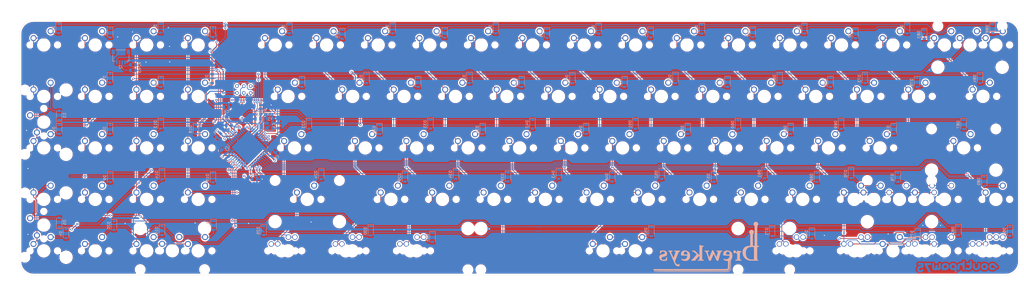
<source format=kicad_pcb>
(kicad_pcb (version 20171130) (host pcbnew "(5.1.4)-1")
  (layers (0 F.Cu signal) (31 B.Cu signal) (34 B.Paste user) (35 F.Paste user) (36 B.SilkS user) (37 F.SilkS user) (38 B.Mask user) (39 F.Mask user) (44 Edge.Cuts user))
  (net 0 "")
  (net 1 "Net-(D1-Pad2)")
  (net 2 "Net-(D2-Pad2)")
  (net 3 "Net-(D3-Pad2)")
  (net 4 "Net-(D4-Pad2)")
  (net 5 "Net-(D5-Pad2)")
  (net 6 "Net-(D6-Pad2)")
  (net 7 "Net-(D7-Pad2)")
  (net 8 "Net-(D8-Pad2)")
  (net 9 "Net-(D9-Pad2)")
  (net 10 "Net-(D10-Pad2)")
  (net 11 "Net-(D11-Pad2)")
  (net 12 "Net-(D12-Pad2)")
  (net 13 "Net-(D13-Pad2)")
  (net 14 "Net-(D14-Pad2)")
  (net 15 "Net-(D15-Pad2)")
  (net 16 "Net-(D16-Pad2)")
  (net 17 "Net-(D17-Pad2)")
  (net 18 "Net-(D18-Pad2)")
  (net 19 "Net-(D19-Pad2)")
  (net 20 "Net-(D20-Pad2)")
  (net 21 "Net-(D21-Pad2)")
  (net 22 "Net-(D22-Pad2)")
  (net 23 "Net-(D23-Pad2)")
  (net 24 "Net-(D24-Pad2)")
  (net 25 "Net-(D25-Pad2)")
  (net 26 "Net-(D26-Pad2)")
  (net 27 "Net-(D27-Pad2)")
  (net 28 "Net-(D28-Pad2)")
  (net 29 "Net-(D29-Pad2)")
  (net 30 "Net-(D30-Pad2)")
  (net 31 "Net-(D31-Pad2)")
  (net 32 "Net-(D32-Pad2)")
  (net 33 "Net-(D33-Pad2)")
  (net 34 "Net-(D34-Pad2)")
  (net 35 "Net-(D35-Pad2)")
  (net 36 "Net-(D36-Pad2)")
  (net 37 "Net-(D37-Pad2)")
  (net 38 "Net-(D38-Pad2)")
  (net 39 "Net-(D39-Pad2)")
  (net 40 "Net-(D40-Pad2)")
  (net 41 "Net-(D41-Pad2)")
  (net 42 "Net-(D42-Pad2)")
  (net 43 "Net-(D43-Pad2)")
  (net 44 "Net-(D44-Pad2)")
  (net 45 "Net-(D45-Pad2)")
  (net 46 "Net-(D46-Pad2)")
  (net 47 "Net-(D47-Pad2)")
  (net 48 "Net-(D48-Pad2)")
  (net 49 "Net-(D49-Pad2)")
  (net 50 "Net-(D50-Pad2)")
  (net 51 "Net-(D51-Pad2)")
  (net 52 "Net-(D52-Pad2)")
  (net 53 "Net-(D53-Pad2)")
  (net 54 "Net-(D54-Pad2)")
  (net 55 "Net-(D55-Pad2)")
  (net 56 "Net-(D56-Pad2)")
  (net 57 "Net-(D57-Pad2)")
  (net 58 "Net-(D58-Pad2)")
  (net 59 "Net-(D59-Pad2)")
  (net 60 "Net-(D60-Pad2)")
  (net 61 "Net-(D61-Pad2)")
  (net 62 "Net-(D63-Pad2)")
  (net 63 "Net-(D64-Pad2)")
  (net 64 "Net-(D65-Pad2)")
  (net 65 "Net-(D66-Pad2)")
  (net 66 "Net-(D67-Pad2)")
  (net 67 "Net-(D68-Pad2)")
  (net 68 "Net-(D69-Pad2)")
  (net 69 "Net-(D70-Pad2)")
  (net 70 "Net-(D71-Pad2)")
  (net 71 "Net-(D72-Pad2)")
  (net 72 "Net-(D73-Pad2)")
  (net 73 "Net-(D74-Pad2)")
  (net 74 "Net-(D75-Pad2)")
  (net 75 "Net-(D76-Pad2)")
  (net 76 "Net-(D77-Pad2)")
  (net 77 "Net-(D78-Pad2)")
  (net 78 col0)
  (net 79 col1)
  (net 80 col2)
  (net 81 col3)
  (net 82 col4)
  (net 83 col5)
  (net 84 col6)
  (net 85 col7)
  (net 86 col8)
  (net 87 GND)
  (net 88 +5V)
  (net 89 "Net-(C4-Pad2)")
  (net 90 "Net-(C5-Pad2)")
  (net 91 "Net-(C7-Pad2)")
  (net 92 D+)
  (net 93 "Net-(R2-Pad1)")
  (net 94 D-)
  (net 95 "Net-(R3-Pad1)")
  (net 96 "Net-(R6-Pad2)")
  (net 97 "Net-(U1-Pad42)")
  (net 98 "Net-(U1-Pad8)")
  (net 99 "Net-(U1-Pad1)")
  (net 100 RST)
  (net 101 SCK)
  (net 102 MISO)
  (net 103 row00)
  (net 104 row10)
  (net 105 row20)
  (net 106 row30)
  (net 107 row40)
  (net 108 row01)
  (net 109 row11)
  (net 110 row21)
  (net 111 row31)
  (net 112 row41)
  (net 113 "Net-(D82-Pad2)")
  (net 114 "Net-(D83-Pad2)")
  (net 115 "Net-(D84-Pad2)")
  (net 116 "Net-(D85-Pad2)")
  (net 117 "Net-(D86-Pad2)")
  (net 118 "Net-(D87-Pad2)")
  (net 119 "Net-(D88-Pad2)")
  (net 120 col9)
  (net 121 MOSI)
  (module drewkeys:drewkeys (layer B.Cu) (at 220.726 -7.874 180)
    (fp_text reference G*** hide)
    (fp_text value LOGO hide)
  )
  (module MX_Only:MXOnly-1U-NoLED (layer F.Cu) (at 32.651 -82.55)
    (fp_text reference MX19)
    (fp_text value num_-)
    (pad 2 thru_hole circle (at 2.54 -5.08) (size 2.25 2.25) (drill 1.47) (layers *.Cu B.Mask) (net 16 "Net-(D16-Pad2)"))
    (pad "" np_thru_hole circle (at 0 0) (size 3.9878 3.9878) (drill 3.9878) (layers *.Cu *.Mask))
    (pad 1 thru_hole circle (at -3.81 -2.54) (size 2.25 2.25) (drill 1.47) (layers *.Cu B.Mask) (net 79 col1))
    (pad "" np_thru_hole circle (at -5.08 0 48.0996) (size 1.75 1.75) (drill 1.75) (layers *.Cu *.Mask))
    (pad "" np_thru_hole circle (at 5.08 0 48.0996) (size 1.75 1.75) (drill 1.75) (layers *.Cu *.Mask))
  )
  (module MX_Only:MXOnly-2U-ReversedStabilizers-NoLED (layer F.Cu) (at 23.1 -6.4)
    (fp_text reference MX13)
    (fp_text value num_0_2u)
    (pad 2 thru_hole circle (at 2.54 -5.08) (size 2.25 2.25) (drill 1.47) (layers *.Cu B.Mask) (net 10 "Net-(D10-Pad2)"))
    (pad "" np_thru_hole circle (at 0 0) (size 3.9878 3.9878) (drill 3.9878) (layers *.Cu *.Mask))
    (pad 1 thru_hole circle (at -3.81 -2.54) (size 2.25 2.25) (drill 1.47) (layers *.Cu B.Mask) (net 78 col0))
    (pad "" np_thru_hole circle (at -5.08 0 48.0996) (size 1.75 1.75) (drill 1.75) (layers *.Cu *.Mask))
    (pad "" np_thru_hole circle (at 5.08 0 48.0996) (size 1.75 1.75) (drill 1.75) (layers *.Cu *.Mask))
    (pad "" np_thru_hole circle (at -11.90625 6.985) (size 3.048 3.048) (drill 3.048) (layers *.Cu *.Mask))
    (pad "" np_thru_hole circle (at 11.90625 6.985) (size 3.048 3.048) (drill 3.048) (layers *.Cu *.Mask))
    (pad "" np_thru_hole circle (at -11.90625 -8.255) (size 3.9878 3.9878) (drill 3.9878) (layers *.Cu *.Mask))
    (pad "" np_thru_hole circle (at 11.90625 -8.255) (size 3.9878 3.9878) (drill 3.9878) (layers *.Cu *.Mask))
  )
  (module MX_Only:MXOnly-1.5U-NoLED (layer F.Cu) (at 65.913 -6.35)
    (fp_text reference MX29)
    (fp_text value "LCTRL 1.5u")
    (pad 2 thru_hole circle (at 2.54 -5.08) (size 2 2) (drill 1.47) (layers *.Cu B.Mask) (net 25 "Net-(D25-Pad2)"))
    (pad "" np_thru_hole circle (at 0 0) (size 3.9878 3.9878) (drill 3.9878) (layers *.Cu *.Mask))
    (pad 1 thru_hole circle (at -3.81 -2.54) (size 2 2) (drill 1.47) (layers *.Cu B.Mask) (net 80 col2))
    (pad "" np_thru_hole circle (at -5.08 0 48.0996) (size 1.75 1.75) (drill 1.75) (layers *.Cu *.Mask))
    (pad "" np_thru_hole circle (at 5.08 0 48.0996) (size 1.75 1.75) (drill 1.75) (layers *.Cu *.Mask))
  )
  (module MX_Only:MXOnly-1.25U-NoLED (layer F.Cu) (at 63.5 -6.35)
    (fp_text reference MX24)
    (fp_text value LCTRL)
    (pad 2 thru_hole circle (at 2.54 -5.08) (size 2 2) (drill 1.47) (layers *.Cu B.Mask) (net 25 "Net-(D25-Pad2)"))
    (pad "" np_thru_hole circle (at 0 0) (size 3.9878 3.9878) (drill 3.9878) (layers *.Cu *.Mask))
    (pad 1 thru_hole circle (at -3.81 -2.54) (size 2 2) (drill 1.47) (layers *.Cu B.Mask) (net 80 col2))
    (pad "" np_thru_hole circle (at -5.08 0 48.0996) (size 1.75 1.75) (drill 1.75) (layers *.Cu *.Mask))
    (pad "" np_thru_hole circle (at 5.08 0 48.0996) (size 1.75 1.75) (drill 1.75) (layers *.Cu *.Mask))
  )
  (module MX_Only:MXOnly-1U-NoLED (layer F.Cu) (at 13.601 -82.55)
    (fp_text reference MX14)
    (fp_text value num_*)
    (pad 2 thru_hole circle (at 2.54 -5.08) (size 2.25 2.25) (drill 1.47) (layers *.Cu B.Mask) (net 11 "Net-(D11-Pad2)"))
    (pad "" np_thru_hole circle (at 0 0) (size 3.9878 3.9878) (drill 3.9878) (layers *.Cu *.Mask))
    (pad 1 thru_hole circle (at -3.81 -2.54) (size 2.25 2.25) (drill 1.47) (layers *.Cu B.Mask) (net 79 col1))
    (pad "" np_thru_hole circle (at -5.08 0 48.0996) (size 1.75 1.75) (drill 1.75) (layers *.Cu *.Mask))
    (pad "" np_thru_hole circle (at 5.08 0 48.0996) (size 1.75 1.75) (drill 1.75) (layers *.Cu *.Mask))
  )
  (module random-keyboard-parts:JST-SR-4 (layer B.Cu) (at 4.0252 -80.899)
    (fp_text reference J2 (at 0 6.5) (layer B.SilkS) (effects (justify mirror)))
    (fp_text value "SM04B-SRSS-TB(LF)(SN)")
    (pad "" smd rect (at 2.8 0.9) (size 1.2 1.8) (layers B.Cu B.Paste B.Mask))
    (pad "" smd rect (at -2.8 0.9) (size 1.2 1.8) (layers B.Cu B.Paste B.Mask))
    (pad 1 smd rect (at -1.5 4.775) (size 0.6 1.55) (layers B.Cu B.Paste B.Mask) (net 88 +5V))
    (pad 2 smd rect (at -0.5 4.775) (size 0.6 1.55) (layers B.Cu B.Paste B.Mask) (net 94 D-))
    (pad 4 smd rect (at 1.5 4.775) (size 0.6 1.55) (layers B.Cu B.Paste B.Mask) (net 87 GND))
    (pad 3 smd rect (at 0.5 4.775) (size 0.6 1.55) (layers B.Cu B.Paste B.Mask) (net 92 D+))
  )
  (module Diode_SMD:D_SOD-123 (layer B.Cu) (at 259.842 -12.574 270)
    (fp_text reference D44 (at 0 2 90) (layer B.SilkS) (effects (justify mirror)))
    (fp_text value D_Small)
    (pad 2 smd rect (at 1.65 0 270) (size 0.9 1.2) (layers B.Cu B.Paste B.Mask) (net 44 "Net-(D44-Pad2)"))
    (pad 1 smd rect (at -1.65 0 270) (size 0.9 1.2) (layers B.Cu B.Paste B.Mask) (net 107 row40))
  )
  (module MX_Only:MXOnly-1U-NoLED (layer F.Cu) (at 251.587 -6.35)
    (fp_text reference MX101)
    (fp_text value "1u del")
    (pad 2 thru_hole circle (at 2.54 -5.08) (size 2 2) (drill 1.47) (layers *.Cu B.Mask) (net 70 "Net-(D71-Pad2)"))
    (pad "" np_thru_hole circle (at 0 0) (size 3.9878 3.9878) (drill 3.9878) (layers *.Cu *.Mask))
    (pad 1 thru_hole circle (at -3.81 -2.54) (size 2 2) (drill 1.47) (layers *.Cu B.Mask) (net 85 col7))
    (pad "" np_thru_hole circle (at -5.08 0 48.0996) (size 1.75 1.75) (drill 1.75) (layers *.Cu *.Mask))
    (pad "" np_thru_hole circle (at 5.08 0 48.0996) (size 1.75 1.75) (drill 1.75) (layers *.Cu *.Mask))
  )
  (module MX_Only:MXOnly-6.25U-ReversedStabilizers-NoLED (layer F.Cu) (at 182.499 -6.35)
    (fp_text reference MX60)
    (fp_text value "SPACE DEF")
    (pad 2 thru_hole circle (at 2.54 -5.08) (size 2.25 2.25) (drill 1.47) (layers *.Cu B.Mask) (net 53 "Net-(D53-Pad2)"))
    (pad "" np_thru_hole circle (at 0 0) (size 3.9878 3.9878) (drill 3.9878) (layers *.Cu *.Mask))
    (pad 1 thru_hole circle (at -3.81 -2.54) (size 2.25 2.25) (drill 1.47) (layers *.Cu B.Mask) (net 83 col5))
    (pad "" np_thru_hole circle (at -5.08 0 48.0996) (size 1.75 1.75) (drill 1.75) (layers *.Cu *.Mask))
    (pad "" np_thru_hole circle (at 5.08 0 48.0996) (size 1.75 1.75) (drill 1.75) (layers *.Cu *.Mask))
    (pad "" np_thru_hole circle (at -49.9999 6.985) (size 3.048 3.048) (drill 3.048) (layers *.Cu *.Mask))
    (pad "" np_thru_hole circle (at 49.9999 6.985) (size 3.048 3.048) (drill 3.048) (layers *.Cu *.Mask))
    (pad "" np_thru_hole circle (at -49.9999 -8.255) (size 3.9878 3.9878) (drill 3.9878) (layers *.Cu *.Mask))
    (pad "" np_thru_hole circle (at 49.9999 -8.255) (size 3.9878 3.9878) (drill 3.9878) (layers *.Cu *.Mask))
  )
  (module MX_Only:MXOnly-7U-ReversedStabilizers-NoLED (layer F.Cu) (at 194.437 -6.35)
    (fp_text reference MX61)
    (fp_text value "SPACE 7u")
    (pad 2 thru_hole circle (at 2.54 -5.08) (size 2.25 2.25) (drill 1.47) (layers *.Cu B.Mask) (net 53 "Net-(D53-Pad2)"))
    (pad "" np_thru_hole circle (at 0 0) (size 3.9878 3.9878) (drill 3.9878) (layers *.Cu *.Mask))
    (pad 1 thru_hole circle (at -3.81 -2.54) (size 2.25 2.25) (drill 1.47) (layers *.Cu B.Mask) (net 83 col5))
    (pad "" np_thru_hole circle (at -5.08 0 48.0996) (size 1.75 1.75) (drill 1.75) (layers *.Cu *.Mask))
    (pad "" np_thru_hole circle (at 5.08 0 48.0996) (size 1.75 1.75) (drill 1.75) (layers *.Cu *.Mask))
    (pad "" np_thru_hole circle (at -57.15 6.985) (size 3.048 3.048) (drill 3.048) (layers *.Cu *.Mask))
    (pad "" np_thru_hole circle (at 57.15 6.985) (size 3.048 3.048) (drill 3.048) (layers *.Cu *.Mask))
    (pad "" np_thru_hole circle (at -57.15 -8.255) (size 3.9878 3.9878) (drill 3.9878) (layers *.Cu *.Mask))
    (pad "" np_thru_hole circle (at 57.15 -8.255) (size 3.9878 3.9878) (drill 3.9878) (layers *.Cu *.Mask))
  )
  (module MX_Only:MXOnly-2.25U-NoLED (layer F.Cu) (at 315.995192 -44.469869)
    (fp_text reference MX98)
    (fp_text value ENTER)
    (pad 2 thru_hole circle (at 2.54 -5.08) (size 2.25 2.25) (drill 1.47) (layers *.Cu B.Mask) (net 118 "Net-(D87-Pad2)"))
    (pad "" np_thru_hole circle (at 0 0) (size 3.9878 3.9878) (drill 3.9878) (layers *.Cu *.Mask))
    (pad 1 thru_hole circle (at -3.81 -2.54) (size 2.25 2.25) (drill 1.47) (layers *.Cu B.Mask) (net 86 col8))
    (pad "" np_thru_hole circle (at -5.08 0 48.0996) (size 1.75 1.75) (drill 1.75) (layers *.Cu *.Mask))
    (pad "" np_thru_hole circle (at 5.08 0 48.0996) (size 1.75 1.75) (drill 1.75) (layers *.Cu *.Mask))
    (pad "" np_thru_hole circle (at -11.90625 -6.985) (size 3.048 3.048) (drill 3.048) (layers *.Cu *.Mask))
    (pad "" np_thru_hole circle (at 11.90625 -6.985) (size 3.048 3.048) (drill 3.048) (layers *.Cu *.Mask))
    (pad "" np_thru_hole circle (at -11.90625 8.255) (size 3.9878 3.9878) (drill 3.9878) (layers *.Cu *.Mask))
    (pad "" np_thru_hole circle (at 11.90625 8.255) (size 3.9878 3.9878) (drill 3.9878) (layers *.Cu *.Mask))
  )
  (module Diode_SMD:D_SOD-123 (layer B.Cu) (at 251.968 -51.308 270)
    (fp_text reference D65 (at 0 2 90) (layer B.SilkS) (effects (justify mirror)))
    (fp_text value D_Small)
    (pad 2 smd rect (at 1.65 0 270) (size 0.9 1.2) (layers B.Cu B.Paste B.Mask) (net 64 "Net-(D65-Pad2)"))
    (pad 1 smd rect (at -1.65 0 270) (size 0.9 1.2) (layers B.Cu B.Paste B.Mask) (net 110 row21))
  )
  (module Diode_SMD:D_SOD-123 (layer B.Cu) (at 232.461861 -53.098214 270)
    (fp_text reference D60 (at 0 2 90) (layer B.SilkS) (effects (justify mirror)))
    (fp_text value D_Small)
    (pad 2 smd rect (at 1.65 0 270) (size 0.9 1.2) (layers B.Cu B.Paste B.Mask) (net 60 "Net-(D60-Pad2)"))
    (pad 1 smd rect (at -1.65 0 270) (size 0.9 1.2) (layers B.Cu B.Paste B.Mask) (net 105 row20))
  )
  (module MX_Only:MXOnly-1U-NoLED (layer F.Cu) (at 227.841206 -44.414246)
    (fp_text reference MX68)
    (fp_text value K)
    (pad 2 thru_hole circle (at 2.54 -5.08) (size 2.25 2.25) (drill 1.47) (layers *.Cu B.Mask) (net 60 "Net-(D60-Pad2)"))
    (pad "" np_thru_hole circle (at 0 0) (size 3.9878 3.9878) (drill 3.9878) (layers *.Cu *.Mask))
    (pad 1 thru_hole circle (at -3.81 -2.54) (size 2.25 2.25) (drill 1.47) (layers *.Cu B.Mask) (net 84 col6))
    (pad "" np_thru_hole circle (at -5.08 0 48.0996) (size 1.75 1.75) (drill 1.75) (layers *.Cu *.Mask))
    (pad "" np_thru_hole circle (at 5.08 0 48.0996) (size 1.75 1.75) (drill 1.75) (layers *.Cu *.Mask))
  )
  (module Diode_SMD:D_SOD-123 (layer B.Cu) (at 0.1 -87 270)
    (fp_text reference D6 (at 0 2 90) (layer B.SilkS) (effects (justify mirror)))
    (fp_text value D_Small)
    (pad 2 smd rect (at 1.65 0 270) (size 0.9 1.2) (layers B.Cu B.Paste B.Mask) (net 6 "Net-(D6-Pad2)"))
    (pad 1 smd rect (at -1.65 0 270) (size 0.9 1.2) (layers B.Cu B.Paste B.Mask) (net 108 row01))
  )
  (module MX_Only:MXOnly-1U-NoLED (layer F.Cu) (at 99.280341 -82.549283)
    (fp_text reference MX38)
    (fp_text value 2)
    (pad 2 thru_hole circle (at 2.54 -5.08) (size 2.25 2.25) (drill 1.47) (layers *.Cu B.Mask) (net 31 "Net-(D31-Pad2)"))
    (pad "" np_thru_hole circle (at 0 0) (size 3.9878 3.9878) (drill 3.9878) (layers *.Cu *.Mask))
    (pad 1 thru_hole circle (at -3.81 -2.54) (size 2.25 2.25) (drill 1.47) (layers *.Cu B.Mask) (net 81 col3))
    (pad "" np_thru_hole circle (at -5.08 0 48.0996) (size 1.75 1.75) (drill 1.75) (layers *.Cu *.Mask))
    (pad "" np_thru_hole circle (at 5.08 0 48.0996) (size 1.75 1.75) (drill 1.75) (layers *.Cu *.Mask))
  )
  (module MX_Only:MXOnly-1U-NoLED (layer F.Cu) (at 175.514 -82.55)
    (fp_text reference MX56)
    (fp_text value 6)
    (pad 2 thru_hole circle (at 2.54 -5.08) (size 2.25 2.25) (drill 1.47) (layers *.Cu B.Mask) (net 49 "Net-(D49-Pad2)"))
    (pad "" np_thru_hole circle (at 0 0) (size 3.9878 3.9878) (drill 3.9878) (layers *.Cu *.Mask))
    (pad 1 thru_hole circle (at -3.81 -2.54) (size 2.25 2.25) (drill 1.47) (layers *.Cu B.Mask) (net 83 col5))
    (pad "" np_thru_hole circle (at -5.08 0 48.0996) (size 1.75 1.75) (drill 1.75) (layers *.Cu *.Mask))
    (pad "" np_thru_hole circle (at 5.08 0 48.0996) (size 1.75 1.75) (drill 1.75) (layers *.Cu *.Mask))
  )
  (module MX_Only:MXOnly-1.25U-NoLED (layer F.Cu) (at 301.752 -6.35)
    (fp_text reference MX93)
    (fp_text value FN)
    (pad 2 thru_hole circle (at 2.54 -5.08) (size 2 2) (drill 1.47) (layers *.Cu B.Mask) (net 70 "Net-(D71-Pad2)"))
    (pad "" np_thru_hole circle (at 0 0) (size 3.9878 3.9878) (drill 3.9878) (layers *.Cu *.Mask))
    (pad 1 thru_hole circle (at -3.81 -2.54) (size 2 2) (drill 1.47) (layers *.Cu B.Mask) (net 85 col7))
    (pad "" np_thru_hole circle (at -5.08 0 48.0996) (size 1.75 1.75) (drill 1.75) (layers *.Cu *.Mask))
    (pad "" np_thru_hole circle (at 5.08 0 48.0996) (size 1.75 1.75) (drill 1.75) (layers *.Cu *.Mask))
  )
  (module MX_Only:MXOnly-1U-NoLED (layer F.Cu) (at 308.864 -6.35)
    (fp_text reference MX88)
    (fp_text value "DOWN 1u")
    (pad 2 thru_hole circle (at 2.54 -5.08) (size 2 2) (drill 1.47) (layers *.Cu B.Mask) (net 113 "Net-(D82-Pad2)"))
    (pad "" np_thru_hole circle (at 0 0) (size 3.9878 3.9878) (drill 3.9878) (layers *.Cu *.Mask))
    (pad 1 thru_hole circle (at -3.81 -2.54) (size 2 2) (drill 1.47) (layers *.Cu B.Mask) (net 86 col8))
    (pad "" np_thru_hole circle (at -5.08 0 48.0996) (size 1.75 1.75) (drill 1.75) (layers *.Cu *.Mask))
    (pad "" np_thru_hole circle (at 5.08 0 48.0996) (size 1.75 1.75) (drill 1.75) (layers *.Cu *.Mask))
  )
  (module MX_Only:MXOnly-1U-NoLED (layer F.Cu) (at 299.339 -6.35)
    (fp_text reference MX104)
    (fp_text value "win 1u")
    (pad 2 thru_hole circle (at 2.54 -5.08) (size 2 2) (drill 1.47) (layers *.Cu B.Mask) (net 113 "Net-(D82-Pad2)"))
    (pad "" np_thru_hole circle (at 0 0) (size 3.9878 3.9878) (drill 3.9878) (layers *.Cu *.Mask))
    (pad 1 thru_hole circle (at -3.81 -2.54) (size 2 2) (drill 1.47) (layers *.Cu B.Mask) (net 86 col8))
    (pad "" np_thru_hole circle (at -5.08 0 48.0996) (size 1.75 1.75) (drill 1.75) (layers *.Cu *.Mask))
    (pad "" np_thru_hole circle (at 5.08 0 48.0996) (size 1.75 1.75) (drill 1.75) (layers *.Cu *.Mask))
  )
  (module MX_Only:MXOnly-1.75U-NoLED (layer F.Cu) (at 282.702 -25.4)
    (fp_text reference MX28)
    (fp_text value "/ 1.75 u")
    (pad 2 thru_hole circle (at 2.54 -5.08) (size 2.25 2.25) (drill 1.47) (layers *.Cu B.Mask) (net 69 "Net-(D70-Pad2)"))
    (pad "" np_thru_hole circle (at 0 0) (size 3.9878 3.9878) (drill 3.9878) (layers *.Cu *.Mask))
    (pad 1 thru_hole circle (at -3.81 -2.54) (size 2.25 2.25) (drill 1.47) (layers *.Cu B.Mask) (net 85 col7))
    (pad "" np_thru_hole circle (at -5.08 0 48.0996) (size 1.75 1.75) (drill 1.75) (layers *.Cu *.Mask))
    (pad "" np_thru_hole circle (at 5.08 0 48.0996) (size 1.75 1.75) (drill 1.75) (layers *.Cu *.Mask))
  )
  (module MX_Only:MXOnly-1U-NoLED (layer F.Cu) (at -5.449 -6.35)
    (fp_text reference MX12)
    (fp_text value num_.)
    (pad 2 thru_hole circle (at 2.54 -5.08) (size 2.25 2.25) (drill 1.47) (layers *.Cu B.Mask) (net 20 "Net-(D20-Pad2)"))
    (pad "" np_thru_hole circle (at 0 0) (size 3.9878 3.9878) (drill 3.9878) (layers *.Cu *.Mask))
    (pad 1 thru_hole circle (at -3.81 -2.54) (size 2.25 2.25) (drill 1.47) (layers *.Cu B.Mask) (net 79 col1))
    (pad "" np_thru_hole circle (at -5.08 0 48.0996) (size 1.75 1.75) (drill 1.75) (layers *.Cu *.Mask))
    (pad "" np_thru_hole circle (at 5.08 0 48.0996) (size 1.75 1.75) (drill 1.75) (layers *.Cu *.Mask))
  )
  (module MX_Only:MXOnly-1.5U-NoLED (layer F.Cu) (at 323.124788 -63.519096)
    (fp_text reference MX97)
    (fp_text value \)
    (pad 2 thru_hole circle (at 2.54 -5.08) (size 2.25 2.25) (drill 1.47) (layers *.Cu B.Mask) (net 115 "Net-(D84-Pad2)"))
    (pad "" np_thru_hole circle (at 0 0) (size 3.9878 3.9878) (drill 3.9878) (layers *.Cu *.Mask))
    (pad 1 thru_hole circle (at -3.81 -2.54) (size 2.25 2.25) (drill 1.47) (layers *.Cu B.Mask) (net 86 col8))
    (pad "" np_thru_hole circle (at -5.08 0 48.0996) (size 1.75 1.75) (drill 1.75) (layers *.Cu *.Mask))
    (pad "" np_thru_hole circle (at 5.08 0 48.0996) (size 1.75 1.75) (drill 1.75) (layers *.Cu *.Mask))
  )
  (module MX_Only:MXOnly-1.25U-NoLED (layer F.Cu) (at 277.876 -6.35)
    (fp_text reference MX81)
    (fp_text value RWIN)
    (pad 2 thru_hole circle (at 2.54 -5.08) (size 2 2) (drill 1.47) (layers *.Cu B.Mask) (net 113 "Net-(D82-Pad2)"))
    (pad "" np_thru_hole circle (at 0 0) (size 3.9878 3.9878) (drill 3.9878) (layers *.Cu *.Mask))
    (pad 1 thru_hole circle (at -3.81 -2.54) (size 2 2) (drill 1.47) (layers *.Cu B.Mask) (net 86 col8))
    (pad "" np_thru_hole circle (at -5.08 0 48.0996) (size 1.75 1.75) (drill 1.75) (layers *.Cu *.Mask))
    (pad "" np_thru_hole circle (at 5.08 0 48.0996) (size 1.75 1.75) (drill 1.75) (layers *.Cu *.Mask))
  )
  (module Crystal:Crystal_SMD_3225-4Pin_3.2x2.5mm (layer B.Cu) (at 59.2328 -52.705 180)
    (fp_text reference Y1 (at 0 2.45) (layer B.SilkS) (effects (justify mirror)))
    (fp_text value 16MHz)
    (pad 4 smd rect (at -1.1 0.85 180) (size 1.4 1.2) (layers B.Cu B.Paste B.Mask) (net 87 GND))
    (pad 3 smd rect (at 1.1 0.85 180) (size 1.4 1.2) (layers B.Cu B.Paste B.Mask) (net 90 "Net-(C5-Pad2)"))
    (pad 2 smd rect (at 1.1 -0.85 180) (size 1.4 1.2) (layers B.Cu B.Paste B.Mask) (net 87 GND))
    (pad 1 smd rect (at -1.1 -0.85 180) (size 1.4 1.2) (layers B.Cu B.Paste B.Mask) (net 89 "Net-(C4-Pad2)"))
  )
  (module Resistor_SMD:R_0805_2012Metric (layer B.Cu) (at 53.467 -32.893 180)
    (fp_text reference R6 (at 0 1.65) (layer B.SilkS) (effects (justify mirror)))
    (fp_text value 10k)
    (pad 2 smd roundrect (at 0.9375 0 180) (size 0.975 1.4) (layers B.Cu B.Paste B.Mask) (net 96 "Net-(R6-Pad2)"))
    (pad 1 smd roundrect (at -0.9375 0 180) (size 0.975 1.4) (layers B.Cu B.Paste B.Mask) (net 87 GND))
  )
  (module Resistor_SMD:R_0805_2012Metric (layer B.Cu) (at 8.5441 -73.152 180)
    (fp_text reference R3 (at -2.4384 0.0508 270) (layer B.SilkS) (effects (justify mirror)))
    (fp_text value 22)
    (pad 2 smd roundrect (at 0.9375 0 180) (size 0.975 1.4) (layers B.Cu B.Paste B.Mask) (net 94 D-))
    (pad 1 smd roundrect (at -0.9375 0 180) (size 0.975 1.4) (layers B.Cu B.Paste B.Mask) (net 95 "Net-(R3-Pad1)"))
  )
  (module Resistor_SMD:R_0805_2012Metric (layer B.Cu) (at 8.5441 -75.2094 180)
    (fp_text reference R2 (at -2.4384 0.1016 270) (layer B.SilkS) (effects (justify mirror)))
    (fp_text value 22)
    (pad 2 smd roundrect (at 0.9375 0 180) (size 0.975 1.4) (layers B.Cu B.Paste B.Mask) (net 92 D+))
    (pad 1 smd roundrect (at -0.9375 0 180) (size 0.975 1.4) (layers B.Cu B.Paste B.Mask) (net 93 "Net-(R2-Pad1)"))
  )
  (module Resistor_SMD:R_0805_2012Metric (layer B.Cu) (at 55.8292 -57.9605 90)
    (fp_text reference R1 (at 0 1.65 90) (layer B.SilkS) (effects (justify mirror)))
    (fp_text value 10k)
    (pad 2 smd roundrect (at 0.9375 0 90) (size 0.975 1.4) (layers B.Cu B.Paste B.Mask) (net 100 RST))
    (pad 1 smd roundrect (at -0.9375 0 90) (size 0.975 1.4) (layers B.Cu B.Paste B.Mask) (net 88 +5V))
  )
  (module "AVR 6 pin library:AVR-ISP" (layer B.Cu) (at 49.53 -66.04)
    (fp_text reference J1 (at 0 0) (layer B.SilkS) (effects (font (size 0.787402 0.787402) (thickness 0.015)) (justify mirror)))
    (fp_text value AVR-ISP-6)
    (pad GND thru_hole circle (at 2.54 1.27) (size 1.308 1.308) (drill 0.8) (layers *.Cu *.Mask))
    (pad RST thru_hole circle (at 2.54 -1.27) (size 1.308 1.308) (drill 0.8) (layers *.Cu *.Mask))
    (pad MISO thru_hole circle (at -2.54 -1.27) (size 1.308 1.308) (drill 0.8) (layers *.Cu *.Mask))
    (pad VCC thru_hole circle (at -2.54 1.27) (size 1.308 1.308) (drill 0.8) (layers *.Cu *.Mask))
    (pad SCK thru_hole circle (at 0 -1.27) (size 1.308 1.308) (drill 0.8) (layers *.Cu *.Mask))
    (pad MOSI thru_hole circle (at 0 1.27) (size 1.308 1.308) (drill 0.8) (layers *.Cu *.Mask))
  )
  (module Capacitor_SMD:C_0805_2012Metric (layer B.Cu) (at 60.5155 -41.9735 45)
    (fp_text reference C8 (at 0 1.65 45) (layer B.SilkS) (effects (justify mirror)))
    (fp_text value 0.1uF)
    (pad 2 smd roundrect (at 0.9375 0 45) (size 0.975 1.4) (layers B.Cu B.Paste B.Mask) (net 87 GND))
    (pad 1 smd roundrect (at -0.9375 0 45) (size 0.975 1.4) (layers B.Cu B.Paste B.Mask) (net 88 +5V))
  )
  (module Capacitor_SMD:C_0805_2012Metric (layer B.Cu) (at 43.9905 -52.832)
    (fp_text reference C7 (at 0 1.65) (layer B.SilkS) (effects (justify mirror)))
    (fp_text value 1uF)
    (pad 2 smd roundrect (at 0.9375 0) (size 0.975 1.4) (layers B.Cu B.Paste B.Mask) (net 91 "Net-(C7-Pad2)"))
    (pad 1 smd roundrect (at -0.9375 0) (size 0.975 1.4) (layers B.Cu B.Paste B.Mask) (net 87 GND))
  )
  (module Capacitor_SMD:C_0805_2012Metric (layer B.Cu) (at 43.080913 -59.527413)
    (fp_text reference C6 (at 0 1.65) (layer B.SilkS) (effects (justify mirror)))
    (fp_text value 10uF)
    (pad 2 smd roundrect (at 0.9375 0) (size 0.975 1.4) (layers B.Cu B.Paste B.Mask) (net 87 GND))
    (pad 1 smd roundrect (at -0.9375 0) (size 0.975 1.4) (layers B.Cu B.Paste B.Mask) (net 88 +5V))
  )
  (module Capacitor_SMD:C_0805_2012Metric (layer B.Cu) (at 59.0573 -55.3974 180)
    (fp_text reference C5 (at 0 1.65) (layer B.SilkS) (effects (justify mirror)))
    (fp_text value 22p)
    (pad 2 smd roundrect (at 0.9375 0 180) (size 0.975 1.4) (layers B.Cu B.Paste B.Mask) (net 90 "Net-(C5-Pad2)"))
    (pad 1 smd roundrect (at -0.9375 0 180) (size 0.975 1.4) (layers B.Cu B.Paste B.Mask) (net 87 GND))
  )
  (module Capacitor_SMD:C_0805_2012Metric (layer B.Cu) (at 62.3316 -52.6819 270)
    (fp_text reference C4 (at 0 1.65 90) (layer B.SilkS) (effects (justify mirror)))
    (fp_text value 22p)
    (pad 2 smd roundrect (at 0.9375 0 270) (size 0.975 1.4) (layers B.Cu B.Paste B.Mask) (net 89 "Net-(C4-Pad2)"))
    (pad 1 smd roundrect (at -0.9375 0 270) (size 0.975 1.4) (layers B.Cu B.Paste B.Mask) (net 87 GND))
  )
  (module Capacitor_SMD:C_0805_2012Metric (layer B.Cu) (at 54.7624 -55.2196 180)
    (fp_text reference C3 (at 0 1.65) (layer B.SilkS) (effects (justify mirror)))
    (fp_text value 0.1uF)
    (pad 2 smd roundrect (at 0.9375 0 180) (size 0.975 1.4) (layers B.Cu B.Paste B.Mask) (net 87 GND))
    (pad 1 smd roundrect (at -0.9375 0 180) (size 0.975 1.4) (layers B.Cu B.Paste B.Mask) (net 88 +5V))
  )
  (module Capacitor_SMD:C_0805_2012Metric (layer B.Cu) (at 42.1005 -42.926 135)
    (fp_text reference C2 (at 0 1.65 135) (layer B.SilkS) (effects (justify mirror)))
    (fp_text value 0.1uF)
    (pad 2 smd roundrect (at 0.9375 0 135) (size 0.975 1.4) (layers B.Cu B.Paste B.Mask) (net 87 GND))
    (pad 1 smd roundrect (at -0.9375 0 135) (size 0.975 1.4) (layers B.Cu B.Paste B.Mask) (net 88 +5V))
  )
  (module Capacitor_SMD:C_0805_2012Metric (layer B.Cu) (at 40.231087 -49.121087 225)
    (fp_text reference C1 (at 0 1.65 45) (layer B.SilkS) (effects (justify mirror)))
    (fp_text value 0.1uF)
    (pad 2 smd roundrect (at 0.9375 0 225) (size 0.975 1.4) (layers B.Cu B.Paste B.Mask) (net 87 GND))
    (pad 1 smd roundrect (at -0.9375 0 225) (size 0.975 1.4) (layers B.Cu B.Paste B.Mask) (net 88 +5V))
  )
  (module Package_QFP:TQFP-44_10x10mm_P0.8mm (layer B.Cu) (at 51.2064 -44.6532 315)
    (fp_text reference U1 (at 0 7.45 135) (layer B.SilkS) (effects (justify mirror)))
    (fp_text value ATmega32U4-AU)
    (pad 44 smd rect (at -4 5.7 225) (size 1.5 0.55) (layers B.Cu B.Paste B.Mask) (net 88 +5V))
    (pad 43 smd rect (at -3.2 5.7 225) (size 1.5 0.55) (layers B.Cu B.Paste B.Mask) (net 87 GND))
    (pad 42 smd rect (at -2.4 5.7 225) (size 1.5 0.55) (layers B.Cu B.Paste B.Mask) (net 97 "Net-(U1-Pad42)"))
    (pad 41 smd rect (at -1.6 5.7 225) (size 1.5 0.55) (layers B.Cu B.Paste B.Mask) (net 108 row01))
    (pad 40 smd rect (at -0.8 5.7 225) (size 1.5 0.55) (layers B.Cu B.Paste B.Mask) (net 103 row00))
    (pad 39 smd rect (at 0 5.7 225) (size 1.5 0.55) (layers B.Cu B.Paste B.Mask) (net 106 row30))
    (pad 38 smd rect (at 0.8 5.7 225) (size 1.5 0.55) (layers B.Cu B.Paste B.Mask) (net 111 row31))
    (pad 37 smd rect (at 1.6 5.7 225) (size 1.5 0.55) (layers B.Cu B.Paste B.Mask) (net 112 row41))
    (pad 36 smd rect (at 2.4 5.7 225) (size 1.5 0.55) (layers B.Cu B.Paste B.Mask) (net 107 row40))
    (pad 35 smd rect (at 3.2 5.7 225) (size 1.5 0.55) (layers B.Cu B.Paste B.Mask) (net 87 GND))
    (pad 34 smd rect (at 4 5.7 225) (size 1.5 0.55) (layers B.Cu B.Paste B.Mask) (net 88 +5V))
    (pad 33 smd rect (at 5.7 4 315) (size 1.5 0.55) (layers B.Cu B.Paste B.Mask) (net 96 "Net-(R6-Pad2)"))
    (pad 32 smd rect (at 5.7 3.2 315) (size 1.5 0.55) (layers B.Cu B.Paste B.Mask) (net 78 col0))
    (pad 31 smd rect (at 5.7 2.4 315) (size 1.5 0.55) (layers B.Cu B.Paste B.Mask) (net 79 col1))
    (pad 30 smd rect (at 5.7 1.6 315) (size 1.5 0.55) (layers B.Cu B.Paste B.Mask) (net 81 col3))
    (pad 29 smd rect (at 5.7 0.8 315) (size 1.5 0.55) (layers B.Cu B.Paste B.Mask) (net 82 col4))
    (pad 28 smd rect (at 5.7 0 315) (size 1.5 0.55) (layers B.Cu B.Paste B.Mask) (net 83 col5))
    (pad 27 smd rect (at 5.7 -0.8 315) (size 1.5 0.55) (layers B.Cu B.Paste B.Mask) (net 84 col6))
    (pad 26 smd rect (at 5.7 -1.6 315) (size 1.5 0.55) (layers B.Cu B.Paste B.Mask) (net 85 col7))
    (pad 25 smd rect (at 5.7 -2.4 315) (size 1.5 0.55) (layers B.Cu B.Paste B.Mask) (net 86 col8))
    (pad 24 smd rect (at 5.7 -3.2 315) (size 1.5 0.55) (layers B.Cu B.Paste B.Mask) (net 88 +5V))
    (pad 23 smd rect (at 5.7 -4 315) (size 1.5 0.55) (layers B.Cu B.Paste B.Mask) (net 87 GND))
    (pad 22 smd rect (at 4 -5.7 225) (size 1.5 0.55) (layers B.Cu B.Paste B.Mask) (net 120 col9))
    (pad 21 smd rect (at 3.2 -5.7 225) (size 1.5 0.55) (layers B.Cu B.Paste B.Mask) (net 109 row11))
    (pad 20 smd rect (at 2.4 -5.7 225) (size 1.5 0.55) (layers B.Cu B.Paste B.Mask) (net 104 row10))
    (pad 19 smd rect (at 1.6 -5.7 225) (size 1.5 0.55) (layers B.Cu B.Paste B.Mask) (net 110 row21))
    (pad 18 smd rect (at 0.8 -5.7 225) (size 1.5 0.55) (layers B.Cu B.Paste B.Mask) (net 80 col2))
    (pad 17 smd rect (at 0 -5.7 225) (size 1.5 0.55) (layers B.Cu B.Paste B.Mask) (net 89 "Net-(C4-Pad2)"))
    (pad 16 smd rect (at -0.8 -5.7 225) (size 1.5 0.55) (layers B.Cu B.Paste B.Mask) (net 90 "Net-(C5-Pad2)"))
    (pad 15 smd rect (at -1.6 -5.7 225) (size 1.5 0.55) (layers B.Cu B.Paste B.Mask) (net 87 GND))
    (pad 14 smd rect (at -2.4 -5.7 225) (size 1.5 0.55) (layers B.Cu B.Paste B.Mask) (net 88 +5V))
    (pad 13 smd rect (at -3.2 -5.7 225) (size 1.5 0.55) (layers B.Cu B.Paste B.Mask) (net 100 RST))
    (pad 12 smd rect (at -4 -5.7 225) (size 1.5 0.55) (layers B.Cu B.Paste B.Mask) (net 105 row20))
    (pad 11 smd rect (at -5.7 -4 315) (size 1.5 0.55) (layers B.Cu B.Paste B.Mask) (net 102 MISO))
    (pad 10 smd rect (at -5.7 -3.2 315) (size 1.5 0.55) (layers B.Cu B.Paste B.Mask) (net 121 MOSI))
    (pad 9 smd rect (at -5.7 -2.4 315) (size 1.5 0.55) (layers B.Cu B.Paste B.Mask) (net 101 SCK))
    (pad 8 smd rect (at -5.7 -1.6 315) (size 1.5 0.55) (layers B.Cu B.Paste B.Mask) (net 98 "Net-(U1-Pad8)"))
    (pad 7 smd rect (at -5.7 -0.8 315) (size 1.5 0.55) (layers B.Cu B.Paste B.Mask) (net 88 +5V))
    (pad 6 smd rect (at -5.7 0 315) (size 1.5 0.55) (layers B.Cu B.Paste B.Mask) (net 91 "Net-(C7-Pad2)"))
    (pad 5 smd rect (at -5.7 0.8 315) (size 1.5 0.55) (layers B.Cu B.Paste B.Mask) (net 87 GND))
    (pad 4 smd rect (at -5.7 1.6 315) (size 1.5 0.55) (layers B.Cu B.Paste B.Mask) (net 93 "Net-(R2-Pad1)"))
    (pad 3 smd rect (at -5.7 2.4 315) (size 1.5 0.55) (layers B.Cu B.Paste B.Mask) (net 95 "Net-(R3-Pad1)"))
    (pad 2 smd rect (at -5.7 3.2 315) (size 1.5 0.55) (layers B.Cu B.Paste B.Mask) (net 88 +5V))
    (pad 1 smd rect (at -5.7 4 315) (size 1.5 0.55) (layers B.Cu B.Paste B.Mask) (net 99 "Net-(U1-Pad1)"))
  )
  (module MX_Only:MXOnly-1U-NoLED (layer F.Cu) (at 327.914 -82.55)
    (fp_text reference MX103)
    (fp_text value "bsp 1u")
    (pad 2 thru_hole circle (at 2.54 -5.08) (size 2.25 2.25) (drill 1.47) (layers *.Cu B.Mask) (net 119 "Net-(D88-Pad2)"))
    (pad "" np_thru_hole circle (at 0 0) (size 3.9878 3.9878) (drill 3.9878) (layers *.Cu *.Mask))
    (pad 1 thru_hole circle (at -3.81 -2.54) (size 2.25 2.25) (drill 1.47) (layers *.Cu B.Mask) (net 120 col9))
    (pad "" np_thru_hole circle (at -5.08 0 48.0996) (size 1.75 1.75) (drill 1.75) (layers *.Cu *.Mask))
    (pad "" np_thru_hole circle (at 5.08 0 48.0996) (size 1.75 1.75) (drill 1.75) (layers *.Cu *.Mask))
  )
  (module MX_Only:MXOnly-2U-NoLED (layer F.Cu) (at 318.343779 -82.556296)
    (fp_text reference MX102)
    (fp_text value "bsp 2u")
    (pad 2 thru_hole circle (at 2.54 -5.08) (size 2.25 2.25) (drill 1.47) (layers *.Cu B.Mask) (net 119 "Net-(D88-Pad2)"))
    (pad "" np_thru_hole circle (at 0 0) (size 3.9878 3.9878) (drill 3.9878) (layers *.Cu *.Mask))
    (pad 1 thru_hole circle (at -3.81 -2.54) (size 2.25 2.25) (drill 1.47) (layers *.Cu B.Mask) (net 120 col9))
    (pad "" np_thru_hole circle (at -5.08 0 48.0996) (size 1.75 1.75) (drill 1.75) (layers *.Cu *.Mask))
    (pad "" np_thru_hole circle (at 5.08 0 48.0996) (size 1.75 1.75) (drill 1.75) (layers *.Cu *.Mask))
    (pad "" np_thru_hole circle (at -11.90625 -6.985) (size 3.048 3.048) (drill 3.048) (layers *.Cu *.Mask))
    (pad "" np_thru_hole circle (at 11.90625 -6.985) (size 3.048 3.048) (drill 3.048) (layers *.Cu *.Mask))
    (pad "" np_thru_hole circle (at -11.90625 8.255) (size 3.9878 3.9878) (drill 3.9878) (layers *.Cu *.Mask))
    (pad "" np_thru_hole circle (at 11.90625 8.255) (size 3.9878 3.9878) (drill 3.9878) (layers *.Cu *.Mask))
  )
  (module MX_Only:MXOnly-1.5U-NoLED (layer F.Cu) (at 323.088 -6.35)
    (fp_text reference MX100)
    (fp_text value "RCTRL 1.5 u")
    (pad 2 thru_hole circle (at 2.54 -5.08) (size 2 2) (drill 1.47) (layers *.Cu B.Mask) (net 117 "Net-(D86-Pad2)"))
    (pad "" np_thru_hole circle (at 0 0) (size 3.9878 3.9878) (drill 3.9878) (layers *.Cu *.Mask))
    (pad 1 thru_hole circle (at -3.81 -2.54) (size 2 2) (drill 1.47) (layers *.Cu B.Mask) (net 86 col8))
    (pad "" np_thru_hole circle (at -5.08 0 48.0996) (size 1.75 1.75) (drill 1.75) (layers *.Cu *.Mask))
    (pad "" np_thru_hole circle (at 5.08 0 48.0996) (size 1.75 1.75) (drill 1.75) (layers *.Cu *.Mask))
  )
  (module MX_Only:MXOnly-1U-NoLED (layer F.Cu) (at 327.914 -25.4)
    (fp_text reference MX99)
    (fp_text value "RSHIFT extra")
    (pad 2 thru_hole circle (at 2.54 -5.08) (size 2.25 2.25) (drill 1.47) (layers *.Cu B.Mask) (net 116 "Net-(D85-Pad2)"))
    (pad "" np_thru_hole circle (at 0 0) (size 3.9878 3.9878) (drill 3.9878) (layers *.Cu *.Mask))
    (pad 1 thru_hole circle (at -3.81 -2.54) (size 2.25 2.25) (drill 1.47) (layers *.Cu B.Mask) (net 86 col8))
    (pad "" np_thru_hole circle (at -5.08 0 48.0996) (size 1.75 1.75) (drill 1.75) (layers *.Cu *.Mask))
    (pad "" np_thru_hole circle (at 5.08 0 48.0996) (size 1.75 1.75) (drill 1.75) (layers *.Cu *.Mask))
  )
  (module MX_Only:MXOnly-1U-NoLED (layer F.Cu) (at 308.864 -82.55)
    (fp_text reference MX96)
    (fp_text value "bsp extra")
    (pad 2 thru_hole circle (at 2.54 -5.08) (size 2.25 2.25) (drill 1.47) (layers *.Cu B.Mask) (net 114 "Net-(D83-Pad2)"))
    (pad "" np_thru_hole circle (at 0 0) (size 3.9878 3.9878) (drill 3.9878) (layers *.Cu *.Mask))
    (pad 1 thru_hole circle (at -3.81 -2.54) (size 2.25 2.25) (drill 1.47) (layers *.Cu B.Mask) (net 86 col8))
    (pad "" np_thru_hole circle (at -5.08 0 48.0996) (size 1.75 1.75) (drill 1.75) (layers *.Cu *.Mask))
    (pad "" np_thru_hole circle (at 5.08 0 48.0996) (size 1.75 1.75) (drill 1.75) (layers *.Cu *.Mask))
  )
  (module MX_Only:MXOnly-1.25U-NoLED (layer F.Cu) (at 325.501 -6.35)
    (fp_text reference MX95)
    (fp_text value RCTRL)
    (pad "" np_thru_hole circle (at 5.08 0 48.0996) (size 1.75 1.75) (drill 1.75) (layers *.Cu *.Mask))
    (pad "" np_thru_hole circle (at -5.08 0 48.0996) (size 1.75 1.75) (drill 1.75) (layers *.Cu *.Mask))
    (pad 1 thru_hole circle (at -3.81 -2.54) (size 2 2) (drill 1.47) (layers *.Cu B.Mask) (net 86 col8))
    (pad "" np_thru_hole circle (at 0 0) (size 3.9878 3.9878) (drill 3.9878) (layers *.Cu *.Mask))
    (pad 2 thru_hole circle (at 2.54 -5.08) (size 2 2) (drill 1.47) (layers *.Cu B.Mask) (net 117 "Net-(D86-Pad2)"))
  )
  (module MX_Only:MXOnly-1U-NoLED (layer F.Cu) (at 327.914 -6.35)
    (fp_text reference MX94)
    (fp_text value "RIGHT 1u")
    (pad 2 thru_hole circle (at 2.54 -5.08) (size 2 2) (drill 1.47) (layers *.Cu B.Mask) (net 117 "Net-(D86-Pad2)"))
    (pad "" np_thru_hole circle (at 0 0) (size 3.9878 3.9878) (drill 3.9878) (layers *.Cu *.Mask))
    (pad 1 thru_hole circle (at -3.81 -2.54) (size 2 2) (drill 1.47) (layers *.Cu B.Mask) (net 86 col8))
    (pad "" np_thru_hole circle (at -5.08 0 48.0996) (size 1.75 1.75) (drill 1.75) (layers *.Cu *.Mask))
    (pad "" np_thru_hole circle (at 5.08 0 48.0996) (size 1.75 1.75) (drill 1.75) (layers *.Cu *.Mask))
  )
  (module MX_Only:MXOnly-1U-NoLED (layer F.Cu) (at 308.864 -25.4)
    (fp_text reference MX92)
    (fp_text value up)
    (pad 2 thru_hole circle (at 2.54 -5.08) (size 2 2) (drill 1.47) (layers *.Cu B.Mask) (net 75 "Net-(D76-Pad2)"))
    (pad "" np_thru_hole circle (at 0 0) (size 3.9878 3.9878) (drill 3.9878) (layers *.Cu *.Mask))
    (pad 1 thru_hole circle (at -3.81 -2.54) (size 2 2) (drill 1.47) (layers *.Cu B.Mask) (net 85 col7))
    (pad "" np_thru_hole circle (at -5.08 0 48.0996) (size 1.75 1.75) (drill 1.75) (layers *.Cu *.Mask))
    (pad "" np_thru_hole circle (at 5.08 0 48.0996) (size 1.75 1.75) (drill 1.75) (layers *.Cu *.Mask))
  )
  (module MX_Only:MXOnly-1U-NoLED (layer F.Cu) (at 299.290998 -63.514483)
    (fp_text reference MX90)
    (fp_text value ])
    (pad 2 thru_hole circle (at 2.54 -5.08) (size 2.25 2.25) (drill 1.47) (layers *.Cu B.Mask) (net 77 "Net-(D78-Pad2)"))
    (pad "" np_thru_hole circle (at 0 0) (size 3.9878 3.9878) (drill 3.9878) (layers *.Cu *.Mask))
    (pad 1 thru_hole circle (at -3.81 -2.54) (size 2.25 2.25) (drill 1.47) (layers *.Cu B.Mask) (net 86 col8))
    (pad "" np_thru_hole circle (at -5.08 0 48.0996) (size 1.75 1.75) (drill 1.75) (layers *.Cu *.Mask))
    (pad "" np_thru_hole circle (at 5.08 0 48.0996) (size 1.75 1.75) (drill 1.75) (layers *.Cu *.Mask))
  )
  (module MX_Only:MXOnly-1U-NoLED (layer F.Cu) (at 289.814 -82.55)
    (fp_text reference MX89)
    (fp_text value =)
    (pad 2 thru_hole circle (at 2.54 -5.08) (size 2.25 2.25) (drill 1.47) (layers *.Cu B.Mask) (net 76 "Net-(D77-Pad2)"))
    (pad "" np_thru_hole circle (at 0 0) (size 3.9878 3.9878) (drill 3.9878) (layers *.Cu *.Mask))
    (pad 1 thru_hole circle (at -3.81 -2.54) (size 2.25 2.25) (drill 1.47) (layers *.Cu B.Mask) (net 86 col8))
    (pad "" np_thru_hole circle (at -5.08 0 48.0996) (size 1.75 1.75) (drill 1.75) (layers *.Cu *.Mask))
    (pad "" np_thru_hole circle (at 5.08 0 48.0996) (size 1.75 1.75) (drill 1.75) (layers *.Cu *.Mask))
  )
  (module MX_Only:MXOnly-1.75U-NoLED (layer F.Cu) (at 301.752 -25.4)
    (fp_text reference MX87)
    (fp_text value "RSHIFT 1.75u")
    (pad 2 thru_hole circle (at 2.54 -5.08) (size 2 2) (drill 1.47) (layers *.Cu B.Mask) (net 75 "Net-(D76-Pad2)"))
    (pad "" np_thru_hole circle (at 0 0) (size 3.9878 3.9878) (drill 3.9878) (layers *.Cu *.Mask))
    (pad 1 thru_hole circle (at -3.81 -2.54) (size 2.25 2.25) (drill 1.47) (layers *.Cu B.Mask) (net 85 col7))
    (pad "" np_thru_hole circle (at -5.08 0 48.0996) (size 1.75 1.75) (drill 1.75) (layers *.Cu *.Mask))
    (pad "" np_thru_hole circle (at 5.08 0 48.0996) (size 1.75 1.75) (drill 1.75) (layers *.Cu *.Mask))
  )
  (module MX_Only:MXOnly-1U-NoLED (layer F.Cu) (at 289.814 -6.35)
    (fp_text reference MX86)
    (fp_text value "left 1u")
    (pad 2 thru_hole circle (at 2.54 -5.08) (size 2.25 2.25) (drill 1.47) (layers *.Cu B.Mask) (net 74 "Net-(D75-Pad2)"))
    (pad "" np_thru_hole circle (at 0 0) (size 3.9878 3.9878) (drill 3.9878) (layers *.Cu *.Mask))
    (pad 1 thru_hole circle (at -3.81 -2.54) (size 2.25 2.25) (drill 1.47) (layers *.Cu B.Mask) (net 85 col7))
    (pad "" np_thru_hole circle (at -5.08 0 48.0996) (size 1.75 1.75) (drill 1.75) (layers *.Cu *.Mask))
    (pad "" np_thru_hole circle (at 5.08 0 48.0996) (size 1.75 1.75) (drill 1.75) (layers *.Cu *.Mask))
  )
  (module MX_Only:MXOnly-2.75U-NoLED (layer F.Cu) (at 292.227 -25.4)
    (fp_text reference MX85)
    (fp_text value RSHIFT)
    (pad "" np_thru_hole circle (at 11.90625 8.255) (size 3.9878 3.9878) (drill 3.9878) (layers *.Cu *.Mask))
    (pad "" np_thru_hole circle (at -11.90625 8.255) (size 3.9878 3.9878) (drill 3.9878) (layers *.Cu *.Mask))
    (pad "" np_thru_hole circle (at 11.90625 -6.985) (size 3.048 3.048) (drill 3.048) (layers *.Cu *.Mask))
    (pad "" np_thru_hole circle (at -11.90625 -6.985) (size 3.048 3.048) (drill 3.048) (layers *.Cu *.Mask))
    (pad "" np_thru_hole circle (at 5.08 0 48.0996) (size 1.75 1.75) (drill 1.75) (layers *.Cu *.Mask))
    (pad "" np_thru_hole circle (at -5.08 0 48.0996) (size 1.75 1.75) (drill 1.75) (layers *.Cu *.Mask))
    (pad 1 thru_hole circle (at -3.81 -2.54) (size 2 2) (drill 1.47) (layers *.Cu B.Mask) (net 85 col7))
    (pad "" np_thru_hole circle (at 0 0) (size 3.9878 3.9878) (drill 3.9878) (layers *.Cu *.Mask))
    (pad 2 thru_hole circle (at 2.54 -5.08) (size 2 2) (drill 1.47) (layers *.Cu B.Mask) (net 75 "Net-(D76-Pad2)"))
  )
  (module MX_Only:MXOnly-1U-NoLED (layer F.Cu) (at 284.988 -44.45)
    (fp_text reference MX84)
    (fp_text value ')
    (pad 2 thru_hole circle (at 2.54 -5.08) (size 2.25 2.25) (drill 1.47) (layers *.Cu B.Mask) (net 73 "Net-(D74-Pad2)"))
    (pad "" np_thru_hole circle (at 0 0) (size 3.9878 3.9878) (drill 3.9878) (layers *.Cu *.Mask))
    (pad 1 thru_hole circle (at -3.81 -2.54) (size 2.25 2.25) (drill 1.47) (layers *.Cu B.Mask) (net 85 col7))
    (pad "" np_thru_hole circle (at -5.08 0 48.0996) (size 1.75 1.75) (drill 1.75) (layers *.Cu *.Mask))
    (pad "" np_thru_hole circle (at 5.08 0 48.0996) (size 1.75 1.75) (drill 1.75) (layers *.Cu *.Mask))
  )
  (module MX_Only:MXOnly-1U-NoLED (layer F.Cu) (at 280.289 -63.5)
    (fp_text reference MX83)
    (fp_text value [)
    (pad 2 thru_hole circle (at 2.54 -5.08) (size 2.25 2.25) (drill 1.47) (layers *.Cu B.Mask) (net 72 "Net-(D73-Pad2)"))
    (pad "" np_thru_hole circle (at 0 0) (size 3.9878 3.9878) (drill 3.9878) (layers *.Cu *.Mask))
    (pad 1 thru_hole circle (at -3.81 -2.54) (size 2.25 2.25) (drill 1.47) (layers *.Cu B.Mask) (net 85 col7))
    (pad "" np_thru_hole circle (at -5.08 0 48.0996) (size 1.75 1.75) (drill 1.75) (layers *.Cu *.Mask))
    (pad "" np_thru_hole circle (at 5.08 0 48.0996) (size 1.75 1.75) (drill 1.75) (layers *.Cu *.Mask))
  )
  (module MX_Only:MXOnly-1U-NoLED (layer F.Cu) (at 270.764 -82.55)
    (fp_text reference MX82)
    (fp_text value -)
    (pad 2 thru_hole circle (at 2.54 -5.08) (size 2.25 2.25) (drill 1.47) (layers *.Cu B.Mask) (net 71 "Net-(D72-Pad2)"))
    (pad "" np_thru_hole circle (at 0 0) (size 3.9878 3.9878) (drill 3.9878) (layers *.Cu *.Mask))
    (pad 1 thru_hole circle (at -3.81 -2.54) (size 2.25 2.25) (drill 1.47) (layers *.Cu B.Mask) (net 85 col7))
    (pad "" np_thru_hole circle (at -5.08 0 48.0996) (size 1.75 1.75) (drill 1.75) (layers *.Cu *.Mask))
    (pad "" np_thru_hole circle (at 5.08 0 48.0996) (size 1.75 1.75) (drill 1.75) (layers *.Cu *.Mask))
  )
  (module MX_Only:MXOnly-1.5U-NoLED (layer F.Cu) (at 275.463 -6.35)
    (fp_text reference MX80)
    (fp_text value "RALT  1.5 u")
    (pad 2 thru_hole circle (at 2.54 -5.08) (size 2 2) (drill 1.47) (layers *.Cu B.Mask) (net 70 "Net-(D71-Pad2)"))
    (pad "" np_thru_hole circle (at 0 0) (size 3.9878 3.9878) (drill 3.9878) (layers *.Cu *.Mask))
    (pad 1 thru_hole circle (at -3.81 -2.54) (size 2 2) (drill 1.47) (layers *.Cu B.Mask) (net 85 col7))
    (pad "" np_thru_hole circle (at -5.08 0 48.0996) (size 1.75 1.75) (drill 1.75) (layers *.Cu *.Mask))
    (pad "" np_thru_hole circle (at 5.08 0 48.0996) (size 1.75 1.75) (drill 1.75) (layers *.Cu *.Mask))
  )
  (module MX_Only:MXOnly-1U-NoLED (layer F.Cu) (at 275.463 -25.4)
    (fp_text reference MX79)
    (fp_text value /)
    (pad 2 thru_hole circle (at 2.54 -5.08) (size 2.25 2.25) (drill 1.47) (layers *.Cu B.Mask) (net 69 "Net-(D70-Pad2)"))
    (pad "" np_thru_hole circle (at 0 0) (size 3.9878 3.9878) (drill 3.9878) (layers *.Cu *.Mask))
    (pad 1 thru_hole circle (at -3.81 -2.54) (size 2.25 2.25) (drill 1.47) (layers *.Cu B.Mask) (net 85 col7))
    (pad "" np_thru_hole circle (at -5.08 0 48.0996) (size 1.75 1.75) (drill 1.75) (layers *.Cu *.Mask))
    (pad "" np_thru_hole circle (at 5.08 0 48.0996) (size 1.75 1.75) (drill 1.75) (layers *.Cu *.Mask))
  )
  (module MX_Only:MXOnly-1U-NoLED (layer F.Cu) (at 265.938 -44.45)
    (fp_text reference MX78)
    (fp_text value ;)
    (pad 2 thru_hole circle (at 2.54 -5.08) (size 2.25 2.25) (drill 1.47) (layers *.Cu B.Mask) (net 68 "Net-(D69-Pad2)"))
    (pad "" np_thru_hole circle (at 0 0) (size 3.9878 3.9878) (drill 3.9878) (layers *.Cu *.Mask))
    (pad 1 thru_hole circle (at -3.81 -2.54) (size 2.25 2.25) (drill 1.47) (layers *.Cu B.Mask) (net 85 col7))
    (pad "" np_thru_hole circle (at -5.08 0 48.0996) (size 1.75 1.75) (drill 1.75) (layers *.Cu *.Mask))
    (pad "" np_thru_hole circle (at 5.08 0 48.0996) (size 1.75 1.75) (drill 1.75) (layers *.Cu *.Mask))
  )
  (module MX_Only:MXOnly-1U-NoLED (layer F.Cu) (at 261.239 -63.5)
    (fp_text reference MX77)
    (fp_text value P)
    (pad 2 thru_hole circle (at 2.54 -5.08) (size 2.25 2.25) (drill 1.47) (layers *.Cu B.Mask) (net 67 "Net-(D68-Pad2)"))
    (pad "" np_thru_hole circle (at 0 0) (size 3.9878 3.9878) (drill 3.9878) (layers *.Cu *.Mask))
    (pad 1 thru_hole circle (at -3.81 -2.54) (size 2.25 2.25) (drill 1.47) (layers *.Cu B.Mask) (net 85 col7))
    (pad "" np_thru_hole circle (at -5.08 0 48.0996) (size 1.75 1.75) (drill 1.75) (layers *.Cu *.Mask))
    (pad "" np_thru_hole circle (at 5.08 0 48.0996) (size 1.75 1.75) (drill 1.75) (layers *.Cu *.Mask))
  )
  (module MX_Only:MXOnly-1U-NoLED (layer F.Cu) (at 251.714 -82.55)
    (fp_text reference MX76)
    (fp_text value 0)
    (pad 2 thru_hole circle (at 2.54 -5.08) (size 2.25 2.25) (drill 1.47) (layers *.Cu B.Mask) (net 66 "Net-(D67-Pad2)"))
    (pad "" np_thru_hole circle (at 0 0) (size 3.9878 3.9878) (drill 3.9878) (layers *.Cu *.Mask))
    (pad 1 thru_hole circle (at -3.81 -2.54) (size 2.25 2.25) (drill 1.47) (layers *.Cu B.Mask) (net 85 col7))
    (pad "" np_thru_hole circle (at -5.08 0 48.0996) (size 1.75 1.75) (drill 1.75) (layers *.Cu *.Mask))
    (pad "" np_thru_hole circle (at 5.08 0 48.0996) (size 1.75 1.75) (drill 1.75) (layers *.Cu *.Mask))
  )
  (module MX_Only:MXOnly-1.25U-NoLED (layer F.Cu) (at 254 -6.35)
    (fp_text reference MX75)
    (fp_text value RALT)
    (pad 2 thru_hole circle (at 2.54 -5.08) (size 2 2) (drill 1.47) (layers *.Cu B.Mask) (net 44 "Net-(D44-Pad2)"))
    (pad "" np_thru_hole circle (at 0 0) (size 3.9878 3.9878) (drill 3.9878) (layers *.Cu *.Mask))
    (pad 1 thru_hole circle (at -3.81 -2.54) (size 2 2) (drill 1.47) (layers *.Cu B.Mask) (net 84 col6))
    (pad "" np_thru_hole circle (at -5.08 0 48.0996) (size 1.75 1.75) (drill 1.75) (layers *.Cu *.Mask))
    (pad "" np_thru_hole circle (at 5.08 0 48.0996) (size 1.75 1.75) (drill 1.75) (layers *.Cu *.Mask))
  )
  (module MX_Only:MXOnly-1U-NoLED (layer F.Cu) (at 256.413 -25.4)
    (fp_text reference MX74)
    (fp_text value .)
    (pad 2 thru_hole circle (at 2.54 -5.08) (size 2.25 2.25) (drill 1.47) (layers *.Cu B.Mask) (net 65 "Net-(D66-Pad2)"))
    (pad "" np_thru_hole circle (at 0 0) (size 3.9878 3.9878) (drill 3.9878) (layers *.Cu *.Mask))
    (pad 1 thru_hole circle (at -3.81 -2.54) (size 2.25 2.25) (drill 1.47) (layers *.Cu B.Mask) (net 84 col6))
    (pad "" np_thru_hole circle (at -5.08 0 48.0996) (size 1.75 1.75) (drill 1.75) (layers *.Cu *.Mask))
    (pad "" np_thru_hole circle (at 5.08 0 48.0996) (size 1.75 1.75) (drill 1.75) (layers *.Cu *.Mask))
  )
  (module MX_Only:MXOnly-1U-NoLED (layer F.Cu) (at 246.881586 -44.481515)
    (fp_text reference MX73)
    (fp_text value L)
    (pad 2 thru_hole circle (at 2.54 -5.08) (size 2.25 2.25) (drill 1.47) (layers *.Cu B.Mask) (net 64 "Net-(D65-Pad2)"))
    (pad "" np_thru_hole circle (at 0 0) (size 3.9878 3.9878) (drill 3.9878) (layers *.Cu *.Mask))
    (pad 1 thru_hole circle (at -3.81 -2.54) (size 2.25 2.25) (drill 1.47) (layers *.Cu B.Mask) (net 84 col6))
    (pad "" np_thru_hole circle (at -5.08 0 48.0996) (size 1.75 1.75) (drill 1.75) (layers *.Cu *.Mask))
    (pad "" np_thru_hole circle (at 5.08 0 48.0996) (size 1.75 1.75) (drill 1.75) (layers *.Cu *.Mask))
  )
  (module MX_Only:MXOnly-1U-NoLED (layer F.Cu) (at 242.189 -63.5)
    (fp_text reference MX72)
    (fp_text value O)
    (pad 2 thru_hole circle (at 2.54 -5.08) (size 2.25 2.25) (drill 1.47) (layers *.Cu B.Mask) (net 63 "Net-(D64-Pad2)"))
    (pad "" np_thru_hole circle (at 0 0) (size 3.9878 3.9878) (drill 3.9878) (layers *.Cu *.Mask))
    (pad 1 thru_hole circle (at -3.81 -2.54) (size 2.25 2.25) (drill 1.47) (layers *.Cu B.Mask) (net 84 col6))
    (pad "" np_thru_hole circle (at -5.08 0 48.0996) (size 1.75 1.75) (drill 1.75) (layers *.Cu *.Mask))
    (pad "" np_thru_hole circle (at 5.08 0 48.0996) (size 1.75 1.75) (drill 1.75) (layers *.Cu *.Mask))
  )
  (module MX_Only:MXOnly-1U-NoLED (layer F.Cu) (at 232.664 -82.55)
    (fp_text reference MX71)
    (fp_text value 9)
    (pad 2 thru_hole circle (at 2.54 -5.08) (size 2.25 2.25) (drill 1.47) (layers *.Cu B.Mask) (net 62 "Net-(D63-Pad2)"))
    (pad "" np_thru_hole circle (at 0 0) (size 3.9878 3.9878) (drill 3.9878) (layers *.Cu *.Mask))
    (pad 1 thru_hole circle (at -3.81 -2.54) (size 2.25 2.25) (drill 1.47) (layers *.Cu B.Mask) (net 84 col6))
    (pad "" np_thru_hole circle (at -5.08 0 48.0996) (size 1.75 1.75) (drill 1.75) (layers *.Cu *.Mask))
    (pad "" np_thru_hole circle (at 5.08 0 48.0996) (size 1.75 1.75) (drill 1.75) (layers *.Cu *.Mask))
  )
  (module MX_Only:MXOnly-1U-NoLED (layer F.Cu) (at 237.363 -25.4)
    (fp_text reference MX69)
    (fp_text value ,)
    (pad 2 thru_hole circle (at 2.54 -5.08) (size 2.25 2.25) (drill 1.47) (layers *.Cu B.Mask) (net 61 "Net-(D61-Pad2)"))
    (pad "" np_thru_hole circle (at 0 0) (size 3.9878 3.9878) (drill 3.9878) (layers *.Cu *.Mask))
    (pad 1 thru_hole circle (at -3.81 -2.54) (size 2.25 2.25) (drill 1.47) (layers *.Cu B.Mask) (net 84 col6))
    (pad "" np_thru_hole circle (at -5.08 0 48.0996) (size 1.75 1.75) (drill 1.75) (layers *.Cu *.Mask))
    (pad "" np_thru_hole circle (at 5.08 0 48.0996) (size 1.75 1.75) (drill 1.75) (layers *.Cu *.Mask))
  )
  (module MX_Only:MXOnly-1U-NoLED (layer F.Cu) (at 223.139 -63.5)
    (fp_text reference MX67)
    (fp_text value I)
    (pad 2 thru_hole circle (at 2.54 -5.08) (size 2.25 2.25) (drill 1.47) (layers *.Cu B.Mask) (net 59 "Net-(D59-Pad2)"))
    (pad "" np_thru_hole circle (at 0 0) (size 3.9878 3.9878) (drill 3.9878) (layers *.Cu *.Mask))
    (pad 1 thru_hole circle (at -3.81 -2.54) (size 2.25 2.25) (drill 1.47) (layers *.Cu B.Mask) (net 84 col6))
    (pad "" np_thru_hole circle (at -5.08 0 48.0996) (size 1.75 1.75) (drill 1.75) (layers *.Cu *.Mask))
    (pad "" np_thru_hole circle (at 5.08 0 48.0996) (size 1.75 1.75) (drill 1.75) (layers *.Cu *.Mask))
  )
  (module MX_Only:MXOnly-1U-NoLED (layer F.Cu) (at 213.614 -82.55)
    (fp_text reference MX66)
    (fp_text value 8)
    (pad 2 thru_hole circle (at 2.54 -5.08) (size 2.25 2.25) (drill 1.47) (layers *.Cu B.Mask) (net 58 "Net-(D58-Pad2)"))
    (pad "" np_thru_hole circle (at 0 0) (size 3.9878 3.9878) (drill 3.9878) (layers *.Cu *.Mask))
    (pad 1 thru_hole circle (at -3.81 -2.54) (size 2.25 2.25) (drill 1.47) (layers *.Cu B.Mask) (net 84 col6))
    (pad "" np_thru_hole circle (at -5.08 0 48.0996) (size 1.75 1.75) (drill 1.75) (layers *.Cu *.Mask))
    (pad "" np_thru_hole circle (at 5.08 0 48.0996) (size 1.75 1.75) (drill 1.75) (layers *.Cu *.Mask))
  )
  (module MX_Only:MXOnly-1U-NoLED (layer F.Cu) (at 218.313 -25.4)
    (fp_text reference MX65)
    (fp_text value M)
    (pad 2 thru_hole circle (at 2.54 -5.08) (size 2.25 2.25) (drill 1.47) (layers *.Cu B.Mask) (net 57 "Net-(D57-Pad2)"))
    (pad "" np_thru_hole circle (at 0 0) (size 3.9878 3.9878) (drill 3.9878) (layers *.Cu *.Mask))
    (pad 1 thru_hole circle (at -3.81 -2.54) (size 2.25 2.25) (drill 1.47) (layers *.Cu B.Mask) (net 83 col5))
    (pad "" np_thru_hole circle (at -5.08 0 48.0996) (size 1.75 1.75) (drill 1.75) (layers *.Cu *.Mask))
    (pad "" np_thru_hole circle (at 5.08 0 48.0996) (size 1.75 1.75) (drill 1.75) (layers *.Cu *.Mask))
  )
  (module MX_Only:MXOnly-1U-NoLED (layer F.Cu) (at 208.788 -44.45)
    (fp_text reference MX64)
    (fp_text value J)
    (pad "" np_thru_hole circle (at 5.08 0 48.0996) (size 1.75 1.75) (drill 1.75) (layers *.Cu *.Mask))
    (pad "" np_thru_hole circle (at -5.08 0 48.0996) (size 1.75 1.75) (drill 1.75) (layers *.Cu *.Mask))
    (pad 1 thru_hole circle (at -3.81 -2.54) (size 2.25 2.25) (drill 1.47) (layers *.Cu B.Mask) (net 83 col5))
    (pad "" np_thru_hole circle (at 0 0) (size 3.9878 3.9878) (drill 3.9878) (layers *.Cu *.Mask))
    (pad 2 thru_hole circle (at 2.54 -5.08) (size 2.25 2.25) (drill 1.47) (layers *.Cu B.Mask) (net 56 "Net-(D56-Pad2)"))
  )
  (module MX_Only:MXOnly-1U-NoLED (layer F.Cu) (at 204.089 -63.5)
    (fp_text reference MX63)
    (fp_text value U)
    (pad 2 thru_hole circle (at 2.54 -5.08) (size 2.25 2.25) (drill 1.47) (layers *.Cu B.Mask) (net 55 "Net-(D55-Pad2)"))
    (pad "" np_thru_hole circle (at 0 0) (size 3.9878 3.9878) (drill 3.9878) (layers *.Cu *.Mask))
    (pad 1 thru_hole circle (at -3.81 -2.54) (size 2.25 2.25) (drill 1.47) (layers *.Cu B.Mask) (net 83 col5))
    (pad "" np_thru_hole circle (at -5.08 0 48.0996) (size 1.75 1.75) (drill 1.75) (layers *.Cu *.Mask))
    (pad "" np_thru_hole circle (at 5.08 0 48.0996) (size 1.75 1.75) (drill 1.75) (layers *.Cu *.Mask))
  )
  (module MX_Only:MXOnly-1U-NoLED (layer F.Cu) (at 194.564 -82.55)
    (fp_text reference MX62)
    (fp_text value 7)
    (pad 2 thru_hole circle (at 2.54 -5.08) (size 2.25 2.25) (drill 1.47) (layers *.Cu B.Mask) (net 54 "Net-(D54-Pad2)"))
    (pad "" np_thru_hole circle (at 0 0) (size 3.9878 3.9878) (drill 3.9878) (layers *.Cu *.Mask))
    (pad 1 thru_hole circle (at -3.81 -2.54) (size 2.25 2.25) (drill 1.47) (layers *.Cu B.Mask) (net 83 col5))
    (pad "" np_thru_hole circle (at -5.08 0 48.0996) (size 1.75 1.75) (drill 1.75) (layers *.Cu *.Mask))
    (pad "" np_thru_hole circle (at 5.08 0 48.0996) (size 1.75 1.75) (drill 1.75) (layers *.Cu *.Mask))
  )
  (module MX_Only:MXOnly-1U-NoLED (layer F.Cu) (at 199.263 -25.4)
    (fp_text reference MX59)
    (fp_text value N)
    (pad 2 thru_hole circle (at 2.54 -5.08) (size 2.25 2.25) (drill 1.47) (layers *.Cu B.Mask) (net 52 "Net-(D52-Pad2)"))
    (pad "" np_thru_hole circle (at 0 0) (size 3.9878 3.9878) (drill 3.9878) (layers *.Cu *.Mask))
    (pad 1 thru_hole circle (at -3.81 -2.54) (size 2.25 2.25) (drill 1.47) (layers *.Cu B.Mask) (net 83 col5))
    (pad "" np_thru_hole circle (at -5.08 0 48.0996) (size 1.75 1.75) (drill 1.75) (layers *.Cu *.Mask))
    (pad "" np_thru_hole circle (at 5.08 0 48.0996) (size 1.75 1.75) (drill 1.75) (layers *.Cu *.Mask))
  )
  (module MX_Only:MXOnly-1U-NoLED (layer F.Cu) (at 189.738 -44.45)
    (fp_text reference MX58)
    (fp_text value H)
    (pad 2 thru_hole circle (at 2.54 -5.08) (size 2.25 2.25) (drill 1.47) (layers *.Cu B.Mask) (net 51 "Net-(D51-Pad2)"))
    (pad "" np_thru_hole circle (at 0 0) (size 3.9878 3.9878) (drill 3.9878) (layers *.Cu *.Mask))
    (pad 1 thru_hole circle (at -3.81 -2.54) (size 2.25 2.25) (drill 1.47) (layers *.Cu B.Mask) (net 83 col5))
    (pad "" np_thru_hole circle (at -5.08 0 48.0996) (size 1.75 1.75) (drill 1.75) (layers *.Cu *.Mask))
    (pad "" np_thru_hole circle (at 5.08 0 48.0996) (size 1.75 1.75) (drill 1.75) (layers *.Cu *.Mask))
  )
  (module MX_Only:MXOnly-1U-NoLED (layer F.Cu) (at 185.039 -63.5)
    (fp_text reference MX57)
    (fp_text value Y)
    (pad 2 thru_hole circle (at 2.54 -5.08) (size 2.25 2.25) (drill 1.47) (layers *.Cu B.Mask) (net 50 "Net-(D50-Pad2)"))
    (pad "" np_thru_hole circle (at 0 0) (size 3.9878 3.9878) (drill 3.9878) (layers *.Cu *.Mask))
    (pad 1 thru_hole circle (at -3.81 -2.54) (size 2.25 2.25) (drill 1.47) (layers *.Cu B.Mask) (net 83 col5))
    (pad "" np_thru_hole circle (at -5.08 0 48.0996) (size 1.75 1.75) (drill 1.75) (layers *.Cu *.Mask))
    (pad "" np_thru_hole circle (at 5.08 0 48.0996) (size 1.75 1.75) (drill 1.75) (layers *.Cu *.Mask))
  )
  (module MX_Only:MXOnly-1U-NoLED (layer F.Cu) (at 180.213 -25.4)
    (fp_text reference MX55)
    (fp_text value B)
    (pad 2 thru_hole circle (at 2.54 -5.08) (size 2.25 2.25) (drill 1.47) (layers *.Cu B.Mask) (net 48 "Net-(D48-Pad2)"))
    (pad "" np_thru_hole circle (at 0 0) (size 3.9878 3.9878) (drill 3.9878) (layers *.Cu *.Mask))
    (pad 1 thru_hole circle (at -3.81 -2.54) (size 2.25 2.25) (drill 1.47) (layers *.Cu B.Mask) (net 82 col4))
    (pad "" np_thru_hole circle (at -5.08 0 48.0996) (size 1.75 1.75) (drill 1.75) (layers *.Cu *.Mask))
    (pad "" np_thru_hole circle (at 5.08 0 48.0996) (size 1.75 1.75) (drill 1.75) (layers *.Cu *.Mask))
  )
  (module MX_Only:MXOnly-1U-NoLED (layer F.Cu) (at 170.688 -44.45)
    (fp_text reference MX54)
    (fp_text value G)
    (pad 2 thru_hole circle (at 2.54 -5.08) (size 2.25 2.25) (drill 1.47) (layers *.Cu B.Mask) (net 47 "Net-(D47-Pad2)"))
    (pad "" np_thru_hole circle (at 0 0) (size 3.9878 3.9878) (drill 3.9878) (layers *.Cu *.Mask))
    (pad 1 thru_hole circle (at -3.81 -2.54) (size 2.25 2.25) (drill 1.47) (layers *.Cu B.Mask) (net 82 col4))
    (pad "" np_thru_hole circle (at -5.08 0 48.0996) (size 1.75 1.75) (drill 1.75) (layers *.Cu *.Mask))
    (pad "" np_thru_hole circle (at 5.08 0 48.0996) (size 1.75 1.75) (drill 1.75) (layers *.Cu *.Mask))
  )
  (module MX_Only:MXOnly-1U-NoLED (layer F.Cu) (at 165.989 -63.5)
    (fp_text reference MX53)
    (fp_text value T)
    (pad 2 thru_hole circle (at 2.54 -5.08) (size 2.25 2.25) (drill 1.47) (layers *.Cu B.Mask) (net 46 "Net-(D46-Pad2)"))
    (pad "" np_thru_hole circle (at 0 0) (size 3.9878 3.9878) (drill 3.9878) (layers *.Cu *.Mask))
    (pad 1 thru_hole circle (at -3.81 -2.54) (size 2.25 2.25) (drill 1.47) (layers *.Cu B.Mask) (net 82 col4))
    (pad "" np_thru_hole circle (at -5.08 0 48.0996) (size 1.75 1.75) (drill 1.75) (layers *.Cu *.Mask))
    (pad "" np_thru_hole circle (at 5.08 0 48.0996) (size 1.75 1.75) (drill 1.75) (layers *.Cu *.Mask))
  )
  (module MX_Only:MXOnly-1U-NoLED (layer F.Cu) (at 156.464 -82.55)
    (fp_text reference MX52)
    (fp_text value 5)
    (pad 2 thru_hole circle (at 2.54 -5.08) (size 2.25 2.25) (drill 1.47) (layers *.Cu B.Mask) (net 45 "Net-(D45-Pad2)"))
    (pad "" np_thru_hole circle (at 0 0) (size 3.9878 3.9878) (drill 3.9878) (layers *.Cu *.Mask))
    (pad 1 thru_hole circle (at -3.81 -2.54) (size 2.25 2.25) (drill 1.47) (layers *.Cu B.Mask) (net 82 col4))
    (pad "" np_thru_hole circle (at -5.08 0 48.0996) (size 1.75 1.75) (drill 1.75) (layers *.Cu *.Mask))
    (pad "" np_thru_hole circle (at 5.08 0 48.0996) (size 1.75 1.75) (drill 1.75) (layers *.Cu *.Mask))
  )
  (module MX_Only:MXOnly-1U-NoLED (layer F.Cu) (at 161.163 -25.4)
    (fp_text reference MX50)
    (fp_text value V)
    (pad 2 thru_hole circle (at 2.54 -5.08) (size 2.25 2.25) (drill 1.47) (layers *.Cu B.Mask) (net 43 "Net-(D43-Pad2)"))
    (pad "" np_thru_hole circle (at 0 0) (size 3.9878 3.9878) (drill 3.9878) (layers *.Cu *.Mask))
    (pad 1 thru_hole circle (at -3.81 -2.54) (size 2.25 2.25) (drill 1.47) (layers *.Cu B.Mask) (net 82 col4))
    (pad "" np_thru_hole circle (at -5.08 0 48.0996) (size 1.75 1.75) (drill 1.75) (layers *.Cu *.Mask))
    (pad "" np_thru_hole circle (at 5.08 0 48.0996) (size 1.75 1.75) (drill 1.75) (layers *.Cu *.Mask))
  )
  (module MX_Only:MXOnly-1U-NoLED (layer F.Cu) (at 151.638 -44.45)
    (fp_text reference MX49)
    (fp_text value F)
    (pad 2 thru_hole circle (at 2.54 -5.08) (size 2.25 2.25) (drill 1.47) (layers *.Cu B.Mask) (net 42 "Net-(D42-Pad2)"))
    (pad "" np_thru_hole circle (at 0 0) (size 3.9878 3.9878) (drill 3.9878) (layers *.Cu *.Mask))
    (pad 1 thru_hole circle (at -3.81 -2.54) (size 2.25 2.25) (drill 1.47) (layers *.Cu B.Mask) (net 82 col4))
    (pad "" np_thru_hole circle (at -5.08 0 48.0996) (size 1.75 1.75) (drill 1.75) (layers *.Cu *.Mask))
    (pad "" np_thru_hole circle (at 5.08 0 48.0996) (size 1.75 1.75) (drill 1.75) (layers *.Cu *.Mask))
  )
  (module MX_Only:MXOnly-1U-NoLED (layer F.Cu) (at 146.939 -63.5)
    (fp_text reference MX48)
    (fp_text value R)
    (pad 2 thru_hole circle (at 2.54 -5.08) (size 2.25 2.25) (drill 1.47) (layers *.Cu B.Mask) (net 41 "Net-(D41-Pad2)"))
    (pad "" np_thru_hole circle (at 0 0) (size 3.9878 3.9878) (drill 3.9878) (layers *.Cu *.Mask))
    (pad 1 thru_hole circle (at -3.81 -2.54) (size 2.25 2.25) (drill 1.47) (layers *.Cu B.Mask) (net 82 col4))
    (pad "" np_thru_hole circle (at -5.08 0 48.0996) (size 1.75 1.75) (drill 1.75) (layers *.Cu *.Mask))
    (pad "" np_thru_hole circle (at 5.08 0 48.0996) (size 1.75 1.75) (drill 1.75) (layers *.Cu *.Mask))
  )
  (module MX_Only:MXOnly-1U-NoLED (layer F.Cu) (at 137.414 -82.55)
    (fp_text reference MX47)
    (fp_text value 4)
    (pad 2 thru_hole circle (at 2.54 -5.08) (size 2.25 2.25) (drill 1.47) (layers *.Cu B.Mask) (net 40 "Net-(D40-Pad2)"))
    (pad "" np_thru_hole circle (at 0 0) (size 3.9878 3.9878) (drill 3.9878) (layers *.Cu *.Mask))
    (pad 1 thru_hole circle (at -3.81 -2.54) (size 2.25 2.25) (drill 1.47) (layers *.Cu B.Mask) (net 82 col4))
    (pad "" np_thru_hole circle (at -5.08 0 48.0996) (size 1.75 1.75) (drill 1.75) (layers *.Cu *.Mask))
    (pad "" np_thru_hole circle (at 5.08 0 48.0996) (size 1.75 1.75) (drill 1.75) (layers *.Cu *.Mask))
  )
  (module MX_Only:MXOnly-1U-NoLED (layer F.Cu) (at 142.113 -25.4)
    (fp_text reference MX46)
    (fp_text value C)
    (pad 2 thru_hole circle (at 2.54 -5.08) (size 2.25 2.25) (drill 1.47) (layers *.Cu B.Mask) (net 39 "Net-(D39-Pad2)"))
    (pad "" np_thru_hole circle (at 0 0) (size 3.9878 3.9878) (drill 3.9878) (layers *.Cu *.Mask))
    (pad 1 thru_hole circle (at -3.81 -2.54) (size 2.25 2.25) (drill 1.47) (layers *.Cu B.Mask) (net 81 col3))
    (pad "" np_thru_hole circle (at -5.08 0 48.0996) (size 1.75 1.75) (drill 1.75) (layers *.Cu *.Mask))
    (pad "" np_thru_hole circle (at 5.08 0 48.0996) (size 1.75 1.75) (drill 1.75) (layers *.Cu *.Mask))
  )
  (module MX_Only:MXOnly-1U-NoLED (layer F.Cu) (at 132.588 -44.45)
    (fp_text reference MX45)
    (fp_text value D)
    (pad 2 thru_hole circle (at 2.54 -5.08) (size 2.25 2.25) (drill 1.47) (layers *.Cu B.Mask) (net 38 "Net-(D38-Pad2)"))
    (pad "" np_thru_hole circle (at 0 0) (size 3.9878 3.9878) (drill 3.9878) (layers *.Cu *.Mask))
    (pad 1 thru_hole circle (at -3.81 -2.54) (size 2.25 2.25) (drill 1.47) (layers *.Cu B.Mask) (net 81 col3))
    (pad "" np_thru_hole circle (at -5.08 0 48.0996) (size 1.75 1.75) (drill 1.75) (layers *.Cu *.Mask))
    (pad "" np_thru_hole circle (at 5.08 0 48.0996) (size 1.75 1.75) (drill 1.75) (layers *.Cu *.Mask))
  )
  (module MX_Only:MXOnly-1U-NoLED (layer F.Cu) (at 127.889 -63.5)
    (fp_text reference MX44)
    (fp_text value E)
    (pad 2 thru_hole circle (at 2.54 -5.08) (size 2.25 2.25) (drill 1.47) (layers *.Cu B.Mask) (net 37 "Net-(D37-Pad2)"))
    (pad "" np_thru_hole circle (at 0 0) (size 3.9878 3.9878) (drill 3.9878) (layers *.Cu *.Mask))
    (pad 1 thru_hole circle (at -3.81 -2.54) (size 2.25 2.25) (drill 1.47) (layers *.Cu B.Mask) (net 81 col3))
    (pad "" np_thru_hole circle (at -5.08 0 48.0996) (size 1.75 1.75) (drill 1.75) (layers *.Cu *.Mask))
    (pad "" np_thru_hole circle (at 5.08 0 48.0996) (size 1.75 1.75) (drill 1.75) (layers *.Cu *.Mask))
  )
  (module MX_Only:MXOnly-1U-NoLED (layer F.Cu) (at 118.364 -82.55)
    (fp_text reference MX43)
    (fp_text value 3)
    (pad 2 thru_hole circle (at 2.54 -5.08) (size 2.25 2.25) (drill 1.47) (layers *.Cu B.Mask) (net 36 "Net-(D36-Pad2)"))
    (pad "" np_thru_hole circle (at 0 0) (size 3.9878 3.9878) (drill 3.9878) (layers *.Cu *.Mask))
    (pad 1 thru_hole circle (at -3.81 -2.54) (size 2.25 2.25) (drill 1.47) (layers *.Cu B.Mask) (net 81 col3))
    (pad "" np_thru_hole circle (at -5.08 0 48.0996) (size 1.75 1.75) (drill 1.75) (layers *.Cu *.Mask))
    (pad "" np_thru_hole circle (at 5.08 0 48.0996) (size 1.75 1.75) (drill 1.75) (layers *.Cu *.Mask))
  )
  (module MX_Only:MXOnly-1.5U-NoLED (layer F.Cu) (at 113.538 -6.35)
    (fp_text reference MX42)
    (fp_text value "LALT 1.5 u")
    (pad 2 thru_hole circle (at 2.54 -5.08) (size 2 2) (drill 1.47) (layers *.Cu B.Mask) (net 35 "Net-(D35-Pad2)"))
    (pad "" np_thru_hole circle (at 0 0) (size 3.9878 3.9878) (drill 3.9878) (layers *.Cu *.Mask))
    (pad 1 thru_hole circle (at -3.81 -2.54) (size 2 2) (drill 1.47) (layers *.Cu B.Mask) (net 81 col3))
    (pad "" np_thru_hole circle (at -5.08 0 48.0996) (size 1.75 1.75) (drill 1.75) (layers *.Cu *.Mask))
    (pad "" np_thru_hole circle (at 5.08 0 48.0996) (size 1.75 1.75) (drill 1.75) (layers *.Cu *.Mask))
  )
  (module MX_Only:MXOnly-1U-NoLED (layer F.Cu) (at 123.063 -25.4)
    (fp_text reference MX41)
    (fp_text value X)
    (pad 2 thru_hole circle (at 2.54 -5.08) (size 2.25 2.25) (drill 1.47) (layers *.Cu B.Mask) (net 34 "Net-(D34-Pad2)"))
    (pad "" np_thru_hole circle (at 0 0) (size 3.9878 3.9878) (drill 3.9878) (layers *.Cu *.Mask))
    (pad 1 thru_hole circle (at -3.81 -2.54) (size 2.25 2.25) (drill 1.47) (layers *.Cu B.Mask) (net 81 col3))
    (pad "" np_thru_hole circle (at -5.08 0 48.0996) (size 1.75 1.75) (drill 1.75) (layers *.Cu *.Mask))
    (pad "" np_thru_hole circle (at 5.08 0 48.0996) (size 1.75 1.75) (drill 1.75) (layers *.Cu *.Mask))
  )
  (module MX_Only:MXOnly-1U-NoLED (layer F.Cu) (at 113.538 -44.45)
    (fp_text reference MX40)
    (fp_text value S)
    (pad 2 thru_hole circle (at 2.54 -5.08) (size 2.25 2.25) (drill 1.47) (layers *.Cu B.Mask) (net 33 "Net-(D33-Pad2)"))
    (pad "" np_thru_hole circle (at 0 0) (size 3.9878 3.9878) (drill 3.9878) (layers *.Cu *.Mask))
    (pad 1 thru_hole circle (at -3.81 -2.54) (size 2.25 2.25) (drill 1.47) (layers *.Cu B.Mask) (net 81 col3))
    (pad "" np_thru_hole circle (at -5.08 0 48.0996) (size 1.75 1.75) (drill 1.75) (layers *.Cu *.Mask))
    (pad "" np_thru_hole circle (at 5.08 0 48.0996) (size 1.75 1.75) (drill 1.75) (layers *.Cu *.Mask))
  )
  (module MX_Only:MXOnly-1U-NoLED (layer F.Cu) (at 108.839 -63.5)
    (fp_text reference MX39)
    (fp_text value W)
    (pad 2 thru_hole circle (at 2.54 -5.08) (size 2.25 2.25) (drill 1.47) (layers *.Cu B.Mask) (net 32 "Net-(D32-Pad2)"))
    (pad "" np_thru_hole circle (at 0 0) (size 3.9878 3.9878) (drill 3.9878) (layers *.Cu *.Mask))
    (pad 1 thru_hole circle (at -3.81 -2.54) (size 2.25 2.25) (drill 1.47) (layers *.Cu B.Mask) (net 81 col3))
    (pad "" np_thru_hole circle (at -5.08 0 48.0996) (size 1.75 1.75) (drill 1.75) (layers *.Cu *.Mask))
    (pad "" np_thru_hole circle (at 5.08 0 48.0996) (size 1.75 1.75) (drill 1.75) (layers *.Cu *.Mask))
  )
  (module MX_Only:MXOnly-1.25U-NoLED (layer F.Cu) (at 111.125 -6.35)
    (fp_text reference MX37)
    (fp_text value LALT)
    (pad 2 thru_hole circle (at 2.54 -5.08) (size 2 2) (drill 1.47) (layers *.Cu B.Mask) (net 35 "Net-(D35-Pad2)"))
    (pad "" np_thru_hole circle (at 0 0) (size 3.9878 3.9878) (drill 3.9878) (layers *.Cu *.Mask))
    (pad 1 thru_hole circle (at -3.81 -2.54) (size 2 2) (drill 1.47) (layers *.Cu B.Mask) (net 81 col3))
    (pad "" np_thru_hole circle (at -5.08 0 48.0996) (size 1.75 1.75) (drill 1.75) (layers *.Cu *.Mask))
    (pad "" np_thru_hole circle (at 5.08 0 48.0996) (size 1.75 1.75) (drill 1.75) (layers *.Cu *.Mask))
  )
  (module MX_Only:MXOnly-1U-NoLED (layer F.Cu) (at 89.662 -6.35)
    (fp_text reference MX36)
    (fp_text value "LWIN 1u")
    (pad 2 thru_hole circle (at 2.54 -5.08) (size 2 2) (drill 1.47) (layers *.Cu B.Mask) (net 30 "Net-(D30-Pad2)"))
    (pad "" np_thru_hole circle (at 0 0) (size 3.9878 3.9878) (drill 3.9878) (layers *.Cu *.Mask))
    (pad 1 thru_hole circle (at -3.81 -2.54) (size 2 2) (drill 1.47) (layers *.Cu B.Mask) (net 80 col2))
    (pad "" np_thru_hole circle (at -5.08 0 48.0996) (size 1.75 1.75) (drill 1.75) (layers *.Cu *.Mask))
    (pad "" np_thru_hole circle (at 5.08 0 48.0996) (size 1.75 1.75) (drill 1.75) (layers *.Cu *.Mask))
  )
  (module MX_Only:MXOnly-1U-NoLED (layer F.Cu) (at 104.013 -25.4)
    (fp_text reference MX35)
    (fp_text value Z)
    (pad 2 thru_hole circle (at 2.54 -5.08) (size 2.25 2.25) (drill 1.47) (layers *.Cu B.Mask) (net 29 "Net-(D29-Pad2)"))
    (pad "" np_thru_hole circle (at 0 0) (size 3.9878 3.9878) (drill 3.9878) (layers *.Cu *.Mask))
    (pad 1 thru_hole circle (at -3.81 -2.54) (size 2.25 2.25) (drill 1.47) (layers *.Cu B.Mask) (net 80 col2))
    (pad "" np_thru_hole circle (at -5.08 0 48.0996) (size 1.75 1.75) (drill 1.75) (layers *.Cu *.Mask))
    (pad "" np_thru_hole circle (at 5.08 0 48.0996) (size 1.75 1.75) (drill 1.75) (layers *.Cu *.Mask))
  )
  (module MX_Only:MXOnly-1U-NoLED (layer F.Cu) (at 94.488 -44.45)
    (fp_text reference MX34)
    (fp_text value A)
    (pad 2 thru_hole circle (at 2.54 -5.08) (size 2.25 2.25) (drill 1.47) (layers *.Cu B.Mask) (net 28 "Net-(D28-Pad2)"))
    (pad "" np_thru_hole circle (at 0 0) (size 3.9878 3.9878) (drill 3.9878) (layers *.Cu *.Mask))
    (pad 1 thru_hole circle (at -3.81 -2.54) (size 2.25 2.25) (drill 1.47) (layers *.Cu B.Mask) (net 80 col2))
    (pad "" np_thru_hole circle (at -5.08 0 48.0996) (size 1.75 1.75) (drill 1.75) (layers *.Cu *.Mask))
    (pad "" np_thru_hole circle (at 5.08 0 48.0996) (size 1.75 1.75) (drill 1.75) (layers *.Cu *.Mask))
  )
  (module MX_Only:MXOnly-1U-NoLED (layer F.Cu) (at 89.789 -63.5)
    (fp_text reference MX33)
    (fp_text value Q)
    (pad 2 thru_hole circle (at 2.54 -5.08) (size 2.25 2.25) (drill 1.47) (layers *.Cu B.Mask) (net 27 "Net-(D27-Pad2)"))
    (pad "" np_thru_hole circle (at 0 0) (size 3.9878 3.9878) (drill 3.9878) (layers *.Cu *.Mask))
    (pad 1 thru_hole circle (at -3.81 -2.54) (size 2.25 2.25) (drill 1.47) (layers *.Cu B.Mask) (net 80 col2))
    (pad "" np_thru_hole circle (at -5.08 0 48.0996) (size 1.75 1.75) (drill 1.75) (layers *.Cu *.Mask))
    (pad "" np_thru_hole circle (at 5.08 0 48.0996) (size 1.75 1.75) (drill 1.75) (layers *.Cu *.Mask))
  )
  (module MX_Only:MXOnly-1U-NoLED (layer F.Cu) (at 80.207937 -82.532005)
    (fp_text reference MX32)
    (fp_text value 1)
    (pad 2 thru_hole circle (at 2.54 -5.08) (size 2.25 2.25) (drill 1.47) (layers *.Cu B.Mask) (net 26 "Net-(D26-Pad2)"))
    (pad "" np_thru_hole circle (at 0 0) (size 3.9878 3.9878) (drill 3.9878) (layers *.Cu *.Mask))
    (pad 1 thru_hole circle (at -3.81 -2.54) (size 2.25 2.25) (drill 1.47) (layers *.Cu B.Mask) (net 80 col2))
    (pad "" np_thru_hole circle (at -5.08 0 48.0996) (size 1.75 1.75) (drill 1.75) (layers *.Cu *.Mask))
    (pad "" np_thru_hole circle (at 5.08 0 48.0996) (size 1.75 1.75) (drill 1.75) (layers *.Cu *.Mask))
  )
  (module MX_Only:MXOnly-1.25U-NoLED (layer F.Cu) (at 87.249 -6.35)
    (fp_text reference MX31)
    (fp_text value LWIN)
    (pad 2 thru_hole circle (at 2.54 -5.08) (size 2 2) (drill 1.47) (layers *.Cu B.Mask) (net 30 "Net-(D30-Pad2)"))
    (pad "" np_thru_hole circle (at 0 0) (size 3.9878 3.9878) (drill 3.9878) (layers *.Cu *.Mask))
    (pad 1 thru_hole circle (at -3.81 -2.54) (size 2 2) (drill 1.47) (layers *.Cu B.Mask) (net 80 col2))
    (pad "" np_thru_hole circle (at -5.08 0 48.0996) (size 1.75 1.75) (drill 1.75) (layers *.Cu *.Mask))
    (pad "" np_thru_hole circle (at 5.08 0 48.0996) (size 1.75 1.75) (drill 1.75) (layers *.Cu *.Mask))
  )
  (module MX_Only:MXOnly-2.25U-NoLED (layer F.Cu) (at 73.025 -25.4)
    (fp_text reference MX30)
    (fp_text value LSHIFT)
    (pad 2 thru_hole circle (at 2.54 -5.08) (size 2.25 2.25) (drill 1.47) (layers *.Cu B.Mask) (net 24 "Net-(D24-Pad2)"))
    (pad "" np_thru_hole circle (at 0 0) (size 3.9878 3.9878) (drill 3.9878) (layers *.Cu *.Mask))
    (pad 1 thru_hole circle (at -3.81 -2.54) (size 2.25 2.25) (drill 1.47) (layers *.Cu B.Mask) (net 80 col2))
    (pad "" np_thru_hole circle (at -5.08 0 48.0996) (size 1.75 1.75) (drill 1.75) (layers *.Cu *.Mask))
    (pad "" np_thru_hole circle (at 5.08 0 48.0996) (size 1.75 1.75) (drill 1.75) (layers *.Cu *.Mask))
    (pad "" np_thru_hole circle (at -11.90625 -6.985) (size 3.048 3.048) (drill 3.048) (layers *.Cu *.Mask))
    (pad "" np_thru_hole circle (at 11.90625 -6.985) (size 3.048 3.048) (drill 3.048) (layers *.Cu *.Mask))
    (pad "" np_thru_hole circle (at -11.90625 8.255) (size 3.9878 3.9878) (drill 3.9878) (layers *.Cu *.Mask))
    (pad "" np_thru_hole circle (at 11.90625 8.255) (size 3.9878 3.9878) (drill 3.9878) (layers *.Cu *.Mask))
  )
  (module MX_Only:MXOnly-1.75U-NoLED (layer F.Cu) (at 68.288579 -44.447006)
    (fp_text reference MX27)
    (fp_text value CAPS)
    (pad 2 thru_hole circle (at 2.54 -5.08) (size 2.25 2.25) (drill 1.47) (layers *.Cu B.Mask) (net 23 "Net-(D23-Pad2)"))
    (pad "" np_thru_hole circle (at 0 0) (size 3.9878 3.9878) (drill 3.9878) (layers *.Cu *.Mask))
    (pad 1 thru_hole circle (at -3.81 -2.54) (size 2.25 2.25) (drill 1.47) (layers *.Cu B.Mask) (net 80 col2))
    (pad "" np_thru_hole circle (at -5.08 0 48.0996) (size 1.75 1.75) (drill 1.75) (layers *.Cu *.Mask))
    (pad "" np_thru_hole circle (at 5.08 0 48.0996) (size 1.75 1.75) (drill 1.75) (layers *.Cu *.Mask))
  )
  (module MX_Only:MXOnly-1.5U-NoLED (layer F.Cu) (at 65.913 -63.5)
    (fp_text reference MX26)
    (fp_text value TAB)
    (pad 2 thru_hole circle (at 2.54 -5.08) (size 2.25 2.25) (drill 1.47) (layers *.Cu B.Mask) (net 22 "Net-(D22-Pad2)"))
    (pad "" np_thru_hole circle (at 0 0) (size 3.9878 3.9878) (drill 3.9878) (layers *.Cu *.Mask))
    (pad 1 thru_hole circle (at -3.81 -2.54) (size 2.25 2.25) (drill 1.47) (layers *.Cu B.Mask) (net 80 col2))
    (pad "" np_thru_hole circle (at -5.08 0 48.0996) (size 1.75 1.75) (drill 1.75) (layers *.Cu *.Mask))
    (pad "" np_thru_hole circle (at 5.08 0 48.0996) (size 1.75 1.75) (drill 1.75) (layers *.Cu *.Mask))
  )
  (module MX_Only:MXOnly-1U-NoLED (layer F.Cu) (at 61.162065 -82.55)
    (fp_text reference MX25)
    (fp_text value ESC)
    (pad 2 thru_hole circle (at 2.54 -5.08) (size 2.25 2.25) (drill 1.47) (layers *.Cu B.Mask) (net 21 "Net-(D21-Pad2)"))
    (pad "" np_thru_hole circle (at 0 0) (size 3.9878 3.9878) (drill 3.9878) (layers *.Cu *.Mask))
    (pad 1 thru_hole circle (at -3.81 -2.54) (size 2.25 2.25) (drill 1.47) (layers *.Cu B.Mask) (net 80 col2))
    (pad "" np_thru_hole circle (at -5.08 0 48.0996) (size 1.75 1.75) (drill 1.75) (layers *.Cu *.Mask))
    (pad "" np_thru_hole circle (at 5.08 0 48.0996) (size 1.75 1.75) (drill 1.75) (layers *.Cu *.Mask))
  )
  (module MX_Only:MXOnly-1U-NoLED (layer F.Cu) (at 32.651 -6.35)
    (fp_text reference MX23)
    (fp_text value num_0)
    (pad 2 thru_hole circle (at 2.54 -5.08) (size 2.25 2.25) (drill 1.47) (layers *.Cu B.Mask) (net 10 "Net-(D10-Pad2)"))
    (pad "" np_thru_hole circle (at 0 0) (size 3.9878 3.9878) (drill 3.9878) (layers *.Cu *.Mask))
    (pad 1 thru_hole circle (at -3.81 -2.54) (size 2.25 2.25) (drill 1.47) (layers *.Cu B.Mask) (net 78 col0))
    (pad "" np_thru_hole circle (at -5.08 0 48.0996) (size 1.75 1.75) (drill 1.75) (layers *.Cu *.Mask))
    (pad "" np_thru_hole circle (at 5.08 0 48.0996) (size 1.75 1.75) (drill 1.75) (layers *.Cu *.Mask))
  )
  (module MX_Only:MXOnly-1U-NoLED (layer F.Cu) (at 32.651 -25.4)
    (fp_text reference MX22)
    (fp_text value num_3)
    (pad 2 thru_hole circle (at 2.54 -5.08) (size 2.25 2.25) (drill 1.47) (layers *.Cu B.Mask) (net 19 "Net-(D19-Pad2)"))
    (pad "" np_thru_hole circle (at 0 0) (size 3.9878 3.9878) (drill 3.9878) (layers *.Cu *.Mask))
    (pad 1 thru_hole circle (at -3.81 -2.54) (size 2.25 2.25) (drill 1.47) (layers *.Cu B.Mask) (net 79 col1))
    (pad "" np_thru_hole circle (at -5.08 0 48.0996) (size 1.75 1.75) (drill 1.75) (layers *.Cu *.Mask))
    (pad "" np_thru_hole circle (at 5.08 0 48.0996) (size 1.75 1.75) (drill 1.75) (layers *.Cu *.Mask))
  )
  (module MX_Only:MXOnly-1U-NoLED (layer F.Cu) (at 32.651 -44.45)
    (fp_text reference MX21)
    (fp_text value num_6)
    (pad 2 thru_hole circle (at 2.54 -5.08) (size 2.25 2.25) (drill 1.47) (layers *.Cu B.Mask) (net 18 "Net-(D18-Pad2)"))
    (pad "" np_thru_hole circle (at 0 0) (size 3.9878 3.9878) (drill 3.9878) (layers *.Cu *.Mask))
    (pad 1 thru_hole circle (at -3.81 -2.54) (size 2.25 2.25) (drill 1.47) (layers *.Cu B.Mask) (net 79 col1))
    (pad "" np_thru_hole circle (at -5.08 0 48.0996) (size 1.75 1.75) (drill 1.75) (layers *.Cu *.Mask))
    (pad "" np_thru_hole circle (at 5.08 0 48.0996) (size 1.75 1.75) (drill 1.75) (layers *.Cu *.Mask))
  )
  (module MX_Only:MXOnly-1U-NoLED (layer F.Cu) (at 32.651 -63.5)
    (fp_text reference MX20)
    (fp_text value num_9)
    (pad 2 thru_hole circle (at 2.54 -5.08) (size 2.25 2.25) (drill 1.47) (layers *.Cu B.Mask) (net 17 "Net-(D17-Pad2)"))
    (pad "" np_thru_hole circle (at 0 0) (size 3.9878 3.9878) (drill 3.9878) (layers *.Cu *.Mask))
    (pad 1 thru_hole circle (at -3.81 -2.54) (size 2.25 2.25) (drill 1.47) (layers *.Cu B.Mask) (net 79 col1))
    (pad "" np_thru_hole circle (at -5.08 0 48.0996) (size 1.75 1.75) (drill 1.75) (layers *.Cu *.Mask))
    (pad "" np_thru_hole circle (at 5.08 0 48.0996) (size 1.75 1.75) (drill 1.75) (layers *.Cu *.Mask))
  )
  (module MX_Only:MXOnly-1U-NoLED (layer F.Cu) (at 13.601 -6.35)
    (fp_text reference MX18)
    (fp_text value num_00_1u)
    (pad 2 thru_hole circle (at 2.54 -5.08) (size 2.25 2.25) (drill 1.47) (layers *.Cu B.Mask) (net 15 "Net-(D15-Pad2)"))
    (pad "" np_thru_hole circle (at 0 0) (size 3.9878 3.9878) (drill 3.9878) (layers *.Cu *.Mask))
    (pad 1 thru_hole circle (at -3.81 -2.54) (size 2.25 2.25) (drill 1.47) (layers *.Cu B.Mask) (net 79 col1))
    (pad "" np_thru_hole circle (at -5.08 0 48.0996) (size 1.75 1.75) (drill 1.75) (layers *.Cu *.Mask))
    (pad "" np_thru_hole circle (at 5.08 0 48.0996) (size 1.75 1.75) (drill 1.75) (layers *.Cu *.Mask))
  )
  (module MX_Only:MXOnly-1U-NoLED (layer F.Cu) (at 13.601 -25.4)
    (fp_text reference MX17)
    (fp_text value num_2)
    (pad 2 thru_hole circle (at 2.54 -5.08) (size 2.25 2.25) (drill 1.47) (layers *.Cu B.Mask) (net 14 "Net-(D14-Pad2)"))
    (pad "" np_thru_hole circle (at 0 0) (size 3.9878 3.9878) (drill 3.9878) (layers *.Cu *.Mask))
    (pad 1 thru_hole circle (at -3.81 -2.54) (size 2.25 2.25) (drill 1.47) (layers *.Cu B.Mask) (net 79 col1))
    (pad "" np_thru_hole circle (at -5.08 0 48.0996) (size 1.75 1.75) (drill 1.75) (layers *.Cu *.Mask))
    (pad "" np_thru_hole circle (at 5.08 0 48.0996) (size 1.75 1.75) (drill 1.75) (layers *.Cu *.Mask))
  )
  (module MX_Only:MXOnly-1U-NoLED (layer F.Cu) (at 13.601 -44.45)
    (fp_text reference MX16)
    (fp_text value num_5)
    (pad 2 thru_hole circle (at 2.54 -5.08) (size 2.25 2.25) (drill 1.47) (layers *.Cu B.Mask) (net 13 "Net-(D13-Pad2)"))
    (pad "" np_thru_hole circle (at 0 0) (size 3.9878 3.9878) (drill 3.9878) (layers *.Cu *.Mask))
    (pad 1 thru_hole circle (at -3.81 -2.54) (size 2.25 2.25) (drill 1.47) (layers *.Cu B.Mask) (net 79 col1))
    (pad "" np_thru_hole circle (at -5.08 0 48.0996) (size 1.75 1.75) (drill 1.75) (layers *.Cu *.Mask))
    (pad "" np_thru_hole circle (at 5.08 0 48.0996) (size 1.75 1.75) (drill 1.75) (layers *.Cu *.Mask))
  )
  (module MX_Only:MXOnly-1U-NoLED (layer F.Cu) (at 13.601 -63.5)
    (fp_text reference MX15)
    (fp_text value num_8)
    (pad 2 thru_hole circle (at 2.54 -5.08) (size 2.25 2.25) (drill 1.47) (layers *.Cu B.Mask) (net 12 "Net-(D12-Pad2)"))
    (pad "" np_thru_hole circle (at 0 0) (size 3.9878 3.9878) (drill 3.9878) (layers *.Cu *.Mask))
    (pad 1 thru_hole circle (at -3.81 -2.54) (size 2.25 2.25) (drill 1.47) (layers *.Cu B.Mask) (net 79 col1))
    (pad "" np_thru_hole circle (at -5.08 0 48.0996) (size 1.75 1.75) (drill 1.75) (layers *.Cu *.Mask))
    (pad "" np_thru_hole circle (at 5.08 0 48.0996) (size 1.75 1.75) (drill 1.75) (layers *.Cu *.Mask))
  )
  (module MX_Only:MXOnly-1U-NoLED (layer F.Cu) (at -5.449 -25.4)
    (fp_text reference MX11)
    (fp_text value num_1)
    (pad 2 thru_hole circle (at 2.54 -5.08) (size 2.25 2.25) (drill 1.47) (layers *.Cu B.Mask) (net 9 "Net-(D9-Pad2)"))
    (pad "" np_thru_hole circle (at 0 0) (size 3.9878 3.9878) (drill 3.9878) (layers *.Cu *.Mask))
    (pad 1 thru_hole circle (at -3.81 -2.54) (size 2.25 2.25) (drill 1.47) (layers *.Cu B.Mask) (net 78 col0))
    (pad "" np_thru_hole circle (at -5.08 0 48.0996) (size 1.75 1.75) (drill 1.75) (layers *.Cu *.Mask))
    (pad "" np_thru_hole circle (at 5.08 0 48.0996) (size 1.75 1.75) (drill 1.75) (layers *.Cu *.Mask))
  )
  (module MX_Only:MXOnly-1U-NoLED (layer F.Cu) (at -5.449 -44.45)
    (fp_text reference MX10)
    (fp_text value num_4)
    (pad 2 thru_hole circle (at 2.54 -5.08) (size 2.25 2.25) (drill 1.47) (layers *.Cu B.Mask) (net 8 "Net-(D8-Pad2)"))
    (pad "" np_thru_hole circle (at 0 0) (size 3.9878 3.9878) (drill 3.9878) (layers *.Cu *.Mask))
    (pad 1 thru_hole circle (at -3.81 -2.54) (size 2.25 2.25) (drill 1.47) (layers *.Cu B.Mask) (net 78 col0))
    (pad "" np_thru_hole circle (at -5.08 0 48.0996) (size 1.75 1.75) (drill 1.75) (layers *.Cu *.Mask))
    (pad "" np_thru_hole circle (at 5.08 0 48.0996) (size 1.75 1.75) (drill 1.75) (layers *.Cu *.Mask))
  )
  (module MX_Only:MXOnly-1U-NoLED (layer F.Cu) (at -5.449 -63.5)
    (fp_text reference MX9)
    (fp_text value num_7)
    (pad 2 thru_hole circle (at 2.54 -5.08) (size 2.25 2.25) (drill 1.47) (layers *.Cu B.Mask) (net 7 "Net-(D7-Pad2)"))
    (pad "" np_thru_hole circle (at 0 0) (size 3.9878 3.9878) (drill 3.9878) (layers *.Cu *.Mask))
    (pad 1 thru_hole circle (at -3.81 -2.54) (size 2.25 2.25) (drill 1.47) (layers *.Cu B.Mask) (net 78 col0))
    (pad "" np_thru_hole circle (at -5.08 0 48.0996) (size 1.75 1.75) (drill 1.75) (layers *.Cu *.Mask))
    (pad "" np_thru_hole circle (at 5.08 0 48.0996) (size 1.75 1.75) (drill 1.75) (layers *.Cu *.Mask))
  )
  (module MX_Only:MXOnly-1U-NoLED (layer F.Cu) (at -5.449 -82.55)
    (fp_text reference MX8)
    (fp_text value num_/)
    (pad 2 thru_hole circle (at 2.54 -5.08) (size 2.25 2.25) (drill 1.47) (layers *.Cu B.Mask) (net 6 "Net-(D6-Pad2)"))
    (pad "" np_thru_hole circle (at 0 0) (size 3.9878 3.9878) (drill 3.9878) (layers *.Cu *.Mask))
    (pad 1 thru_hole circle (at -3.81 -2.54) (size 2.25 2.25) (drill 1.47) (layers *.Cu B.Mask) (net 78 col0))
    (pad "" np_thru_hole circle (at -5.08 0 48.0996) (size 1.75 1.75) (drill 1.75) (layers *.Cu *.Mask))
    (pad "" np_thru_hole circle (at 5.08 0 48.0996) (size 1.75 1.75) (drill 1.75) (layers *.Cu *.Mask))
  )
  (module MX_Only:MXOnly-1U-NoLED (layer F.Cu) (at -24.499 -25.4)
    (fp_text reference MX7)
    (fp_text value num_enter_1u)
    (pad 2 thru_hole circle (at 2.54 -5.08) (size 2.25 2.25) (drill 1.47) (layers *.Cu B.Mask) (net 5 "Net-(D5-Pad2)"))
    (pad "" np_thru_hole circle (at 0 0) (size 3.9878 3.9878) (drill 3.9878) (layers *.Cu *.Mask))
    (pad 1 thru_hole circle (at -3.81 -2.54) (size 2.25 2.25) (drill 1.47) (layers *.Cu B.Mask) (net 78 col0))
    (pad "" np_thru_hole circle (at -5.08 0 48.0996) (size 1.75 1.75) (drill 1.75) (layers *.Cu *.Mask))
    (pad "" np_thru_hole circle (at 5.08 0 48.0996) (size 1.75 1.75) (drill 1.75) (layers *.Cu *.Mask))
  )
  (module MX_Only:MXOnly-1U-NoLED (layer F.Cu) (at -24.499 -6.35)
    (fp_text reference MX6)
    (fp_text value num_enter_extra)
    (pad 2 thru_hole circle (at 2.54 -5.08) (size 2.25 2.25) (drill 1.47) (layers *.Cu B.Mask) (net 4 "Net-(D4-Pad2)"))
    (pad "" np_thru_hole circle (at 0 0) (size 3.9878 3.9878) (drill 3.9878) (layers *.Cu *.Mask))
    (pad 1 thru_hole circle (at -3.81 -2.54) (size 2.25 2.25) (drill 1.47) (layers *.Cu B.Mask) (net 78 col0))
    (pad "" np_thru_hole circle (at -5.08 0 48.0996) (size 1.75 1.75) (drill 1.75) (layers *.Cu *.Mask))
    (pad "" np_thru_hole circle (at 5.08 0 48.0996) (size 1.75 1.75) (drill 1.75) (layers *.Cu *.Mask))
  )
  (module MX_Only:MXOnly-1U-NoLED (layer F.Cu) (at -24.499 -63.5)
    (fp_text reference MX5)
    (fp_text value num_+_1u)
    (pad 2 thru_hole circle (at 2.54 -5.08) (size 2.25 2.25) (drill 1.47) (layers *.Cu B.Mask) (net 3 "Net-(D3-Pad2)"))
    (pad "" np_thru_hole circle (at 0 0) (size 3.9878 3.9878) (drill 3.9878) (layers *.Cu *.Mask))
    (pad 1 thru_hole circle (at -3.81 -2.54) (size 2.25 2.25) (drill 1.47) (layers *.Cu B.Mask) (net 78 col0))
    (pad "" np_thru_hole circle (at -5.08 0 48.0996) (size 1.75 1.75) (drill 1.75) (layers *.Cu *.Mask))
    (pad "" np_thru_hole circle (at 5.08 0 48.0996) (size 1.75 1.75) (drill 1.75) (layers *.Cu *.Mask))
  )
  (module MX_Only:MXOnly-1U-NoLED (layer F.Cu) (at -24.499 -44.45)
    (fp_text reference MX4)
    (fp_text value num_+_extra)
    (pad 2 thru_hole circle (at 2.54 -5.08) (size 2.25 2.25) (drill 1.47) (layers *.Cu B.Mask) (net 2 "Net-(D2-Pad2)"))
    (pad "" np_thru_hole circle (at 0 0) (size 3.9878 3.9878) (drill 3.9878) (layers *.Cu *.Mask))
    (pad 1 thru_hole circle (at -3.81 -2.54) (size 2.25 2.25) (drill 1.47) (layers *.Cu B.Mask) (net 78 col0))
    (pad "" np_thru_hole circle (at -5.08 0 48.0996) (size 1.75 1.75) (drill 1.75) (layers *.Cu *.Mask))
    (pad "" np_thru_hole circle (at 5.08 0 48.0996) (size 1.75 1.75) (drill 1.75) (layers *.Cu *.Mask))
  )
  (module MX_Only:MXOnly-1U-NoLED (layer F.Cu) (at -24.499 -82.55)
    (fp_text reference MX3)
    (fp_text value Numlck)
    (pad 2 thru_hole circle (at 2.54 -5.08) (size 2.25 2.25) (drill 1.47) (layers *.Cu B.Mask) (net 1 "Net-(D1-Pad2)"))
    (pad "" np_thru_hole circle (at 0 0) (size 3.9878 3.9878) (drill 3.9878) (layers *.Cu *.Mask))
    (pad 1 thru_hole circle (at -3.81 -2.54) (size 2.25 2.25) (drill 1.47) (layers *.Cu B.Mask) (net 78 col0))
    (pad "" np_thru_hole circle (at -5.08 0 48.0996) (size 1.75 1.75) (drill 1.75) (layers *.Cu *.Mask))
    (pad "" np_thru_hole circle (at 5.08 0 48.0996) (size 1.75 1.75) (drill 1.75) (layers *.Cu *.Mask))
  )
  (module MX_Only:MXOnly-2U-NoLED (layer F.Cu) (at -24.499 -15.875 90)
    (fp_text reference MX2)
    (fp_text value num_enter_2u)
    (pad 2 thru_hole circle (at 2.54 -5.08 90) (size 2.25 2.25) (drill 1.47) (layers *.Cu B.Mask) (net 5 "Net-(D5-Pad2)"))
    (pad "" np_thru_hole circle (at 0 0 90) (size 3.9878 3.9878) (drill 3.9878) (layers *.Cu *.Mask))
    (pad 1 thru_hole circle (at -3.81 -2.54 90) (size 2.25 2.25) (drill 1.47) (layers *.Cu B.Mask) (net 78 col0))
    (pad "" np_thru_hole circle (at -5.08 0 138.0996) (size 1.75 1.75) (drill 1.75) (layers *.Cu *.Mask))
    (pad "" np_thru_hole circle (at 5.08 0 138.0996) (size 1.75 1.75) (drill 1.75) (layers *.Cu *.Mask))
    (pad "" np_thru_hole circle (at -11.90625 -6.985 90) (size 3.048 3.048) (drill 3.048) (layers *.Cu *.Mask))
    (pad "" np_thru_hole circle (at 11.90625 -6.985 90) (size 3.048 3.048) (drill 3.048) (layers *.Cu *.Mask))
    (pad "" np_thru_hole circle (at -11.90625 8.255 90) (size 3.9878 3.9878) (drill 3.9878) (layers *.Cu *.Mask))
    (pad "" np_thru_hole circle (at 11.90625 8.255 90) (size 3.9878 3.9878) (drill 3.9878) (layers *.Cu *.Mask))
  )
  (module MX_Only:MXOnly-2U-NoLED (layer F.Cu) (at -24.499 -53.975 90)
    (fp_text reference MX1)
    (fp_text value num_+_2u)
    (pad 2 thru_hole circle (at 2.54 -5.08 90) (size 2.25 2.25) (drill 1.47) (layers *.Cu B.Mask) (net 3 "Net-(D3-Pad2)"))
    (pad "" np_thru_hole circle (at 0 0 90) (size 3.9878 3.9878) (drill 3.9878) (layers *.Cu *.Mask))
    (pad 1 thru_hole circle (at -3.81 -2.54 90) (size 2.25 2.25) (drill 1.47) (layers *.Cu B.Mask) (net 78 col0))
    (pad "" np_thru_hole circle (at -5.08 0 138.0996) (size 1.75 1.75) (drill 1.75) (layers *.Cu *.Mask))
    (pad "" np_thru_hole circle (at 5.08 0 138.0996) (size 1.75 1.75) (drill 1.75) (layers *.Cu *.Mask))
    (pad "" np_thru_hole circle (at -11.90625 -6.985 90) (size 3.048 3.048) (drill 3.048) (layers *.Cu *.Mask))
    (pad "" np_thru_hole circle (at 11.90625 -6.985 90) (size 3.048 3.048) (drill 3.048) (layers *.Cu *.Mask))
    (pad "" np_thru_hole circle (at -11.90625 8.255 90) (size 3.9878 3.9878) (drill 3.9878) (layers *.Cu *.Mask))
    (pad "" np_thru_hole circle (at 11.90625 8.255 90) (size 3.9878 3.9878) (drill 3.9878) (layers *.Cu *.Mask))
  )
  (module Diode_SMD:D_SOD-123 (layer B.Cu) (at 326.7 -88.5 270)
    (fp_text reference D88 (at 0 2 90) (layer B.SilkS) (effects (justify mirror)))
    (fp_text value D_Small)
    (pad 2 smd rect (at 1.65 0 270) (size 0.9 1.2) (layers B.Cu B.Paste B.Mask) (net 119 "Net-(D88-Pad2)"))
    (pad 1 smd rect (at -1.65 0 270) (size 0.9 1.2) (layers B.Cu B.Paste B.Mask) (net 103 row00))
  )
  (module Diode_SMD:D_SOD-123 (layer B.Cu) (at 315.976 -53.086 270)
    (fp_text reference D87 (at 0 2 90) (layer B.SilkS) (effects (justify mirror)))
    (fp_text value D_Small)
    (pad 2 smd rect (at 1.65 0 270) (size 0.9 1.2) (layers B.Cu B.Paste B.Mask) (net 118 "Net-(D87-Pad2)"))
    (pad 1 smd rect (at -1.65 0 270) (size 0.9 1.2) (layers B.Cu B.Paste B.Mask) (net 105 row20))
  )
  (module Diode_SMD:D_SOD-123 (layer B.Cu) (at 333.084946 -13.540132 270)
    (fp_text reference D86 (at 0 2 90) (layer B.SilkS) (effects (justify mirror)))
    (fp_text value D_Small)
    (pad 2 smd rect (at 1.65 0 270) (size 0.9 1.2) (layers B.Cu B.Paste B.Mask) (net 117 "Net-(D86-Pad2)"))
    (pad 1 smd rect (at -1.65 0 270) (size 0.9 1.2) (layers B.Cu B.Paste B.Mask) (net 107 row40))
  )
  (module Diode_SMD:D_SOD-123 (layer B.Cu) (at 323.596 -32.004 270)
    (fp_text reference D85 (at 0 2 90) (layer B.SilkS) (effects (justify mirror)))
    (fp_text value D_Small)
    (pad 2 smd rect (at 1.65 0 270) (size 0.9 1.2) (layers B.Cu B.Paste B.Mask) (net 116 "Net-(D85-Pad2)"))
    (pad 1 smd rect (at -1.65 0 270) (size 0.9 1.2) (layers B.Cu B.Paste B.Mask) (net 106 row30))
  )
  (module Diode_SMD:D_SOD-123 (layer B.Cu) (at 322.072 -70.104 270)
    (fp_text reference D84 (at 0 2 90) (layer B.SilkS) (effects (justify mirror)))
    (fp_text value D_Small)
    (pad 2 smd rect (at 1.65 0 270) (size 0.9 1.2) (layers B.Cu B.Paste B.Mask) (net 115 "Net-(D84-Pad2)"))
    (pad 1 smd rect (at -1.65 0 270) (size 0.9 1.2) (layers B.Cu B.Paste B.Mask) (net 109 row11))
  )
  (module Diode_SMD:D_SOD-123 (layer B.Cu) (at 301.4 -86.4 270)
    (fp_text reference D83 (at 0 2 90) (layer B.SilkS) (effects (justify mirror)))
    (fp_text value D_Small)
    (pad 2 smd rect (at 1.65 0 270) (size 0.9 1.2) (layers B.Cu B.Paste B.Mask) (net 114 "Net-(D83-Pad2)"))
    (pad 1 smd rect (at -1.65 0 270) (size 0.9 1.2) (layers B.Cu B.Paste B.Mask) (net 108 row01))
  )
  (module Diode_SMD:D_SOD-123 (layer B.Cu) (at 314.071 -13.843 270)
    (fp_text reference D82 (at 0 2 90) (layer B.SilkS) (effects (justify mirror)))
    (fp_text value D_Small)
    (pad 2 smd rect (at 1.65 0 270) (size 0.9 1.2) (layers B.Cu B.Paste B.Mask) (net 113 "Net-(D82-Pad2)"))
    (pad 1 smd rect (at -1.65 0 270) (size 0.9 1.2) (layers B.Cu B.Paste B.Mask) (net 112 row41))
  )
  (module Diode_SMD:D_SOD-123 (layer B.Cu) (at 298.704 -68.706 270)
    (fp_text reference D78 (at 0 2 90) (layer B.SilkS) (effects (justify mirror)))
    (fp_text value D_Small)
    (pad 2 smd rect (at 1.65 0 270) (size 0.9 1.2) (layers B.Cu B.Paste B.Mask) (net 77 "Net-(D78-Pad2)"))
    (pad 1 smd rect (at -1.65 0 270) (size 0.9 1.2) (layers B.Cu B.Paste B.Mask) (net 104 row10))
  )
  (module Diode_SMD:D_SOD-123 (layer B.Cu) (at 295.072321 -88.5 270)
    (fp_text reference D77 (at 0 2 90) (layer B.SilkS) (effects (justify mirror)))
    (fp_text value D_Small)
    (pad 2 smd rect (at 1.65 0 270) (size 0.9 1.2) (layers B.Cu B.Paste B.Mask) (net 76 "Net-(D77-Pad2)"))
    (pad 1 smd rect (at -1.65 0 270) (size 0.9 1.2) (layers B.Cu B.Paste B.Mask) (net 103 row00))
  )
  (module Diode_SMD:D_SOD-123 (layer B.Cu) (at 291.592 -33.528 270)
    (fp_text reference D76 (at 0 2 90) (layer B.SilkS) (effects (justify mirror)))
    (fp_text value D_Small)
    (pad 2 smd rect (at 1.65 0 270) (size 0.9 1.2) (layers B.Cu B.Paste B.Mask) (net 75 "Net-(D76-Pad2)"))
    (pad 1 smd rect (at -1.65 0 270) (size 0.9 1.2) (layers B.Cu B.Paste B.Mask) (net 111 row31))
  )
  (module Diode_SMD:D_SOD-123 (layer B.Cu) (at 298.958 -12.447 270)
    (fp_text reference D75 (at 0 2 90) (layer B.SilkS) (effects (justify mirror)))
    (fp_text value D_Small)
    (pad 2 smd rect (at 1.65 0 270) (size 0.9 1.2) (layers B.Cu B.Paste B.Mask) (net 74 "Net-(D75-Pad2)"))
    (pad 1 smd rect (at -1.65 0 270) (size 0.9 1.2) (layers B.Cu B.Paste B.Mask) (net 107 row40))
  )
  (module Diode_SMD:D_SOD-123 (layer B.Cu) (at 290.068 -51.308 270)
    (fp_text reference D74 (at 0 2 90) (layer B.SilkS) (effects (justify mirror)))
    (fp_text value D_Small)
    (pad 2 smd rect (at 1.65 0 270) (size 0.9 1.2) (layers B.Cu B.Paste B.Mask) (net 73 "Net-(D74-Pad2)"))
    (pad 1 smd rect (at -1.65 0 270) (size 0.9 1.2) (layers B.Cu B.Paste B.Mask) (net 110 row21))
  )
  (module Diode_SMD:D_SOD-123 (layer B.Cu) (at 279.4 -70.104 270)
    (fp_text reference D73 (at 0 2 90) (layer B.SilkS) (effects (justify mirror)))
    (fp_text value D_Small)
    (pad 2 smd rect (at 1.65 0 270) (size 0.9 1.2) (layers B.Cu B.Paste B.Mask) (net 72 "Net-(D73-Pad2)"))
    (pad 1 smd rect (at -1.65 0 270) (size 0.9 1.2) (layers B.Cu B.Paste B.Mask) (net 109 row11))
  )
  (module Diode_SMD:D_SOD-123 (layer B.Cu) (at 275.9 -86.7 270)
    (fp_text reference D72 (at 0 2 90) (layer B.SilkS) (effects (justify mirror)))
    (fp_text value D_Small)
    (pad 2 smd rect (at 1.65 0 270) (size 0.9 1.2) (layers B.Cu B.Paste B.Mask) (net 71 "Net-(D72-Pad2)"))
    (pad 1 smd rect (at -1.65 0 270) (size 0.9 1.2) (layers B.Cu B.Paste B.Mask) (net 108 row01))
  )
  (module Diode_SMD:D_SOD-123 (layer B.Cu) (at 245.11 -13.463 270)
    (fp_text reference D71 (at 0 2 90) (layer B.SilkS) (effects (justify mirror)))
    (fp_text value D_Small)
    (pad 2 smd rect (at 1.65 0 270) (size 0.9 1.2) (layers B.Cu B.Paste B.Mask) (net 70 "Net-(D71-Pad2)"))
    (pad 1 smd rect (at -1.65 0 270) (size 0.9 1.2) (layers B.Cu B.Paste B.Mask) (net 112 row41))
  )
  (module Diode_SMD:D_SOD-123 (layer B.Cu) (at 274.32 -34.926 270)
    (fp_text reference D70 (at 0 2 90) (layer B.SilkS) (effects (justify mirror)))
    (fp_text value D_Small)
    (pad 2 smd rect (at 1.65 0 270) (size 0.9 1.2) (layers B.Cu B.Paste B.Mask) (net 69 "Net-(D70-Pad2)"))
    (pad 1 smd rect (at -1.65 0 270) (size 0.9 1.2) (layers B.Cu B.Paste B.Mask) (net 106 row30))
  )
  (module Diode_SMD:D_SOD-123 (layer B.Cu) (at 270.648335 -53.119629 270)
    (fp_text reference D69 (at 0 2 90) (layer B.SilkS) (effects (justify mirror)))
    (fp_text value D_Small)
    (pad 2 smd rect (at 1.65 0 270) (size 0.9 1.2) (layers B.Cu B.Paste B.Mask) (net 68 "Net-(D69-Pad2)"))
    (pad 1 smd rect (at -1.65 0 270) (size 0.9 1.2) (layers B.Cu B.Paste B.Mask) (net 105 row20))
  )
  (module Diode_SMD:D_SOD-123 (layer B.Cu) (at 266.7 -68.706 270)
    (fp_text reference D68 (at 0 2 90) (layer B.SilkS) (effects (justify mirror)))
    (fp_text value D_Small)
    (pad 2 smd rect (at 1.65 0 270) (size 0.9 1.2) (layers B.Cu B.Paste B.Mask) (net 67 "Net-(D68-Pad2)"))
    (pad 1 smd rect (at -1.65 0 270) (size 0.9 1.2) (layers B.Cu B.Paste B.Mask) (net 104 row10))
  )
  (module Diode_SMD:D_SOD-123 (layer B.Cu) (at 257 -88.4 270)
    (fp_text reference D67 (at 0 2 90) (layer B.SilkS) (effects (justify mirror)))
    (fp_text value D_Small)
    (pad 2 smd rect (at 1.65 0 270) (size 0.9 1.2) (layers B.Cu B.Paste B.Mask) (net 66 "Net-(D67-Pad2)"))
    (pad 1 smd rect (at -1.65 0 270) (size 0.9 1.2) (layers B.Cu B.Paste B.Mask) (net 103 row00))
  )
  (module Diode_SMD:D_SOD-123 (layer B.Cu) (at 261.62 -33.528 270)
    (fp_text reference D66 (at 0 2 90) (layer B.SilkS) (effects (justify mirror)))
    (fp_text value D_Small)
    (pad 2 smd rect (at 1.65 0 270) (size 0.9 1.2) (layers B.Cu B.Paste B.Mask) (net 65 "Net-(D66-Pad2)"))
    (pad 1 smd rect (at -1.65 0 270) (size 0.9 1.2) (layers B.Cu B.Paste B.Mask) (net 111 row31))
  )
  (module Diode_SMD:D_SOD-123 (layer B.Cu) (at 247.904 -70.104 270)
    (fp_text reference D64 (at 0 2 90) (layer B.SilkS) (effects (justify mirror)))
    (fp_text value D_Small)
    (pad 2 smd rect (at 1.65 0 270) (size 0.9 1.2) (layers B.Cu B.Paste B.Mask) (net 63 "Net-(D64-Pad2)"))
    (pad 1 smd rect (at -1.65 0 270) (size 0.9 1.2) (layers B.Cu B.Paste B.Mask) (net 109 row11))
  )
  (module Diode_SMD:D_SOD-123 (layer B.Cu) (at 237.9 -87.1 270)
    (fp_text reference D63 (at 0 2 90) (layer B.SilkS) (effects (justify mirror)))
    (fp_text value D_Small)
    (pad 2 smd rect (at 1.65 0 270) (size 0.9 1.2) (layers B.Cu B.Paste B.Mask) (net 62 "Net-(D63-Pad2)"))
    (pad 1 smd rect (at -1.65 0 270) (size 0.9 1.2) (layers B.Cu B.Paste B.Mask) (net 108 row01))
  )
  (module Diode_SMD:D_SOD-123 (layer B.Cu) (at 242.316 -34.930303 270)
    (fp_text reference D61 (at 0 2 90) (layer B.SilkS) (effects (justify mirror)))
    (fp_text value D_Small)
    (pad 2 smd rect (at 1.65 0 270) (size 0.9 1.2) (layers B.Cu B.Paste B.Mask) (net 61 "Net-(D61-Pad2)"))
    (pad 1 smd rect (at -1.65 0 270) (size 0.9 1.2) (layers B.Cu B.Paste B.Mask) (net 106 row30))
  )
  (module Diode_SMD:D_SOD-123 (layer B.Cu) (at 228.6 -68.706 270)
    (fp_text reference D59 (at 0 2 90) (layer B.SilkS) (effects (justify mirror)))
    (fp_text value D_Small)
    (pad 2 smd rect (at 1.65 0 270) (size 0.9 1.2) (layers B.Cu B.Paste B.Mask) (net 59 "Net-(D59-Pad2)"))
    (pad 1 smd rect (at -1.65 0 270) (size 0.9 1.2) (layers B.Cu B.Paste B.Mask) (net 104 row10))
  )
  (module Diode_SMD:D_SOD-123 (layer B.Cu) (at 219.1 -88.4 270)
    (fp_text reference D58 (at 0 2 90) (layer B.SilkS) (effects (justify mirror)))
    (fp_text value D_Small)
    (pad 2 smd rect (at 1.65 0 270) (size 0.9 1.2) (layers B.Cu B.Paste B.Mask) (net 58 "Net-(D58-Pad2)"))
    (pad 1 smd rect (at -1.65 0 270) (size 0.9 1.2) (layers B.Cu B.Paste B.Mask) (net 103 row00))
  )
  (module Diode_SMD:D_SOD-123 (layer B.Cu) (at 223.52 -33.528 270)
    (fp_text reference D57 (at 0 2 90) (layer B.SilkS) (effects (justify mirror)))
    (fp_text value D_Small)
    (pad 2 smd rect (at 1.65 0 270) (size 0.9 1.2) (layers B.Cu B.Paste B.Mask) (net 57 "Net-(D57-Pad2)"))
    (pad 1 smd rect (at -1.65 0 270) (size 0.9 1.2) (layers B.Cu B.Paste B.Mask) (net 111 row31))
  )
  (module Diode_SMD:D_SOD-123 (layer B.Cu) (at 213.868 -51.308 270)
    (fp_text reference D56 (at 0 2 90) (layer B.SilkS) (effects (justify mirror)))
    (fp_text value D_Small)
    (pad 2 smd rect (at 1.65 0 270) (size 0.9 1.2) (layers B.Cu B.Paste B.Mask) (net 56 "Net-(D56-Pad2)"))
    (pad 1 smd rect (at -1.65 0 270) (size 0.9 1.2) (layers B.Cu B.Paste B.Mask) (net 110 row21))
  )
  (module Diode_SMD:D_SOD-123 (layer B.Cu) (at 209.296 -70.104 270)
    (fp_text reference D55 (at 0 2 90) (layer B.SilkS) (effects (justify mirror)))
    (fp_text value D_Small)
    (pad 2 smd rect (at 1.65 0 270) (size 0.9 1.2) (layers B.Cu B.Paste B.Mask) (net 55 "Net-(D55-Pad2)"))
    (pad 1 smd rect (at -1.65 0 270) (size 0.9 1.2) (layers B.Cu B.Paste B.Mask) (net 109 row11))
  )
  (module Diode_SMD:D_SOD-123 (layer B.Cu) (at 200.1 -87 270)
    (fp_text reference D54 (at 0 2 90) (layer B.SilkS) (effects (justify mirror)))
    (fp_text value D_Small)
    (pad 2 smd rect (at 1.65 0 270) (size 0.9 1.2) (layers B.Cu B.Paste B.Mask) (net 54 "Net-(D54-Pad2)"))
    (pad 1 smd rect (at -1.65 0 270) (size 0.9 1.2) (layers B.Cu B.Paste B.Mask) (net 108 row01))
  )
  (module Diode_SMD:D_SOD-123 (layer B.Cu) (at 200.406 -13.462 270)
    (fp_text reference D53 (at 0 2 90) (layer B.SilkS) (effects (justify mirror)))
    (fp_text value D_Small)
    (pad 2 smd rect (at 1.65 0 270) (size 0.9 1.2) (layers B.Cu B.Paste B.Mask) (net 53 "Net-(D53-Pad2)"))
    (pad 1 smd rect (at -1.65 0 270) (size 0.9 1.2) (layers B.Cu B.Paste B.Mask) (net 112 row41))
  )
  (module Diode_SMD:D_SOD-123 (layer B.Cu) (at 204.231923 -34.671548 270)
    (fp_text reference D52 (at 0 2 90) (layer B.SilkS) (effects (justify mirror)))
    (fp_text value D_Small)
    (pad 2 smd rect (at 1.65 0 270) (size 0.9 1.2) (layers B.Cu B.Paste B.Mask) (net 52 "Net-(D52-Pad2)"))
    (pad 1 smd rect (at -1.65 0 270) (size 0.9 1.2) (layers B.Cu B.Paste B.Mask) (net 106 row30))
  )
  (module Diode_SMD:D_SOD-123 (layer B.Cu) (at 194.539062 -53.221296 270)
    (fp_text reference D51 (at 0 2 90) (layer B.SilkS) (effects (justify mirror)))
    (fp_text value D_Small)
    (pad 2 smd rect (at 1.65 0 270) (size 0.9 1.2) (layers B.Cu B.Paste B.Mask) (net 51 "Net-(D51-Pad2)"))
    (pad 1 smd rect (at -1.65 0 270) (size 0.9 1.2) (layers B.Cu B.Paste B.Mask) (net 105 row20))
  )
  (module Diode_SMD:D_SOD-123 (layer B.Cu) (at 190.5 -68.706 270)
    (fp_text reference D50 (at 0 2 90) (layer B.SilkS) (effects (justify mirror)))
    (fp_text value D_Small)
    (pad 2 smd rect (at 1.65 0 270) (size 0.9 1.2) (layers B.Cu B.Paste B.Mask) (net 50 "Net-(D50-Pad2)"))
    (pad 1 smd rect (at -1.65 0 270) (size 0.9 1.2) (layers B.Cu B.Paste B.Mask) (net 104 row10))
  )
  (module Diode_SMD:D_SOD-123 (layer B.Cu) (at 180.9 -88.4 270)
    (fp_text reference D49 (at 0 2 90) (layer B.SilkS) (effects (justify mirror)))
    (fp_text value D_Small)
    (pad 2 smd rect (at 1.65 0 270) (size 0.9 1.2) (layers B.Cu B.Paste B.Mask) (net 49 "Net-(D49-Pad2)"))
    (pad 1 smd rect (at -1.65 0 270) (size 0.9 1.2) (layers B.Cu B.Paste B.Mask) (net 103 row00))
  )
  (module Diode_SMD:D_SOD-123 (layer B.Cu) (at 185.928 -33.654 270)
    (fp_text reference D48 (at 0 2 90) (layer B.SilkS) (effects (justify mirror)))
    (fp_text value D_Small)
    (pad 2 smd rect (at 1.65 0 270) (size 0.9 1.2) (layers B.Cu B.Paste B.Mask) (net 48 "Net-(D48-Pad2)"))
    (pad 1 smd rect (at -1.65 0 270) (size 0.9 1.2) (layers B.Cu B.Paste B.Mask) (net 111 row31))
  )
  (module Diode_SMD:D_SOD-123 (layer B.Cu) (at 176.276 -51.308 270)
    (fp_text reference D47 (at 0 2 90) (layer B.SilkS) (effects (justify mirror)))
    (fp_text value D_Small)
    (pad 2 smd rect (at 1.65 0 270) (size 0.9 1.2) (layers B.Cu B.Paste B.Mask) (net 47 "Net-(D47-Pad2)"))
    (pad 1 smd rect (at -1.65 0 270) (size 0.9 1.2) (layers B.Cu B.Paste B.Mask) (net 110 row21))
  )
  (module Diode_SMD:D_SOD-123 (layer B.Cu) (at 171.167682 -70.041097 270)
    (fp_text reference D46 (at 0 2 90) (layer B.SilkS) (effects (justify mirror)))
    (fp_text value D_Small)
    (pad 2 smd rect (at 1.65 0 270) (size 0.9 1.2) (layers B.Cu B.Paste B.Mask) (net 46 "Net-(D46-Pad2)"))
    (pad 1 smd rect (at -1.65 0 270) (size 0.9 1.2) (layers B.Cu B.Paste B.Mask) (net 109 row11))
  )
  (module Diode_SMD:D_SOD-123 (layer B.Cu) (at 161.7 -86.8 270)
    (fp_text reference D45 (at 0 2 90) (layer B.SilkS) (effects (justify mirror)))
    (fp_text value D_Small)
    (pad 2 smd rect (at 1.65 0 270) (size 0.9 1.2) (layers B.Cu B.Paste B.Mask) (net 45 "Net-(D45-Pad2)"))
    (pad 1 smd rect (at -1.65 0 270) (size 0.9 1.2) (layers B.Cu B.Paste B.Mask) (net 108 row01))
  )
  (module Diode_SMD:D_SOD-123 (layer B.Cu) (at 166.116 -34.67 270)
    (fp_text reference D43 (at 0 2 90) (layer B.SilkS) (effects (justify mirror)))
    (fp_text value D_Small)
    (pad 2 smd rect (at 1.65 0 270) (size 0.9 1.2) (layers B.Cu B.Paste B.Mask) (net 43 "Net-(D43-Pad2)"))
    (pad 1 smd rect (at -1.65 0 270) (size 0.9 1.2) (layers B.Cu B.Paste B.Mask) (net 106 row30))
  )
  (module Diode_SMD:D_SOD-123 (layer B.Cu) (at 156.407152 -53.23005 270)
    (fp_text reference D42 (at 0 2 90) (layer B.SilkS) (effects (justify mirror)))
    (fp_text value D_Small)
    (pad 2 smd rect (at 1.65 0 270) (size 0.9 1.2) (layers B.Cu B.Paste B.Mask) (net 42 "Net-(D42-Pad2)"))
    (pad 1 smd rect (at -1.65 0 270) (size 0.9 1.2) (layers B.Cu B.Paste B.Mask) (net 105 row20))
  )
  (module Diode_SMD:D_SOD-123 (layer B.Cu) (at 152.4 -68.706 270)
    (fp_text reference D41 (at 0 2 90) (layer B.SilkS) (effects (justify mirror)))
    (fp_text value D_Small)
    (pad 2 smd rect (at 1.65 0 270) (size 0.9 1.2) (layers B.Cu B.Paste B.Mask) (net 41 "Net-(D41-Pad2)"))
    (pad 1 smd rect (at -1.65 0 270) (size 0.9 1.2) (layers B.Cu B.Paste B.Mask) (net 104 row10))
  )
  (module Diode_SMD:D_SOD-123 (layer B.Cu) (at 142.8 -88.5 270)
    (fp_text reference D40 (at 0 2 90) (layer B.SilkS) (effects (justify mirror)))
    (fp_text value D_Small)
    (pad 2 smd rect (at 1.65 0 270) (size 0.9 1.2) (layers B.Cu B.Paste B.Mask) (net 40 "Net-(D40-Pad2)"))
    (pad 1 smd rect (at -1.65 0 270) (size 0.9 1.2) (layers B.Cu B.Paste B.Mask) (net 103 row00))
  )
  (module Diode_SMD:D_SOD-123 (layer B.Cu) (at 147.32 -33.654 270)
    (fp_text reference D39 (at 0 2 90) (layer B.SilkS) (effects (justify mirror)))
    (fp_text value D_Small)
    (pad 2 smd rect (at 1.65 0 270) (size 0.9 1.2) (layers B.Cu B.Paste B.Mask) (net 39 "Net-(D39-Pad2)"))
    (pad 1 smd rect (at -1.65 0 270) (size 0.9 1.2) (layers B.Cu B.Paste B.Mask) (net 111 row31))
  )
  (module Diode_SMD:D_SOD-123 (layer B.Cu) (at 137.956227 -51.2686 270)
    (fp_text reference D38 (at 0 2 90) (layer B.SilkS) (effects (justify mirror)))
    (fp_text value D_Small)
    (pad 2 smd rect (at 1.65 0 270) (size 0.9 1.2) (layers B.Cu B.Paste B.Mask) (net 38 "Net-(D38-Pad2)"))
    (pad 1 smd rect (at -1.65 0 270) (size 0.9 1.2) (layers B.Cu B.Paste B.Mask) (net 110 row21))
  )
  (module Diode_SMD:D_SOD-123 (layer B.Cu) (at 133.096 -70.104 270)
    (fp_text reference D37 (at 0 2 90) (layer B.SilkS) (effects (justify mirror)))
    (fp_text value D_Small)
    (pad 2 smd rect (at 1.65 0 270) (size 0.9 1.2) (layers B.Cu B.Paste B.Mask) (net 37 "Net-(D37-Pad2)"))
    (pad 1 smd rect (at -1.65 0 270) (size 0.9 1.2) (layers B.Cu B.Paste B.Mask) (net 109 row11))
  )
  (module Diode_SMD:D_SOD-123 (layer B.Cu) (at 123.9 -86.9 270)
    (fp_text reference D36 (at 0 2 90) (layer B.SilkS) (effects (justify mirror)))
    (fp_text value D_Small)
    (pad 2 smd rect (at 1.65 0 270) (size 0.9 1.2) (layers B.Cu B.Paste B.Mask) (net 36 "Net-(D36-Pad2)"))
    (pad 1 smd rect (at -1.65 0 270) (size 0.9 1.2) (layers B.Cu B.Paste B.Mask) (net 108 row01))
  )
  (module Diode_SMD:D_SOD-123 (layer B.Cu) (at 119.38 -11.302 270)
    (fp_text reference D35 (at 0 2 90) (layer B.SilkS) (effects (justify mirror)))
    (fp_text value D_Small)
    (pad 2 smd rect (at 1.65 0 270) (size 0.9 1.2) (layers B.Cu B.Paste B.Mask) (net 35 "Net-(D35-Pad2)"))
    (pad 1 smd rect (at -1.65 0 270) (size 0.9 1.2) (layers B.Cu B.Paste B.Mask) (net 107 row40))
  )
  (module Diode_SMD:D_SOD-123 (layer B.Cu) (at 128.016 -34.67 270)
    (fp_text reference D34 (at 0 2 90) (layer B.SilkS) (effects (justify mirror)))
    (fp_text value D_Small)
    (pad 2 smd rect (at 1.65 0 270) (size 0.9 1.2) (layers B.Cu B.Paste B.Mask) (net 34 "Net-(D34-Pad2)"))
    (pad 1 smd rect (at -1.65 0 270) (size 0.9 1.2) (layers B.Cu B.Paste B.Mask) (net 106 row30))
  )
  (module Diode_SMD:D_SOD-123 (layer B.Cu) (at 118.650577 -53.255173 270)
    (fp_text reference D33 (at 0 2 90) (layer B.SilkS) (effects (justify mirror)))
    (fp_text value D_Small)
    (pad 2 smd rect (at 1.65 0 270) (size 0.9 1.2) (layers B.Cu B.Paste B.Mask) (net 33 "Net-(D33-Pad2)"))
    (pad 1 smd rect (at -1.65 0 270) (size 0.9 1.2) (layers B.Cu B.Paste B.Mask) (net 105 row20))
  )
  (module Diode_SMD:D_SOD-123 (layer B.Cu) (at 114.094404 -68.689064 270)
    (fp_text reference D32 (at 0 2 90) (layer B.SilkS) (effects (justify mirror)))
    (fp_text value D_Small)
    (pad 2 smd rect (at 1.65 0 270) (size 0.9 1.2) (layers B.Cu B.Paste B.Mask) (net 32 "Net-(D32-Pad2)"))
    (pad 1 smd rect (at -1.65 0 270) (size 0.9 1.2) (layers B.Cu B.Paste B.Mask) (net 104 row10))
  )
  (module Diode_SMD:D_SOD-123 (layer B.Cu) (at 104.666244 -88.5 270)
    (fp_text reference D31 (at 0 2 90) (layer B.SilkS) (effects (justify mirror)))
    (fp_text value D_Small)
    (pad 2 smd rect (at 1.65 0 270) (size 0.9 1.2) (layers B.Cu B.Paste B.Mask) (net 31 "Net-(D31-Pad2)"))
    (pad 1 smd rect (at -1.65 0 270) (size 0.9 1.2) (layers B.Cu B.Paste B.Mask) (net 103 row00))
  )
  (module Diode_SMD:D_SOD-123 (layer B.Cu) (at 96.52 -13.716 270)
    (fp_text reference D30 (at 0 2 90) (layer B.SilkS) (effects (justify mirror)))
    (fp_text value D_Small)
    (pad 2 smd rect (at 1.65 0 270) (size 0.9 1.2) (layers B.Cu B.Paste B.Mask) (net 30 "Net-(D30-Pad2)"))
    (pad 1 smd rect (at -1.65 0 270) (size 0.9 1.2) (layers B.Cu B.Paste B.Mask) (net 112 row41))
  )
  (module Diode_SMD:D_SOD-123 (layer B.Cu) (at 109.22 -33.654 270)
    (fp_text reference D29 (at 0 2 90) (layer B.SilkS) (effects (justify mirror)))
    (fp_text value D_Small)
    (pad 2 smd rect (at 1.65 0 270) (size 0.9 1.2) (layers B.Cu B.Paste B.Mask) (net 29 "Net-(D29-Pad2)"))
    (pad 1 smd rect (at -1.65 0 270) (size 0.9 1.2) (layers B.Cu B.Paste B.Mask) (net 111 row31))
  )
  (module Diode_SMD:D_SOD-123 (layer B.Cu) (at 99.800714 -51.260479 270)
    (fp_text reference D28 (at 0 2 90) (layer B.SilkS) (effects (justify mirror)))
    (fp_text value D_Small)
    (pad 2 smd rect (at 1.65 0 270) (size 0.9 1.2) (layers B.Cu B.Paste B.Mask) (net 28 "Net-(D28-Pad2)"))
    (pad 1 smd rect (at -1.65 0 270) (size 0.9 1.2) (layers B.Cu B.Paste B.Mask) (net 110 row21))
  )
  (module Diode_SMD:D_SOD-123 (layer B.Cu) (at 94.996 -70.104 270)
    (fp_text reference D27 (at 0 2 90) (layer B.SilkS) (effects (justify mirror)))
    (fp_text value D_Small)
    (pad 2 smd rect (at 1.65 0 270) (size 0.9 1.2) (layers B.Cu B.Paste B.Mask) (net 27 "Net-(D27-Pad2)"))
    (pad 1 smd rect (at -1.65 0 270) (size 0.9 1.2) (layers B.Cu B.Paste B.Mask) (net 109 row11))
  )
  (module Diode_SMD:D_SOD-123 (layer B.Cu) (at 86 -86.5 270)
    (fp_text reference D26 (at 0 2 90) (layer B.SilkS) (effects (justify mirror)))
    (fp_text value D_Small)
    (pad 2 smd rect (at 1.65 0 270) (size 0.9 1.2) (layers B.Cu B.Paste B.Mask) (net 26 "Net-(D26-Pad2)"))
    (pad 1 smd rect (at -1.65 0 270) (size 0.9 1.2) (layers B.Cu B.Paste B.Mask) (net 108 row01))
  )
  (module Diode_SMD:D_SOD-123 (layer B.Cu) (at 56.896 -13.842 270)
    (fp_text reference D25 (at 0 2 90) (layer B.SilkS) (effects (justify mirror)))
    (fp_text value D_Small)
    (pad 2 smd rect (at 1.65 0 270) (size 0.9 1.2) (layers B.Cu B.Paste B.Mask) (net 25 "Net-(D25-Pad2)"))
    (pad 1 smd rect (at -1.65 0 270) (size 0.9 1.2) (layers B.Cu B.Paste B.Mask) (net 107 row40))
  )
  (module Diode_SMD:D_SOD-123 (layer B.Cu) (at 78.212251 -34.588443 270)
    (fp_text reference D24 (at 0 2 90) (layer B.SilkS) (effects (justify mirror)))
    (fp_text value D_Small)
    (pad 2 smd rect (at 1.65 0 270) (size 0.9 1.2) (layers B.Cu B.Paste B.Mask) (net 24 "Net-(D24-Pad2)"))
    (pad 1 smd rect (at -1.65 0 270) (size 0.9 1.2) (layers B.Cu B.Paste B.Mask) (net 106 row30))
  )
  (module Diode_SMD:D_SOD-123 (layer B.Cu) (at 73.622053 -53.149894 270)
    (fp_text reference D23 (at 0 2 90) (layer B.SilkS) (effects (justify mirror)))
    (fp_text value D_Small)
    (pad 2 smd rect (at 1.65 0 270) (size 0.9 1.2) (layers B.Cu B.Paste B.Mask) (net 23 "Net-(D23-Pad2)"))
    (pad 1 smd rect (at -1.65 0 270) (size 0.9 1.2) (layers B.Cu B.Paste B.Mask) (net 105 row20))
  )
  (module Diode_SMD:D_SOD-123 (layer B.Cu) (at 71.12 -68.706 270)
    (fp_text reference D22 (at 0 2 90) (layer B.SilkS) (effects (justify mirror)))
    (fp_text value D_Small)
    (pad 2 smd rect (at 1.65 0 270) (size 0.9 1.2) (layers B.Cu B.Paste B.Mask) (net 22 "Net-(D22-Pad2)"))
    (pad 1 smd rect (at -1.65 0 270) (size 0.9 1.2) (layers B.Cu B.Paste B.Mask) (net 104 row10))
  )
  (module Diode_SMD:D_SOD-123 (layer B.Cu) (at 66.4 -88.5 270)
    (fp_text reference D21 (at 0 2 90) (layer B.SilkS) (effects (justify mirror)))
    (fp_text value D_Small)
    (pad 2 smd rect (at 1.65 0 270) (size 0.9 1.2) (layers B.Cu B.Paste B.Mask) (net 21 "Net-(D21-Pad2)"))
    (pad 1 smd rect (at -1.65 0 270) (size 0.9 1.2) (layers B.Cu B.Paste B.Mask) (net 103 row00))
  )
  (module Diode_SMD:D_SOD-123 (layer B.Cu) (at 1.536 -15.748 270)
    (fp_text reference D20 (at 0 2 90) (layer B.SilkS) (effects (justify mirror)))
    (fp_text value D_Small)
    (pad 2 smd rect (at 1.65 0 270) (size 0.9 1.2) (layers B.Cu B.Paste B.Mask) (net 20 "Net-(D20-Pad2)"))
    (pad 1 smd rect (at -1.65 0 270) (size 0.9 1.2) (layers B.Cu B.Paste B.Mask) (net 112 row41))
  )
  (module Diode_SMD:D_SOD-123 (layer B.Cu) (at 38.112 -33.402 270)
    (fp_text reference D19 (at 0 2 90) (layer B.SilkS) (effects (justify mirror)))
    (fp_text value D_Small)
    (pad 2 smd rect (at 1.65 0 270) (size 0.9 1.2) (layers B.Cu B.Paste B.Mask) (net 19 "Net-(D19-Pad2)"))
    (pad 1 smd rect (at -1.65 0 270) (size 0.9 1.2) (layers B.Cu B.Paste B.Mask) (net 111 row31))
  )
  (module Diode_SMD:D_SOD-123 (layer B.Cu) (at 31.8 -51.35 270)
    (fp_text reference D18 (at 0 2 90) (layer B.SilkS) (effects (justify mirror)))
    (fp_text value D_Small)
    (pad 2 smd rect (at 1.65 0 270) (size 0.9 1.2) (layers B.Cu B.Paste B.Mask) (net 18 "Net-(D18-Pad2)"))
    (pad 1 smd rect (at -1.65 0 270) (size 0.9 1.2) (layers B.Cu B.Paste B.Mask) (net 110 row21))
  )
  (module Diode_SMD:D_SOD-123 (layer B.Cu) (at 37.846111 -70.081002 270)
    (fp_text reference D17 (at 0 2 90) (layer B.SilkS) (effects (justify mirror)))
    (fp_text value D_Small)
    (pad 2 smd rect (at 1.65 0 270) (size 0.9 1.2) (layers B.Cu B.Paste B.Mask) (net 17 "Net-(D17-Pad2)"))
    (pad 1 smd rect (at -1.65 0 270) (size 0.9 1.2) (layers B.Cu B.Paste B.Mask) (net 109 row11))
  )
  (module Diode_SMD:D_SOD-123 (layer B.Cu) (at 38.112 -87.1 270)
    (fp_text reference D16 (at 0 2 90) (layer B.SilkS) (effects (justify mirror)))
    (fp_text value D_Small)
    (pad 2 smd rect (at 1.65 0 270) (size 0.9 1.2) (layers B.Cu B.Paste B.Mask) (net 16 "Net-(D16-Pad2)"))
    (pad 1 smd rect (at -1.65 0 270) (size 0.9 1.2) (layers B.Cu B.Paste B.Mask) (net 108 row01))
  )
  (module Diode_SMD:D_SOD-123 (layer B.Cu) (at 19.30031 -13.826862 270)
    (fp_text reference D15 (at 0 2 90) (layer B.SilkS) (effects (justify mirror)))
    (fp_text value D_Small)
    (pad 2 smd rect (at 1.65 0 270) (size 0.9 1.2) (layers B.Cu B.Paste B.Mask) (net 15 "Net-(D15-Pad2)"))
    (pad 1 smd rect (at -1.65 0 270) (size 0.9 1.2) (layers B.Cu B.Paste B.Mask) (net 107 row40))
  )
  (module Diode_SMD:D_SOD-123 (layer B.Cu) (at 19.316 -34.544 270)
    (fp_text reference D14 (at 0 2 90) (layer B.SilkS) (effects (justify mirror)))
    (fp_text value D_Small)
    (pad 2 smd rect (at 1.65 0 270) (size 0.9 1.2) (layers B.Cu B.Paste B.Mask) (net 14 "Net-(D14-Pad2)"))
    (pad 1 smd rect (at -1.65 0 270) (size 0.9 1.2) (layers B.Cu B.Paste B.Mask) (net 106 row30))
  )
  (module Diode_SMD:D_SOD-123 (layer B.Cu) (at 18.808 -53.214 270)
    (fp_text reference D13 (at 0 2 90) (layer B.SilkS) (effects (justify mirror)))
    (fp_text value D_Small)
    (pad 2 smd rect (at 1.65 0 270) (size 0.9 1.2) (layers B.Cu B.Paste B.Mask) (net 13 "Net-(D13-Pad2)"))
    (pad 1 smd rect (at -1.65 0 270) (size 0.9 1.2) (layers B.Cu B.Paste B.Mask) (net 105 row20))
  )
  (module Diode_SMD:D_SOD-123 (layer B.Cu) (at 18.808 -68.706 270)
    (fp_text reference D12 (at 0 2 90) (layer B.SilkS) (effects (justify mirror)))
    (fp_text value D_Small)
    (pad 2 smd rect (at 1.65 0 270) (size 0.9 1.2) (layers B.Cu B.Paste B.Mask) (net 12 "Net-(D12-Pad2)"))
    (pad 1 smd rect (at -1.65 0 270) (size 0.9 1.2) (layers B.Cu B.Paste B.Mask) (net 104 row10))
  )
  (module Diode_SMD:D_SOD-123 (layer B.Cu) (at 18.79236 -88.7 270)
    (fp_text reference D11 (at 0 2 90) (layer B.SilkS) (effects (justify mirror)))
    (fp_text value D_Small)
    (pad 2 smd rect (at 1.65 0 270) (size 0.9 1.2) (layers B.Cu B.Paste B.Mask) (net 11 "Net-(D11-Pad2)"))
    (pad 1 smd rect (at -1.65 0 270) (size 0.9 1.2) (layers B.Cu B.Paste B.Mask) (net 103 row00))
  )
  (module Diode_SMD:D_SOD-123 (layer B.Cu) (at 38.366 -15.748 270)
    (fp_text reference D10 (at 0 2 90) (layer B.SilkS) (effects (justify mirror)))
    (fp_text value D_Small)
    (pad 2 smd rect (at 1.65 0 270) (size 0.9 1.2) (layers B.Cu B.Paste B.Mask) (net 10 "Net-(D10-Pad2)"))
    (pad 1 smd rect (at -1.65 0 270) (size 0.9 1.2) (layers B.Cu B.Paste B.Mask) (net 112 row41))
  )
  (module Diode_SMD:D_SOD-123 (layer B.Cu) (at 0.115775 -33.443471 270)
    (fp_text reference D9 (at 0 2 90) (layer B.SilkS) (effects (justify mirror)))
    (fp_text value D_Small)
    (pad 2 smd rect (at 1.65 0 270) (size 0.9 1.2) (layers B.Cu B.Paste B.Mask) (net 9 "Net-(D9-Pad2)"))
    (pad 1 smd rect (at -1.65 0 270) (size 0.9 1.2) (layers B.Cu B.Paste B.Mask) (net 111 row31))
  )
  (module Diode_SMD:D_SOD-123 (layer B.Cu) (at 0.012 -51.308 270)
    (fp_text reference D8 (at 0 2 90) (layer B.SilkS) (effects (justify mirror)))
    (fp_text value D_Small)
    (pad 2 smd rect (at 1.65 0 270) (size 0.9 1.2) (layers B.Cu B.Paste B.Mask) (net 8 "Net-(D8-Pad2)"))
    (pad 1 smd rect (at -1.65 0 270) (size 0.9 1.2) (layers B.Cu B.Paste B.Mask) (net 110 row21))
  )
  (module Diode_SMD:D_SOD-123 (layer B.Cu) (at 0.012 -70.23 270)
    (fp_text reference D7 (at 0 2 90) (layer B.SilkS) (effects (justify mirror)))
    (fp_text value D_Small)
    (pad 2 smd rect (at 1.65 0 270) (size 0.9 1.2) (layers B.Cu B.Paste B.Mask) (net 7 "Net-(D7-Pad2)"))
    (pad 1 smd rect (at -1.65 0 270) (size 0.9 1.2) (layers B.Cu B.Paste B.Mask) (net 109 row11))
  )
  (module Diode_SMD:D_SOD-123 (layer B.Cu) (at -18.784 -16.89 90)
    (fp_text reference D5 (at 0 2 90) (layer B.SilkS) (effects (justify mirror)))
    (fp_text value D_Small)
    (pad 2 smd rect (at 1.65 0 90) (size 0.9 1.2) (layers B.Cu B.Paste B.Mask) (net 5 "Net-(D5-Pad2)"))
    (pad 1 smd rect (at -1.65 0 90) (size 0.9 1.2) (layers B.Cu B.Paste B.Mask) (net 107 row40))
  )
  (module Diode_SMD:D_SOD-123 (layer B.Cu) (at -16.244 -12.7 270)
    (fp_text reference D4 (at 0 2 90) (layer B.SilkS) (effects (justify mirror)))
    (fp_text value D_Small)
    (pad 2 smd rect (at 1.65 0 270) (size 0.9 1.2) (layers B.Cu B.Paste B.Mask) (net 4 "Net-(D4-Pad2)"))
    (pad 1 smd rect (at -1.65 0 270) (size 0.9 1.2) (layers B.Cu B.Paste B.Mask) (net 106 row30))
  )
  (module Diode_SMD:D_SOD-123 (layer B.Cu) (at -18.784 -56.514 90)
    (fp_text reference D3 (at 0 2 90) (layer B.SilkS) (effects (justify mirror)))
    (fp_text value D_Small)
    (pad 2 smd rect (at 1.65 0 90) (size 0.9 1.2) (layers B.Cu B.Paste B.Mask) (net 3 "Net-(D3-Pad2)"))
    (pad 1 smd rect (at -1.65 0 90) (size 0.9 1.2) (layers B.Cu B.Paste B.Mask) (net 105 row20))
  )
  (module Diode_SMD:D_SOD-123 (layer B.Cu) (at -18.784 -51.308 270)
    (fp_text reference D2 (at 0 2 90) (layer B.SilkS) (effects (justify mirror)))
    (fp_text value D_Small)
    (pad 2 smd rect (at 1.65 0 270) (size 0.9 1.2) (layers B.Cu B.Paste B.Mask) (net 2 "Net-(D2-Pad2)"))
    (pad 1 smd rect (at -1.65 0 270) (size 0.9 1.2) (layers B.Cu B.Paste B.Mask) (net 104 row10))
  )
  (module Diode_SMD:D_SOD-123 (layer B.Cu) (at -19 -88.6 270)
    (fp_text reference D1 (at 0 2 90) (layer B.SilkS) (effects (justify mirror)))
    (fp_text value D_Small)
    (pad 2 smd rect (at 1.65 0 270) (size 0.9 1.2) (layers B.Cu B.Paste B.Mask) (net 1 "Net-(D1-Pad2)"))
    (pad 1 smd rect (at -1.65 0 270) (size 0.9 1.2) (layers B.Cu B.Paste B.Mask) (net 103 row00))
  )
  (module Logos:southpaw75smallcopy (layer B.Cu) (at 313.69 -0.508 180)
    (fp_text reference G*** hide)
    (fp_text value LOGO hide)
    (fp_poly (pts (xy 12.228876 1.175838) (xy 12.29661 1.019696) (xy 12.27407 0.852157) (xy 12.267208 0.831793) (xy 12.211696 0.704997) (xy 12.10685 0.494265) (xy 11.962971 0.218177) (xy 11.79036 -0.104687) (xy 11.599319 -0.455745) (xy 11.400147 -0.816417) (xy 11.203147 -1.168122) (xy 11.018619 -1.49228) (xy 10.856864 -1.770309) (xy 10.728182 -1.983628) (xy 10.642876 -2.113658) (xy 10.617946 -2.143125) (xy 10.428308 -2.217171) (xy 10.213803 -2.181046) (xy 10.110629 -2.123649) (xy 9.991677 -1.96985) (xy 9.970021 -1.853774) (xy 9.999656 -1.746108) (xy 10.081991 -1.547585) (xy 10.207679 -1.278162) (xy 10.367376 -0.957793) (xy 10.551735 -0.606435) (xy 10.570554 -0.5715) (xy 11.170566 0.53975) (xy 10.501199 0.5715) (xy 10.19202 0.589375) (xy 9.984753 0.611457) (xy 9.854314 0.642865) (xy 9.775619 0.688722) (xy 9.741916 0.726512) (xy 9.659111 0.912002) (xy 9.694863 1.098713) (xy 9.75085 1.192371) (xy 9.791009 1.242684) (xy 9.843029 1.279356) (xy 9.925786 1.304542) (xy 10.058154 1.320395) (xy 10.25901 1.32907) (xy 10.547229 1.332719) (xy 10.941686 1.333498) (xy 10.987636 1.3335) (xy 12.125572 1.3335) (xy 12.228876 1.175838)) (layer B.Cu) (width 0.01))
    (fp_poly (pts (xy 1.95101 1.302242) (xy 2.127643 1.264781) (xy 2.270392 1.194593) (xy 2.392464 1.104357) (xy 2.708872 0.787813) (xy 2.900844 0.447783) (xy 2.952999 0.252522) (xy 2.961421 -0.157582) (xy 2.854783 -0.547229) (xy 2.643922 -0.890675) (xy 2.364451 -1.145593) (xy 2.2359 -1.223025) (xy 2.103284 -1.269912) (xy 1.929564 -1.293592) (xy 1.6777 -1.301403) (xy 1.576277 -1.30175) (xy 1.016 -1.30175) (xy 1.016 -1.607549) (xy 0.998461 -1.880572) (xy 0.936819 -2.050216) (xy 0.81753 -2.13637) (xy 0.640541 -2.159) (xy 0.462404 -2.136784) (xy 0.335359 -2.081992) (xy 0.321455 -2.068516) (xy 0.293221 -1.987927) (xy 0.274071 -1.81891) (xy 0.263593 -1.551617) (xy 0.261378 -1.176197) (xy 0.266055 -0.741047) (xy 0.277853 0) (xy 1.050636 0) (xy 1.071781 -0.203726) (xy 1.152801 -0.347566) (xy 1.227359 -0.419489) (xy 1.459264 -0.549367) (xy 1.701937 -0.567177) (xy 1.924951 -0.473546) (xy 2.003282 -0.403477) (xy 2.117135 -0.207903) (xy 2.159073 0.024273) (xy 2.123704 0.240362) (xy 2.077605 0.323003) (xy 1.874715 0.496131) (xy 1.633632 0.562653) (xy 1.387033 0.518861) (xy 1.227359 0.41949) (xy 1.104774 0.282043) (xy 1.055784 0.117274) (xy 1.050636 0) (xy 0.277853 0) (xy 0.28575 0.495938) (xy 0.485674 0.771708) (xy 0.748045 1.05877) (xy 1.049998 1.237489) (xy 1.413037 1.317647) (xy 1.693964 1.321437) (xy 1.95101 1.302242)) (layer B.Cu) (width 0.01))
    (fp_poly (pts (xy 13.663533 1.397) (xy 14.016497 1.39509) (xy 14.264702 1.387575) (xy 14.430354 1.371777) (xy 14.535662 1.345021) (xy 14.602831 1.304629) (xy 14.626908 1.280875) (xy 14.718185 1.100117) (xy 14.713064 0.901544) (xy 14.615874 0.740092) (xy 14.525467 0.686551) (xy 14.380991 0.653879) (xy 14.156105 0.638114) (xy 13.917374 0.635001) (xy 13.643753 0.633795) (xy 13.472921 0.625779) (xy 13.380668 0.604353) (xy 13.342783 0.562916) (xy 13.335057 0.494871) (xy 13.335 0.47625) (xy 13.342545 0.38991) (xy 13.384594 0.342377) (xy 13.490267 0.322104) (xy 13.688684 0.317544) (xy 13.735317 0.3175) (xy 13.993875 0.305653) (xy 14.188362 0.25919) (xy 14.380391 0.161728) (xy 14.424666 0.134202) (xy 14.703105 -0.110763) (xy 14.887495 -0.41641) (xy 14.977835 -0.758078) (xy 14.974126 -1.111105) (xy 14.876368 -1.450828) (xy 14.68456 -1.752585) (xy 14.424666 -1.975701) (xy 14.220728 -2.087684) (xy 14.027868 -2.142086) (xy 13.781155 -2.156309) (xy 13.751192 -2.156193) (xy 13.378262 -2.117237) (xy 13.136311 -2.031619) (xy 12.916808 -1.882379) (xy 12.731163 -1.696612) (xy 12.607784 -1.507458) (xy 12.573 -1.374507) (xy 12.620423 -1.153071) (xy 12.746368 -1.011846) (xy 12.926349 -0.956756) (xy 13.135881 -0.993727) (xy 13.350476 -1.128685) (xy 13.3985 -1.17475) (xy 13.579709 -1.333841) (xy 13.731125 -1.387316) (xy 13.885391 -1.340152) (xy 13.993186 -1.265391) (xy 14.126935 -1.105362) (xy 14.1605 -0.920749) (xy 14.125295 -0.718516) (xy 14.011492 -0.577062) (xy 13.806812 -0.489555) (xy 13.498974 -0.449163) (xy 13.304528 -0.444499) (xy 13.021019 -0.439538) (xy 12.822187 -0.411913) (xy 12.693027 -0.342511) (xy 12.618534 -0.212221) (xy 12.583704 -0.001929) (xy 12.573531 0.307476) (xy 12.573 0.487284) (xy 12.574364 0.817083) (xy 12.590238 1.055703) (xy 12.638292 1.217886) (xy 12.736197 1.318372) (xy 12.901625 1.371901) (xy 13.152245 1.393216) (xy 13.50573 1.397057) (xy 13.663533 1.397)) (layer B.Cu) (width 0.01))
    (fp_poly (pts (xy -12.654355 1.308526) (xy -12.378745 1.234231) (xy -12.332346 1.21268) (xy -12.007316 0.982877) (xy -11.77522 0.688858) (xy -11.63611 0.352196) (xy -11.59004 -0.005537) (xy -11.637064 -0.36277) (xy -11.777235 -0.69793) (xy -12.010607 -0.989445) (xy -12.326334 -1.210241) (xy -12.631532 -1.308775) (xy -12.985583 -1.336417) (xy -13.335769 -1.294048) (xy -13.618852 -1.188625) (xy -13.798274 -1.061085) (xy -13.939245 -0.916521) (xy -13.966798 -0.875079) (xy -14.024346 -0.748606) (xy -14.011268 -0.649518) (xy -13.930576 -0.526785) (xy -13.75484 -0.368382) (xy -13.558408 -0.335173) (xy -13.344611 -0.427643) (xy -13.328926 -0.43895) (xy -13.080526 -0.557213) (xy -12.834305 -0.550407) (xy -12.603819 -0.419478) (xy -12.568116 -0.385884) (xy -12.413773 -0.163592) (xy -12.385889 0.063603) (xy -12.484464 0.288896) (xy -12.568116 0.385885) (xy -12.721336 0.516544) (xy -12.866576 0.578591) (xy -13.021353 0.566278) (xy -13.203186 0.473859) (xy -13.429594 0.295587) (xy -13.718093 0.025715) (xy -13.744375 0) (xy -13.998891 -0.244632) (xy -14.186062 -0.410137) (xy -14.324943 -0.510466) (xy -14.434593 -0.559571) (xy -14.525036 -0.5715) (xy -14.743722 -0.521901) (xy -14.881384 -0.383294) (xy -14.9225 -0.200585) (xy -14.900016 -0.102869) (xy -14.824278 0.022977) (xy -14.682861 0.192839) (xy -14.463339 0.422605) (xy -14.335125 0.550404) (xy -14.094905 0.779906) (xy -13.86752 0.983685) (xy -13.677682 1.140445) (xy -13.550102 1.228886) (xy -13.544529 1.231775) (xy -13.291442 1.308152) (xy -12.976652 1.333452) (xy -12.654355 1.308526)) (layer B.Cu) (width 0.01))
    (fp_poly (pts (xy -9.580219 1.277575) (xy -9.276668 1.157924) (xy -9.199237 1.109329) (xy -8.905247 0.837927) (xy -8.723055 0.512495) (xy -8.648412 0.123879) (xy -8.648914 -0.076638) (xy -8.724727 -0.498614) (xy -8.897895 -0.842652) (xy -9.160237 -1.100988) (xy -9.503568 -1.265853) (xy -9.919708 -1.329484) (xy -9.9695 -1.329969) (xy -10.219433 -1.31615) (xy -10.445963 -1.281788) (xy -10.57275 -1.244569) (xy -10.74772 -1.140728) (xy -10.924416 -0.997465) (xy -10.943772 -0.9785) (xy -11.187633 -0.651577) (xy -11.320266 -0.291326) (xy -11.340087 0.003015) (xy -10.541 0.003015) (xy -10.487971 -0.249758) (xy -10.347689 -0.436845) (xy -10.14836 -0.545453) (xy -9.918192 -0.56279) (xy -9.685394 -0.476065) (xy -9.60936 -0.419489) (xy -9.486775 -0.282042) (xy -9.437785 -0.117273) (xy -9.432637 0) (xy -9.484218 0.257643) (xy -9.621445 0.443548) (xy -9.818039 0.545998) (xy -10.047726 0.553276) (xy -10.284228 0.453666) (xy -10.345628 0.407106) (xy -10.484581 0.257899) (xy -10.537133 0.091123) (xy -10.541 0.003015) (xy -11.340087 0.003015) (xy -11.345376 0.081548) (xy -11.266667 0.446339) (xy -11.087844 0.782344) (xy -10.812611 1.068858) (xy -10.547226 1.237762) (xy -10.262814 1.322003) (xy -9.924706 1.333771) (xy -9.580219 1.277575)) (layer B.Cu) (width 0.01))
    (fp_poly (pts (xy -7.765765 1.301528) (xy -7.698176 1.254125) (xy -7.669091 1.160475) (xy -7.641476 0.970401) (xy -7.619017 0.714461) (xy -7.608164 0.508) (xy -7.585988 0.141132) (xy -7.547081 -0.121321) (xy -7.483673 -0.301624) (xy -7.387998 -0.422045) (xy -7.25531 -0.503481) (xy -6.992492 -0.567625) (xy -6.751963 -0.507335) (xy -6.623539 -0.418353) (xy -6.546148 -0.34569) (xy -6.493777 -0.268253) (xy -6.460012 -0.159373) (xy -6.438443 0.007622) (xy -6.422656 0.259404) (xy -6.413623 0.454772) (xy -6.396519 0.750007) (xy -6.374436 1.001596) (xy -6.350405 1.180463) (xy -6.330378 1.254126) (xy -6.226041 1.31503) (xy -6.058382 1.330674) (xy -5.881987 1.30298) (xy -5.751445 1.233873) (xy -5.751286 1.233715) (xy -5.706396 1.16263) (xy -5.676655 1.041306) (xy -5.659462 0.847647) (xy -5.652213 0.559553) (xy -5.6515 0.386452) (xy -5.654279 0.052743) (xy -5.665591 -0.185069) (xy -5.6899 -0.358022) (xy -5.73167 -0.497153) (xy -5.795365 -0.6335) (xy -5.799251 -0.640887) (xy -5.94652 -0.852307) (xy -6.141339 -1.051622) (xy -6.216002 -1.110218) (xy -6.387227 -1.216551) (xy -6.55512 -1.27813) (xy -6.769757 -1.30941) (xy -6.941377 -1.319631) (xy -7.251485 -1.319574) (xy -7.47109 -1.284615) (xy -7.58825 -1.237272) (xy -7.92475 -0.994835) (xy -8.184657 -0.681552) (xy -8.261613 -0.53975) (xy -8.323046 -0.341061) (xy -8.365056 -0.073075) (xy -8.387568 0.232916) (xy -8.390506 0.545621) (xy -8.373795 0.833748) (xy -8.33736 1.066004) (xy -8.281125 1.211099) (xy -8.265875 1.228409) (xy -8.11609 1.30562) (xy -7.930566 1.330845) (xy -7.765765 1.301528)) (layer B.Cu) (width 0.01))
    (fp_poly (pts (xy -4.781231 2.141555) (xy -4.651269 2.085754) (xy -4.648201 2.082801) (xy -4.602907 1.977416) (xy -4.575613 1.79796) (xy -4.572 1.701801) (xy -4.572 1.397) (xy -4.010342 1.397) (xy -3.676867 1.384972) (xy -3.450869 1.34287) (xy -3.314585 1.261672) (xy -3.250247 1.132354) (xy -3.2385 1.004967) (xy -3.26534 0.845436) (xy -3.356918 0.736571) (xy -3.529818 0.670621) (xy -3.800629 0.639833) (xy -4.030069 0.635) (xy -4.589388 0.635) (xy -4.555144 0.208397) (xy -4.529112 -0.032592) (xy -4.487799 -0.189319) (xy -4.414776 -0.304517) (xy -4.323199 -0.394853) (xy -4.113058 -0.532473) (xy -3.896974 -0.559984) (xy -3.648138 -0.47863) (xy -3.55813 -0.430334) (xy -3.315349 -0.339473) (xy -3.106804 -0.355683) (xy -2.951772 -0.474503) (xy -2.895729 -0.583585) (xy -2.881394 -0.785833) (xy -2.972724 -0.96691) (xy -3.149169 -1.119728) (xy -3.390176 -1.237197) (xy -3.675194 -1.312228) (xy -3.983672 -1.337731) (xy -4.295058 -1.306618) (xy -4.588801 -1.211798) (xy -4.641388 -1.185749) (xy -4.852386 -1.038753) (xy -5.051889 -0.843904) (xy -5.11175 -0.767756) (xy -5.30225 -0.497512) (xy -5.321945 0.740261) (xy -5.326767 1.220813) (xy -5.323701 1.584436) (xy -5.312337 1.840978) (xy -5.292263 2.000289) (xy -5.266545 2.068517) (xy -5.147766 2.131576) (xy -4.966362 2.156376) (xy -4.781231 2.141555)) (layer B.Cu) (width 0.01))
    (fp_poly (pts (xy -2.082076 2.097293) (xy -2.010092 2.042875) (xy -1.931438 1.873206) (xy -1.905 1.612175) (xy -1.905 1.297599) (xy -1.466299 1.322388) (xy -1.089573 1.321107) (xy -0.795754 1.260514) (xy -0.549786 1.12835) (xy -0.32742 0.924157) (xy -0.16342 0.720661) (xy -0.050833 0.508107) (xy 0.018809 0.256789) (xy 0.05397 -0.062996) (xy 0.063145 -0.446245) (xy 0.053194 -0.806787) (xy 0.017553 -1.05866) (xy -0.051718 -1.218952) (xy -0.162562 -1.304748) (xy -0.322921 -1.333134) (xy -0.34925 -1.3335) (xy -0.513696 -1.313211) (xy -0.629444 -1.240918) (xy -0.704162 -1.099477) (xy -0.745514 -0.871747) (xy -0.761167 -0.540583) (xy -0.762 -0.410501) (xy -0.763728 -0.117792) (xy -0.773241 0.077521) (xy -0.797038 0.205037) (xy -0.841614 0.294354) (xy -0.913467 0.37507) (xy -0.9401 0.40087) (xy -1.166107 0.543027) (xy -1.407111 0.562195) (xy -1.644845 0.45795) (xy -1.694962 0.418354) (xy -1.771496 0.34672) (xy -1.823558 0.270607) (xy -1.857314 0.163822) (xy -1.878934 0.000172) (xy -1.894584 -0.246539) (xy -1.904878 -0.473101) (xy -1.923125 -0.817862) (xy -1.94948 -1.055512) (xy -1.993808 -1.205928) (xy -2.065973 -1.288986) (xy -2.175839 -1.324563) (xy -2.331391 -1.332527) (xy -2.520819 -1.292978) (xy -2.601266 -1.210674) (xy -2.623969 -1.105815) (xy -2.642056 -0.899007) (xy -2.655594 -0.611574) (xy -2.664652 -0.26484) (xy -2.669297 0.119871) (xy -2.669596 0.521234) (xy -2.665618 0.917926) (xy -2.65743 1.288622) (xy -2.645101 1.611997) (xy -2.628697 1.866728) (xy -2.608287 2.031491) (xy -2.5908 2.082801) (xy -2.449238 2.147913) (xy -2.259514 2.151359) (xy -2.082076 2.097293)) (layer B.Cu) (width 0.01))
    (fp_poly (pts (xy 4.778969 1.32426) (xy 4.959808 1.285087) (xy 5.132808 1.198806) (xy 5.243025 1.127125) (xy 5.460052 0.959067) (xy 5.616311 0.778261) (xy 5.721937 0.559639) (xy 5.787066 0.278137) (xy 5.821834 -0.091315) (xy 5.831316 -0.327848) (xy 5.837307 -0.708025) (xy 5.825873 -0.979456) (xy 5.79049 -1.159929) (xy 5.724637 -1.267227) (xy 5.62179 -1.319138) (xy 5.475427 -1.333446) (xy 5.462513 -1.3335) (xy 5.294623 -1.319196) (xy 5.187987 -1.283703) (xy 5.176749 -1.272426) (xy 5.088442 -1.244002) (xy 4.978368 -1.272426) (xy 4.756117 -1.319252) (xy 4.472167 -1.329906) (xy 4.182648 -1.306624) (xy 3.943687 -1.251642) (xy 3.889772 -1.229065) (xy 3.58946 -1.017387) (xy 3.344851 -0.722176) (xy 3.178378 -0.378893) (xy 3.112476 -0.022996) (xy 3.112413 -0.017581) (xy 3.937018 -0.017581) (xy 3.988849 -0.225664) (xy 4.108278 -0.403164) (xy 4.278242 -0.528517) (xy 4.481676 -0.580163) (xy 4.701516 -0.53654) (xy 4.803119 -0.478779) (xy 4.972966 -0.292271) (xy 5.049765 -0.05797) (xy 5.020048 0.181509) (xy 5.015452 0.19303) (xy 4.867028 0.416588) (xy 4.663774 0.544602) (xy 4.434293 0.570445) (xy 4.207188 0.487492) (xy 4.104409 0.404091) (xy 3.96985 0.199525) (xy 3.937018 -0.017581) (xy 3.112413 -0.017581) (xy 3.112208 0) (xy 3.166741 0.33579) (xy 3.314731 0.669415) (xy 3.532759 0.964657) (xy 3.797408 1.185299) (xy 3.919085 1.247958) (xy 4.09391 1.29406) (xy 4.335544 1.325117) (xy 4.531034 1.3335) (xy 4.778969 1.32426)) (layer B.Cu) (width 0.01))
    (fp_poly (pts (xy 6.69047 1.326464) (xy 6.833694 1.267813) (xy 6.845299 1.257301) (xy 6.883131 1.153282) (xy 6.908014 0.928457) (xy 6.920147 0.580561) (xy 6.9215 0.376076) (xy 6.926277 -0.001781) (xy 6.94404 -0.269015) (xy 6.979933 -0.441763) (xy 7.039102 -0.536162) (xy 7.126692 -0.568346) (xy 7.220074 -0.560259) (xy 7.278847 -0.529831) (xy 7.318096 -0.448802) (xy 7.344559 -0.29214) (xy 7.364975 -0.034818) (xy 7.366 -0.018176) (xy 7.388086 0.230876) (xy 7.418661 0.431906) (xy 7.452069 0.550351) (xy 7.46125 0.564096) (xy 7.641886 0.660194) (xy 7.850866 0.657558) (xy 8.005014 0.58118) (xy 8.086092 0.499575) (xy 8.137359 0.393032) (xy 8.168883 0.227955) (xy 8.190728 -0.029252) (xy 8.1915 -0.041249) (xy 8.212521 -0.298067) (xy 8.24 -0.453356) (xy 8.281098 -0.532587) (xy 8.337425 -0.560265) (xy 8.451295 -0.566038) (xy 8.53265 -0.522434) (xy 8.586638 -0.413316) (xy 8.618402 -0.222548) (xy 8.633088 0.066007) (xy 8.636 0.376076) (xy 8.639239 0.744071) (xy 8.6536 1.003797) (xy 8.686052 1.173914) (xy 8.743559 1.273086) (xy 8.833088 1.319974) (xy 8.961608 1.33324) (xy 8.993414 1.3335) (xy 9.142085 1.323489) (xy 9.249374 1.281765) (xy 9.321918 1.190796) (xy 9.36635 1.033048) (xy 9.389306 0.790987) (xy 9.397421 0.447081) (xy 9.398 0.264349) (xy 9.391381 -0.164779) (xy 9.36701 -0.489554) (xy 9.318114 -0.732148) (xy 9.23792 -0.914733) (xy 9.119654 -1.059482) (xy 8.956543 -1.188565) (xy 8.953532 -1.190625) (xy 8.744823 -1.282252) (xy 8.481028 -1.330387) (xy 8.211047 -1.332519) (xy 7.983779 -1.286139) (xy 7.902327 -1.244594) (xy 7.787594 -1.188071) (xy 7.684583 -1.223076) (xy 7.653812 -1.244594) (xy 7.480827 -1.311253) (xy 7.237049 -1.334544) (xy 6.970399 -1.316216) (xy 6.7288 -1.258018) (xy 6.619294 -1.206843) (xy 6.4504 -1.088641) (xy 6.327938 -0.956537) (xy 6.244778 -0.788545) (xy 6.193794 -0.562679) (xy 6.167856 -0.256952) (xy 6.159835 0.150622) (xy 6.159737 0.21055) (xy 6.164267 0.542297) (xy 6.176857 0.835134) (xy 6.195727 1.061896) (xy 6.219098 1.19542) (xy 6.225234 1.210675) (xy 6.331914 1.29381) (xy 6.505101 1.333768) (xy 6.69047 1.326464)) (layer B.Cu) (width 0.01))
  )
  (gr_arc (start -28.3 -2.4) (end -33.300999 -2.4) (angle -90) (layer Edge.Cuts) (width 0.05))
  (gr_line (start -33.3 -86.6) (end -33.300999 -2.4) (layer Edge.Cuts) (width 0.05))
  (gr_arc (start 331.6 -86.6) (end 336.6 -86.6) (angle -90) (layer Edge.Cuts) (width 0.05))
  (gr_arc (start 331.6 -2.4) (end 331.6 2.6) (angle -90) (layer Edge.Cuts) (width 0.05))
  (gr_line (start 336.6 -86.6) (end 336.6 -2.4) (layer Edge.Cuts) (width 0.05))
  (gr_arc (start -28.3 -86.6) (end -28.3 -91.6) (angle -90) (layer Edge.Cuts) (width 0.05))
  (gr_line (start -28.3 -91.6) (end 331.6 -91.6) (layer Edge.Cuts) (width 0.05))
  (gr_line (start -28.3 2.600999) (end 331.6 2.6) (layer Edge.Cuts) (width 0.05))
  (segment (start -21.957 -87.632) (end -21.959 -87.63) (width 0.254) (layer B.Cu) (net 1))
  (segment (start -21.434866 -88.154134) (end -21.959 -87.63) (width 0.254) (layer B.Cu) (net 1))
  (segment (start -21.279 -86.95) (end -21.959 -87.63) (width 0.254) (layer B.Cu) (net 1))
  (segment (start -19 -86.95) (end -21.279 -86.95) (width 0.254) (layer B.Cu) (net 1))
  (segment (start -21.831 -49.658) (end -21.959 -49.53) (width 0.254) (layer B.Cu) (net 2))
  (segment (start -18.784 -49.658) (end -21.831 -49.658) (width 0.254) (layer B.Cu) (net 2))
  (segment (start -29.579 -56.515) (end -24.753 -56.515) (width 0.254) (layer B.Cu) (net 3))
  (segment (start -21.959 -59.309) (end -21.959 -68.58) (width 0.254) (layer B.Cu) (net 3))
  (segment (start -24.753 -56.515) (end -21.959 -59.309) (width 0.254) (layer B.Cu) (net 3))
  (segment (start -20.814 -58.164) (end -18.784 -58.164) (width 0.254) (layer B.Cu) (net 3))
  (segment (start -21.959 -59.309) (end -20.814 -58.164) (width 0.254) (layer B.Cu) (net 3))
  (segment (start -16.624 -11.43) (end -16.244 -11.05) (width 0.254) (layer B.Cu) (net 4))
  (segment (start -21.959 -11.43) (end -16.624 -11.43) (width 0.254) (layer B.Cu) (net 4))
  (segment (start -23.54999 -30.48) (end -21.959 -30.48) (width 0.254) (layer B.Cu) (net 5))
  (segment (start -27.42 -26.60999) (end -23.54999 -30.48) (width 0.254) (layer B.Cu) (net 5))
  (segment (start -27.42 -20.574) (end -27.42 -26.60999) (width 0.254) (layer B.Cu) (net 5))
  (segment (start -29.579 -18.415) (end -27.42 -20.574) (width 0.254) (layer B.Cu) (net 5))
  (segment (start -19.165 -18.415) (end -18.784 -18.796) (width 0.254) (layer B.Cu) (net 5))
  (segment (start -29.454 -18.54) (end -29.579 -18.415) (width 0.254) (layer B.Cu) (net 5))
  (segment (start -18.784 -18.54) (end -29.454 -18.54) (width 0.254) (layer B.Cu) (net 5))
  (segment (start -1.784001 -86.505001) (end -2.909 -87.63) (width 0.254) (layer B.Cu) (net 6))
  (segment (start -0.629 -85.35) (end -1.784001 -86.505001) (width 0.254) (layer B.Cu) (net 6))
  (segment (start 0.1 -85.35) (end -0.629 -85.35) (width 0.254) (layer B.Cu) (net 6))
  (segment (start 0.012 -68.58) (end -2.909 -68.58) (width 0.254) (layer B.Cu) (net 7))
  (segment (start -0.116 -49.53) (end 0.012 -49.658) (width 0.254) (layer B.Cu) (net 8))
  (segment (start -2.909 -49.53) (end -0.116 -49.53) (width 0.254) (layer B.Cu) (net 8))
  (segment (start -1.595529 -31.793471) (end -2.909 -30.48) (width 0.254) (layer B.Cu) (net 9))
  (segment (start 0.115775 -31.793471) (end -1.595529 -31.793471) (width 0.254) (layer B.Cu) (net 9))
  (segment (start 38.181222 -14.133988) (end 37.894988 -14.133988) (width 0.254) (layer B.Cu) (net 10))
  (segment (start 33.60001 -11.43) (end 25.666 -11.43) (width 0.254) (layer B.Cu) (net 10))
  (segment (start 35.191 -11.43) (end 33.60001 -11.43) (width 0.254) (layer B.Cu) (net 10))
  (segment (start 38.366 -13.394) (end 38.366 -14.098) (width 0.254) (layer B.Cu) (net 10))
  (segment (start 38.366 -13.01401) (end 38.366 -13.394) (width 0.254) (layer B.Cu) (net 10))
  (segment (start 36.78199 -11.43) (end 38.366 -13.01401) (width 0.254) (layer B.Cu) (net 10))
  (segment (start 35.191 -11.43) (end 36.78199 -11.43) (width 0.254) (layer B.Cu) (net 10))
  (segment (start 16.229334 -87.541666) (end 16.141 -87.63) (width 0.254) (layer B.Cu) (net 11))
  (segment (start 16.597879 -88.086879) (end 16.141 -87.63) (width 0.254) (layer B.Cu) (net 11))
  (segment (start 16.721 -87.05) (end 16.141 -87.63) (width 0.254) (layer B.Cu) (net 11))
  (segment (start 18.79236 -87.05) (end 16.721 -87.05) (width 0.254) (layer B.Cu) (net 11))
  (segment (start 17.665 -67.056) (end 16.141 -68.58) (width 0.254) (layer B.Cu) (net 12))
  (segment (start 18.808 -67.056) (end 17.665 -67.056) (width 0.254) (layer B.Cu) (net 12))
  (segment (start 16.624 -49.53) (end 16.141 -49.53) (width 0.254) (layer B.Cu) (net 13))
  (segment (start 18.658 -51.564) (end 16.624 -49.53) (width 0.254) (layer B.Cu) (net 13))
  (segment (start 18.808 -51.564) (end 18.658 -51.564) (width 0.254) (layer B.Cu) (net 13))
  (segment (start 16.752 -30.48) (end 16.141 -30.48) (width 0.254) (layer B.Cu) (net 14))
  (segment (start 19.166 -32.894) (end 16.752 -30.48) (width 0.254) (layer B.Cu) (net 14))
  (segment (start 19.316 -32.894) (end 19.166 -32.894) (width 0.254) (layer B.Cu) (net 14))
  (segment (start 17.699448 -11.43) (end 16.141 -11.43) (width 0.254) (layer B.Cu) (net 15))
  (segment (start 18.44631 -12.176862) (end 17.699448 -11.43) (width 0.254) (layer B.Cu) (net 15))
  (segment (start 19.30031 -12.176862) (end 18.44631 -12.176862) (width 0.254) (layer B.Cu) (net 15))
  (segment (start 36.461 -86.36) (end 35.191 -87.63) (width 0.254) (layer B.Cu) (net 16))
  (segment (start 36.315999 -86.505001) (end 35.191 -87.63) (width 0.254) (layer B.Cu) (net 16))
  (segment (start 37.371 -85.45) (end 36.315999 -86.505001) (width 0.254) (layer B.Cu) (net 16))
  (segment (start 38.112 -85.45) (end 37.371 -85.45) (width 0.254) (layer B.Cu) (net 16))
  (segment (start 35.339998 -68.431002) (end 35.191 -68.58) (width 0.254) (layer B.Cu) (net 17))
  (segment (start 37.846111 -68.431002) (end 35.339998 -68.431002) (width 0.254) (layer B.Cu) (net 17))
  (segment (start 35.021 -49.7) (end 35.191 -49.53) (width 0.254) (layer B.Cu) (net 18))
  (segment (start 31.8 -49.7) (end 35.021 -49.7) (width 0.254) (layer B.Cu) (net 18))
  (segment (start 36.463 -31.752) (end 35.191 -30.48) (width 0.254) (layer B.Cu) (net 19))
  (segment (start 38.112 -31.752) (end 36.463 -31.752) (width 0.254) (layer B.Cu) (net 19))
  (segment (start -0.241 -14.098) (end -2.909 -11.43) (width 0.254) (layer B.Cu) (net 20))
  (segment (start 1.536 -14.098) (end -0.241 -14.098) (width 0.254) (layer B.Cu) (net 20))
  (segment (start 63.723144 -87.608921) (end 63.702065 -87.63) (width 0.254) (layer B.Cu) (net 21))
  (segment (start 64.174421 -88.102356) (end 63.702065 -87.63) (width 0.254) (layer B.Cu) (net 21))
  (segment (start 64.482065 -86.85) (end 63.702065 -87.63) (width 0.254) (layer B.Cu) (net 21))
  (segment (start 66.4 -86.85) (end 64.482065 -86.85) (width 0.254) (layer B.Cu) (net 21))
  (segment (start 69.977 -67.056) (end 68.453 -68.58) (width 0.254) (layer B.Cu) (net 22))
  (segment (start 71.12 -67.056) (end 69.977 -67.056) (width 0.254) (layer B.Cu) (net 22))
  (segment (start 71.499165 -49.527006) (end 70.828579 -49.527006) (width 0.254) (layer B.Cu) (net 23))
  (segment (start 73.472053 -51.499894) (end 71.499165 -49.527006) (width 0.254) (layer B.Cu) (net 23))
  (segment (start 73.622053 -51.499894) (end 73.472053 -51.499894) (width 0.254) (layer B.Cu) (net 23))
  (segment (start 75.603808 -30.48) (end 75.565 -30.48) (width 0.254) (layer B.Cu) (net 24))
  (segment (start 78.062251 -32.938443) (end 75.603808 -30.48) (width 0.254) (layer B.Cu) (net 24))
  (segment (start 78.212251 -32.938443) (end 78.062251 -32.938443) (width 0.254) (layer B.Cu) (net 24))
  (segment (start 66.04 -11.43) (end 68.453 -11.43) (width 0.254) (layer F.Cu) (net 25))
  (segment (start 65.278 -12.192) (end 66.04 -11.43) (width 0.254) (layer B.Cu) (net 25))
  (segment (start 56.896 -12.192) (end 65.278 -12.192) (width 0.254) (layer B.Cu) (net 25))
  (segment (start 83.872936 -86.487006) (end 82.747937 -87.612005) (width 0.254) (layer B.Cu) (net 26))
  (segment (start 85.509942 -84.85) (end 83.872936 -86.487006) (width 0.254) (layer B.Cu) (net 26))
  (segment (start 86 -84.85) (end 85.509942 -84.85) (width 0.254) (layer B.Cu) (net 26))
  (segment (start 92.455 -68.454) (end 92.329 -68.58) (width 0.254) (layer B.Cu) (net 27))
  (segment (start 94.996 -68.454) (end 92.455 -68.454) (width 0.254) (layer B.Cu) (net 27))
  (segment (start 99.720235 -49.53) (end 99.800714 -49.610479) (width 0.254) (layer B.Cu) (net 28))
  (segment (start 97.028 -49.53) (end 99.720235 -49.53) (width 0.254) (layer B.Cu) (net 28))
  (segment (start 108.077 -32.004) (end 106.553 -30.48) (width 0.254) (layer B.Cu) (net 29))
  (segment (start 109.22 -32.004) (end 108.077 -32.004) (width 0.254) (layer B.Cu) (net 29))
  (segment (start 89.789 -11.43) (end 92.202 -11.43) (width 0.254) (layer F.Cu) (net 30))
  (segment (start 92.838 -12.066) (end 92.202 -11.43) (width 0.254) (layer B.Cu) (net 30))
  (segment (start 96.52 -12.066) (end 92.838 -12.066) (width 0.254) (layer B.Cu) (net 30))
  (segment (start 102.332412 -88.141354) (end 101.820341 -87.629283) (width 0.254) (layer B.Cu) (net 31))
  (segment (start 102.599624 -86.85) (end 101.820341 -87.629283) (width 0.254) (layer B.Cu) (net 31))
  (segment (start 104.666244 -86.85) (end 102.599624 -86.85) (width 0.254) (layer B.Cu) (net 31))
  (segment (start 112.919936 -67.039064) (end 111.379 -68.58) (width 0.254) (layer B.Cu) (net 32))
  (segment (start 114.094404 -67.039064) (end 112.919936 -67.039064) (width 0.254) (layer B.Cu) (net 32))
  (segment (start 116.425404 -49.53) (end 116.078 -49.53) (width 0.254) (layer B.Cu) (net 33))
  (segment (start 118.500577 -51.605173) (end 116.425404 -49.53) (width 0.254) (layer B.Cu) (net 33))
  (segment (start 118.650577 -51.605173) (end 118.500577 -51.605173) (width 0.254) (layer B.Cu) (net 33))
  (segment (start 125.603 -30.757) (end 125.603 -30.48) (width 0.254) (layer B.Cu) (net 34))
  (segment (start 127.866 -33.02) (end 125.603 -30.757) (width 0.254) (layer B.Cu) (net 34))
  (segment (start 128.016 -33.02) (end 127.866 -33.02) (width 0.254) (layer B.Cu) (net 34))
  (segment (start 116.078 -11.43) (end 113.665 -11.43) (width 0.254) (layer F.Cu) (net 35))
  (segment (start 117.856 -9.652) (end 119.38 -9.652) (width 0.254) (layer B.Cu) (net 35))
  (segment (start 116.078 -11.43) (end 117.856 -9.652) (width 0.254) (layer B.Cu) (net 35))
  (segment (start 122.028999 -86.505001) (end 120.904 -87.63) (width 0.254) (layer B.Cu) (net 36))
  (segment (start 123.284 -85.25) (end 122.028999 -86.505001) (width 0.254) (layer B.Cu) (net 36))
  (segment (start 123.9 -85.25) (end 123.284 -85.25) (width 0.254) (layer B.Cu) (net 36))
  (segment (start 130.555 -68.454) (end 130.429 -68.58) (width 0.254) (layer B.Cu) (net 37))
  (segment (start 133.096 -68.454) (end 130.555 -68.454) (width 0.254) (layer B.Cu) (net 37))
  (segment (start 135.2166 -49.6186) (end 135.128 -49.53) (width 0.254) (layer B.Cu) (net 38))
  (segment (start 137.956227 -49.6186) (end 135.2166 -49.6186) (width 0.254) (layer B.Cu) (net 38))
  (segment (start 146.177 -32.004) (end 144.653 -30.48) (width 0.254) (layer B.Cu) (net 39))
  (segment (start 147.32 -32.004) (end 146.177 -32.004) (width 0.254) (layer B.Cu) (net 39))
  (segment (start 140.734 -86.85) (end 139.954 -87.63) (width 0.254) (layer B.Cu) (net 40))
  (segment (start 142.8 -86.85) (end 140.734 -86.85) (width 0.254) (layer B.Cu) (net 40))
  (segment (start 151.003 -67.056) (end 152.4 -67.056) (width 0.254) (layer B.Cu) (net 41))
  (segment (start 149.479 -68.58) (end 151.003 -67.056) (width 0.254) (layer B.Cu) (net 41))
  (segment (start 154.207102 -49.53) (end 154.178 -49.53) (width 0.254) (layer B.Cu) (net 42))
  (segment (start 156.257152 -51.58005) (end 154.207102 -49.53) (width 0.254) (layer B.Cu) (net 42))
  (segment (start 156.407152 -51.58005) (end 156.257152 -51.58005) (width 0.254) (layer B.Cu) (net 42))
  (segment (start 163.703 -30.757) (end 163.703 -30.48) (width 0.254) (layer B.Cu) (net 43))
  (segment (start 165.966 -33.02) (end 163.703 -30.757) (width 0.254) (layer B.Cu) (net 43))
  (segment (start 166.116 -33.02) (end 165.966 -33.02) (width 0.254) (layer B.Cu) (net 43))
  (segment (start 257.046 -10.924) (end 256.54 -11.43) (width 0.254) (layer B.Cu) (net 44))
  (segment (start 259.842 -10.924) (end 257.046 -10.924) (width 0.254) (layer B.Cu) (net 44))
  (segment (start 160.128999 -86.505001) (end 159.004 -87.63) (width 0.254) (layer B.Cu) (net 45))
  (segment (start 161.484 -85.15) (end 160.128999 -86.505001) (width 0.254) (layer B.Cu) (net 45))
  (segment (start 161.7 -85.15) (end 161.484 -85.15) (width 0.254) (layer B.Cu) (net 45))
  (segment (start 168.717903 -68.391097) (end 168.529 -68.58) (width 0.254) (layer B.Cu) (net 46))
  (segment (start 171.167682 -68.391097) (end 168.717903 -68.391097) (width 0.254) (layer B.Cu) (net 46))
  (segment (start 173.356 -49.658) (end 173.228 -49.53) (width 0.254) (layer B.Cu) (net 47))
  (segment (start 176.276 -49.658) (end 173.356 -49.658) (width 0.254) (layer B.Cu) (net 47))
  (segment (start 184.277 -32.004) (end 182.753 -30.48) (width 0.254) (layer B.Cu) (net 48))
  (segment (start 185.928 -32.004) (end 184.277 -32.004) (width 0.254) (layer B.Cu) (net 48))
  (segment (start 178.055568 -87.628432) (end 178.054 -87.63) (width 0.254) (layer B.Cu) (net 49))
  (segment (start 178.542261 -88.118261) (end 178.054 -87.63) (width 0.254) (layer B.Cu) (net 49))
  (segment (start 178.934 -86.75) (end 178.054 -87.63) (width 0.254) (layer B.Cu) (net 49))
  (segment (start 180.9 -86.75) (end 178.934 -86.75) (width 0.254) (layer B.Cu) (net 49))
  (segment (start 189.103 -67.056) (end 187.579 -68.58) (width 0.254) (layer B.Cu) (net 50))
  (segment (start 190.5 -67.056) (end 189.103 -67.056) (width 0.254) (layer B.Cu) (net 50))
  (segment (start 192.347766 -49.53) (end 192.278 -49.53) (width 0.254) (layer B.Cu) (net 51))
  (segment (start 194.389062 -51.571296) (end 192.347766 -49.53) (width 0.254) (layer B.Cu) (net 51))
  (segment (start 194.539062 -51.571296) (end 194.389062 -51.571296) (width 0.254) (layer B.Cu) (net 51))
  (segment (start 201.803 -30.742625) (end 201.803 -30.48) (width 0.254) (layer B.Cu) (net 52))
  (segment (start 204.081923 -33.021548) (end 201.803 -30.742625) (width 0.254) (layer B.Cu) (net 52))
  (segment (start 204.231923 -33.021548) (end 204.081923 -33.021548) (width 0.254) (layer B.Cu) (net 52))
  (segment (start 196.977 -11.43) (end 195.38601 -11.43) (width 0.254) (layer F.Cu) (net 53))
  (segment (start 197.357 -11.81) (end 196.977 -11.43) (width 0.254) (layer B.Cu) (net 53))
  (segment (start 195.38601 -11.43) (end 193.294 -11.43) (width 0.254) (layer F.Cu) (net 53))
  (segment (start 197.359 -11.812) (end 196.977 -11.43) (width 0.254) (layer B.Cu) (net 53))
  (segment (start 200.406 -11.812) (end 197.359 -11.812) (width 0.254) (layer B.Cu) (net 53))
  (segment (start 186.62999 -11.43) (end 188.849 -11.43) (width 0.254) (layer F.Cu) (net 53))
  (segment (start 185.039 -11.43) (end 186.62999 -11.43) (width 0.254) (layer F.Cu) (net 53))
  (segment (start 188.15399 -11.43) (end 188.849 -11.43) (width 0.254) (layer F.Cu) (net 53))
  (segment (start 188.849 -11.43) (end 193.294 -11.43) (width 0.254) (layer F.Cu) (net 53))
  (segment (start 197.67 -87.63) (end 197.104 -87.63) (width 0.254) (layer B.Cu) (net 54))
  (segment (start 199.95 -85.35) (end 197.67 -87.63) (width 0.254) (layer B.Cu) (net 54))
  (segment (start 200.1 -85.35) (end 199.95 -85.35) (width 0.254) (layer B.Cu) (net 54))
  (segment (start 206.755 -68.454) (end 206.629 -68.58) (width 0.254) (layer B.Cu) (net 55))
  (segment (start 209.296 -68.454) (end 206.755 -68.454) (width 0.254) (layer B.Cu) (net 55))
  (segment (start 211.456 -49.658) (end 211.328 -49.53) (width 0.254) (layer B.Cu) (net 56))
  (segment (start 213.868 -49.658) (end 211.456 -49.658) (width 0.254) (layer B.Cu) (net 56))
  (segment (start 222.251 -31.878) (end 220.853 -30.48) (width 0.254) (layer B.Cu) (net 57))
  (segment (start 223.52 -31.878) (end 222.251 -31.878) (width 0.254) (layer B.Cu) (net 57))
  (segment (start 216.170154 -87.613846) (end 216.154 -87.63) (width 0.254) (layer B.Cu) (net 58))
  (segment (start 216.593508 -88.069508) (end 216.154 -87.63) (width 0.254) (layer B.Cu) (net 58))
  (segment (start 217.034 -86.75) (end 216.154 -87.63) (width 0.254) (layer B.Cu) (net 58))
  (segment (start 219.1 -86.75) (end 217.034 -86.75) (width 0.254) (layer B.Cu) (net 58))
  (segment (start 227.203 -67.056) (end 225.679 -68.58) (width 0.254) (layer B.Cu) (net 59))
  (segment (start 228.6 -67.056) (end 227.203 -67.056) (width 0.254) (layer B.Cu) (net 59))
  (segment (start 230.381206 -49.517559) (end 230.381206 -49.494246) (width 0.254) (layer B.Cu) (net 60))
  (segment (start 232.311861 -51.448214) (end 230.381206 -49.517559) (width 0.254) (layer B.Cu) (net 60))
  (segment (start 232.461861 -51.448214) (end 232.311861 -51.448214) (width 0.254) (layer B.Cu) (net 60))
  (segment (start 239.903 -31.017303) (end 239.903 -30.48) (width 0.254) (layer B.Cu) (net 61))
  (segment (start 242.166 -33.280303) (end 239.903 -31.017303) (width 0.254) (layer B.Cu) (net 61))
  (segment (start 242.316 -33.280303) (end 242.166 -33.280303) (width 0.254) (layer B.Cu) (net 61))
  (segment (start 236.328999 -86.505001) (end 235.204 -87.63) (width 0.254) (layer B.Cu) (net 62))
  (segment (start 237.384 -85.45) (end 236.328999 -86.505001) (width 0.254) (layer B.Cu) (net 62))
  (segment (start 237.9 -85.45) (end 237.384 -85.45) (width 0.254) (layer B.Cu) (net 62))
  (segment (start 244.855 -68.454) (end 244.729 -68.58) (width 0.254) (layer B.Cu) (net 63))
  (segment (start 247.904 -68.454) (end 244.855 -68.454) (width 0.254) (layer B.Cu) (net 63))
  (segment (start 249.518071 -49.658) (end 249.421586 -49.561515) (width 0.254) (layer B.Cu) (net 64))
  (segment (start 251.968 -49.658) (end 249.518071 -49.658) (width 0.254) (layer B.Cu) (net 64))
  (segment (start 260.351 -31.878) (end 258.953 -30.48) (width 0.254) (layer B.Cu) (net 65))
  (segment (start 261.62 -31.878) (end 260.351 -31.878) (width 0.254) (layer B.Cu) (net 65))
  (segment (start 254.665485 -88.041485) (end 254.254 -87.63) (width 0.254) (layer B.Cu) (net 66))
  (segment (start 255.134 -86.75) (end 254.254 -87.63) (width 0.254) (layer B.Cu) (net 66))
  (segment (start 257 -86.75) (end 255.134 -86.75) (width 0.254) (layer B.Cu) (net 66))
  (segment (start 265.303 -67.056) (end 263.779 -68.58) (width 0.254) (layer B.Cu) (net 67))
  (segment (start 266.7 -67.056) (end 265.303 -67.056) (width 0.254) (layer B.Cu) (net 67))
  (segment (start 269.602999 -50.654999) (end 268.478 -49.53) (width 0.254) (layer B.Cu) (net 68))
  (segment (start 270.417629 -51.469629) (end 269.602999 -50.654999) (width 0.254) (layer B.Cu) (net 68))
  (segment (start 270.648335 -51.469629) (end 270.417629 -51.469629) (width 0.254) (layer B.Cu) (net 68))
  (segment (start 279.59399 -30.48) (end 285.242 -30.48) (width 0.254) (layer F.Cu) (net 69))
  (segment (start 278.003 -30.48) (end 279.59399 -30.48) (width 0.254) (layer F.Cu) (net 69))
  (segment (start 275.207 -33.276) (end 278.003 -30.48) (width 0.254) (layer B.Cu) (net 69))
  (segment (start 274.32 -33.276) (end 275.207 -33.276) (width 0.254) (layer B.Cu) (net 69))
  (segment (start 253.746 -11.811) (end 254.127 -11.43) (width 0.254) (layer B.Cu) (net 70))
  (segment (start 245.11 -11.813) (end 245.964 -11.813) (width 0.254) (layer B.Cu) (net 70))
  (segment (start 245.964 -11.813) (end 245.966 -11.811) (width 0.254) (layer B.Cu) (net 70))
  (segment (start 254.127 -11.43) (end 255.126999 -10.430001) (width 0.254) (layer B.Cu) (net 70))
  (segment (start 255.126999 -10.430001) (end 255.905 -9.652) (width 0.254) (layer B.Cu) (net 70))
  (via (at 270.129 -10.922) (size 0.8) (drill 0.4) (layers F.Cu B.Cu) (net 70))
  (segment (start 255.905 -9.652) (end 268.859 -9.652) (width 0.254) (layer B.Cu) (net 70))
  (segment (start 268.859 -9.652) (end 270.129 -10.922) (width 0.254) (layer B.Cu) (net 70))
  (segment (start 277.495 -10.922) (end 278.003 -11.43) (width 0.254) (layer F.Cu) (net 70))
  (segment (start 270.129 -10.922) (end 277.495 -10.922) (width 0.254) (layer F.Cu) (net 70))
  (segment (start 282.12185 -10.97685) (end 280.797 -9.652) (width 0.254) (layer F.Cu) (net 70))
  (segment (start 287.34615 -10.97685) (end 282.12185 -10.97685) (width 0.254) (layer F.Cu) (net 70))
  (segment (start 288.798 -9.525) (end 287.34615 -10.97685) (width 0.254) (layer F.Cu) (net 70))
  (segment (start 303.971575 -11.109575) (end 302.387 -9.525) (width 0.254) (layer F.Cu) (net 70))
  (segment (start 279.781 -9.652) (end 278.003 -11.43) (width 0.254) (layer F.Cu) (net 70))
  (segment (start 280.797 -9.652) (end 279.781 -9.652) (width 0.254) (layer F.Cu) (net 70))
  (segment (start 288.798 -9.525) (end 293.243 -9.525) (width 0.254) (layer F.Cu) (net 70))
  (segment (start 300.15585 -10.86715) (end 301.498 -9.525) (width 0.254) (layer F.Cu) (net 70))
  (segment (start 294.58515 -10.86715) (end 300.15585 -10.86715) (width 0.254) (layer F.Cu) (net 70))
  (segment (start 293.243 -9.525) (end 294.58515 -10.86715) (width 0.254) (layer F.Cu) (net 70))
  (segment (start 302.387 -9.525) (end 301.498 -9.525) (width 0.254) (layer F.Cu) (net 70))
  (segment (start 245.11 -11.813) (end 249.807 -11.813) (width 0.254) (layer B.Cu) (net 70))
  (segment (start 250.19 -11.43) (end 254.127 -11.43) (width 0.254) (layer B.Cu) (net 70))
  (segment (start 249.807 -11.813) (end 250.19 -11.43) (width 0.254) (layer B.Cu) (net 70))
  (segment (start 273.304 -87.496) (end 273.304 -87.63) (width 0.254) (layer B.Cu) (net 71))
  (segment (start 275.75 -85.05) (end 273.304 -87.496) (width 0.254) (layer B.Cu) (net 71))
  (segment (start 275.9 -85.05) (end 275.75 -85.05) (width 0.254) (layer B.Cu) (net 71))
  (segment (start 279.526 -68.58) (end 279.4 -68.454) (width 0.254) (layer B.Cu) (net 72))
  (segment (start 282.829 -68.58) (end 279.526 -68.58) (width 0.254) (layer B.Cu) (net 72))
  (segment (start 287.656 -49.658) (end 287.528 -49.53) (width 0.254) (layer B.Cu) (net 73))
  (segment (start 290.068 -49.658) (end 287.656 -49.658) (width 0.254) (layer B.Cu) (net 73))
  (segment (start 292.987 -10.797) (end 292.354 -11.43) (width 0.254) (layer B.Cu) (net 74))
  (segment (start 298.958 -10.797) (end 292.987 -10.797) (width 0.254) (layer B.Cu) (net 74))
  (segment (start 294.767 -30.48) (end 304.292 -30.48) (width 0.254) (layer F.Cu) (net 75))
  (segment (start 305.706213 -30.48) (end 311.404 -30.48) (width 0.254) (layer F.Cu) (net 75))
  (segment (start 304.292 -30.48) (end 305.706213 -30.48) (width 0.254) (layer F.Cu) (net 75))
  (segment (start 293.369 -31.878) (end 294.767 -30.48) (width 0.254) (layer B.Cu) (net 75))
  (segment (start 291.592 -31.878) (end 293.369 -31.878) (width 0.254) (layer B.Cu) (net 75))
  (segment (start 292.356 -87.632) (end 292.354 -87.63) (width 0.254) (layer B.Cu) (net 76))
  (segment (start 292.815021 -88.091021) (end 292.354 -87.63) (width 0.254) (layer B.Cu) (net 76))
  (segment (start 293.134 -86.85) (end 292.354 -87.63) (width 0.254) (layer B.Cu) (net 76))
  (segment (start 295.072321 -86.85) (end 293.134 -86.85) (width 0.254) (layer B.Cu) (net 76))
  (segment (start 300.292515 -67.056) (end 298.704 -67.056) (width 0.254) (layer B.Cu) (net 77))
  (segment (start 301.830998 -68.594483) (end 300.292515 -67.056) (width 0.254) (layer B.Cu) (net 77))
  (segment (start -28.309 -82.04231) (end -28.309 -66.04) (width 0.254) (layer F.Cu) (net 78))
  (segment (start -28.309 -85.09) (end -28.309 -82.04231) (width 0.254) (layer F.Cu) (net 78))
  (segment (start -9.259 -82.04231) (end -9.259 -66.04) (width 0.254) (layer F.Cu) (net 78))
  (segment (start -9.259 -85.09) (end -9.259 -82.04231) (width 0.254) (layer F.Cu) (net 78))
  (segment (start -28.309 -85.09) (end -9.259 -85.09) (width 0.254) (layer F.Cu) (net 78))
  (segment (start -9.259 -64.44901) (end -9.259 -46.99) (width 0.254) (layer F.Cu) (net 78))
  (segment (start -9.259 -66.04) (end -9.259 -64.44901) (width 0.254) (layer F.Cu) (net 78))
  (segment (start -27.039 -51.75599) (end -27.039 -50.165) (width 0.254) (layer F.Cu) (net 78))
  (segment (start -27.039 -63.17901) (end -27.039 -51.75599) (width 0.254) (layer F.Cu) (net 78))
  (segment (start -28.309 -64.44901) (end -27.039 -63.17901) (width 0.254) (layer F.Cu) (net 78))
  (segment (start -28.309 -66.04) (end -28.309 -64.44901) (width 0.254) (layer F.Cu) (net 78))
  (segment (start -27.039 -48.26) (end -28.309 -46.99) (width 0.254) (layer F.Cu) (net 78))
  (segment (start -27.039 -50.165) (end -27.039 -48.26) (width 0.254) (layer F.Cu) (net 78))
  (segment (start -28.309 -45.39901) (end -28.309 -27.94) (width 0.254) (layer F.Cu) (net 78))
  (segment (start -28.309 -46.99) (end -28.309 -45.39901) (width 0.254) (layer F.Cu) (net 78))
  (segment (start -9.259 -46.99) (end -9.259 -43.94231) (width 0.254) (layer F.Cu) (net 78))
  (segment (start -27.039 -13.65599) (end -27.039 -12.065) (width 0.254) (layer F.Cu) (net 78))
  (segment (start -27.039 -25.07901) (end -27.039 -13.65599) (width 0.254) (layer F.Cu) (net 78))
  (segment (start -28.309 -26.34901) (end -27.039 -25.07901) (width 0.254) (layer F.Cu) (net 78))
  (segment (start -28.309 -27.94) (end -28.309 -26.34901) (width 0.254) (layer F.Cu) (net 78))
  (segment (start -27.039 -10.16) (end -28.309 -8.89) (width 0.254) (layer F.Cu) (net 78))
  (segment (start -27.039 -12.065) (end -27.039 -10.16) (width 0.254) (layer F.Cu) (net 78))
  (via (at 54.3306 -36.964583) (size 0.8) (drill 0.4) (layers F.Cu B.Cu) (net 78))
  (segment (start 52.974167 -38.35995) (end 52.974167 -38.321016) (width 0.254) (layer B.Cu) (net 78))
  (segment (start 52.974167 -38.321016) (end 54.3306 -36.964583) (width 0.254) (layer B.Cu) (net 78))
  (segment (start 54.3306 -35.96159) (end 57.15 -33.14219) (width 0.254) (layer F.Cu) (net 78))
  (segment (start 54.3306 -36.964583) (end 54.3306 -35.96159) (width 0.254) (layer F.Cu) (net 78))
  (segment (start 57.15 -32.64381) (end 56.00219 -31.496) (width 0.254) (layer F.Cu) (net 78))
  (segment (start 57.15 -33.14219) (end 57.15 -32.64381) (width 0.254) (layer F.Cu) (net 78))
  (via (at 49.784 -34.036) (size 0.8) (drill 0.4) (layers F.Cu B.Cu) (net 78))
  (segment (start 56.00219 -31.496) (end 52.324 -31.496) (width 0.254) (layer F.Cu) (net 78))
  (segment (start 52.324 -31.496) (end 49.784 -34.036) (width 0.254) (layer F.Cu) (net 78))
  (segment (start -9.132 -34.036) (end -9.259 -33.909) (width 0.254) (layer B.Cu) (net 78))
  (segment (start 49.784 -34.036) (end -14.732 -34.036) (width 0.254) (layer B.Cu) (net 78))
  (via (at -9.259 -33.909) (size 0.8) (drill 0.4) (layers F.Cu B.Cu) (net 78))
  (segment (start -9.259 -43.94231) (end -9.259 -33.909) (width 0.254) (layer F.Cu) (net 78))
  (segment (start -9.259 -33.909) (end -9.259 -27.94) (width 0.254) (layer F.Cu) (net 78))
  (segment (start 29.0287 -8.43685) (end 29.161425 -8.569575) (width 0.254) (layer F.Cu) (net 78))
  (segment (start 28.6533 -8.43685) (end 29.0287 -8.43685) (width 0.254) (layer F.Cu) (net 78))
  (segment (start 19.316 -8.89) (end 28.20015 -8.89) (width 0.254) (layer F.Cu) (net 78))
  (segment (start 28.20015 -8.89) (end 28.6533 -8.43685) (width 0.254) (layer F.Cu) (net 78))
  (segment (start 19.316 -8.89) (end 16.53331 -8.89) (width 0.254) (layer F.Cu) (net 78))
  (segment (start 16.53331 -8.89) (end 15.506 -8.89) (width 0.254) (layer F.Cu) (net 78))
  (segment (start 15.506 -8.89) (end 13.982 -10.414) (width 0.254) (layer F.Cu) (net 78))
  (via (at 11.442 -19.05) (size 0.8) (drill 0.4) (layers F.Cu B.Cu) (net 78))
  (segment (start 13.982 -10.414) (end 13.982 -16.51) (width 0.254) (layer F.Cu) (net 78))
  (segment (start 13.982 -16.51) (end 11.442 -19.05) (width 0.254) (layer F.Cu) (net 78))
  (segment (start -8.878 -27.559) (end -9.259 -27.94) (width 0.254) (layer F.Cu) (net 78))
  (segment (start -8.878 -23.876) (end -8.878 -27.559) (width 0.254) (layer F.Cu) (net 78))
  (segment (start -4.451999 -19.449999) (end -8.878 -23.876) (width 0.254) (layer F.Cu) (net 78))
  (segment (start 0.120001 -19.449999) (end 0.120001 -19.449999) (width 0.254) (layer F.Cu) (net 78))
  (segment (start 0.120001 -19.449999) (end -4.451999 -19.449999) (width 0.254) (layer F.Cu) (net 78))
  (via (at 0.120001 -19.449999) (size 0.8) (drill 0.4) (layers F.Cu B.Cu) (net 78))
  (segment (start 11.042001 -19.449999) (end 11.442 -19.05) (width 0.254) (layer B.Cu) (net 78))
  (segment (start 0.120001 -19.449999) (end 11.042001 -19.449999) (width 0.254) (layer B.Cu) (net 78))
  (segment (start 28.841 -27.94) (end 28.841 -46.99) (width 0.254) (layer F.Cu) (net 79))
  (segment (start 9.791 -46.99) (end 9.791 -27.94) (width 0.254) (layer F.Cu) (net 79))
  (segment (start 28.841 -66.04) (end 28.841 -46.99) (width 0.254) (layer F.Cu) (net 79))
  (segment (start 9.791 -64.44901) (end 9.791 -46.99) (width 0.254) (layer F.Cu) (net 79))
  (segment (start 9.791 -66.04) (end 9.791 -64.44901) (width 0.254) (layer F.Cu) (net 79))
  (segment (start 9.791 -83.49901) (end 9.791 -66.04) (width 0.254) (layer F.Cu) (net 79))
  (segment (start 9.791 -85.09) (end 9.791 -83.49901) (width 0.254) (layer F.Cu) (net 79))
  (segment (start 28.841 -85.09) (end 28.841 -66.04) (width 0.254) (layer F.Cu) (net 79))
  (segment (start 9.791 -85.09) (end 28.841 -85.09) (width 0.254) (layer F.Cu) (net 79))
  (via (at 55.3974 -37.084) (size 0.8) (drill 0.4) (layers F.Cu B.Cu) (net 79))
  (segment (start 53.539852 -38.925635) (end 55.381487 -37.084) (width 0.254) (layer B.Cu) (net 79))
  (segment (start 55.381487 -37.084) (end 55.3974 -37.084) (width 0.254) (layer B.Cu) (net 79))
  (segment (start 55.3974 -36.518315) (end 55.372 -36.492915) (width 0.254) (layer F.Cu) (net 79))
  (segment (start 55.3974 -37.084) (end 55.3974 -36.518315) (width 0.254) (layer F.Cu) (net 79))
  (segment (start 55.372 -36.492915) (end 55.372 -35.56104) (width 0.254) (layer F.Cu) (net 79))
  (segment (start 57.60315 -32.45611) (end 57.603148 -32.456108) (width 0.254) (layer F.Cu) (net 79))
  (segment (start 55.372 -35.56104) (end 57.60315 -33.32989) (width 0.254) (layer F.Cu) (net 79))
  (segment (start 57.60315 -33.32989) (end 57.60315 -32.45611) (width 0.254) (layer F.Cu) (net 79))
  (via (at 46.99 -27.94) (size 0.8) (drill 0.4) (layers F.Cu B.Cu) (net 79))
  (segment (start 57.603148 -32.456108) (end 53.08704 -27.94) (width 0.254) (layer F.Cu) (net 79))
  (segment (start 53.08704 -27.94) (end 46.99 -27.94) (width 0.254) (layer F.Cu) (net 79))
  (segment (start 9.791 -8.89) (end -9.259 -8.89) (width 0.254) (layer F.Cu) (net 79))
  (segment (start 10.172 -27.559) (end 9.791 -27.94) (width 0.254) (layer F.Cu) (net 79))
  (segment (start 9.791 -8.89) (end 9.791 -10.48099) (width 0.254) (layer F.Cu) (net 79))
  (segment (start 9.791 -10.48099) (end 8.648 -11.62399) (width 0.254) (layer F.Cu) (net 79))
  (segment (start 28.841 -27.94) (end 46.99 -27.94) (width 0.254) (layer B.Cu) (net 79))
  (segment (start 8.648 -18.248) (end 8.648 -14.548) (width 0.254) (layer F.Cu) (net 79))
  (segment (start 9.791 -19.391) (end 8.648 -18.248) (width 0.254) (layer F.Cu) (net 79))
  (segment (start 9.791 -27.94) (end 9.791 -19.391) (width 0.254) (layer F.Cu) (net 79))
  (segment (start 8.648 -11.62399) (end 8.648 -14.548) (width 0.254) (layer F.Cu) (net 79))
  (segment (start 8.648 -14.548) (end 8.648 -14.732) (width 0.254) (layer F.Cu) (net 79))
  (segment (start 85.852 -8.89) (end 83.439 -8.89) (width 0.254) (layer F.Cu) (net 80))
  (segment (start 59.69 -8.89) (end 62.103 -8.89) (width 0.254) (layer F.Cu) (net 80))
  (segment (start 57.352065 -70.790935) (end 62.103 -66.04) (width 0.254) (layer F.Cu) (net 80))
  (segment (start 57.352065 -85.09) (end 57.352065 -70.790935) (width 0.254) (layer F.Cu) (net 80))
  (segment (start 76.397937 -75.621063) (end 85.979 -66.04) (width 0.254) (layer F.Cu) (net 80))
  (segment (start 76.397937 -85.072005) (end 76.397937 -75.621063) (width 0.254) (layer F.Cu) (net 80))
  (segment (start 85.979 -51.689) (end 90.678 -46.99) (width 0.254) (layer F.Cu) (net 80))
  (segment (start 85.979 -66.04) (end 85.979 -51.689) (width 0.254) (layer F.Cu) (net 80))
  (segment (start 62.103 -49.362585) (end 64.478579 -46.987006) (width 0.254) (layer F.Cu) (net 80))
  (segment (start 76.379942 -85.09) (end 76.397937 -85.072005) (width 0.254) (layer F.Cu) (net 80))
  (segment (start 57.352065 -85.09) (end 76.379942 -85.09) (width 0.254) (layer F.Cu) (net 80))
  (segment (start 90.678 -37.465) (end 100.203 -27.94) (width 0.254) (layer F.Cu) (net 80))
  (segment (start 90.678 -46.99) (end 90.678 -37.465) (width 0.254) (layer F.Cu) (net 80))
  (segment (start 64.478579 -32.676421) (end 69.215 -27.94) (width 0.254) (layer F.Cu) (net 80))
  (segment (start 64.478579 -46.987006) (end 64.478579 -32.676421) (width 0.254) (layer F.Cu) (net 80))
  (segment (start 62.103 -10.304213) (end 62.103 -8.89) (width 0.254) (layer F.Cu) (net 80))
  (segment (start 62.212787 -10.414) (end 62.103 -10.304213) (width 0.254) (layer F.Cu) (net 80))
  (segment (start 62.23 -10.414) (end 62.212787 -10.414) (width 0.254) (layer F.Cu) (net 80))
  (segment (start 69.215 -17.399) (end 62.23 -10.414) (width 0.254) (layer F.Cu) (net 80))
  (segment (start 69.215 -27.94) (end 69.215 -17.399) (width 0.254) (layer F.Cu) (net 80))
  (segment (start 84.438999 -9.889999) (end 84.565999 -9.889999) (width 0.254) (layer F.Cu) (net 80))
  (segment (start 83.439 -8.89) (end 84.438999 -9.889999) (width 0.254) (layer F.Cu) (net 80))
  (segment (start 84.565999 -9.889999) (end 97.155 -22.479) (width 0.254) (layer F.Cu) (net 80))
  (segment (start 97.155 -22.479) (end 98.933 -22.479) (width 0.254) (layer F.Cu) (net 80))
  (segment (start 100.203 -23.749) (end 100.203 -27.94) (width 0.254) (layer F.Cu) (net 80))
  (segment (start 98.933 -22.479) (end 100.203 -23.749) (width 0.254) (layer F.Cu) (net 80))
  (via (at 57.4802 -49.8094) (size 0.8) (drill 0.4) (layers F.Cu B.Cu) (net 80))
  (segment (start 55.802594 -48.118023) (end 55.802594 -48.131794) (width 0.254) (layer B.Cu) (net 80))
  (segment (start 55.802594 -48.131794) (end 57.4802 -49.8094) (width 0.254) (layer B.Cu) (net 80))
  (segment (start 57.4802 -49.8094) (end 61.656185 -49.8094) (width 0.254) (layer F.Cu) (net 80))
  (segment (start 62.082793 -49.636793) (end 62.103 -49.657) (width 0.254) (layer F.Cu) (net 80))
  (segment (start 61.828793 -49.636793) (end 62.082793 -49.636793) (width 0.254) (layer F.Cu) (net 80))
  (segment (start 62.103 -49.657) (end 62.103 -49.362585) (width 0.254) (layer F.Cu) (net 80))
  (segment (start 62.103 -66.04) (end 62.103 -49.657) (width 0.254) (layer F.Cu) (net 80))
  (segment (start 61.828793 -49.636793) (end 62.103 -49.362585) (width 0.254) (layer F.Cu) (net 80))
  (segment (start 61.656185 -49.8094) (end 61.828793 -49.636793) (width 0.254) (layer F.Cu) (net 80))
  (segment (start 109.728 -8.89) (end 107.315 -8.89) (width 0.254) (layer F.Cu) (net 81))
  (segment (start 114.553283 -85.089283) (end 114.554 -85.09) (width 0.254) (layer F.Cu) (net 81))
  (segment (start 95.470341 -85.089283) (end 114.553283 -85.089283) (width 0.254) (layer F.Cu) (net 81))
  (segment (start 119.253 -26.34901) (end 119.253 -27.94) (width 0.254) (layer F.Cu) (net 81))
  (segment (start 119.253 -24.89231) (end 119.253 -26.34901) (width 0.254) (layer F.Cu) (net 81))
  (segment (start 110.727999 -16.367309) (end 119.253 -24.89231) (width 0.254) (layer F.Cu) (net 81))
  (segment (start 110.727999 -9.889999) (end 110.727999 -16.367309) (width 0.254) (layer F.Cu) (net 81))
  (segment (start 109.728 -8.89) (end 110.727999 -9.889999) (width 0.254) (layer F.Cu) (net 81))
  (segment (start 128.778 -37.465) (end 138.303 -27.94) (width 0.254) (layer F.Cu) (net 81))
  (segment (start 128.778 -46.99) (end 128.778 -37.465) (width 0.254) (layer F.Cu) (net 81))
  (segment (start 124.079 -51.689) (end 128.778 -46.99) (width 0.254) (layer F.Cu) (net 81))
  (segment (start 124.079 -66.04) (end 124.079 -51.689) (width 0.254) (layer F.Cu) (net 81))
  (segment (start 114.554 -75.565) (end 124.079 -66.04) (width 0.254) (layer F.Cu) (net 81))
  (segment (start 114.554 -85.09) (end 114.554 -75.565) (width 0.254) (layer F.Cu) (net 81))
  (segment (start 95.470341 -75.598659) (end 105.029 -66.04) (width 0.254) (layer F.Cu) (net 81))
  (segment (start 95.470341 -85.089283) (end 95.470341 -75.598659) (width 0.254) (layer F.Cu) (net 81))
  (segment (start 105.029 -51.689) (end 109.728 -46.99) (width 0.254) (layer F.Cu) (net 81))
  (segment (start 105.029 -66.04) (end 105.029 -51.689) (width 0.254) (layer F.Cu) (net 81))
  (segment (start 109.728 -46.99) (end 109.728 -37.465) (width 0.254) (layer F.Cu) (net 81))
  (segment (start 54.105538 -39.49132) (end 54.105538 -39.468062) (width 0.254) (layer B.Cu) (net 81))
  (segment (start 54.105538 -39.49132) (end 54.105538 -39.442662) (width 0.254) (layer B.Cu) (net 81))
  (segment (start 54.105538 -39.442662) (end 55.4482 -38.1) (width 0.254) (layer B.Cu) (net 81))
  (via (at 109.7915 -37.4015) (size 0.8) (drill 0.4) (layers F.Cu B.Cu) (net 81))
  (segment (start 109.728 -37.465) (end 109.7915 -37.4015) (width 0.254) (layer F.Cu) (net 81))
  (segment (start 109.7915 -37.4015) (end 119.253 -27.94) (width 0.254) (layer F.Cu) (net 81))
  (segment (start 109.16315 -36.77315) (end 80.06685 -36.77315) (width 0.254) (layer B.Cu) (net 81))
  (segment (start 109.7915 -37.4015) (end 109.16315 -36.77315) (width 0.254) (layer B.Cu) (net 81))
  (segment (start 80.06685 -36.77315) (end 79.502 -37.338) (width 0.254) (layer B.Cu) (net 81))
  (segment (start 79.502 -37.338) (end 76.708 -37.338) (width 0.254) (layer B.Cu) (net 81))
  (segment (start 76.708 -37.338) (end 76.061593 -36.691593) (width 0.254) (layer B.Cu) (net 81))
  (segment (start 56.856607 -36.691593) (end 55.4482 -38.1) (width 0.254) (layer B.Cu) (net 81))
  (segment (start 76.061593 -36.691593) (end 56.856607 -36.691593) (width 0.254) (layer B.Cu) (net 81))
  (segment (start 133.604 -85.09) (end 152.654 -85.09) (width 0.254) (layer F.Cu) (net 82))
  (segment (start 152.654 -75.565) (end 162.179 -66.04) (width 0.254) (layer F.Cu) (net 82))
  (segment (start 152.654 -85.09) (end 152.654 -75.565) (width 0.254) (layer F.Cu) (net 82))
  (segment (start 162.179 -51.689) (end 166.878 -46.99) (width 0.254) (layer F.Cu) (net 82))
  (segment (start 162.179 -66.04) (end 162.179 -51.689) (width 0.254) (layer F.Cu) (net 82))
  (segment (start 175.278001 -29.064999) (end 176.403 -27.94) (width 0.254) (layer F.Cu) (net 82))
  (segment (start 168.367959 -35.975041) (end 175.278001 -29.064999) (width 0.254) (layer F.Cu) (net 82))
  (segment (start 166.878 -46.99) (end 168.367959 -45.500041) (width 0.254) (layer F.Cu) (net 82))
  (segment (start 142.004001 -67.164999) (end 143.129 -66.04) (width 0.254) (layer F.Cu) (net 82))
  (segment (start 135.093959 -74.075041) (end 142.004001 -67.164999) (width 0.254) (layer F.Cu) (net 82))
  (segment (start 135.093959 -83.600041) (end 135.093959 -74.075041) (width 0.254) (layer F.Cu) (net 82))
  (segment (start 133.604 -85.09) (end 135.093959 -83.600041) (width 0.254) (layer F.Cu) (net 82))
  (segment (start 143.129 -51.689) (end 147.828 -46.99) (width 0.254) (layer F.Cu) (net 82))
  (segment (start 143.129 -66.04) (end 143.129 -51.689) (width 0.254) (layer F.Cu) (net 82))
  (segment (start 156.228001 -29.064999) (end 157.353 -27.94) (width 0.254) (layer F.Cu) (net 82))
  (segment (start 148.952999 -36.340001) (end 156.228001 -29.064999) (width 0.254) (layer F.Cu) (net 82))
  (segment (start 148.952999 -45.865001) (end 148.952999 -36.340001) (width 0.254) (layer F.Cu) (net 82))
  (segment (start 147.828 -46.99) (end 148.952999 -45.865001) (width 0.254) (layer F.Cu) (net 82))
  (segment (start 145.415 -10.48099) (end 145.415 -8.89) (width 0.254) (layer F.Cu) (net 82))
  (segment (start 145.415 -17.59299) (end 145.415 -10.48099) (width 0.254) (layer F.Cu) (net 82))
  (segment (start 155.76201 -27.94) (end 145.415 -17.59299) (width 0.254) (layer F.Cu) (net 82))
  (segment (start 157.353 -27.94) (end 155.76201 -27.94) (width 0.254) (layer F.Cu) (net 82))
  (segment (start 54.671223 -40.057006) (end 54.671223 -40.045377) (width 0.254) (layer B.Cu) (net 82))
  (segment (start 168.333918 -37.338) (end 168.367959 -37.372041) (width 0.254) (layer B.Cu) (net 82))
  (segment (start 168.367959 -45.500041) (end 168.367959 -37.372041) (width 0.254) (layer F.Cu) (net 82))
  (via (at 168.367959 -37.372041) (size 0.8) (drill 0.4) (layers F.Cu B.Cu) (net 82))
  (segment (start 168.367959 -37.372041) (end 168.367959 -35.975041) (width 0.254) (layer F.Cu) (net 82))
  (segment (start 164.53515 -36.77315) (end 165.1 -37.338) (width 0.254) (layer B.Cu) (net 82))
  (segment (start 75.873893 -37.144743) (end 76.5203 -37.79115) (width 0.254) (layer B.Cu) (net 82))
  (segment (start 108.54161 -37.2263) (end 109.442951 -38.127641) (width 0.254) (layer B.Cu) (net 82))
  (segment (start 57.597257 -37.144743) (end 75.873893 -37.144743) (width 0.254) (layer B.Cu) (net 82))
  (segment (start 126.18115 -36.77315) (end 126.746 -37.338) (width 0.254) (layer B.Cu) (net 82))
  (segment (start 54.684994 -40.057006) (end 57.597257 -37.144743) (width 0.254) (layer B.Cu) (net 82))
  (segment (start 54.671223 -40.057006) (end 54.684994 -40.057006) (width 0.254) (layer B.Cu) (net 82))
  (segment (start 165.1 -37.338) (end 168.333918 -37.338) (width 0.254) (layer B.Cu) (net 82))
  (segment (start 76.5203 -37.79115) (end 79.6897 -37.79115) (width 0.254) (layer B.Cu) (net 82))
  (segment (start 129.85085 -36.77315) (end 164.53515 -36.77315) (width 0.254) (layer B.Cu) (net 82))
  (segment (start 110.140049 -38.127641) (end 111.49454 -36.77315) (width 0.254) (layer B.Cu) (net 82))
  (segment (start 79.6897 -37.79115) (end 80.25455 -37.2263) (width 0.254) (layer B.Cu) (net 82))
  (segment (start 109.442951 -38.127641) (end 110.140049 -38.127641) (width 0.254) (layer B.Cu) (net 82))
  (segment (start 111.49454 -36.77315) (end 126.18115 -36.77315) (width 0.254) (layer B.Cu) (net 82))
  (segment (start 126.746 -37.338) (end 129.286 -37.338) (width 0.254) (layer B.Cu) (net 82))
  (segment (start 80.25455 -37.2263) (end 108.54161 -37.2263) (width 0.254) (layer B.Cu) (net 82))
  (segment (start 129.286 -37.338) (end 129.85085 -36.77315) (width 0.254) (layer B.Cu) (net 82))
  (segment (start 189.03601 -8.89) (end 178.689 -8.89) (width 0.254) (layer F.Cu) (net 83))
  (segment (start 190.627 -8.89) (end 189.03601 -8.89) (width 0.254) (layer F.Cu) (net 83))
  (segment (start 171.704 -85.09) (end 190.754 -85.09) (width 0.254) (layer F.Cu) (net 83))
  (segment (start 180.104001 -67.164999) (end 181.229 -66.04) (width 0.254) (layer F.Cu) (net 83))
  (segment (start 172.828999 -74.440001) (end 180.104001 -67.164999) (width 0.254) (layer F.Cu) (net 83))
  (segment (start 172.828999 -83.965001) (end 172.828999 -74.440001) (width 0.254) (layer F.Cu) (net 83))
  (segment (start 171.704 -85.09) (end 172.828999 -83.965001) (width 0.254) (layer F.Cu) (net 83))
  (segment (start 190.754 -75.565) (end 200.279 -66.04) (width 0.254) (layer F.Cu) (net 83))
  (segment (start 190.754 -85.09) (end 190.754 -75.565) (width 0.254) (layer F.Cu) (net 83))
  (segment (start 181.229 -51.689) (end 185.928 -46.99) (width 0.254) (layer F.Cu) (net 83))
  (segment (start 181.229 -66.04) (end 181.229 -51.689) (width 0.254) (layer F.Cu) (net 83))
  (segment (start 200.279 -51.689) (end 204.978 -46.99) (width 0.254) (layer F.Cu) (net 83))
  (segment (start 200.279 -66.04) (end 200.279 -51.689) (width 0.254) (layer F.Cu) (net 83))
  (segment (start 185.928 -37.465) (end 195.453 -27.94) (width 0.254) (layer F.Cu) (net 83))
  (segment (start 185.928 -46.99) (end 185.928 -37.465) (width 0.254) (layer F.Cu) (net 83))
  (segment (start 204.978 -37.465) (end 214.503 -27.94) (width 0.254) (layer F.Cu) (net 83))
  (segment (start 204.978 -46.99) (end 204.978 -37.465) (width 0.254) (layer F.Cu) (net 83))
  (segment (start 178.689 -10.48099) (end 178.689 -8.89) (width 0.254) (layer F.Cu) (net 83))
  (segment (start 178.689 -12.76699) (end 178.689 -10.48099) (width 0.254) (layer F.Cu) (net 83))
  (segment (start 193.86201 -27.94) (end 178.689 -12.76699) (width 0.254) (layer F.Cu) (net 83))
  (segment (start 195.453 -27.94) (end 193.86201 -27.94) (width 0.254) (layer F.Cu) (net 83))
  (segment (start 185.237698 -36.774698) (end 185.928 -37.465) (width 0.254) (layer B.Cu) (net 83))
  (segment (start 170.039992 -36.774698) (end 185.237698 -36.774698) (width 0.254) (layer B.Cu) (net 83))
  (segment (start 168.01941 -38.098182) (end 168.716508 -38.098182) (width 0.254) (layer B.Cu) (net 83))
  (segment (start 167.767228 -37.846) (end 168.01941 -38.098182) (width 0.254) (layer B.Cu) (net 83))
  (segment (start 164.96715 -37.846) (end 167.767228 -37.846) (width 0.254) (layer B.Cu) (net 83))
  (segment (start 164.34745 -37.2263) (end 164.96715 -37.846) (width 0.254) (layer B.Cu) (net 83))
  (segment (start 168.716508 -38.098182) (end 170.039992 -36.774698) (width 0.254) (layer B.Cu) (net 83))
  (segment (start 76.3326 -38.2443) (end 79.8774 -38.2443) (width 0.254) (layer B.Cu) (net 83))
  (segment (start 109.255251 -38.580791) (end 110.327749 -38.580791) (width 0.254) (layer B.Cu) (net 83))
  (segment (start 75.686193 -37.597893) (end 76.3326 -38.2443) (width 0.254) (layer B.Cu) (net 83))
  (segment (start 58.253147 -37.597893) (end 75.686193 -37.597893) (width 0.254) (layer B.Cu) (net 83))
  (via (at 185.928 -37.465) (size 0.8) (drill 0.4) (layers F.Cu B.Cu) (net 83))
  (segment (start 80.44225 -37.67945) (end 108.35391 -37.67945) (width 0.254) (layer B.Cu) (net 83))
  (segment (start 126.5583 -37.79115) (end 129.4737 -37.79115) (width 0.254) (layer B.Cu) (net 83))
  (segment (start 79.8774 -38.2443) (end 80.44225 -37.67945) (width 0.254) (layer B.Cu) (net 83))
  (segment (start 108.35391 -37.67945) (end 109.255251 -38.580791) (width 0.254) (layer B.Cu) (net 83))
  (segment (start 129.4737 -37.79115) (end 130.03855 -37.2263) (width 0.254) (layer B.Cu) (net 83))
  (segment (start 55.236909 -40.622691) (end 55.236909 -40.614131) (width 0.254) (layer B.Cu) (net 83))
  (segment (start 110.327749 -38.580791) (end 111.68224 -37.2263) (width 0.254) (layer B.Cu) (net 83))
  (segment (start 111.68224 -37.2263) (end 125.99345 -37.2263) (width 0.254) (layer B.Cu) (net 83))
  (segment (start 55.236909 -40.614131) (end 58.253147 -37.597893) (width 0.254) (layer B.Cu) (net 83))
  (segment (start 125.99345 -37.2263) (end 126.5583 -37.79115) (width 0.254) (layer B.Cu) (net 83))
  (segment (start 130.03855 -37.2263) (end 164.34745 -37.2263) (width 0.254) (layer B.Cu) (net 83))
  (segment (start 211.39499 -85.09) (end 228.854 -85.09) (width 0.254) (layer F.Cu) (net 84))
  (segment (start 209.804 -85.09) (end 211.39499 -85.09) (width 0.254) (layer F.Cu) (net 84))
  (segment (start 209.804 -75.565) (end 219.329 -66.04) (width 0.254) (layer F.Cu) (net 84))
  (segment (start 209.804 -85.09) (end 209.804 -75.565) (width 0.254) (layer F.Cu) (net 84))
  (segment (start 231.14 -27.94) (end 233.553 -27.94) (width 0.254) (layer F.Cu) (net 84))
  (segment (start 228.854 -75.565) (end 238.379 -66.04) (width 0.254) (layer F.Cu) (net 84))
  (segment (start 228.854 -85.09) (end 228.854 -75.565) (width 0.254) (layer F.Cu) (net 84))
  (segment (start 238.379 -51.714101) (end 243.071586 -47.021515) (width 0.254) (layer F.Cu) (net 84))
  (segment (start 238.379 -66.04) (end 238.379 -51.714101) (width 0.254) (layer F.Cu) (net 84))
  (segment (start 219.329 -51.656452) (end 224.031206 -46.954246) (width 0.254) (layer F.Cu) (net 84))
  (segment (start 219.329 -51.943) (end 219.329 -51.656452) (width 0.254) (layer F.Cu) (net 84))
  (segment (start 219.329 -51.943) (end 219.329 -51.689) (width 0.254) (layer F.Cu) (net 84))
  (segment (start 219.329 -66.04) (end 219.329 -51.943) (width 0.254) (layer F.Cu) (net 84))
  (segment (start 224.031206 -35.048794) (end 231.14 -27.94) (width 0.254) (layer F.Cu) (net 84))
  (segment (start 243.071586 -37.471414) (end 252.603 -27.94) (width 0.254) (layer F.Cu) (net 84))
  (segment (start 243.071586 -47.021515) (end 243.071586 -37.471414) (width 0.254) (layer F.Cu) (net 84))
  (segment (start 55.802594 -41.188377) (end 55.839623 -41.188377) (width 0.254) (layer B.Cu) (net 84))
  (segment (start 55.802594 -41.188377) (end 57.658 -39.332971) (width 0.254) (layer B.Cu) (net 84))
  (segment (start 57.658 -39.332971) (end 57.658 -39.3192) (width 0.254) (layer B.Cu) (net 84))
  (segment (start 223.72511 -36.774698) (end 224.031206 -37.080794) (width 0.254) (layer B.Cu) (net 84))
  (segment (start 202.890698 -36.774698) (end 203.454 -37.338) (width 0.254) (layer B.Cu) (net 84))
  (segment (start 186.344859 -38.191141) (end 187.761302 -36.774698) (width 0.254) (layer B.Cu) (net 84))
  (segment (start 185.579451 -38.191141) (end 186.344859 -38.191141) (width 0.254) (layer B.Cu) (net 84))
  (segment (start 184.616158 -37.227848) (end 185.579451 -38.191141) (width 0.254) (layer B.Cu) (net 84))
  (segment (start 170.227692 -37.227848) (end 184.616158 -37.227848) (width 0.254) (layer B.Cu) (net 84))
  (segment (start 187.761302 -36.774698) (end 202.890698 -36.774698) (width 0.254) (layer B.Cu) (net 84))
  (segment (start 167.83171 -38.551332) (end 168.904208 -38.551332) (width 0.254) (layer B.Cu) (net 84))
  (segment (start 167.579528 -38.29915) (end 167.83171 -38.551332) (width 0.254) (layer B.Cu) (net 84))
  (segment (start 164.77945 -38.29915) (end 167.579528 -38.29915) (width 0.254) (layer B.Cu) (net 84))
  (segment (start 130.22625 -37.67945) (end 164.15975 -37.67945) (width 0.254) (layer B.Cu) (net 84))
  (segment (start 126.3706 -38.2443) (end 129.6614 -38.2443) (width 0.254) (layer B.Cu) (net 84))
  (segment (start 164.15975 -37.67945) (end 164.77945 -38.29915) (width 0.254) (layer B.Cu) (net 84))
  (via (at 224.031206 -37.080794) (size 0.8) (drill 0.4) (layers F.Cu B.Cu) (net 84))
  (segment (start 75.498493 -38.051043) (end 76.1449 -38.69745) (width 0.254) (layer B.Cu) (net 84))
  (segment (start 57.658 -39.3192) (end 58.926157 -38.051043) (width 0.254) (layer B.Cu) (net 84))
  (segment (start 168.904208 -38.551332) (end 170.227692 -37.227848) (width 0.254) (layer B.Cu) (net 84))
  (segment (start 224.031206 -46.954246) (end 224.031206 -37.080794) (width 0.254) (layer F.Cu) (net 84))
  (segment (start 80.7394 -38.1326) (end 108.16621 -38.1326) (width 0.254) (layer B.Cu) (net 84))
  (segment (start 76.1449 -38.69745) (end 80.152425 -38.69745) (width 0.254) (layer B.Cu) (net 84))
  (segment (start 58.926157 -38.051043) (end 75.498493 -38.051043) (width 0.254) (layer B.Cu) (net 84))
  (segment (start 80.152425 -38.69745) (end 80.518 -38.331875) (width 0.254) (layer B.Cu) (net 84))
  (segment (start 80.518 -38.331875) (end 80.540125 -38.331875) (width 0.254) (layer B.Cu) (net 84))
  (segment (start 80.540125 -38.331875) (end 80.7394 -38.1326) (width 0.254) (layer B.Cu) (net 84))
  (segment (start 109.067551 -39.033941) (end 110.515449 -39.033941) (width 0.254) (layer B.Cu) (net 84))
  (segment (start 108.16621 -38.1326) (end 109.067551 -39.033941) (width 0.254) (layer B.Cu) (net 84))
  (segment (start 110.515449 -39.033941) (end 111.86994 -37.67945) (width 0.254) (layer B.Cu) (net 84))
  (segment (start 129.6614 -38.2443) (end 130.22625 -37.67945) (width 0.254) (layer B.Cu) (net 84))
  (segment (start 111.86994 -37.67945) (end 125.80575 -37.67945) (width 0.254) (layer B.Cu) (net 84))
  (segment (start 224.031206 -37.080794) (end 224.031206 -35.048794) (width 0.254) (layer F.Cu) (net 84))
  (segment (start 125.80575 -37.67945) (end 126.3706 -38.2443) (width 0.254) (layer B.Cu) (net 84))
  (segment (start 203.454 -37.338) (end 204.978 -37.338) (width 0.254) (layer B.Cu) (net 84))
  (segment (start 204.978 -37.338) (end 205.541302 -36.774698) (width 0.254) (layer B.Cu) (net 84))
  (segment (start 205.541302 -36.774698) (end 206.700698 -36.774698) (width 0.254) (layer B.Cu) (net 84))
  (segment (start 206.303302 -36.774698) (end 206.700698 -36.774698) (width 0.254) (layer B.Cu) (net 84))
  (segment (start 206.700698 -36.774698) (end 223.72511 -36.774698) (width 0.254) (layer B.Cu) (net 84))
  (segment (start 252.603 -26.34901) (end 252.984 -25.96801) (width 0.254) (layer F.Cu) (net 84))
  (segment (start 252.603 -27.94) (end 252.603 -26.34901) (width 0.254) (layer F.Cu) (net 84))
  (segment (start 252.984 -25.96801) (end 252.984 -21.59) (width 0.254) (layer F.Cu) (net 84))
  (segment (start 252.984 -21.59) (end 248.666 -17.272) (width 0.254) (layer F.Cu) (net 84))
  (segment (start 249.73685 -9.34315) (end 250.0023 -9.34315) (width 0.254) (layer F.Cu) (net 84))
  (segment (start 248.666 -17.272) (end 248.666 -10.414) (width 0.254) (layer F.Cu) (net 84))
  (segment (start 248.666 -10.414) (end 249.73685 -9.34315) (width 0.254) (layer F.Cu) (net 84))
  (segment (start 247.904 -85.09) (end 266.954 -85.09) (width 0.254) (layer F.Cu) (net 85))
  (segment (start 305.054 -27.94) (end 297.942 -27.94) (width 0.254) (layer F.Cu) (net 85))
  (segment (start 297.942 -27.94) (end 288.417 -27.94) (width 0.254) (layer F.Cu) (net 85))
  (segment (start 278.892 -27.94) (end 288.417 -27.94) (width 0.254) (layer F.Cu) (net 85))
  (segment (start 271.653 -27.94) (end 278.892 -27.94) (width 0.254) (layer F.Cu) (net 85))
  (segment (start 247.904 -75.565) (end 257.429 -66.04) (width 0.254) (layer F.Cu) (net 85))
  (segment (start 247.904 -85.09) (end 247.904 -75.565) (width 0.254) (layer F.Cu) (net 85))
  (segment (start 257.429 -51.689) (end 262.128 -46.99) (width 0.254) (layer F.Cu) (net 85))
  (segment (start 257.429 -66.04) (end 257.429 -51.689) (width 0.254) (layer F.Cu) (net 85))
  (segment (start 276.479 -51.689) (end 281.178 -46.99) (width 0.254) (layer F.Cu) (net 85))
  (segment (start 276.479 -66.04) (end 276.479 -51.689) (width 0.254) (layer F.Cu) (net 85))
  (segment (start 266.954 -75.565) (end 276.479 -66.04) (width 0.254) (layer F.Cu) (net 85))
  (segment (start 266.954 -85.09) (end 266.954 -75.565) (width 0.254) (layer F.Cu) (net 85))
  (segment (start 262.128 -37.465) (end 271.653 -27.94) (width 0.254) (layer F.Cu) (net 85))
  (segment (start 262.128 -46.99) (end 262.128 -37.465) (width 0.254) (layer F.Cu) (net 85))
  (via (at 271.7165 -13.0175) (size 0.8) (drill 0.4) (layers F.Cu B.Cu) (net 85))
  (segment (start 271.653 -8.89) (end 271.653 -12.954) (width 0.254) (layer B.Cu) (net 85))
  (segment (start 271.653 -12.954) (end 271.7165 -13.0175) (width 0.254) (layer B.Cu) (net 85))
  (segment (start 271.7165 -27.8765) (end 271.653 -27.94) (width 0.254) (layer F.Cu) (net 85))
  (segment (start 271.7165 -13.0175) (end 271.7165 -27.8765) (width 0.254) (layer F.Cu) (net 85))
  (segment (start 56.36828 -41.754062) (end 56.372942 -41.754062) (width 0.254) (layer B.Cu) (net 85))
  (segment (start 261.69215 -37.02915) (end 262.128 -37.465) (width 0.254) (layer B.Cu) (net 85))
  (segment (start 243.89485 -37.02915) (end 261.69215 -37.02915) (width 0.254) (layer B.Cu) (net 85))
  (segment (start 241.554 -37.592) (end 243.332 -37.592) (width 0.254) (layer B.Cu) (net 85))
  (segment (start 130.5234 -38.1326) (end 163.97205 -38.1326) (width 0.254) (layer B.Cu) (net 85))
  (via (at 262.128 -37.465) (size 0.8) (drill 0.4) (layers F.Cu B.Cu) (net 85))
  (segment (start 125.61805 -38.1326) (end 126.1829 -38.69745) (width 0.254) (layer B.Cu) (net 85))
  (segment (start 108.879851 -39.487091) (end 110.703149 -39.487091) (width 0.254) (layer B.Cu) (net 85))
  (segment (start 205.1657 -37.79115) (end 205.729002 -37.227848) (width 0.254) (layer B.Cu) (net 85))
  (segment (start 110.703149 -39.487091) (end 112.05764 -38.1326) (width 0.254) (layer B.Cu) (net 85))
  (segment (start 107.97851 -38.58575) (end 108.879851 -39.487091) (width 0.254) (layer B.Cu) (net 85))
  (segment (start 80.9271 -38.58575) (end 107.97851 -38.58575) (width 0.254) (layer B.Cu) (net 85))
  (segment (start 187.949002 -37.227848) (end 202.702998 -37.227848) (width 0.254) (layer B.Cu) (net 85))
  (segment (start 56.36828 -41.754062) (end 59.618149 -38.504193) (width 0.254) (layer B.Cu) (net 85))
  (segment (start 129.95855 -38.69745) (end 130.5234 -38.1326) (width 0.254) (layer B.Cu) (net 85))
  (segment (start 59.618149 -38.504193) (end 75.310793 -38.504193) (width 0.254) (layer B.Cu) (net 85))
  (segment (start 126.1829 -38.69745) (end 129.95855 -38.69745) (width 0.254) (layer B.Cu) (net 85))
  (segment (start 240.736698 -36.774698) (end 241.554 -37.592) (width 0.254) (layer B.Cu) (net 85))
  (segment (start 163.97205 -38.1326) (end 164.59175 -38.7523) (width 0.254) (layer B.Cu) (net 85))
  (segment (start 185.391751 -38.644291) (end 186.532559 -38.644291) (width 0.254) (layer B.Cu) (net 85))
  (segment (start 75.310793 -38.504193) (end 75.9572 -39.1506) (width 0.254) (layer B.Cu) (net 85))
  (segment (start 75.9572 -39.1506) (end 80.36225 -39.1506) (width 0.254) (layer B.Cu) (net 85))
  (segment (start 112.05764 -38.1326) (end 125.61805 -38.1326) (width 0.254) (layer B.Cu) (net 85))
  (segment (start 225.298 -36.88869) (end 225.298 -36.83) (width 0.254) (layer B.Cu) (net 85))
  (segment (start 80.36225 -39.1506) (end 80.9271 -38.58575) (width 0.254) (layer B.Cu) (net 85))
  (segment (start 225.298 -36.83) (end 225.353302 -36.774698) (width 0.254) (layer B.Cu) (net 85))
  (segment (start 164.59175 -38.7523) (end 167.391828 -38.7523) (width 0.254) (layer B.Cu) (net 85))
  (segment (start 167.391828 -38.7523) (end 167.64401 -39.004482) (width 0.254) (layer B.Cu) (net 85))
  (segment (start 243.332 -37.592) (end 243.89485 -37.02915) (width 0.254) (layer B.Cu) (net 85))
  (segment (start 167.64401 -39.004482) (end 169.091908 -39.004482) (width 0.254) (layer B.Cu) (net 85))
  (segment (start 169.091908 -39.004482) (end 170.415392 -37.680998) (width 0.254) (layer B.Cu) (net 85))
  (segment (start 170.415392 -37.680998) (end 184.428458 -37.680998) (width 0.254) (layer B.Cu) (net 85))
  (segment (start 184.428458 -37.680998) (end 185.391751 -38.644291) (width 0.254) (layer B.Cu) (net 85))
  (segment (start 186.532559 -38.644291) (end 187.949002 -37.227848) (width 0.254) (layer B.Cu) (net 85))
  (segment (start 202.702998 -37.227848) (end 203.2663 -37.79115) (width 0.254) (layer B.Cu) (net 85))
  (segment (start 203.2663 -37.79115) (end 205.1657 -37.79115) (width 0.254) (layer B.Cu) (net 85))
  (segment (start 223.012 -37.227848) (end 223.591087 -37.806935) (width 0.254) (layer B.Cu) (net 85))
  (segment (start 205.729002 -37.227848) (end 223.012 -37.227848) (width 0.254) (layer B.Cu) (net 85))
  (segment (start 223.591087 -37.806935) (end 224.379755 -37.806935) (width 0.254) (layer B.Cu) (net 85))
  (segment (start 224.379755 -37.806935) (end 225.298 -36.88869) (width 0.254) (layer B.Cu) (net 85))
  (segment (start 225.353302 -36.774698) (end 240.736698 -36.774698) (width 0.254) (layer B.Cu) (net 85))
  (segment (start 254 -8.89) (end 271.653 -8.89) (width 0.254) (layer B.Cu) (net 85))
  (segment (start 252.349 -10.541) (end 254 -8.89) (width 0.254) (layer B.Cu) (net 85))
  (segment (start 247.777 -8.89) (end 249.428 -10.541) (width 0.254) (layer B.Cu) (net 85))
  (segment (start 249.428 -10.541) (end 252.349 -10.541) (width 0.254) (layer B.Cu) (net 85))
  (segment (start 277.876 -8.89) (end 286.004 -8.89) (width 0.254) (layer B.Cu) (net 85))
  (segment (start 276.352 -10.414) (end 277.876 -8.89) (width 0.254) (layer B.Cu) (net 85))
  (segment (start 271.653 -8.89) (end 273.177 -10.414) (width 0.254) (layer B.Cu) (net 85))
  (segment (start 273.177 -10.414) (end 276.352 -10.414) (width 0.254) (layer B.Cu) (net 85))
  (segment (start 286.004 -8.89) (end 293.05915 -8.89) (width 0.254) (layer B.Cu) (net 85))
  (segment (start 293.05915 -8.89) (end 294.513 -10.34385) (width 0.254) (layer B.Cu) (net 85))
  (segment (start 296.48815 -10.34385) (end 297.942 -8.89) (width 0.254) (layer B.Cu) (net 85))
  (segment (start 294.513 -10.34385) (end 296.48815 -10.34385) (width 0.254) (layer B.Cu) (net 85))
  (segment (start 324.104 -8.89) (end 321.691 -8.89) (width 0.254) (layer F.Cu) (net 86))
  (segment (start 319.278 -8.89) (end 321.691 -8.89) (width 0.254) (layer F.Cu) (net 86))
  (segment (start 287.59499 -85.09) (end 305.054 -85.09) (width 0.254) (layer F.Cu) (net 86))
  (segment (start 286.004 -85.09) (end 287.59499 -85.09) (width 0.254) (layer F.Cu) (net 86))
  (segment (start 286.004 -75.531481) (end 295.480998 -66.054483) (width 0.254) (layer F.Cu) (net 86))
  (segment (start 286.004 -85.09) (end 286.004 -75.531481) (width 0.254) (layer F.Cu) (net 86))
  (segment (start 295.480998 -51.737002) (end 300.228 -46.99) (width 0.254) (layer F.Cu) (net 86))
  (segment (start 295.480998 -66.054483) (end 295.480998 -51.737002) (width 0.254) (layer F.Cu) (net 86))
  (segment (start 312.165323 -46.99) (end 312.185192 -47.009869) (width 0.254) (layer F.Cu) (net 86))
  (segment (start 300.228 -46.99) (end 312.165323 -46.99) (width 0.254) (layer F.Cu) (net 86))
  (segment (start 312.185192 -47.009869) (end 312.185192 -39.858808) (width 0.254) (layer F.Cu) (net 86))
  (segment (start 324.104 -11.303) (end 324.104 -8.89) (width 0.254) (layer F.Cu) (net 86))
  (segment (start 324.104 -27.94) (end 324.104 -11.303) (width 0.254) (layer F.Cu) (net 86))
  (segment (start 305.054 -82.926338) (end 305.054 -85.09) (width 0.254) (layer F.Cu) (net 86))
  (segment (start 319.566041 -68.414297) (end 305.054 -82.926338) (width 0.254) (layer F.Cu) (net 86))
  (segment (start 319.566041 -67.026621) (end 319.566041 -66.059096) (width 0.254) (layer F.Cu) (net 86))
  (segment (start 319.566041 -68.414297) (end 319.566041 -67.026621) (width 0.254) (layer F.Cu) (net 86))
  (segment (start 317.863787 -8.89) (end 305.054 -8.89) (width 0.254) (layer F.Cu) (net 86))
  (segment (start 319.278 -8.89) (end 317.863787 -8.89) (width 0.254) (layer F.Cu) (net 86))
  (segment (start 56.933965 -42.319748) (end 56.933965 -42.278435) (width 0.254) (layer B.Cu) (net 86))
  (segment (start 317.06315 -34.10715) (end 317.5 -34.544) (width 0.254) (layer B.Cu) (net 86))
  (segment (start 310.7017 -34.10715) (end 317.06315 -34.10715) (width 0.254) (layer B.Cu) (net 86))
  (segment (start 305.18485 -39.624) (end 310.7017 -34.10715) (width 0.254) (layer B.Cu) (net 86))
  (segment (start 302.006 -39.624) (end 305.18485 -39.624) (width 0.254) (layer B.Cu) (net 86))
  (segment (start 299.466 -37.084) (end 302.006 -39.624) (width 0.254) (layer B.Cu) (net 86))
  (segment (start 275.844 -37.084) (end 299.466 -37.084) (width 0.254) (layer B.Cu) (net 86))
  (segment (start 275.336 -37.592) (end 275.844 -37.084) (width 0.254) (layer B.Cu) (net 86))
  (segment (start 273.05 -37.592) (end 275.336 -37.592) (width 0.254) (layer B.Cu) (net 86))
  (segment (start 272.48715 -37.02915) (end 273.05 -37.592) (width 0.254) (layer B.Cu) (net 86))
  (segment (start 263.63854 -37.02915) (end 272.48715 -37.02915) (width 0.254) (layer B.Cu) (net 86))
  (segment (start 262.476549 -38.191141) (end 263.63854 -37.02915) (width 0.254) (layer B.Cu) (net 86))
  (segment (start 261.779451 -38.191141) (end 262.476549 -38.191141) (width 0.254) (layer B.Cu) (net 86))
  (segment (start 261.07061 -37.4823) (end 261.779451 -38.191141) (width 0.254) (layer B.Cu) (net 86))
  (segment (start 244.08255 -37.4823) (end 261.07061 -37.4823) (width 0.254) (layer B.Cu) (net 86))
  (segment (start 243.5197 -38.04515) (end 244.08255 -37.4823) (width 0.254) (layer B.Cu) (net 86))
  (segment (start 241.3663 -38.04515) (end 243.5197 -38.04515) (width 0.254) (layer B.Cu) (net 86))
  (segment (start 240.548998 -37.227848) (end 241.3663 -38.04515) (width 0.254) (layer B.Cu) (net 86))
  (segment (start 225.599692 -37.227848) (end 240.548998 -37.227848) (width 0.254) (layer B.Cu) (net 86))
  (segment (start 112.29025 -38.58575) (end 125.43035 -38.58575) (width 0.254) (layer B.Cu) (net 86))
  (segment (start 186.720259 -39.097441) (end 188.136702 -37.680998) (width 0.254) (layer B.Cu) (net 86))
  (segment (start 110.935759 -39.940241) (end 112.29025 -38.58575) (width 0.254) (layer B.Cu) (net 86))
  (segment (start 108.692151 -39.940241) (end 110.935759 -39.940241) (width 0.254) (layer B.Cu) (net 86))
  (segment (start 107.86791 -39.116) (end 108.692151 -39.940241) (width 0.254) (layer B.Cu) (net 86))
  (segment (start 125.43035 -38.58575) (end 125.9952 -39.1506) (width 0.254) (layer B.Cu) (net 86))
  (segment (start 81.0377 -39.116) (end 107.86791 -39.116) (width 0.254) (layer B.Cu) (net 86))
  (segment (start 169.279608 -39.457632) (end 170.603092 -38.134148) (width 0.254) (layer B.Cu) (net 86))
  (segment (start 80.5297 -39.624) (end 81.0377 -39.116) (width 0.254) (layer B.Cu) (net 86))
  (segment (start 75.78975 -39.624) (end 80.5297 -39.624) (width 0.254) (layer B.Cu) (net 86))
  (segment (start 130.7111 -38.58575) (end 163.78435 -38.58575) (width 0.254) (layer B.Cu) (net 86))
  (segment (start 75.254109 -39.088359) (end 75.78975 -39.624) (width 0.254) (layer B.Cu) (net 86))
  (segment (start 60.174841 -39.088359) (end 75.254109 -39.088359) (width 0.254) (layer B.Cu) (net 86))
  (segment (start 317.5 -34.544) (end 324.104 -27.94) (width 0.254) (layer F.Cu) (net 86))
  (segment (start 312.185192 -39.858808) (end 317.5 -34.544) (width 0.254) (layer F.Cu) (net 86))
  (segment (start 56.933965 -42.319748) (end 58.893113 -40.3606) (width 0.254) (layer B.Cu) (net 86))
  (segment (start 58.893113 -40.3606) (end 58.9026 -40.3606) (width 0.254) (layer B.Cu) (net 86))
  (segment (start 58.9026 -40.3606) (end 60.174841 -39.088359) (width 0.254) (layer B.Cu) (net 86))
  (via (at 317.5 -34.544) (size 0.8) (drill 0.4) (layers F.Cu B.Cu) (net 86))
  (segment (start 125.9952 -39.1506) (end 130.14625 -39.1506) (width 0.254) (layer B.Cu) (net 86))
  (segment (start 130.14625 -39.1506) (end 130.7111 -38.58575) (width 0.254) (layer B.Cu) (net 86))
  (segment (start 163.78435 -38.58575) (end 164.40405 -39.20545) (width 0.254) (layer B.Cu) (net 86))
  (segment (start 164.40405 -39.20545) (end 167.204128 -39.20545) (width 0.254) (layer B.Cu) (net 86))
  (segment (start 167.204128 -39.20545) (end 167.45631 -39.457632) (width 0.254) (layer B.Cu) (net 86))
  (segment (start 167.45631 -39.457632) (end 169.279608 -39.457632) (width 0.254) (layer B.Cu) (net 86))
  (segment (start 170.603092 -38.134148) (end 184.184148 -38.134148) (width 0.254) (layer B.Cu) (net 86))
  (segment (start 184.184148 -38.134148) (end 185.147441 -39.097441) (width 0.254) (layer B.Cu) (net 86))
  (segment (start 185.147441 -39.097441) (end 186.720259 -39.097441) (width 0.254) (layer B.Cu) (net 86))
  (segment (start 188.136702 -37.680998) (end 202.515298 -37.680998) (width 0.254) (layer B.Cu) (net 86))
  (segment (start 202.515298 -37.680998) (end 203.0786 -38.2443) (width 0.254) (layer B.Cu) (net 86))
  (segment (start 205.3534 -38.2443) (end 205.916702 -37.680998) (width 0.254) (layer B.Cu) (net 86))
  (segment (start 203.0786 -38.2443) (end 205.3534 -38.2443) (width 0.254) (layer B.Cu) (net 86))
  (segment (start 224.567455 -38.260085) (end 225.599692 -37.227848) (width 0.254) (layer B.Cu) (net 86))
  (segment (start 205.916702 -37.680998) (end 222.8243 -37.680998) (width 0.254) (layer B.Cu) (net 86))
  (segment (start 222.8243 -37.680998) (end 223.403387 -38.260085) (width 0.254) (layer B.Cu) (net 86))
  (segment (start 223.403387 -38.260085) (end 224.567455 -38.260085) (width 0.254) (layer B.Cu) (net 86))
  (segment (start 275.336 -8.89) (end 275.480213 -8.89) (width 0.254) (layer F.Cu) (net 86))
  (segment (start 274.066 -8.89) (end 275.336 -8.89) (width 0.254) (layer F.Cu) (net 86))
  (segment (start 275.336 -8.89) (end 282.8463 -8.89) (width 0.254) (layer F.Cu) (net 86))
  (segment (start 282.8463 -8.89) (end 284.48 -10.5237) (width 0.254) (layer F.Cu) (net 86))
  (segment (start 294.114787 -8.89) (end 295.529 -8.89) (width 0.254) (layer F.Cu) (net 86))
  (segment (start 288.79215 -8.89) (end 294.114787 -8.89) (width 0.254) (layer F.Cu) (net 86))
  (segment (start 287.15845 -10.5237) (end 288.79215 -8.89) (width 0.254) (layer F.Cu) (net 86))
  (segment (start 284.48 -10.5237) (end 287.15845 -10.5237) (width 0.254) (layer F.Cu) (net 86))
  (segment (start 303.639787 -8.89) (end 305.054 -8.89) (width 0.254) (layer F.Cu) (net 86))
  (segment (start 300.47615 -8.89) (end 303.639787 -8.89) (width 0.254) (layer F.Cu) (net 86))
  (segment (start 298.95215 -10.414) (end 300.47615 -8.89) (width 0.254) (layer F.Cu) (net 86))
  (segment (start 297.053 -10.414) (end 298.95215 -10.414) (width 0.254) (layer F.Cu) (net 86))
  (segment (start 295.529 -8.89) (end 297.053 -10.414) (width 0.254) (layer F.Cu) (net 86))
  (via (at 59.6646 -60.325) (size 0.8) (drill 0.4) (layers F.Cu B.Cu) (net 87))
  (segment (start 52.07 -64.77) (end 55.2196 -64.77) (width 0.254) (layer F.Cu) (net 87))
  (segment (start 55.2196 -64.77) (end 59.6646 -60.325) (width 0.254) (layer F.Cu) (net 87))
  (via (at 8.3432 -87.376) (size 0.8) (drill 0.4) (layers F.Cu B.Cu) (net 87))
  (segment (start 49.438633 -38.35995) (end 48.4632 -37.384517) (width 0.381) (layer B.Cu) (net 87))
  (segment (start 50.039673 -38.96099) (end 50.06079 -38.96099) (width 0.381) (layer B.Cu) (net 87))
  (segment (start 49.438633 -38.35995) (end 50.039673 -38.96099) (width 0.381) (layer B.Cu) (net 87))
  (segment (start 49.438633 -38.35995) (end 50.5206 -39.441917) (width 0.381) (layer B.Cu) (net 87))
  (segment (start 45.51419 -43.486473) (end 45.51419 -43.50759) (width 0.381) (layer B.Cu) (net 87))
  (segment (start 44.91315 -42.885433) (end 45.51419 -43.486473) (width 0.381) (layer B.Cu) (net 87))
  (segment (start 45.51419 -43.50759) (end 45.8978 -43.8912) (width 0.381) (layer B.Cu) (net 87))
  (segment (start 47.211246 -47.516983) (end 47.225017 -47.516983) (width 0.381) (layer B.Cu) (net 87))
  (segment (start 46.610206 -48.118023) (end 47.211246 -47.516983) (width 0.381) (layer B.Cu) (net 87))
  (segment (start 47.225017 -47.516983) (end 47.5488 -47.1932) (width 0.381) (layer B.Cu) (net 87))
  (segment (start 44.31211 -42.284393) (end 44.31211 -42.25471) (width 0.381) (layer B.Cu) (net 87))
  (segment (start 44.91315 -42.885433) (end 44.31211 -42.284393) (width 0.381) (layer B.Cu) (net 87))
  (segment (start 44.31211 -42.25471) (end 43.9674 -41.91) (width 0.381) (layer B.Cu) (net 87))
  (segment (start 46.009166 -48.719063) (end 46.009166 -48.936034) (width 0.381) (layer B.Cu) (net 87))
  (segment (start 46.610206 -48.118023) (end 46.009166 -48.719063) (width 0.381) (layer B.Cu) (net 87))
  (segment (start 46.009166 -48.936034) (end 45.4152 -49.53) (width 0.381) (layer B.Cu) (net 87))
  (segment (start 53.504498 -49.21404) (end 53.48124 -49.21404) (width 0.381) (layer B.Cu) (net 87))
  (segment (start 53.48124 -49.21404) (end 53.2384 -48.9712) (width 0.381) (layer B.Cu) (net 87))
  (segment (start 58.065336 -43.940026) (end 57.885562 -44.1198) (width 0.381) (layer B.Cu) (net 87))
  (segment (start 58.065336 -43.451118) (end 58.065336 -43.940026) (width 0.381) (layer B.Cu) (net 87))
  (segment (start 57.885562 -44.1198) (end 57.3024 -44.1198) (width 0.381) (layer B.Cu) (net 87))
  (segment (start 57.3024 -44.1198) (end 57.0738 -44.3484) (width 0.381) (layer B.Cu) (net 87))
  (segment (start 46.009166 -48.936304) (end 44.52647 -50.419) (width 0.381) (layer B.Cu) (net 87))
  (segment (start 46.009166 -48.719063) (end 46.009166 -48.936304) (width 0.381) (layer B.Cu) (net 87))
  (segment (start 60.3328 -53.555) (end 60.0828 -53.555) (width 0.381) (layer B.Cu) (net 87))
  (segment (start 58.3828 -51.855) (end 58.1328 -51.855) (width 0.381) (layer B.Cu) (net 87))
  (segment (start 60.0828 -53.555) (end 58.3828 -51.855) (width 0.381) (layer B.Cu) (net 87))
  (segment (start 60.3328 -55.0594) (end 59.9948 -55.3974) (width 0.381) (layer B.Cu) (net 87))
  (segment (start 60.3328 -53.555) (end 60.3328 -55.0594) (width 0.381) (layer B.Cu) (net 87))
  (segment (start 59.9948 -56.1974) (end 59.9948 -55.3974) (width 0.381) (layer B.Cu) (net 87))
  (segment (start 57.19825 -56.48705) (end 59.70515 -56.48705) (width 0.381) (layer B.Cu) (net 87))
  (segment (start 54.105538 -49.81508) (end 55.1688 -50.878342) (width 0.381) (layer B.Cu) (net 87))
  (segment (start 57.0484 -56.3372) (end 57.19825 -56.48705) (width 0.381) (layer B.Cu) (net 87))
  (segment (start 55.1688 -50.878342) (end 55.450342 -50.878342) (width 0.381) (layer B.Cu) (net 87))
  (segment (start 55.450342 -50.878342) (end 56.40475 -51.83275) (width 0.381) (layer B.Cu) (net 87))
  (segment (start 56.40475 -51.83275) (end 56.40475 -53.58535) (width 0.381) (layer B.Cu) (net 87))
  (segment (start 56.40475 -53.58535) (end 57.0484 -54.229) (width 0.381) (layer B.Cu) (net 87))
  (segment (start 59.70515 -56.48705) (end 59.9948 -56.1974) (width 0.381) (layer B.Cu) (net 87))
  (segment (start 57.0484 -54.229) (end 57.0484 -56.3372) (width 0.381) (layer B.Cu) (net 87))
  (segment (start 60.3972 -53.6194) (end 60.3328 -53.555) (width 0.381) (layer B.Cu) (net 87))
  (segment (start 62.3316 -53.6194) (end 60.3972 -53.6194) (width 0.381) (layer B.Cu) (net 87))
  (segment (start 44.52647 -50.419) (end 44.2722 -50.419) (width 0.381) (layer B.Cu) (net 87))
  (segment (start 44.2722 -50.419) (end 43.9166 -50.7746) (width 0.381) (layer B.Cu) (net 87))
  (segment (start 43.9166 -50.7746) (end 43.9166 -50.8254) (width 0.381) (layer B.Cu) (net 87))
  (segment (start 43.9166 -50.8254) (end 43.053 -51.689) (width 0.381) (layer B.Cu) (net 87))
  (segment (start 43.053 -51.689) (end 43.053 -52.832) (width 0.381) (layer B.Cu) (net 87))
  (segment (start 43.053 -52.832) (end 44.323 -54.102) (width 0.381) (layer B.Cu) (net 87))
  (segment (start 45.085 -54.102) (end 49.022 -54.102) (width 0.381) (layer B.Cu) (net 87))
  (segment (start 44.323 -54.102) (end 45.085 -54.102) (width 0.381) (layer B.Cu) (net 87))
  (segment (start 44.56835 -54.34735) (end 48.88635 -54.34735) (width 0.381) (layer B.Cu) (net 87))
  (segment (start 43.053 -52.832) (end 44.56835 -54.34735) (width 0.381) (layer B.Cu) (net 87))
  (via (at 44.0055 -55.88) (size 0.8) (drill 0.4) (layers F.Cu B.Cu) (net 87))
  (segment (start 44.018413 -59.527413) (end 44.018413 -55.892913) (width 0.381) (layer B.Cu) (net 87))
  (segment (start 44.018413 -55.892913) (end 44.0055 -55.88) (width 0.381) (layer B.Cu) (net 87))
  (via (at 48.9585 -54.4195) (size 0.8) (drill 0.4) (layers F.Cu B.Cu) (net 87))
  (segment (start 45.466 -54.4195) (end 48.9585 -54.4195) (width 0.381) (layer F.Cu) (net 87))
  (segment (start 44.0055 -55.88) (end 45.466 -54.4195) (width 0.381) (layer F.Cu) (net 87))
  (segment (start 48.88635 -54.34735) (end 48.9585 -54.4195) (width 0.381) (layer B.Cu) (net 87))
  (segment (start 44.069 -72.771) (end 44.069 -78.867) (width 0.381) (layer F.Cu) (net 87))
  (via (at 21.602 -88.93586) (size 0.8) (drill 0.4) (layers F.Cu B.Cu) (net 87))
  (segment (start 60.363708 -43.451118) (end 61.178413 -42.636413) (width 0.381) (layer B.Cu) (net 87))
  (segment (start 58.065336 -43.451118) (end 60.363708 -43.451118) (width 0.381) (layer B.Cu) (net 87))
  (segment (start 45.085 -54.102) (end 52.324 -54.102) (width 0.381) (layer B.Cu) (net 87))
  (segment (start 52.324 -54.102) (end 52.578 -54.356) (width 0.381) (layer B.Cu) (net 87))
  (segment (start 51.342424 -56.803424) (end 51.02225 -56.48325) (width 0.381) (layer B.Cu) (net 87))
  (segment (start 53.750076 -56.803424) (end 51.342424 -56.803424) (width 0.381) (layer B.Cu) (net 87))
  (segment (start 48.9585 -54.4195) (end 51.02225 -56.48325) (width 0.381) (layer B.Cu) (net 87))
  (segment (start 51.02225 -56.48325) (end 51.435 -56.896) (width 0.381) (layer B.Cu) (net 87))
  (segment (start 48.88635 -54.34735) (end 42.28235 -54.34735) (width 0.381) (layer B.Cu) (net 87))
  (segment (start 42.28235 -54.34735) (end 41.783 -53.848) (width 0.381) (layer B.Cu) (net 87))
  (segment (start 47.211246 -45.204646) (end 45.51419 -43.50759) (width 0.381) (layer B.Cu) (net 87))
  (segment (start 47.211246 -47.516983) (end 47.211246 -45.204646) (width 0.381) (layer B.Cu) (net 87))
  (segment (start 57.464296 -44.052158) (end 58.065336 -43.451118) (width 0.381) (layer B.Cu) (net 87))
  (segment (start 53.504498 -48.011956) (end 57.464296 -44.052158) (width 0.381) (layer B.Cu) (net 87))
  (segment (start 53.504498 -49.21404) (end 53.504498 -48.011956) (width 0.381) (layer B.Cu) (net 87))
  (segment (start 54.105538 -49.81508) (end 53.504498 -49.21404) (width 0.381) (layer B.Cu) (net 87))
  (segment (start 50.039673 -42.376219) (end 47.211246 -45.204646) (width 0.381) (layer B.Cu) (net 87))
  (segment (start 50.039673 -38.96099) (end 50.039673 -42.376219) (width 0.381) (layer B.Cu) (net 87))
  (segment (start 53.504498 -42.425815) (end 50.5206 -39.441917) (width 0.381) (layer B.Cu) (net 87))
  (segment (start 53.504498 -48.011956) (end 53.504498 -42.425815) (width 0.381) (layer B.Cu) (net 87))
  (via (at 56.3245 -32.893) (size 0.8) (drill 0.4) (layers F.Cu B.Cu) (net 87))
  (segment (start 54.4045 -32.893) (end 56.3245 -32.893) (width 0.381) (layer B.Cu) (net 87))
  (via (at 44.0055 -61.2775) (size 0.8) (drill 0.4) (layers F.Cu B.Cu) (net 87))
  (segment (start 44.018413 -59.527413) (end 44.018413 -61.264587) (width 0.381) (layer B.Cu) (net 87))
  (segment (start 44.018413 -61.264587) (end 44.0055 -61.2775) (width 0.381) (layer B.Cu) (net 87))
  (segment (start 44.069 -61.906685) (end 44.069 -69.85) (width 0.381) (layer F.Cu) (net 87))
  (segment (start 44.0055 -61.843185) (end 44.069 -61.906685) (width 0.381) (layer F.Cu) (net 87))
  (segment (start 44.0055 -61.2775) (end 44.0055 -61.843185) (width 0.381) (layer F.Cu) (net 87))
  (segment (start 44.069 -69.342) (end 44.069 -69.85) (width 0.381) (layer F.Cu) (net 87))
  (segment (start 44.069 -69.85) (end 44.069 -72.771) (width 0.381) (layer F.Cu) (net 87))
  (segment (start 54.102 -89.789) (end 44.069 -79.756) (width 0.381) (layer F.Cu) (net 87))
  (segment (start 63.619395 -89.789) (end 54.102 -89.789) (width 0.381) (layer F.Cu) (net 87))
  (segment (start 44.069 -78.867) (end 44.069 -79.756) (width 0.381) (layer F.Cu) (net 87))
  (via (at 48.514 -36.964583) (size 0.8) (drill 0.4) (layers F.Cu B.Cu) (net 87))
  (segment (start 56.3245 -32.893) (end 52.585583 -32.893) (width 0.381) (layer F.Cu) (net 87))
  (segment (start 52.585583 -32.893) (end 48.514 -36.964583) (width 0.381) (layer F.Cu) (net 87))
  (segment (start 39.00249 -49.023858) (end 39.568174 -48.458174) (width 0.381) (layer B.Cu) (net 87))
  (segment (start 38.897859 -49.128489) (end 39.00249 -49.023858) (width 0.381) (layer B.Cu) (net 87))
  (segment (start 38.897859 -51.242529) (end 38.897859 -49.128489) (width 0.381) (layer B.Cu) (net 87))
  (segment (start 40.48733 -52.832) (end 38.897859 -51.242529) (width 0.381) (layer B.Cu) (net 87))
  (segment (start 43.053 -52.832) (end 40.48733 -52.832) (width 0.381) (layer B.Cu) (net 87))
  (segment (start 41.437587 -46.588761) (end 39.568174 -48.458174) (width 0.381) (layer B.Cu) (net 87))
  (segment (start 41.437587 -43.588913) (end 41.437587 -46.588761) (width 0.381) (layer B.Cu) (net 87))
  (segment (start 48.514 -37.435317) (end 49.438633 -38.35995) (width 0.381) (layer B.Cu) (net 87))
  (segment (start 48.514 -36.964583) (end 48.514 -37.435317) (width 0.381) (layer B.Cu) (net 87))
  (via (at 52.578 -58.928) (size 0.8) (drill 0.4) (layers F.Cu B.Cu) (net 87))
  (segment (start 52.07 -64.77) (end 52.07 -59.436) (width 0.381) (layer B.Cu) (net 87))
  (segment (start 52.07 -59.436) (end 52.578 -58.928) (width 0.381) (layer B.Cu) (net 87))
  (segment (start 47.0535 -58.928) (end 44.0055 -55.88) (width 0.381) (layer F.Cu) (net 87))
  (segment (start 52.578 -58.928) (end 47.0535 -58.928) (width 0.381) (layer F.Cu) (net 87))
  (via (at 2.8314 -85.5104) (size 0.8) (drill 0.4) (layers F.Cu B.Cu) (net 87))
  (segment (start 2.919 -85.598) (end 2.8314 -85.5104) (width 0.381) (layer F.Cu) (net 87))
  (via (at 264.414 -12.065) (size 0.8) (drill 0.4) (layers F.Cu B.Cu) (net 87))
  (via (at 288.036 -12.573) (size 0.8) (drill 0.4) (layers F.Cu B.Cu) (net 87))
  (via (at 300.863 -15.748) (size 0.8) (drill 0.4) (layers F.Cu B.Cu) (net 87))
  (via (at 105.156 -14.097) (size 0.8) (drill 0.4) (layers F.Cu B.Cu) (net 87))
  (via (at 74.422 -17.018) (size 0.8) (drill 0.4) (layers F.Cu B.Cu) (net 87))
  (via (at 31.508 -16.637) (size 0.8) (drill 0.4) (layers F.Cu B.Cu) (net 87))
  (via (at 51.308 -16.51) (size 0.8) (drill 0.4) (layers F.Cu B.Cu) (net 87))
  (via (at 5.6 -16.51) (size 0.8) (drill 0.4) (layers F.Cu B.Cu) (net 87))
  (via (at 13.347 -76.2) (size 0.8) (drill 0.4) (layers F.Cu B.Cu) (net 87))
  (via (at 22.11 -76.327) (size 0.8) (drill 0.4) (layers F.Cu B.Cu) (net 87))
  (via (at 140.462 -14.478) (size 0.8) (drill 0.4) (layers F.Cu B.Cu) (net 87))
  (via (at 307.467 -15.748) (size 0.8) (drill 0.4) (layers F.Cu B.Cu) (net 87))
  (via (at 303.276 -73.279) (size 0.8) (drill 0.4) (layers F.Cu B.Cu) (net 87))
  (via (at 61.341 -55.372) (size 0.8) (drill 0.4) (layers F.Cu B.Cu) (net 87))
  (via (at 57.912 -58.928) (size 0.8) (drill 0.4) (layers F.Cu B.Cu) (net 87))
  (segment (start 52.578 -54.5602) (end 52.578 -54.356) (width 0.381) (layer B.Cu) (net 87))
  (segment (start 53.2374 -55.2196) (end 52.578 -54.5602) (width 0.381) (layer B.Cu) (net 87))
  (segment (start 53.8249 -55.2196) (end 53.2374 -55.2196) (width 0.381) (layer B.Cu) (net 87))
  (segment (start 59.309 -60.325) (end 57.912 -58.928) (width 0.381) (layer B.Cu) (net 87))
  (segment (start 59.6646 -60.325) (end 59.309 -60.325) (width 0.381) (layer B.Cu) (net 87))
  (segment (start 6.2062 -76.124) (end 6.6886 -76.6064) (width 0.381) (layer B.Cu) (net 87))
  (segment (start 5.5252 -76.124) (end 6.2062 -76.124) (width 0.381) (layer B.Cu) (net 87))
  (segment (start 12.9406 -76.6064) (end 13.347 -76.2) (width 0.381) (layer B.Cu) (net 87))
  (segment (start 6.6886 -76.6064) (end 12.9406 -76.6064) (width 0.381) (layer B.Cu) (net 87))
  (segment (start 21.983 -76.2) (end 22.11 -76.327) (width 0.381) (layer B.Cu) (net 87))
  (segment (start 13.347 -76.2) (end 21.983 -76.2) (width 0.381) (layer B.Cu) (net 87))
  (via (at 22.0338 -82.0166) (size 0.8) (drill 0.4) (layers F.Cu B.Cu) (net 87))
  (segment (start 22.11 -76.327) (end 22.11 -81.9404) (width 0.381) (layer F.Cu) (net 87))
  (segment (start 22.11 -81.9404) (end 22.0338 -82.0166) (width 0.381) (layer F.Cu) (net 87))
  (segment (start 22.0338 -88.50406) (end 21.602 -88.93586) (width 0.381) (layer B.Cu) (net 87))
  (segment (start 22.0338 -82.0166) (end 22.0338 -88.50406) (width 0.381) (layer B.Cu) (net 87))
  (segment (start 22.0338 -82.0166) (end 18.9604 -85.09) (width 0.381) (layer B.Cu) (net 87))
  (segment (start 18.9604 -85.09) (end 15.2774 -85.09) (width 0.381) (layer B.Cu) (net 87))
  (segment (start 12.9914 -87.376) (end 8.3432 -87.376) (width 0.381) (layer B.Cu) (net 87))
  (segment (start 15.2774 -85.09) (end 12.9914 -87.376) (width 0.381) (layer B.Cu) (net 87))
  (segment (start 4.697 -87.376) (end 2.8314 -85.5104) (width 0.381) (layer B.Cu) (net 87))
  (segment (start 8.3432 -87.376) (end 4.697 -87.376) (width 0.381) (layer B.Cu) (net 87))
  (segment (start 30.51964 -88.93586) (end 21.602 -88.93586) (width 0.381) (layer F.Cu) (net 87))
  (segment (start 34.521959 -84.933541) (end 30.51964 -88.93586) (width 0.381) (layer F.Cu) (net 87))
  (segment (start 39.272459 -84.933541) (end 34.521959 -84.933541) (width 0.381) (layer F.Cu) (net 87))
  (segment (start 44.069 -80.137) (end 39.272459 -84.933541) (width 0.381) (layer F.Cu) (net 87))
  (segment (start 44.069 -79.756) (end 44.069 -80.137) (width 0.381) (layer F.Cu) (net 87))
  (via (at -30.353 -36.83) (size 0.8) (drill 0.4) (layers F.Cu B.Cu) (net 87))
  (via (at -30.861 -50.927) (size 0.8) (drill 0.4) (layers F.Cu B.Cu) (net 87))
  (via (at -30.353 -12.446) (size 0.8) (drill 0.4) (layers F.Cu B.Cu) (net 87))
  (via (at 46.3804 -50.6476) (size 0.8) (drill 0.4) (layers F.Cu B.Cu) (net 88))
  (segment (start 47.741577 -49.249394) (end 47.741577 -49.286423) (width 0.381) (layer B.Cu) (net 88))
  (segment (start 47.741577 -49.286423) (end 46.3804 -50.6476) (width 0.381) (layer B.Cu) (net 88))
  (via (at 41.91 -73.152) (size 0.8) (drill 0.4) (layers F.Cu B.Cu) (net 88))
  (segment (start 41.91 -73.152) (end 41.91 -72.586315) (width 0.381) (layer F.Cu) (net 88))
  (segment (start 53.539852 -50.380765) (end 53.563306 -50.380765) (width 0.381) (layer B.Cu) (net 88))
  (segment (start 45.980401 -51.047599) (end 46.3804 -50.6476) (width 0.381) (layer B.Cu) (net 88))
  (segment (start 45.980401 -52.288637) (end 45.980401 -51.047599) (width 0.381) (layer B.Cu) (net 88))
  (segment (start 47.213614 -53.52185) (end 45.980401 -52.288637) (width 0.381) (layer B.Cu) (net 88))
  (segment (start 52.069024 -53.52185) (end 51.63415 -53.52185) (width 0.381) (layer B.Cu) (net 88))
  (segment (start 51.63415 -53.52185) (end 47.213614 -53.52185) (width 0.381) (layer B.Cu) (net 88))
  (segment (start 46.3804 -50.6476) (end 45.974 -51.054) (width 0.381) (layer F.Cu) (net 88))
  (segment (start 41.9735 -59.697326) (end 42.143413 -59.527413) (width 0.381) (layer B.Cu) (net 88))
  (segment (start 43.159433 -42.263087) (end 44.347464 -43.451118) (width 0.381) (layer B.Cu) (net 88))
  (segment (start 42.763413 -42.263087) (end 43.159433 -42.263087) (width 0.381) (layer B.Cu) (net 88))
  (segment (start 59.074496 -41.310587) (end 57.49965 -42.885433) (width 0.381) (layer B.Cu) (net 88))
  (segment (start 59.852587 -41.310587) (end 59.074496 -41.310587) (width 0.381) (layer B.Cu) (net 88))
  (segment (start 44.91315 -46.612379) (end 44.91315 -46.420967) (width 0.381) (layer B.Cu) (net 88))
  (segment (start 42.856888 -48.668641) (end 44.91315 -46.612379) (width 0.381) (layer B.Cu) (net 88))
  (segment (start 41.3385 -49.276) (end 41.945859 -48.668641) (width 0.381) (layer B.Cu) (net 88))
  (segment (start 41.945859 -48.668641) (end 42.856888 -48.668641) (width 0.381) (layer B.Cu) (net 88))
  (via (at 39.6875 -50.8635) (size 0.8) (drill 0.4) (layers F.Cu B.Cu) (net 88))
  (segment (start 41.861441 -48.689559) (end 39.6875 -50.8635) (width 0.381) (layer F.Cu) (net 88))
  (segment (start 44.988044 -48.689559) (end 41.861441 -48.689559) (width 0.381) (layer F.Cu) (net 88))
  (segment (start 46.3804 -50.6476) (end 46.3804 -50.081915) (width 0.381) (layer F.Cu) (net 88))
  (segment (start 46.3804 -50.081915) (end 44.988044 -48.689559) (width 0.381) (layer F.Cu) (net 88))
  (segment (start 39.8145 -50.8635) (end 40.894 -49.784) (width 0.381) (layer B.Cu) (net 88))
  (segment (start 39.6875 -50.8635) (end 39.8145 -50.8635) (width 0.381) (layer B.Cu) (net 88))
  (via (at 60.96 -39.8145) (size 0.8) (drill 0.4) (layers F.Cu B.Cu) (net 88))
  (segment (start 60.96 -40.203174) (end 59.852587 -41.310587) (width 0.381) (layer B.Cu) (net 88))
  (segment (start 60.96 -39.8145) (end 60.96 -40.203174) (width 0.381) (layer B.Cu) (net 88))
  (via (at 50.7365 -37.0205) (size 0.8) (drill 0.4) (layers F.Cu B.Cu) (net 88))
  (segment (start 56.769 -43.053) (end 50.7365 -37.0205) (width 0.381) (layer F.Cu) (net 88))
  (segment (start 57.7215 -43.053) (end 56.769 -43.053) (width 0.381) (layer F.Cu) (net 88))
  (segment (start 57.7215 -43.053) (end 60.96 -39.8145) (width 0.381) (layer F.Cu) (net 88))
  (segment (start 54.684815 -46.089685) (end 57.7215 -43.053) (width 0.381) (layer F.Cu) (net 88))
  (segment (start 50.7365 -37.062082) (end 50.004318 -37.794264) (width 0.381) (layer B.Cu) (net 88))
  (segment (start 50.7365 -37.0205) (end 50.7365 -37.062082) (width 0.381) (layer B.Cu) (net 88))
  (segment (start 50.7365 -37.0205) (end 50.336501 -37.420499) (width 0.381) (layer F.Cu) (net 88))
  (via (at 41.7195 -41.148) (size 0.8) (drill 0.4) (layers F.Cu B.Cu) (net 88))
  (segment (start 42.229741 -41.658241) (end 41.7195 -41.148) (width 0.381) (layer F.Cu) (net 88))
  (segment (start 50.336501 -37.420499) (end 46.098759 -41.658241) (width 0.381) (layer F.Cu) (net 88))
  (segment (start 46.098759 -41.658241) (end 42.229741 -41.658241) (width 0.381) (layer F.Cu) (net 88))
  (segment (start 41.7195 -41.219174) (end 42.763413 -42.263087) (width 0.381) (layer B.Cu) (net 88))
  (segment (start 41.7195 -41.148) (end 41.7195 -41.219174) (width 0.381) (layer B.Cu) (net 88))
  (via (at 41.91 -64.77) (size 0.8) (drill 0.4) (layers F.Cu B.Cu) (net 88))
  (segment (start 46.99 -64.77) (end 41.91 -64.77) (width 0.381) (layer B.Cu) (net 88))
  (segment (start 41.91 -72.586315) (end 41.91 -64.77) (width 0.381) (layer F.Cu) (net 88))
  (segment (start 51.63415 -53.52185) (end 52.65015 -53.52185) (width 0.381) (layer B.Cu) (net 88))
  (segment (start 52.65015 -53.52185) (end 53.01385 -53.52185) (width 0.381) (layer B.Cu) (net 88))
  (segment (start 54.140892 -50.981805) (end 54.178191 -50.981805) (width 0.381) (layer B.Cu) (net 88))
  (segment (start 53.539852 -50.380765) (end 54.140892 -50.981805) (width 0.381) (layer B.Cu) (net 88))
  (segment (start 55.8292 -55.3489) (end 55.6999 -55.2196) (width 0.381) (layer B.Cu) (net 88))
  (segment (start 55.8292 -57.023) (end 55.8292 -55.3489) (width 0.381) (layer B.Cu) (net 88))
  (via (at 54.76421 -53.2892) (size 0.8) (drill 0.4) (layers F.Cu B.Cu) (net 88))
  (segment (start 53.539852 -50.380765) (end 54.76421 -51.605123) (width 0.381) (layer B.Cu) (net 88))
  (segment (start 54.76421 -51.605123) (end 54.76421 -53.2892) (width 0.381) (layer B.Cu) (net 88))
  (segment (start 54.739241 -52.698546) (end 54.739241 -51.589641) (width 0.381) (layer F.Cu) (net 88))
  (segment (start 54.76421 -53.2892) (end 54.76421 -52.723515) (width 0.381) (layer F.Cu) (net 88))
  (segment (start 54.76421 -52.723515) (end 54.739241 -52.698546) (width 0.381) (layer F.Cu) (net 88))
  (segment (start 54.739241 -51.589641) (end 52.6034 -49.4538) (width 0.381) (layer F.Cu) (net 88))
  (segment (start 52.6034 -48.1711) (end 54.684815 -46.089685) (width 0.381) (layer F.Cu) (net 88))
  (segment (start 52.6034 -49.4538) (end 52.6034 -48.1711) (width 0.381) (layer F.Cu) (net 88))
  (segment (start 54.0766 -53.2892) (end 54.76421 -53.2892) (width 0.381) (layer B.Cu) (net 88))
  (segment (start 52.65015 -53.52185) (end 53.84395 -53.52185) (width 0.381) (layer B.Cu) (net 88))
  (segment (start 53.84395 -53.52185) (end 54.0766 -53.2892) (width 0.381) (layer B.Cu) (net 88))
  (segment (start 55.6999 -54.22489) (end 54.76421 -53.2892) (width 0.381) (layer B.Cu) (net 88))
  (segment (start 55.6999 -55.2196) (end 55.6999 -54.22489) (width 0.381) (layer B.Cu) (net 88))
  (segment (start 2.5252 -77.28) (end 3.2232 -77.978) (width 0.381) (layer B.Cu) (net 88))
  (segment (start 2.5252 -76.124) (end 2.5252 -77.28) (width 0.381) (layer B.Cu) (net 88))
  (segment (start 39.624 -75.438) (end 40.481 -74.581) (width 0.381) (layer B.Cu) (net 88))
  (segment (start 40.481 -74.581) (end 41.91 -73.152) (width 0.381) (layer B.Cu) (net 88))
  (segment (start 37.084 -77.978) (end 41.91 -73.152) (width 0.381) (layer B.Cu) (net 88))
  (segment (start 24.122 -77.978) (end 37.084 -77.978) (width 0.381) (layer B.Cu) (net 88))
  (segment (start 24.122 -77.978) (end 24.396 -77.978) (width 0.381) (layer B.Cu) (net 88))
  (segment (start 3.2232 -77.978) (end 24.122 -77.978) (width 0.381) (layer B.Cu) (net 88))
  (segment (start 42.143413 -59.527413) (end 38.672587 -59.527413) (width 0.381) (layer B.Cu) (net 88))
  (segment (start 38.672587 -59.527413) (end 35.7 -62.5) (width 0.381) (layer B.Cu) (net 88))
  (segment (start 35.7 -62.5) (end 35.7 -64) (width 0.381) (layer B.Cu) (net 88))
  (segment (start 35.7 -64) (end 37.1 -65.4) (width 0.381) (layer B.Cu) (net 88))
  (segment (start 41.28 -65.4) (end 41.91 -64.77) (width 0.381) (layer B.Cu) (net 88))
  (segment (start 37.1 -65.4) (end 41.28 -65.4) (width 0.381) (layer B.Cu) (net 88))
  (via (at 41.8 -55.7) (size 0.8) (drill 0.4) (layers F.Cu B.Cu) (net 88))
  (segment (start 42.143413 -59.527413) (end 42.143413 -56.043413) (width 0.381) (layer B.Cu) (net 88))
  (segment (start 42.143413 -56.043413) (end 41.8 -55.7) (width 0.381) (layer B.Cu) (net 88))
  (segment (start 46.286715 -50.6476) (end 46.3804 -50.6476) (width 0.381) (layer F.Cu) (net 88))
  (segment (start 41.8 -55.134315) (end 46.286715 -50.6476) (width 0.381) (layer F.Cu) (net 88))
  (segment (start 41.8 -55.7) (end 41.8 -55.134315) (width 0.381) (layer F.Cu) (net 88))
  (segment (start 55.313109 -48.683709) (end 55.236909 -48.683709) (width 0.254) (layer B.Cu) (net 89))
  (segment (start 60.3328 -51.855) (end 60.3328 -51.001) (width 0.254) (layer B.Cu) (net 89))
  (segment (start 60.3328 -51.001) (end 60.0556 -50.7238) (width 0.254) (layer B.Cu) (net 89))
  (segment (start 60.0556 -50.7238) (end 57.31991 -50.7238) (width 0.254) (layer B.Cu) (net 89))
  (segment (start 57.31991 -50.7238) (end 56.388 -49.79189) (width 0.254) (layer B.Cu) (net 89))
  (segment (start 56.388 -49.79189) (end 56.388 -49.7586) (width 0.254) (layer B.Cu) (net 89))
  (segment (start 56.388 -49.7586) (end 55.313109 -48.683709) (width 0.254) (layer B.Cu) (net 89))
  (segment (start 60.4434 -51.7444) (end 60.3328 -51.855) (width 0.254) (layer B.Cu) (net 89))
  (segment (start 62.3316 -51.7444) (end 60.4434 -51.7444) (width 0.254) (layer B.Cu) (net 89))
  (segment (start 54.671223 -49.249394) (end 54.710394 -49.249394) (width 0.254) (layer B.Cu) (net 90))
  (segment (start 57.1788 -53.555) (end 56.9214 -53.2976) (width 0.254) (layer B.Cu) (net 90))
  (segment (start 58.1328 -53.555) (end 57.1788 -53.555) (width 0.254) (layer B.Cu) (net 90))
  (segment (start 56.9214 -51.4604) (end 55.9308 -50.4698) (width 0.254) (layer B.Cu) (net 90))
  (segment (start 56.9214 -53.2976) (end 56.9214 -51.4604) (width 0.254) (layer B.Cu) (net 90))
  (segment (start 54.710394 -49.249394) (end 55.9308 -50.4698) (width 0.254) (layer B.Cu) (net 90))
  (segment (start 55.9308 -50.4698) (end 56.2102 -50.7492) (width 0.254) (layer B.Cu) (net 90))
  (segment (start 58.1198 -53.568) (end 58.1328 -53.555) (width 0.254) (layer B.Cu) (net 90))
  (segment (start 58.1198 -55.3974) (end 58.1198 -53.568) (width 0.254) (layer B.Cu) (net 90))
  (segment (start 47.175891 -48.683709) (end 44.97353 -50.88607) (width 0.254) (layer B.Cu) (net 91))
  (segment (start 44.928 -50.9316) (end 44.928 -52.832) (width 0.254) (layer B.Cu) (net 91))
  (segment (start 47.175891 -48.683709) (end 44.928 -50.9316) (width 0.254) (layer B.Cu) (net 91))
  (segment (start 4.5252 -75.095) (end 4.868 -74.7522) (width 0.254) (layer B.Cu) (net 92))
  (segment (start 4.5252 -76.124) (end 4.5252 -75.095) (width 0.254) (layer B.Cu) (net 92))
  (segment (start 4.868 -74.7522) (end 6.5398 -74.7522) (width 0.254) (layer B.Cu) (net 92))
  (segment (start 6.997 -75.2094) (end 7.6066 -75.2094) (width 0.254) (layer B.Cu) (net 92))
  (segment (start 6.5398 -74.7522) (end 6.997 -75.2094) (width 0.254) (layer B.Cu) (net 92))
  (via (at 44.2976 -49.4792) (size 0.8) (drill 0.4) (layers F.Cu B.Cu) (net 93))
  (segment (start 46.04452 -47.73228) (end 46.04452 -47.552338) (width 0.254) (layer B.Cu) (net 93))
  (segment (start 44.2976 -49.4792) (end 46.04452 -47.73228) (width 0.254) (layer B.Cu) (net 93))
  (via (at 40.137459 -73.157459) (size 0.8) (drill 0.4) (layers F.Cu B.Cu) (net 93))
  (segment (start 39.405859 -73.878141) (end 39.464549 -73.878141) (width 0.254) (layer B.Cu) (net 93))
  (segment (start 40.9956 -72.299318) (end 40.137459 -73.157459) (width 0.254) (layer F.Cu) (net 93))
  (segment (start 44.2976 -49.4792) (end 40.9956 -52.7812) (width 0.254) (layer F.Cu) (net 93))
  (segment (start 40.9956 -52.7812) (end 40.9956 -72.299318) (width 0.254) (layer F.Cu) (net 93))
  (segment (start 10.0691 -75.2094) (end 11.400359 -73.878141) (width 0.254) (layer B.Cu) (net 93))
  (segment (start 9.4816 -75.2094) (end 10.0691 -75.2094) (width 0.254) (layer B.Cu) (net 93))
  (segment (start 40.137459 -73.205231) (end 40.137459 -73.157459) (width 0.254) (layer B.Cu) (net 93))
  (segment (start 39.464549 -73.878141) (end 40.137459 -73.205231) (width 0.254) (layer B.Cu) (net 93))
  (segment (start 11.400359 -73.878141) (end 39.464549 -73.878141) (width 0.254) (layer B.Cu) (net 93))
  (segment (start 7.0191 -73.152) (end 7.6066 -73.152) (width 0.254) (layer B.Cu) (net 94))
  (segment (start 5.4682 -73.152) (end 7.0191 -73.152) (width 0.254) (layer B.Cu) (net 94))
  (segment (start 3.5252 -75.095) (end 5.4682 -73.152) (width 0.254) (layer B.Cu) (net 94))
  (segment (start 3.5252 -76.124) (end 3.5252 -75.095) (width 0.254) (layer B.Cu) (net 94))
  (via (at 39.116 -73.152) (size 0.8) (drill 0.4) (layers F.Cu B.Cu) (net 95))
  (segment (start 39.0144 -73.0504) (end 39.116 -73.152) (width 0.254) (layer B.Cu) (net 95))
  (via (at 42.926 -49.53) (size 0.8) (drill 0.4) (layers F.Cu B.Cu) (net 95))
  (segment (start 45.478835 -46.986652) (end 42.935487 -49.53) (width 0.254) (layer B.Cu) (net 95))
  (segment (start 42.935487 -49.53) (end 42.926 -49.53) (width 0.254) (layer B.Cu) (net 95))
  (segment (start 42.926 -49.53) (end 40.1574 -52.2986) (width 0.254) (layer F.Cu) (net 95))
  (segment (start 40.1574 -72.1106) (end 39.116 -73.152) (width 0.254) (layer F.Cu) (net 95))
  (segment (start 40.1574 -52.2986) (end 40.1574 -72.1106) (width 0.254) (layer F.Cu) (net 95))
  (segment (start 10.0691 -73.152) (end 39.116 -73.152) (width 0.254) (layer B.Cu) (net 95))
  (segment (start 9.4816 -73.152) (end 10.0691 -73.152) (width 0.254) (layer B.Cu) (net 95))
  (segment (start 52.408482 -37.794264) (end 52.408482 -37.786918) (width 0.254) (layer B.Cu) (net 96))
  (via (at 52.0192 -36.964583) (size 0.8) (drill 0.4) (layers F.Cu B.Cu) (net 96))
  (segment (start 52.408482 -37.794264) (end 52.408482 -37.353865) (width 0.254) (layer B.Cu) (net 96))
  (segment (start 52.408482 -37.353865) (end 52.0192 -36.964583) (width 0.254) (layer B.Cu) (net 96))
  (via (at 52.451 -34.32586) (size 0.8) (drill 0.4) (layers F.Cu B.Cu) (net 96))
  (segment (start 52.0192 -36.964583) (end 52.0192 -34.75766) (width 0.254) (layer F.Cu) (net 96))
  (segment (start 52.0192 -34.75766) (end 52.451 -34.32586) (width 0.254) (layer F.Cu) (net 96))
  (segment (start 52.451 -32.9715) (end 52.5295 -32.893) (width 0.254) (layer B.Cu) (net 96))
  (segment (start 52.451 -34.32586) (end 52.451 -32.9715) (width 0.254) (layer B.Cu) (net 96))
  (segment (start 45.478835 -42.319748) (end 45.469348 -42.319748) (width 0.254) (layer B.Cu) (net 97))
  (via (at 42.3418 -47.879) (size 0.8) (drill 0.4) (layers F.Cu B.Cu) (net 99))
  (segment (start 44.347464 -45.855282) (end 42.3418 -47.860946) (width 0.254) (layer B.Cu) (net 99))
  (segment (start 42.3418 -47.860946) (end 42.3418 -47.879) (width 0.254) (layer B.Cu) (net 99))
  (segment (start 52.974167 -50.94645) (end 52.97845 -50.94645) (width 0.254) (layer B.Cu) (net 100))
  (segment (start 53.575207 -51.54749) (end 52.974167 -50.94645) (width 0.254) (layer B.Cu) (net 100))
  (segment (start 53.034276 -50.94645) (end 52.974167 -50.94645) (width 0.254) (layer B.Cu) (net 100))
  (via (at 54.5465 -58.7375) (size 0.8) (drill 0.4) (layers F.Cu B.Cu) (net 100))
  (segment (start 54.163358 -58.354358) (end 54.5465 -58.7375) (width 0.254) (layer F.Cu) (net 100))
  (segment (start 54.218216 -61.119451) (end 54.218216 -66.156216) (width 0.254) (layer B.Cu) (net 100))
  (segment (start 54.5465 -58.7375) (end 54.5465 -60.791167) (width 0.254) (layer B.Cu) (net 100))
  (segment (start 54.5465 -60.791167) (end 54.218216 -61.119451) (width 0.254) (layer B.Cu) (net 100))
  (segment (start 53.064432 -67.31) (end 52.07 -67.31) (width 0.254) (layer B.Cu) (net 100))
  (segment (start 54.218216 -66.156216) (end 53.064432 -67.31) (width 0.254) (layer B.Cu) (net 100))
  (segment (start 55.6687 -58.7375) (end 55.8292 -58.898) (width 0.254) (layer B.Cu) (net 100))
  (segment (start 54.5465 -58.7375) (end 55.6687 -58.7375) (width 0.254) (layer B.Cu) (net 100))
  (segment (start 54.5465 -58.7375) (end 53.945226 -58.136226) (width 0.254) (layer F.Cu) (net 100))
  (via (at 53.9496 -52.2478) (size 0.8) (drill 0.4) (layers F.Cu B.Cu) (net 100))
  (segment (start 52.974167 -50.94645) (end 53.9496 -51.921883) (width 0.254) (layer B.Cu) (net 100))
  (segment (start 53.9496 -51.921883) (end 53.9496 -52.2478) (width 0.254) (layer B.Cu) (net 100))
  (segment (start 53.9496 -52.899452) (end 53.945226 -52.903826) (width 0.254) (layer F.Cu) (net 100))
  (segment (start 53.9496 -52.2478) (end 53.9496 -52.899452) (width 0.254) (layer F.Cu) (net 100))
  (segment (start 53.945226 -58.136226) (end 53.945226 -52.903826) (width 0.254) (layer F.Cu) (net 100))
  (segment (start 53.945226 -52.903826) (end 53.945226 -52.506174) (width 0.254) (layer F.Cu) (net 100))
  (via (at 47.0662 -52.184339) (size 0.8) (drill 0.4) (layers F.Cu B.Cu) (net 101))
  (segment (start 48.872948 -50.380765) (end 47.069374 -52.184339) (width 0.254) (layer B.Cu) (net 101))
  (segment (start 47.069374 -52.184339) (end 47.0662 -52.184339) (width 0.254) (layer B.Cu) (net 101))
  (segment (start 45.985621 -52.184339) (end 42.68065 -55.48931) (width 0.254) (layer F.Cu) (net 101))
  (segment (start 47.0662 -52.184339) (end 45.985621 -52.184339) (width 0.254) (layer F.Cu) (net 101))
  (segment (start 42.68065 -56.27069) (end 46.55311 -60.14315) (width 0.254) (layer F.Cu) (net 101))
  (segment (start 42.68065 -55.48931) (end 42.68065 -56.27069) (width 0.254) (layer F.Cu) (net 101))
  (via (at 48.508541 -61.473459) (size 0.8) (drill 0.4) (layers F.Cu B.Cu) (net 101))
  (segment (start 46.55311 -60.14315) (end 47.178232 -60.14315) (width 0.254) (layer F.Cu) (net 101))
  (segment (start 47.178232 -60.14315) (end 48.508541 -61.473459) (width 0.254) (layer F.Cu) (net 101))
  (segment (start 48.549859 -61.514777) (end 48.549859 -63.718141) (width 0.254) (layer B.Cu) (net 101))
  (segment (start 48.508541 -61.473459) (end 48.549859 -61.514777) (width 0.254) (layer B.Cu) (net 101))
  (segment (start 48.549859 -63.718141) (end 48.26 -64.008) (width 0.254) (layer B.Cu) (net 101))
  (segment (start 48.26 -66.04) (end 49.53 -67.31) (width 0.254) (layer B.Cu) (net 101))
  (segment (start 48.26 -64.008) (end 48.26 -66.04) (width 0.254) (layer B.Cu) (net 101))
  (via (at 50.673 -52.184339) (size 0.8) (drill 0.4) (layers F.Cu B.Cu) (net 102))
  (segment (start 50.004318 -51.512136) (end 50.004318 -51.515657) (width 0.254) (layer B.Cu) (net 102))
  (segment (start 50.004318 -51.515657) (end 50.673 -52.184339) (width 0.254) (layer B.Cu) (net 102))
  (via (at 53.492076 -61.47398) (size 0.8) (drill 0.4) (layers F.Cu B.Cu) (net 102))
  (segment (start 53.492076 -52.836525) (end 53.492076 -61.47398) (width 0.254) (layer F.Cu) (net 102))
  (segment (start 52.113749 -51.458198) (end 53.492076 -52.836525) (width 0.254) (layer F.Cu) (net 102))
  (segment (start 50.673 -52.184339) (end 51.399141 -51.458198) (width 0.254) (layer F.Cu) (net 102))
  (segment (start 51.399141 -51.458198) (end 52.113749 -51.458198) (width 0.254) (layer F.Cu) (net 102))
  (segment (start 53.492076 -61.47398) (end 53.492076 -65.125924) (width 0.254) (layer B.Cu) (net 102))
  (segment (start 53.492076 -65.125924) (end 52.578 -66.04) (width 0.254) (layer B.Cu) (net 102))
  (segment (start 52.578 -66.04) (end 51.308 -66.04) (width 0.254) (layer B.Cu) (net 102))
  (segment (start 51.308 -66.04) (end 50.8 -66.548) (width 0.254) (layer B.Cu) (net 102))
  (segment (start 50.8 -66.548) (end 50.8 -68.072) (width 0.254) (layer B.Cu) (net 102))
  (segment (start 50.8 -68.072) (end 50.292 -68.58) (width 0.254) (layer B.Cu) (net 102))
  (segment (start 48.26 -68.58) (end 46.99 -67.31) (width 0.254) (layer B.Cu) (net 102))
  (segment (start 50.292 -68.58) (end 48.26 -68.58) (width 0.254) (layer B.Cu) (net 102))
  (via (at 45.2374 -39.8526) (size 0.8) (drill 0.4) (layers F.Cu B.Cu) (net 103))
  (segment (start 46.610206 -41.188377) (end 46.573177 -41.188377) (width 0.254) (layer B.Cu) (net 103))
  (segment (start 46.573177 -41.188377) (end 45.2374 -39.8526) (width 0.254) (layer B.Cu) (net 103))
  (segment (start 45.2374 -39.8526) (end 44.435059 -39.050259) (width 0.254) (layer F.Cu) (net 103))
  (via (at 42.684 -88.93386) (size 0.8) (drill 0.4) (layers F.Cu B.Cu) (net 103))
  (segment (start 42.642323 -88.892183) (end 42.684 -88.93386) (width 0.254) (layer B.Cu) (net 103))
  (segment (start 44.435059 -39.050259) (end 43.749741 -39.050259) (width 0.254) (layer F.Cu) (net 103))
  (segment (start 43.649741 -39.050259) (end 43.37675 -39.32325) (width 0.254) (layer F.Cu) (net 103))
  (segment (start 43.749741 -39.050259) (end 43.649741 -39.050259) (width 0.254) (layer F.Cu) (net 103))
  (segment (start 41.82871 -39.32325) (end 41.828708 -39.323252) (width 0.254) (layer F.Cu) (net 103))
  (segment (start 43.37675 -39.32325) (end 41.82871 -39.32325) (width 0.254) (layer F.Cu) (net 103))
  (segment (start 41.828708 -39.323252) (end 39.24685 -41.90511) (width 0.254) (layer F.Cu) (net 103))
  (segment (start 39.24685 -41.90511) (end 39.24685 -45.5) (width 0.254) (layer F.Cu) (net 103))
  (segment (start 39.24685 -45.5) (end 39.24685 -45.9123) (width 0.254) (layer F.Cu) (net 103))
  (segment (start 34.4123 -47.04685) (end 34.412298 -47.046852) (width 0.254) (layer F.Cu) (net 103))
  (segment (start 39.24685 -45.9123) (end 38.1123 -47.04685) (width 0.254) (layer F.Cu) (net 103))
  (segment (start 38.1123 -47.04685) (end 34.4123 -47.04685) (width 0.254) (layer F.Cu) (net 103))
  (segment (start 34.412298 -47.046852) (end 32.84685 -48.6123) (width 0.254) (layer F.Cu) (net 103))
  (segment (start 32.84685 -53.4877) (end 32.846852 -53.487702) (width 0.254) (layer F.Cu) (net 103))
  (segment (start 32.84685 -48.6123) (end 32.84685 -53.4877) (width 0.254) (layer F.Cu) (net 103))
  (segment (start 32.846852 -53.487702) (end 35.24685 -55.8877) (width 0.254) (layer F.Cu) (net 103))
  (segment (start 35.24685 -65.8877) (end 35.246852 -65.887702) (width 0.254) (layer F.Cu) (net 103))
  (segment (start 35.24685 -55.8877) (end 35.24685 -65.8877) (width 0.254) (layer F.Cu) (net 103))
  (segment (start 35.246852 -65.887702) (end 37.64685 -68.2877) (width 0.254) (layer F.Cu) (net 103))
  (via (at 37.3 -80) (size 0.8) (drill 0.4) (layers F.Cu B.Cu) (net 103))
  (segment (start 37.64685 -68.2877) (end 37.64685 -79.65315) (width 0.254) (layer F.Cu) (net 103))
  (segment (start 37.64685 -79.65315) (end 37.3 -80) (width 0.254) (layer F.Cu) (net 103))
  (segment (start 42.684 -85.384) (end 39.75 -82.45) (width 0.254) (layer B.Cu) (net 103))
  (segment (start 42.684 -88.93386) (end 42.684 -85.384) (width 0.254) (layer B.Cu) (net 103))
  (segment (start 37.3 -80) (end 39.75 -82.45) (width 0.254) (layer B.Cu) (net 103))
  (segment (start 39.75 -82.45) (end 41.344411 -84.044411) (width 0.254) (layer B.Cu) (net 103))
  (segment (start 310.99715 -90.15) (end 308.1683 -87.32115) (width 0.254) (layer B.Cu) (net 103))
  (segment (start 326.7 -90.15) (end 310.99715 -90.15) (width 0.254) (layer B.Cu) (net 103))
  (segment (start 308.1683 -87.32115) (end 305.37885 -87.32115) (width 0.254) (layer B.Cu) (net 103))
  (segment (start 302.55 -90.15) (end 295.072321 -90.15) (width 0.254) (layer B.Cu) (net 103))
  (segment (start 305.37885 -87.32115) (end 302.55 -90.15) (width 0.254) (layer B.Cu) (net 103))
  (segment (start 257.1 -90.15) (end 257 -90.05) (width 0.254) (layer B.Cu) (net 103))
  (segment (start 295.072321 -90.15) (end 257.1 -90.15) (width 0.254) (layer B.Cu) (net 103))
  (segment (start 257 -90.05) (end 219.1 -90.05) (width 0.254) (layer B.Cu) (net 103))
  (segment (start 219.1 -90.05) (end 180.9 -90.05) (width 0.254) (layer B.Cu) (net 103))
  (segment (start 142.9 -90.05) (end 142.8 -90.15) (width 0.254) (layer B.Cu) (net 103))
  (segment (start 180.9 -90.05) (end 142.9 -90.05) (width 0.254) (layer B.Cu) (net 103))
  (segment (start 141.946 -90.15) (end 142.8 -90.15) (width 0.254) (layer B.Cu) (net 103))
  (segment (start 141.936681 -90.159319) (end 141.946 -90.15) (width 0.254) (layer B.Cu) (net 103))
  (segment (start 85.710469 -90.159319) (end 141.936681 -90.159319) (width 0.254) (layer B.Cu) (net 103))
  (segment (start 85.70115 -90.15) (end 85.710469 -90.159319) (width 0.254) (layer B.Cu) (net 103))
  (segment (start 66.4 -90.15) (end 85.70115 -90.15) (width 0.254) (layer B.Cu) (net 103))
  (segment (start 18.69236 -90.25) (end 18.79236 -90.35) (width 0.254) (layer B.Cu) (net 103))
  (segment (start -19 -90.25) (end 18.69236 -90.25) (width 0.254) (layer B.Cu) (net 103))
  (segment (start 19.684501 -90.388141) (end 38.411859 -90.388141) (width 0.254) (layer B.Cu) (net 103))
  (segment (start 19.64636 -90.35) (end 19.684501 -90.388141) (width 0.254) (layer B.Cu) (net 103))
  (segment (start 18.79236 -90.35) (end 19.64636 -90.35) (width 0.254) (layer B.Cu) (net 103))
  (segment (start 35.477451 -90.388141) (end 38.411859 -90.388141) (width 0.254) (layer B.Cu) (net 103))
  (via (at 42.688141 -90.388141) (size 0.8) (drill 0.4) (layers F.Cu B.Cu) (net 103))
  (segment (start 42.684 -90.384) (end 42.688141 -90.388141) (width 0.254) (layer F.Cu) (net 103))
  (segment (start 42.684 -88.93386) (end 42.684 -90.384) (width 0.254) (layer F.Cu) (net 103))
  (segment (start 38.411859 -90.388141) (end 42.688141 -90.388141) (width 0.254) (layer B.Cu) (net 103))
  (segment (start 42.926282 -90.15) (end 42.688141 -90.388141) (width 0.254) (layer B.Cu) (net 103))
  (segment (start 66.4 -90.15) (end 42.926282 -90.15) (width 0.254) (layer B.Cu) (net 103))
  (segment (start 267.554 -70.356) (end 298.704 -70.356) (width 0.254) (layer B.Cu) (net 104))
  (segment (start 266.7 -70.356) (end 267.554 -70.356) (width 0.254) (layer B.Cu) (net 104))
  (segment (start 266.7 -70.356) (end 228.6 -70.356) (width 0.254) (layer B.Cu) (net 104))
  (segment (start 191.354 -70.356) (end 228.6 -70.356) (width 0.254) (layer B.Cu) (net 104))
  (segment (start 190.5 -70.356) (end 191.354 -70.356) (width 0.254) (layer B.Cu) (net 104))
  (segment (start 168.15731 -70.356) (end 152.4 -70.356) (width 0.254) (layer B.Cu) (net 104))
  (segment (start 190.5 -70.356) (end 168.15731 -70.356) (width 0.254) (layer B.Cu) (net 104))
  (segment (start 114.11134 -70.356) (end 114.094404 -70.339064) (width 0.254) (layer B.Cu) (net 104))
  (segment (start 152.4 -70.356) (end 114.11134 -70.356) (width 0.254) (layer B.Cu) (net 104))
  (segment (start 114.077468 -70.356) (end 114.094404 -70.339064) (width 0.254) (layer B.Cu) (net 104))
  (segment (start 71.12 -70.356) (end 114.077468 -70.356) (width 0.254) (layer B.Cu) (net 104))
  (segment (start 19.06 -70.104) (end 18.808 -70.356) (width 0.254) (layer B.Cu) (net 104))
  (segment (start 38.86269 -70.104) (end 19.06 -70.104) (width 0.254) (layer B.Cu) (net 104))
  (segment (start 39.11469 -70.356) (end 38.86269 -70.104) (width 0.254) (layer B.Cu) (net 104))
  (via (at -8.53286 -52.832) (size 0.8) (drill 0.4) (layers F.Cu B.Cu) (net 104))
  (segment (start -18.784 -52.958) (end -8.65886 -52.958) (width 0.254) (layer B.Cu) (net 104))
  (segment (start -8.65886 -52.958) (end -8.53286 -52.832) (width 0.254) (layer B.Cu) (net 104))
  (via (at 8.648 -70.104) (size 0.8) (drill 0.4) (layers F.Cu B.Cu) (net 104))
  (segment (start -8.53286 -52.832) (end 8.648 -70.01286) (width 0.254) (layer F.Cu) (net 104))
  (segment (start 8.648 -70.01286) (end 8.648 -70.104) (width 0.254) (layer F.Cu) (net 104))
  (segment (start 18.556 -70.104) (end 18.808 -70.356) (width 0.254) (layer B.Cu) (net 104))
  (segment (start 8.648 -70.104) (end 18.556 -70.104) (width 0.254) (layer B.Cu) (net 104))
  (via (at 58.7756 -48.7934) (size 0.8) (drill 0.4) (layers F.Cu B.Cu) (net 104))
  (segment (start 56.933965 -46.986652) (end 58.740713 -48.7934) (width 0.254) (layer B.Cu) (net 104))
  (segment (start 58.740713 -48.7934) (end 58.7756 -48.7934) (width 0.254) (layer B.Cu) (net 104))
  (via (at 55.9435 -61.468) (size 0.8) (drill 0.4) (layers F.Cu B.Cu) (net 104))
  (segment (start 55.9435 -49.275965) (end 55.9435 -61.468) (width 0.254) (layer F.Cu) (net 104))
  (segment (start 57.152206 -48.067259) (end 55.9435 -49.275965) (width 0.254) (layer F.Cu) (net 104))
  (segment (start 58.7756 -48.7934) (end 58.049459 -48.067259) (width 0.254) (layer F.Cu) (net 104))
  (segment (start 58.049459 -48.067259) (end 57.152206 -48.067259) (width 0.254) (layer F.Cu) (net 104))
  (segment (start 55.9435 -70.354) (end 55.9415 -70.356) (width 0.254) (layer B.Cu) (net 104))
  (segment (start 55.6915 -70.356) (end 55.9435 -70.104) (width 0.254) (layer B.Cu) (net 104))
  (segment (start 55.9435 -70.104) (end 55.9435 -70.354) (width 0.254) (layer B.Cu) (net 104))
  (segment (start 55.9435 -61.468) (end 55.9435 -70.104) (width 0.254) (layer B.Cu) (net 104))
  (segment (start 55.6915 -70.356) (end 33.51469 -70.356) (width 0.254) (layer B.Cu) (net 104))
  (segment (start 55.9415 -70.356) (end 55.6915 -70.356) (width 0.254) (layer B.Cu) (net 104))
  (segment (start 56.007 -70.104) (end 56.259 -70.356) (width 0.254) (layer B.Cu) (net 104))
  (segment (start 55.9435 -70.104) (end 56.007 -70.104) (width 0.254) (layer B.Cu) (net 104))
  (segment (start 71.12 -70.356) (end 56.259 -70.356) (width 0.254) (layer B.Cu) (net 104))
  (segment (start 56.259 -70.356) (end 55.9415 -70.356) (width 0.254) (layer B.Cu) (net 104))
  (via (at 51.7652 -52.184339) (size 0.8) (drill 0.4) (layers F.Cu B.Cu) (net 105))
  (segment (start 52.408482 -51.512136) (end 52.408482 -51.541057) (width 0.254) (layer B.Cu) (net 105))
  (segment (start 52.408482 -51.541057) (end 51.7652 -52.184339) (width 0.254) (layer B.Cu) (net 105))
  (segment (start -18.784 -54.864) (end 17.732 -54.864) (width 0.254) (layer B.Cu) (net 105))
  (segment (start 18.808 -54.864) (end 16.776 -54.864) (width 0.254) (layer B.Cu) (net 105))
  (segment (start 18.872106 -54.799894) (end 18.808 -54.864) (width 0.254) (layer B.Cu) (net 105))
  (segment (start 73.727332 -54.905173) (end 73.622053 -54.799894) (width 0.254) (layer B.Cu) (net 105))
  (segment (start 118.650577 -54.905173) (end 73.727332 -54.905173) (width 0.254) (layer B.Cu) (net 105))
  (segment (start 118.6757 -54.88005) (end 118.650577 -54.905173) (width 0.254) (layer B.Cu) (net 105))
  (segment (start 156.407152 -54.88005) (end 118.6757 -54.88005) (width 0.254) (layer B.Cu) (net 105))
  (segment (start 156.415906 -54.871296) (end 156.407152 -54.88005) (width 0.254) (layer B.Cu) (net 105))
  (segment (start 194.539062 -54.871296) (end 156.415906 -54.871296) (width 0.254) (layer B.Cu) (net 105))
  (segment (start 194.630043 -54.780315) (end 194.539062 -54.871296) (width 0.254) (layer B.Cu) (net 105))
  (segment (start 270.674827 -54.743137) (end 270.648335 -54.769629) (width 0.254) (layer B.Cu) (net 105))
  (segment (start 194.662144 -54.748214) (end 194.539062 -54.871296) (width 0.254) (layer B.Cu) (net 105))
  (segment (start 232.461861 -54.748214) (end 194.662144 -54.748214) (width 0.254) (layer B.Cu) (net 105))
  (segment (start 270.62692 -54.748214) (end 270.648335 -54.769629) (width 0.254) (layer B.Cu) (net 105))
  (segment (start 232.461861 -54.748214) (end 270.62692 -54.748214) (width 0.254) (layer B.Cu) (net 105))
  (segment (start 73.622053 -54.799894) (end 72.768053 -54.799894) (width 0.254) (layer B.Cu) (net 105))
  (segment (start 48.2346 -54.864) (end 13.208 -54.864) (width 0.254) (layer B.Cu) (net 105))
  (via (at 48.8188 -55.4482) (size 0.8) (drill 0.4) (layers F.Cu B.Cu) (net 105))
  (segment (start 49.067024 -55.4482) (end 48.8188 -55.4482) (width 0.254) (layer F.Cu) (net 105))
  (segment (start 51.7652 -52.750024) (end 49.067024 -55.4482) (width 0.254) (layer F.Cu) (net 105))
  (segment (start 51.7652 -52.184339) (end 51.7652 -52.750024) (width 0.254) (layer F.Cu) (net 105))
  (segment (start 48.8188 -55.4482) (end 48.2346 -54.864) (width 0.254) (layer B.Cu) (net 105))
  (segment (start 308.738 -54.736) (end 308.730863 -54.743137) (width 0.254) (layer B.Cu) (net 105))
  (segment (start 315.976 -54.736) (end 308.738 -54.736) (width 0.254) (layer B.Cu) (net 105))
  (segment (start 308.786671 -54.743137) (end 308.730863 -54.743137) (width 0.254) (layer B.Cu) (net 105))
  (segment (start 308.730863 -54.743137) (end 270.674827 -54.743137) (width 0.254) (layer B.Cu) (net 105))
  (segment (start 69.556587 -58.011359) (end 70.172073 -57.395873) (width 0.254) (layer B.Cu) (net 105))
  (segment (start 51.381959 -58.011359) (end 69.556587 -58.011359) (width 0.254) (layer B.Cu) (net 105))
  (segment (start 48.8188 -55.4482) (end 51.381959 -58.011359) (width 0.254) (layer B.Cu) (net 105))
  (segment (start 72.768053 -54.799894) (end 70.172073 -57.395873) (width 0.254) (layer B.Cu) (net 105))
  (segment (start 70.172073 -57.395873) (end 69.757547 -57.8104) (width 0.254) (layer B.Cu) (net 105))
  (segment (start 323.596 -33.654) (end 310.514 -33.654) (width 0.254) (layer B.Cu) (net 106))
  (segment (start 310.514 -33.654) (end 305.052 -39.116) (width 0.254) (layer B.Cu) (net 106))
  (segment (start 305.052 -39.116) (end 303.556411 -39.116) (width 0.254) (layer B.Cu) (net 106))
  (segment (start 303.556411 -39.116) (end 302.768 -39.116) (width 0.254) (layer B.Cu) (net 106))
  (segment (start 302.768 -39.116) (end 302.26 -39.116) (width 0.254) (layer B.Cu) (net 106))
  (segment (start 302.26 -39.116) (end 299.72 -36.576) (width 0.254) (layer B.Cu) (net 106))
  (segment (start 278.384 -36.576) (end 274.32 -36.576) (width 0.254) (layer B.Cu) (net 106))
  (segment (start 278.384 -36.576) (end 275.336 -36.576) (width 0.254) (layer B.Cu) (net 106))
  (segment (start 299.72 -36.576) (end 278.384 -36.576) (width 0.254) (layer B.Cu) (net 106))
  (segment (start 242.320303 -36.576) (end 242.316 -36.580303) (width 0.254) (layer B.Cu) (net 106))
  (segment (start 274.32 -36.576) (end 242.320303 -36.576) (width 0.254) (layer B.Cu) (net 106))
  (segment (start 242.057245 -36.321548) (end 242.316 -36.580303) (width 0.254) (layer B.Cu) (net 106))
  (segment (start 204.231923 -36.321548) (end 242.057245 -36.321548) (width 0.254) (layer B.Cu) (net 106))
  (segment (start 166.117548 -36.321548) (end 166.116 -36.32) (width 0.254) (layer B.Cu) (net 106))
  (segment (start 204.231923 -36.321548) (end 166.117548 -36.321548) (width 0.254) (layer B.Cu) (net 106))
  (segment (start 166.116 -36.32) (end 128.016 -36.32) (width 0.254) (layer B.Cu) (net 106))
  (segment (start 78.293808 -36.32) (end 78.212251 -36.238443) (width 0.254) (layer B.Cu) (net 106))
  (segment (start 128.016 -36.32) (end 78.293808 -36.32) (width 0.254) (layer B.Cu) (net 106))
  (segment (start 19.360443 -36.238443) (end 19.316 -36.194) (width 0.254) (layer B.Cu) (net 106))
  (via (at -14.212 -14.224) (size 0.8) (drill 0.4) (layers F.Cu B.Cu) (net 106))
  (segment (start -16.244 -14.35) (end -14.338 -14.35) (width 0.254) (layer B.Cu) (net 106))
  (segment (start -14.338 -14.35) (end -14.212 -14.224) (width 0.254) (layer B.Cu) (net 106))
  (via (at 15.252 -36.068) (size 0.8) (drill 0.4) (layers F.Cu B.Cu) (net 106))
  (segment (start 19.316 -36.194) (end 15.378 -36.194) (width 0.254) (layer B.Cu) (net 106))
  (segment (start 15.378 -36.194) (end 15.252 -36.068) (width 0.254) (layer B.Cu) (net 106))
  (via (at 10.68 -31.496) (size 0.8) (drill 0.4) (layers F.Cu B.Cu) (net 106))
  (segment (start 15.252 -36.068) (end 10.68 -31.496) (width 0.254) (layer F.Cu) (net 106))
  (segment (start 10.68 -31.496) (end -4.56 -16.256) (width 0.254) (layer B.Cu) (net 106))
  (segment (start -12.18 -16.256) (end -12.18 -16.256) (width 0.254) (layer F.Cu) (net 106))
  (segment (start -12.18 -16.256) (end -14.212 -14.224) (width 0.254) (layer F.Cu) (net 106))
  (via (at -12.18 -16.256) (size 0.8) (drill 0.4) (layers F.Cu B.Cu) (net 106))
  (segment (start -12.18 -16.256) (end -10.148 -16.256) (width 0.254) (layer B.Cu) (net 106))
  (segment (start -4.56 -16.256) (end -10.148 -16.256) (width 0.254) (layer B.Cu) (net 106))
  (segment (start -10.148 -16.256) (end -10.656 -16.256) (width 0.254) (layer B.Cu) (net 106))
  (via (at 45.339 -38.7858) (size 0.8) (drill 0.4) (layers F.Cu B.Cu) (net 106))
  (segment (start 47.175891 -40.622691) (end 45.339 -38.7858) (width 0.254) (layer B.Cu) (net 106))
  (via (at 44.025557 -36.238443) (size 0.8) (drill 0.4) (layers F.Cu B.Cu) (net 106))
  (segment (start 78.212251 -36.238443) (end 44.025557 -36.238443) (width 0.254) (layer B.Cu) (net 106))
  (segment (start 44.025557 -36.238443) (end 13.760443 -36.238443) (width 0.254) (layer B.Cu) (net 106))
  (segment (start 44.939001 -38.385801) (end 44.926301 -38.385801) (width 0.254) (layer F.Cu) (net 106))
  (segment (start 45.339 -38.7858) (end 44.939001 -38.385801) (width 0.254) (layer F.Cu) (net 106))
  (segment (start 44.025557 -37.485057) (end 44.025557 -36.238443) (width 0.254) (layer F.Cu) (net 106))
  (segment (start 44.926301 -38.385801) (end 44.025557 -37.485057) (width 0.254) (layer F.Cu) (net 106))
  (segment (start -18.547138 -15.476862) (end -18.784 -15.24) (width 0.254) (layer B.Cu) (net 107))
  (segment (start 19.315448 -15.492) (end 19.30031 -15.476862) (width 0.254) (layer B.Cu) (net 107))
  (segment (start 56.896 -14.788) (end 58.476 -13.208) (width 0.254) (layer B.Cu) (net 107))
  (segment (start 56.896 -15.492) (end 56.896 -14.788) (width 0.254) (layer B.Cu) (net 107))
  (segment (start 118.27 -13.208) (end 114.808 -13.208) (width 0.254) (layer B.Cu) (net 107))
  (segment (start 118.526 -12.952) (end 118.27 -13.208) (width 0.254) (layer B.Cu) (net 107))
  (segment (start 119.38 -12.952) (end 118.526 -12.952) (width 0.254) (layer B.Cu) (net 107))
  (segment (start 58.476 -13.208) (end 114.808 -13.208) (width 0.254) (layer B.Cu) (net 107))
  (segment (start 114.808 -13.208) (end 118.364 -13.208) (width 0.254) (layer B.Cu) (net 107))
  (segment (start 140.716 -13.716) (end 138.684 -11.684) (width 0.254) (layer B.Cu) (net 107))
  (segment (start 138.684 -11.684) (end 131.064 -11.684) (width 0.254) (layer B.Cu) (net 107))
  (segment (start 129.796 -12.952) (end 119.38 -12.952) (width 0.254) (layer B.Cu) (net 107))
  (segment (start 131.064 -11.684) (end 129.796 -12.952) (width 0.254) (layer B.Cu) (net 107))
  (via (at 47.6504 -37.6936) (size 0.8) (drill 0.4) (layers F.Cu B.Cu) (net 107))
  (segment (start 48.872948 -38.925635) (end 48.872948 -38.916148) (width 0.254) (layer B.Cu) (net 107))
  (segment (start 48.872948 -38.916148) (end 47.6504 -37.6936) (width 0.254) (layer B.Cu) (net 107))
  (via (at 46.226 -15.492) (size 0.8) (drill 0.4) (layers F.Cu B.Cu) (net 107))
  (segment (start 46.228 -15.494) (end 46.226 -15.492) (width 0.254) (layer F.Cu) (net 107))
  (segment (start 46.228 -36.2712) (end 46.228 -15.494) (width 0.254) (layer F.Cu) (net 107))
  (segment (start 47.6504 -37.6936) (end 46.228 -36.2712) (width 0.254) (layer F.Cu) (net 107))
  (segment (start 56.896 -15.492) (end 46.226 -15.492) (width 0.254) (layer B.Cu) (net 107))
  (segment (start 157.861 -13.716) (end 159.766 -13.716) (width 0.254) (layer B.Cu) (net 107))
  (segment (start 157.988 -13.716) (end 157.861 -13.716) (width 0.254) (layer B.Cu) (net 107))
  (segment (start 157.353 -13.716) (end 140.716 -13.716) (width 0.254) (layer B.Cu) (net 107))
  (segment (start 157.861 -13.716) (end 157.353 -13.716) (width 0.254) (layer B.Cu) (net 107))
  (segment (start 332.230946 -15.190132) (end 330.883814 -13.843) (width 0.254) (layer B.Cu) (net 107))
  (segment (start 333.084946 -15.190132) (end 332.230946 -15.190132) (width 0.254) (layer B.Cu) (net 107))
  (segment (start 330.629814 -14.097) (end 298.958 -14.097) (width 0.254) (layer B.Cu) (net 107))
  (segment (start 330.883814 -13.843) (end 330.629814 -14.097) (width 0.254) (layer B.Cu) (net 107))
  (segment (start 298.104 -14.097) (end 297.469 -13.462) (width 0.254) (layer B.Cu) (net 107))
  (segment (start 298.958 -14.097) (end 298.104 -14.097) (width 0.254) (layer B.Cu) (net 107))
  (segment (start 297.469 -13.462) (end 278.13 -13.462) (width 0.254) (layer B.Cu) (net 107))
  (segment (start 277.368 -14.224) (end 259.842 -14.224) (width 0.254) (layer B.Cu) (net 107))
  (segment (start 278.13 -13.462) (end 277.368 -14.224) (width 0.254) (layer B.Cu) (net 107))
  (segment (start 259.842 -14.224) (end 254.95831 -14.224) (width 0.254) (layer B.Cu) (net 107))
  (segment (start 254.95831 -14.224) (end 254.762 -14.224) (width 0.254) (layer B.Cu) (net 107))
  (segment (start 254.762 -14.224) (end 252.603 -12.065) (width 0.254) (layer B.Cu) (net 107))
  (segment (start 252.603 -12.065) (end 250.571 -12.065) (width 0.254) (layer B.Cu) (net 107))
  (segment (start 250.571 -12.065) (end 249.047 -13.589) (width 0.254) (layer B.Cu) (net 107))
  (segment (start 249.047 -13.589) (end 236.474 -13.589) (width 0.254) (layer B.Cu) (net 107))
  (segment (start 236.474 -13.589) (end 234.696 -11.811) (width 0.254) (layer B.Cu) (net 107))
  (segment (start 234.696 -11.811) (end 230.632 -11.811) (width 0.254) (layer B.Cu) (net 107))
  (segment (start 228.727 -13.716) (end 229.108 -13.335) (width 0.254) (layer B.Cu) (net 107))
  (segment (start 157.353 -13.716) (end 228.727 -13.716) (width 0.254) (layer B.Cu) (net 107))
  (segment (start 230.632 -11.811) (end 229.108 -13.335) (width 0.254) (layer B.Cu) (net 107))
  (segment (start -18.784 -15.24) (end 6.16 -15.24) (width 0.254) (layer B.Cu) (net 107))
  (segment (start 6.16 -15.24) (end 9.6 -11.8) (width 0.254) (layer B.Cu) (net 107))
  (segment (start 9.6 -11.8) (end 12.6 -11.8) (width 0.254) (layer B.Cu) (net 107))
  (segment (start 16.276862 -15.476862) (end 19.30031 -15.476862) (width 0.254) (layer B.Cu) (net 107))
  (segment (start 12.6 -11.8) (end 16.276862 -15.476862) (width 0.254) (layer B.Cu) (net 107))
  (segment (start 19.45031 -15.476862) (end 23.2 -11.727172) (width 0.254) (layer B.Cu) (net 107))
  (segment (start 19.30031 -15.476862) (end 19.45031 -15.476862) (width 0.254) (layer B.Cu) (net 107))
  (segment (start 23.2 -11.727172) (end 23.2 -10.9) (width 0.254) (layer B.Cu) (net 107))
  (segment (start 23.2 -10.9) (end 24.8 -9.3) (width 0.254) (layer B.Cu) (net 107))
  (segment (start 24.8 -9.3) (end 26.4 -9.3) (width 0.254) (layer B.Cu) (net 107))
  (segment (start 26.4 -9.3) (end 27.8 -10.7) (width 0.254) (layer B.Cu) (net 107))
  (segment (start 27.8 -10.7) (end 32.4 -10.7) (width 0.254) (layer B.Cu) (net 107))
  (segment (start 32.4 -10.7) (end 33.9 -9.2) (width 0.254) (layer B.Cu) (net 107))
  (segment (start 39.934 -9.2) (end 46.226 -15.492) (width 0.254) (layer B.Cu) (net 107))
  (segment (start 33.9 -9.2) (end 39.934 -9.2) (width 0.254) (layer B.Cu) (net 107))
  (segment (start 2.296 -89.66) (end 2.298 -89.662) (width 0.254) (layer B.Cu) (net 108))
  (via (at 44.069 -39.7764) (size 0.8) (drill 0.4) (layers F.Cu B.Cu) (net 108))
  (segment (start 46.04452 -41.754062) (end 44.069 -39.778542) (width 0.254) (layer B.Cu) (net 108))
  (segment (start 44.069 -39.778542) (end 44.069 -39.7764) (width 0.254) (layer B.Cu) (net 108))
  (segment (start 39.4 -81.8) (end 39.4 -83.6) (width 0.254) (layer F.Cu) (net 108))
  (segment (start 38.1 -80.5) (end 39.4 -81.8) (width 0.254) (layer F.Cu) (net 108))
  (segment (start 35.7 -65.7) (end 38.1 -68.1) (width 0.254) (layer F.Cu) (net 108))
  (segment (start 35.7 -55.7) (end 35.7 -65.7) (width 0.254) (layer F.Cu) (net 108))
  (segment (start 33.3 -53.3) (end 35.7 -55.7) (width 0.254) (layer F.Cu) (net 108))
  (segment (start 33.3 -48.8) (end 33.3 -53.3) (width 0.254) (layer F.Cu) (net 108))
  (segment (start 42.01641 -39.7764) (end 39.7 -42.09281) (width 0.254) (layer F.Cu) (net 108))
  (segment (start 44.069 -39.7764) (end 42.01641 -39.7764) (width 0.254) (layer F.Cu) (net 108))
  (segment (start 39.7 -42.09281) (end 39.7 -46.1) (width 0.254) (layer F.Cu) (net 108))
  (segment (start 39.7 -46.1) (end 38.3 -47.5) (width 0.254) (layer F.Cu) (net 108))
  (segment (start 38.3 -47.5) (end 34.6 -47.5) (width 0.254) (layer F.Cu) (net 108))
  (segment (start 38.1 -68.1) (end 38.1 -80.5) (width 0.254) (layer F.Cu) (net 108))
  (segment (start 34.6 -47.5) (end 33.3 -48.8) (width 0.254) (layer F.Cu) (net 108))
  (segment (start 301.4 -88.05) (end 295.15 -88.05) (width 0.254) (layer B.Cu) (net 108))
  (segment (start 295.15 -88.05) (end 293.9 -89.3) (width 0.254) (layer B.Cu) (net 108))
  (segment (start 293.9 -89.3) (end 284.1 -89.3) (width 0.254) (layer B.Cu) (net 108))
  (segment (start 283.15 -88.35) (end 275.9 -88.35) (width 0.254) (layer B.Cu) (net 108))
  (segment (start 284.1 -89.3) (end 283.15 -88.35) (width 0.254) (layer B.Cu) (net 108))
  (segment (start 275.046 -88.35) (end 273.996 -89.4) (width 0.254) (layer B.Cu) (net 108))
  (segment (start 275.9 -88.35) (end 275.046 -88.35) (width 0.254) (layer B.Cu) (net 108))
  (segment (start 273.996 -89.4) (end 259 -89.4) (width 0.254) (layer B.Cu) (net 108))
  (segment (start 259 -89.4) (end 258.4 -88.8) (width 0.254) (layer B.Cu) (net 108))
  (segment (start 258.4 -88.8) (end 255.9 -88.8) (width 0.254) (layer B.Cu) (net 108))
  (segment (start 255.9 -88.8) (end 255.3 -89.4) (width 0.254) (layer B.Cu) (net 108))
  (segment (start 238.754 -88.75) (end 237.9 -88.75) (width 0.254) (layer B.Cu) (net 108))
  (segment (start 239.404 -89.4) (end 238.754 -88.75) (width 0.254) (layer B.Cu) (net 108))
  (segment (start 255.3 -89.4) (end 239.404 -89.4) (width 0.254) (layer B.Cu) (net 108))
  (segment (start 237.046 -88.75) (end 236.396 -89.4) (width 0.254) (layer B.Cu) (net 108))
  (segment (start 237.9 -88.75) (end 237.046 -88.75) (width 0.254) (layer B.Cu) (net 108))
  (segment (start 236.396 -89.4) (end 220.8 -89.4) (width 0.254) (layer B.Cu) (net 108))
  (segment (start 220.8 -89.4) (end 220.2 -88.8) (width 0.254) (layer B.Cu) (net 108))
  (segment (start 220.2 -88.8) (end 217.7 -88.8) (width 0.254) (layer B.Cu) (net 108))
  (segment (start 217.7 -88.8) (end 217.2 -89.3) (width 0.254) (layer B.Cu) (net 108))
  (segment (start 200.954 -88.65) (end 200.1 -88.65) (width 0.254) (layer B.Cu) (net 108))
  (segment (start 201.604 -89.3) (end 200.954 -88.65) (width 0.254) (layer B.Cu) (net 108))
  (segment (start 217.2 -89.3) (end 201.604 -89.3) (width 0.254) (layer B.Cu) (net 108))
  (segment (start 199.246 -88.65) (end 198.696 -89.2) (width 0.254) (layer B.Cu) (net 108))
  (segment (start 200.1 -88.65) (end 199.246 -88.65) (width 0.254) (layer B.Cu) (net 108))
  (segment (start 198.696 -89.2) (end 198.696 -89.204) (width 0.254) (layer B.Cu) (net 108))
  (segment (start 198.696 -89.204) (end 198.6 -89.3) (width 0.254) (layer B.Cu) (net 108))
  (segment (start 198.6 -89.3) (end 182.7 -89.3) (width 0.254) (layer B.Cu) (net 108))
  (segment (start 182.7 -89.3) (end 182.2 -88.8) (width 0.254) (layer B.Cu) (net 108))
  (segment (start 182.2 -88.8) (end 179.4 -88.8) (width 0.254) (layer B.Cu) (net 108))
  (segment (start 179.4 -88.8) (end 178.9 -89.3) (width 0.254) (layer B.Cu) (net 108))
  (segment (start 162.554 -88.45) (end 161.7 -88.45) (width 0.254) (layer B.Cu) (net 108))
  (segment (start 163.404 -89.3) (end 162.554 -88.45) (width 0.254) (layer B.Cu) (net 108))
  (segment (start 178.9 -89.3) (end 163.404 -89.3) (width 0.254) (layer B.Cu) (net 108))
  (segment (start 124.754 -88.55) (end 123.9 -88.55) (width 0.254) (layer B.Cu) (net 108))
  (segment (start 140.9 -89.3) (end 125.504 -89.3) (width 0.254) (layer B.Cu) (net 108))
  (segment (start 161.7 -88.45) (end 160.846 -88.45) (width 0.254) (layer B.Cu) (net 108))
  (segment (start 160.846 -88.45) (end 159.996 -89.3) (width 0.254) (layer B.Cu) (net 108))
  (segment (start 159.996 -89.3) (end 144.2 -89.3) (width 0.254) (layer B.Cu) (net 108))
  (segment (start 125.504 -89.3) (end 124.754 -88.55) (width 0.254) (layer B.Cu) (net 108))
  (segment (start 144.2 -89.3) (end 143.7 -88.8) (width 0.254) (layer B.Cu) (net 108))
  (segment (start 143.7 -88.8) (end 141.4 -88.8) (width 0.254) (layer B.Cu) (net 108))
  (segment (start 141.4 -88.8) (end 140.9 -89.3) (width 0.254) (layer B.Cu) (net 108))
  (segment (start 87.05 -88.15) (end 86 -88.15) (width 0.254) (layer B.Cu) (net 108))
  (segment (start 88.2 -89.3) (end 87.05 -88.15) (width 0.254) (layer B.Cu) (net 108))
  (segment (start 122.296 -89.3) (end 88.2 -89.3) (width 0.254) (layer B.Cu) (net 108))
  (segment (start 123.9 -88.55) (end 123.046 -88.55) (width 0.254) (layer B.Cu) (net 108))
  (segment (start 123.046 -88.55) (end 122.296 -89.3) (width 0.254) (layer B.Cu) (net 108))
  (segment (start 85.146 -88.15) (end 83.996 -89.3) (width 0.254) (layer B.Cu) (net 108))
  (segment (start 86 -88.15) (end 85.146 -88.15) (width 0.254) (layer B.Cu) (net 108))
  (segment (start 83.996 -89.3) (end 67.7 -89.3) (width 0.254) (layer B.Cu) (net 108))
  (segment (start 67.7 -89.3) (end 67.2 -88.8) (width 0.254) (layer B.Cu) (net 108))
  (segment (start 38.112 -88.75) (end 41.42545 -88.75) (width 0.254) (layer B.Cu) (net 108))
  (segment (start 41.42545 -88.75) (end 42.335451 -89.660001) (width 0.254) (layer B.Cu) (net 108))
  (segment (start 63.819754 -89.660001) (end 47.360001 -89.660001) (width 0.254) (layer B.Cu) (net 108))
  (segment (start 64.679755 -88.8) (end 63.819754 -89.660001) (width 0.254) (layer B.Cu) (net 108))
  (segment (start 65.2 -88.8) (end 64.679755 -88.8) (width 0.254) (layer B.Cu) (net 108))
  (segment (start 67.2 -88.8) (end 65.2 -88.8) (width 0.254) (layer B.Cu) (net 108))
  (segment (start 65.2 -88.8) (end 65 -88.8) (width 0.254) (layer B.Cu) (net 108))
  (segment (start 42.335451 -89.660001) (end 47.360001 -89.660001) (width 0.254) (layer B.Cu) (net 108))
  (segment (start 47.360001 -89.660001) (end 48.339999 -89.660001) (width 0.254) (layer B.Cu) (net 108))
  (segment (start 36.345999 -89.662001) (end 20.462001 -89.662001) (width 0.254) (layer B.Cu) (net 108))
  (segment (start 38.112 -88.75) (end 37.258 -88.75) (width 0.254) (layer B.Cu) (net 108))
  (segment (start 37.258 -88.75) (end 36.345999 -89.662001) (width 0.254) (layer B.Cu) (net 108))
  (segment (start 20.462001 -89.662001) (end 20 -89.2) (width 0.254) (layer B.Cu) (net 108))
  (segment (start 20 -89.2) (end 17.6 -89.2) (width 0.254) (layer B.Cu) (net 108))
  (segment (start 17.6 -89.2) (end 17.2 -89.6) (width 0.254) (layer B.Cu) (net 108))
  (segment (start 0.954 -88.65) (end 0.1 -88.65) (width 0.254) (layer B.Cu) (net 108))
  (segment (start 1.904 -89.6) (end 0.954 -88.65) (width 0.254) (layer B.Cu) (net 108))
  (segment (start 17.2 -89.6) (end 1.904 -89.6) (width 0.254) (layer B.Cu) (net 108))
  (segment (start 39.6 -83.8) (end 39.4 -83.6) (width 0.254) (layer B.Cu) (net 108))
  (via (at 39.4 -83.6) (size 0.8) (drill 0.4) (layers F.Cu B.Cu) (net 108))
  (segment (start 38.112 -87.688) (end 39.6 -86.2) (width 0.254) (layer B.Cu) (net 108))
  (segment (start 38.112 -88.75) (end 38.112 -87.688) (width 0.254) (layer B.Cu) (net 108))
  (segment (start 39.6 -86.2) (end 39.6 -83.8) (width 0.254) (layer B.Cu) (net 108))
  (segment (start 298.943054 -71.754) (end 322.072 -71.754) (width 0.254) (layer B.Cu) (net 109))
  (segment (start 279.4 -71.754) (end 298.943054 -71.754) (width 0.254) (layer B.Cu) (net 109))
  (segment (start 266.460946 -71.754) (end 247.904 -71.754) (width 0.254) (layer B.Cu) (net 109))
  (segment (start 279.4 -71.754) (end 266.460946 -71.754) (width 0.254) (layer B.Cu) (net 109))
  (segment (start 211.202 -71.754) (end 209.296 -71.754) (width 0.254) (layer B.Cu) (net 109))
  (segment (start 211.202 -71.754) (end 247.904 -71.754) (width 0.254) (layer B.Cu) (net 109))
  (segment (start 210.312 -71.754) (end 211.202 -71.754) (width 0.254) (layer B.Cu) (net 109))
  (segment (start 171.230585 -71.754) (end 171.167682 -71.691097) (width 0.254) (layer B.Cu) (net 109))
  (segment (start 209.296 -71.754) (end 171.230585 -71.754) (width 0.254) (layer B.Cu) (net 109))
  (segment (start 133.158903 -71.691097) (end 133.096 -71.754) (width 0.254) (layer B.Cu) (net 109))
  (segment (start 171.167682 -71.691097) (end 133.158903 -71.691097) (width 0.254) (layer B.Cu) (net 109))
  (segment (start 94.996 -71.754) (end 133.096 -71.754) (width 0.254) (layer B.Cu) (net 109))
  (segment (start 39.995002 -71.731002) (end 37.846111 -71.731002) (width 0.254) (layer B.Cu) (net 109))
  (segment (start 40.018 -71.754) (end 39.995002 -71.731002) (width 0.254) (layer B.Cu) (net 109))
  (segment (start 40.018 -71.754) (end 39.254 -71.754) (width 0.254) (layer B.Cu) (net 109))
  (segment (start 0.160998 -71.731002) (end 0.012 -71.88) (width 0.254) (layer B.Cu) (net 109))
  (segment (start 37.846111 -71.731002) (end 0.160998 -71.731002) (width 0.254) (layer B.Cu) (net 109))
  (via (at 58.880768 -47.697632) (size 0.8) (drill 0.4) (layers F.Cu B.Cu) (net 109))
  (segment (start 57.49965 -46.420967) (end 57.604103 -46.420967) (width 0.254) (layer B.Cu) (net 109))
  (segment (start 57.604103 -46.420967) (end 58.880768 -47.697632) (width 0.254) (layer B.Cu) (net 109))
  (segment (start 58.880768 -47.697632) (end 58.873632 -47.697632) (width 0.254) (layer F.Cu) (net 109))
  (segment (start 56.964506 -47.614109) (end 55.49035 -49.088265) (width 0.254) (layer F.Cu) (net 109))
  (segment (start 58.873632 -47.697632) (end 58.790109 -47.614109) (width 0.254) (layer F.Cu) (net 109))
  (segment (start 58.790109 -47.614109) (end 56.964506 -47.614109) (width 0.254) (layer F.Cu) (net 109))
  (via (at 54.944357 -61.468) (size 0.8) (drill 0.4) (layers F.Cu B.Cu) (net 109))
  (segment (start 54.944357 -61.392453) (end 54.944357 -61.468) (width 0.254) (layer F.Cu) (net 109))
  (segment (start 55.49035 -49.088265) (end 55.49035 -60.84646) (width 0.254) (layer F.Cu) (net 109))
  (segment (start 55.49035 -60.84646) (end 54.944357 -61.392453) (width 0.254) (layer F.Cu) (net 109))
  (via (at 54.9275 -69.62986) (size 0.8) (drill 0.4) (layers F.Cu B.Cu) (net 109))
  (segment (start 54.944357 -61.468) (end 54.944357 -69.613003) (width 0.254) (layer B.Cu) (net 109))
  (segment (start 54.944357 -69.613003) (end 54.9275 -69.62986) (width 0.254) (layer B.Cu) (net 109))
  (via (at 54.9285 -71.754) (size 0.8) (drill 0.4) (layers F.Cu B.Cu) (net 109))
  (segment (start 54.9275 -71.753) (end 54.9285 -71.754) (width 0.254) (layer F.Cu) (net 109))
  (segment (start 54.9275 -69.62986) (end 54.9275 -71.753) (width 0.254) (layer F.Cu) (net 109))
  (segment (start 94.996 -71.754) (end 54.9285 -71.754) (width 0.254) (layer B.Cu) (net 109))
  (segment (start 54.9285 -71.754) (end 34.418 -71.754) (width 0.254) (layer B.Cu) (net 109))
  (segment (start 99.808835 -52.9186) (end 99.800714 -52.910479) (width 0.254) (layer B.Cu) (net 110))
  (segment (start 137.956227 -52.9186) (end 99.808835 -52.9186) (width 0.254) (layer B.Cu) (net 110))
  (segment (start 137.995627 -52.958) (end 137.956227 -52.9186) (width 0.254) (layer B.Cu) (net 110))
  (segment (start 176.276 -52.958) (end 137.995627 -52.958) (width 0.254) (layer B.Cu) (net 110))
  (segment (start 213.868 -52.958) (end 176.276 -52.958) (width 0.254) (layer B.Cu) (net 110))
  (segment (start 251.968 -52.958) (end 213.868 -52.958) (width 0.254) (layer B.Cu) (net 110))
  (segment (start 290.068 -52.958) (end 251.968 -52.958) (width 0.254) (layer B.Cu) (net 110))
  (via (at 38.7985 -54.102) (size 0.8) (drill 0.4) (layers F.Cu B.Cu) (net 110))
  (segment (start 37.6545 -52.958) (end 38.7985 -54.102) (width 0.254) (layer B.Cu) (net 110))
  (via (at 39.37 -62.103) (size 0.8) (drill 0.4) (layers F.Cu B.Cu) (net 110))
  (segment (start 38.7985 -54.102) (end 39.37 -54.6735) (width 0.254) (layer F.Cu) (net 110))
  (segment (start 39.37 -54.6735) (end 39.37 -62.103) (width 0.254) (layer F.Cu) (net 110))
  (segment (start 98.946714 -52.910479) (end 98.136193 -53.721) (width 0.254) (layer B.Cu) (net 110))
  (segment (start 99.800714 -52.910479) (end 98.946714 -52.910479) (width 0.254) (layer B.Cu) (net 110))
  (segment (start 98.136193 -53.721) (end 72.644 -53.721) (width 0.254) (layer B.Cu) (net 110))
  (via (at 61.37686 -57.08426) (size 0.8) (drill 0.4) (layers F.Cu B.Cu) (net 110))
  (segment (start 72.644 -53.721) (end 69.28074 -57.08426) (width 0.254) (layer B.Cu) (net 110))
  (segment (start 69.28074 -57.08426) (end 61.37686 -57.08426) (width 0.254) (layer B.Cu) (net 110))
  (segment (start 61.37686 -57.08426) (end 56.261 -62.20012) (width 0.254) (layer F.Cu) (net 110))
  (via (at 45.2755 -62.1665) (size 0.8) (drill 0.4) (layers F.Cu B.Cu) (net 110))
  (segment (start 56.261 -62.20012) (end 45.30912 -62.20012) (width 0.254) (layer F.Cu) (net 110))
  (segment (start 45.30912 -62.20012) (end 45.2755 -62.1665) (width 0.254) (layer F.Cu) (net 110))
  (segment (start 39.4335 -62.1665) (end 39.37 -62.103) (width 0.254) (layer B.Cu) (net 110))
  (segment (start 45.2755 -62.1665) (end 39.4335 -62.1665) (width 0.254) (layer B.Cu) (net 110))
  (via (at 57.6326 -48.7934) (size 0.8) (drill 0.4) (layers F.Cu B.Cu) (net 110))
  (segment (start 56.36828 -47.552338) (end 56.391538 -47.552338) (width 0.254) (layer B.Cu) (net 110))
  (segment (start 56.391538 -47.552338) (end 57.6326 -48.7934) (width 0.254) (layer B.Cu) (net 110))
  (segment (start 57.066915 -48.7934) (end 56.4515 -49.408815) (width 0.254) (layer F.Cu) (net 110))
  (segment (start 57.6326 -48.7934) (end 57.066915 -48.7934) (width 0.254) (layer F.Cu) (net 110))
  (segment (start 56.4515 -49.408815) (end 56.4515 -55.88) (width 0.254) (layer F.Cu) (net 110))
  (segment (start 57.65576 -57.08426) (end 61.37686 -57.08426) (width 0.254) (layer F.Cu) (net 110))
  (segment (start 56.4515 -55.88) (end 57.65576 -57.08426) (width 0.254) (layer F.Cu) (net 110))
  (segment (start 32.512 -52.958) (end 37.6545 -52.958) (width 0.254) (layer B.Cu) (net 110))
  (segment (start 37.6965 -53) (end 38.7985 -54.102) (width 0.254) (layer B.Cu) (net 110))
  (segment (start 31.8 -53) (end 37.6965 -53) (width 0.254) (layer B.Cu) (net 110))
  (segment (start 0.054 -53) (end 0.012 -52.958) (width 0.254) (layer B.Cu) (net 110))
  (segment (start 31.8 -53) (end 0.054 -53) (width 0.254) (layer B.Cu) (net 110))
  (segment (start 261.62 -35.178) (end 264.794 -35.178) (width 0.254) (layer B.Cu) (net 111))
  (segment (start 291.592 -35.178) (end 264.794 -35.178) (width 0.254) (layer B.Cu) (net 111))
  (segment (start 264.794 -35.178) (end 263.144 -35.178) (width 0.254) (layer B.Cu) (net 111))
  (segment (start 242.202946 -35.178) (end 223.52 -35.178) (width 0.254) (layer B.Cu) (net 111))
  (segment (start 261.62 -35.178) (end 242.202946 -35.178) (width 0.254) (layer B.Cu) (net 111))
  (segment (start 186.054 -35.178) (end 185.928 -35.304) (width 0.254) (layer B.Cu) (net 111))
  (segment (start 223.52 -35.178) (end 186.054 -35.178) (width 0.254) (layer B.Cu) (net 111))
  (segment (start 185.074 -35.304) (end 147.32 -35.304) (width 0.254) (layer B.Cu) (net 111))
  (segment (start 185.928 -35.304) (end 185.074 -35.304) (width 0.254) (layer B.Cu) (net 111))
  (segment (start 147.32 -35.304) (end 109.22 -35.304) (width 0.254) (layer B.Cu) (net 111))
  (segment (start 108.968 -35.052) (end 109.22 -35.304) (width 0.254) (layer B.Cu) (net 111))
  (segment (start 38.070529 -35.093471) (end 38.112 -35.052) (width 0.254) (layer B.Cu) (net 111))
  (segment (start 0.115775 -35.093471) (end 38.070529 -35.093471) (width 0.254) (layer B.Cu) (net 111))
  (via (at 46.4312 -38.735) (size 0.8) (drill 0.4) (layers F.Cu B.Cu) (net 111))
  (segment (start 47.741577 -40.057006) (end 47.741577 -40.045377) (width 0.254) (layer B.Cu) (net 111))
  (segment (start 47.741577 -40.045377) (end 46.4312 -38.735) (width 0.254) (layer B.Cu) (net 111))
  (via (at 44.7675 -35.052) (size 0.8) (drill 0.4) (layers F.Cu B.Cu) (net 111))
  (segment (start 44.7675 -37.0713) (end 44.7675 -35.052) (width 0.254) (layer F.Cu) (net 111))
  (segment (start 46.4312 -38.735) (end 44.7675 -37.0713) (width 0.254) (layer F.Cu) (net 111))
  (segment (start 32.512 -35.052) (end 44.7675 -35.052) (width 0.254) (layer B.Cu) (net 111))
  (segment (start 44.7675 -35.052) (end 108.968 -35.052) (width 0.254) (layer B.Cu) (net 111))
  (segment (start 9.191988 -17.433988) (end 9.156 -17.398) (width 0.254) (layer B.Cu) (net 112))
  (segment (start 59.436 -19.812) (end 86.36 -19.812) (width 0.254) (layer B.Cu) (net 112))
  (segment (start 57.057988 -17.433988) (end 59.436 -19.812) (width 0.254) (layer B.Cu) (net 112))
  (segment (start 90.806 -15.366) (end 86.36 -19.812) (width 0.254) (layer B.Cu) (net 112))
  (segment (start 92.074 -15.366) (end 90.806 -15.366) (width 0.254) (layer B.Cu) (net 112))
  (segment (start 92.074 -15.366) (end 96.52 -15.366) (width 0.254) (layer B.Cu) (net 112))
  (segment (start 91.058 -15.366) (end 92.074 -15.366) (width 0.254) (layer B.Cu) (net 112))
  (segment (start 97.374 -15.366) (end 97.5 -15.24) (width 0.254) (layer B.Cu) (net 112))
  (segment (start 96.52 -15.366) (end 97.374 -15.366) (width 0.254) (layer B.Cu) (net 112))
  (segment (start 97.5 -15.24) (end 129.032 -15.24) (width 0.254) (layer B.Cu) (net 112))
  (segment (start 129.032 -15.24) (end 131.064 -17.272) (width 0.254) (layer B.Cu) (net 112))
  (segment (start 131.064 -17.272) (end 138.684 -17.272) (width 0.254) (layer B.Cu) (net 112))
  (segment (start 138.684 -17.272) (end 140.716 -15.24) (width 0.254) (layer B.Cu) (net 112))
  (segment (start 152.908 -15.24) (end 153.416 -15.24) (width 0.254) (layer B.Cu) (net 112))
  (segment (start 140.716 -15.24) (end 152.908 -15.24) (width 0.254) (layer B.Cu) (net 112))
  (via (at 46.482 -37.6682) (size 0.8) (drill 0.4) (layers F.Cu B.Cu) (net 112))
  (segment (start 48.307262 -39.49132) (end 46.484142 -37.6682) (width 0.254) (layer B.Cu) (net 112))
  (segment (start 46.484142 -37.6682) (end 46.482 -37.6682) (width 0.254) (layer B.Cu) (net 112))
  (segment (start 200.278 -15.24) (end 200.406 -15.112) (width 0.254) (layer B.Cu) (net 112))
  (segment (start 46.482 -37.6682) (end 45.466 -36.6522) (width 0.254) (layer F.Cu) (net 112))
  (segment (start 45.493641 -35.400549) (end 45.493641 -31.015641) (width 0.254) (layer F.Cu) (net 112))
  (segment (start 45.466 -36.6522) (end 45.466 -35.42819) (width 0.254) (layer F.Cu) (net 112))
  (segment (start 45.466 -35.42819) (end 45.493641 -35.400549) (width 0.254) (layer F.Cu) (net 112))
  (segment (start 45.493641 -31.015641) (end 45.466 -30.988) (width 0.254) (layer F.Cu) (net 112))
  (via (at 45.373988 -17.433988) (size 0.8) (drill 0.4) (layers F.Cu B.Cu) (net 112))
  (segment (start 45.466 -17.526) (end 45.373988 -17.433988) (width 0.254) (layer F.Cu) (net 112))
  (segment (start 45.466 -30.988) (end 45.466 -17.526) (width 0.254) (layer F.Cu) (net 112))
  (segment (start 32.581222 -17.433988) (end 45.373988 -17.433988) (width 0.254) (layer B.Cu) (net 112))
  (segment (start 45.373988 -17.433988) (end 57.057988 -17.433988) (width 0.254) (layer B.Cu) (net 112))
  (segment (start 12.514024 -17.398) (end 12.550012 -17.433988) (width 0.254) (layer B.Cu) (net 112))
  (segment (start 1.536 -17.398) (end 12.514024 -17.398) (width 0.254) (layer B.Cu) (net 112))
  (segment (start 38.181222 -17.433988) (end 12.550012 -17.433988) (width 0.254) (layer B.Cu) (net 112))
  (segment (start 12.550012 -17.433988) (end 9.191988 -17.433988) (width 0.254) (layer B.Cu) (net 112))
  (segment (start 199.424 -15.24) (end 157.607 -15.24) (width 0.254) (layer B.Cu) (net 112))
  (segment (start 199.552 -15.112) (end 199.424 -15.24) (width 0.254) (layer B.Cu) (net 112))
  (segment (start 200.406 -15.112) (end 199.552 -15.112) (width 0.254) (layer B.Cu) (net 112))
  (segment (start 152.908 -15.24) (end 157.607 -15.24) (width 0.254) (layer B.Cu) (net 112))
  (segment (start 157.607 -15.24) (end 159.639 -15.24) (width 0.254) (layer B.Cu) (net 112))
  (segment (start 228.599 -15.112) (end 200.406 -15.112) (width 0.254) (layer B.Cu) (net 112))
  (segment (start 230.886 -17.399) (end 228.599 -15.112) (width 0.254) (layer B.Cu) (net 112))
  (segment (start 233.934 -17.399) (end 230.886 -17.399) (width 0.254) (layer B.Cu) (net 112))
  (segment (start 245.11 -15.113) (end 236.22 -15.113) (width 0.254) (layer B.Cu) (net 112))
  (segment (start 236.22 -15.113) (end 233.934 -17.399) (width 0.254) (layer B.Cu) (net 112))
  (segment (start 245.964 -15.113) (end 245.11 -15.113) (width 0.254) (layer B.Cu) (net 112))
  (segment (start 250.317 -17.272) (end 248.158 -15.113) (width 0.254) (layer B.Cu) (net 112))
  (segment (start 248.158 -15.113) (end 245.964 -15.113) (width 0.254) (layer B.Cu) (net 112))
  (segment (start 254.635 -15.621) (end 252.984 -17.272) (width 0.254) (layer B.Cu) (net 112))
  (segment (start 252.984 -17.272) (end 250.317 -17.272) (width 0.254) (layer B.Cu) (net 112))
  (segment (start 277.495 -15.621) (end 254.635 -15.621) (width 0.254) (layer B.Cu) (net 112))
  (segment (start 281.686 -14.351) (end 278.765 -14.351) (width 0.254) (layer B.Cu) (net 112))
  (segment (start 278.765 -14.351) (end 277.495 -15.621) (width 0.254) (layer B.Cu) (net 112))
  (segment (start 310.008 -15.493) (end 305.562 -19.939) (width 0.254) (layer B.Cu) (net 112))
  (segment (start 314.071 -15.493) (end 310.008 -15.493) (width 0.254) (layer B.Cu) (net 112))
  (segment (start 305.562 -19.939) (end 302.514 -19.939) (width 0.254) (layer B.Cu) (net 112))
  (segment (start 302.514 -19.939) (end 297.942 -15.367) (width 0.254) (layer B.Cu) (net 112))
  (segment (start 297.942 -15.367) (end 282.702 -15.367) (width 0.254) (layer B.Cu) (net 112))
  (segment (start 282.702 -15.367) (end 281.686 -14.351) (width 0.254) (layer B.Cu) (net 112))
  (segment (start 295.402 -11.43) (end 301.879 -11.43) (width 0.254) (layer F.Cu) (net 113))
  (segment (start 293.751 -13.081) (end 295.402 -11.43) (width 0.254) (layer F.Cu) (net 113))
  (segment (start 290.957 -13.081) (end 293.751 -13.081) (width 0.254) (layer F.Cu) (net 113))
  (segment (start 280.416 -11.43) (end 289.306 -11.43) (width 0.254) (layer F.Cu) (net 113))
  (segment (start 289.306 -11.43) (end 290.957 -13.081) (width 0.254) (layer F.Cu) (net 113))
  (segment (start 312.167 -12.193) (end 311.404 -11.43) (width 0.254) (layer B.Cu) (net 113))
  (segment (start 314.071 -12.193) (end 312.167 -12.193) (width 0.254) (layer B.Cu) (net 113))
  (segment (start 306.705 -11.43) (end 311.404 -11.43) (width 0.254) (layer F.Cu) (net 113))
  (segment (start 305.054 -13.081) (end 306.705 -11.43) (width 0.254) (layer F.Cu) (net 113))
  (segment (start 301.879 -11.43) (end 303.53 -13.081) (width 0.254) (layer F.Cu) (net 113))
  (segment (start 303.53 -13.081) (end 305.054 -13.081) (width 0.254) (layer F.Cu) (net 113))
  (segment (start 309.118 -87.63) (end 311.404 -87.63) (width 0.254) (layer B.Cu) (net 114))
  (segment (start 308.356 -86.868) (end 309.118 -87.63) (width 0.254) (layer B.Cu) (net 114))
  (segment (start 302.814 -86.868) (end 308.356 -86.868) (width 0.254) (layer B.Cu) (net 114))
  (segment (start 301.4 -85.454) (end 302.814 -86.868) (width 0.254) (layer B.Cu) (net 114))
  (segment (start 301.4 -84.75) (end 301.4 -85.454) (width 0.254) (layer B.Cu) (net 114))
  (segment (start 322.217096 -68.599096) (end 322.072 -68.454) (width 0.254) (layer B.Cu) (net 115))
  (segment (start 325.664788 -68.599096) (end 322.217096 -68.599096) (width 0.254) (layer B.Cu) (net 115))
  (segment (start 323.722 -30.48) (end 323.596 -30.354) (width 0.254) (layer B.Cu) (net 116))
  (segment (start 330.454 -30.48) (end 323.722 -30.48) (width 0.254) (layer B.Cu) (net 116))
  (segment (start 325.628 -11.43) (end 328.041 -11.43) (width 0.254) (layer F.Cu) (net 117))
  (segment (start 330.454 -11.43) (end 328.041 -11.43) (width 0.254) (layer F.Cu) (net 117))
  (segment (start 330.914132 -11.890132) (end 330.454 -11.43) (width 0.254) (layer B.Cu) (net 117))
  (segment (start 333.084946 -11.890132) (end 330.914132 -11.890132) (width 0.254) (layer B.Cu) (net 117))
  (segment (start 317.410193 -50.674868) (end 318.535192 -49.549869) (width 0.254) (layer B.Cu) (net 118))
  (segment (start 316.649061 -51.436) (end 317.410193 -50.674868) (width 0.254) (layer B.Cu) (net 118))
  (segment (start 315.976 -51.436) (end 316.649061 -51.436) (width 0.254) (layer B.Cu) (net 118))
  (segment (start 330.447704 -87.636296) (end 330.454 -87.63) (width 0.254) (layer F.Cu) (net 119))
  (segment (start 320.883779 -87.636296) (end 330.447704 -87.636296) (width 0.254) (layer F.Cu) (net 119))
  (segment (start 329.674 -86.85) (end 330.454 -87.63) (width 0.254) (layer B.Cu) (net 119))
  (segment (start 326.7 -86.85) (end 329.674 -86.85) (width 0.254) (layer B.Cu) (net 119))
  (segment (start 324.097704 -85.096296) (end 324.104 -85.09) (width 0.254) (layer F.Cu) (net 120))
  (segment (start 314.533779 -85.096296) (end 324.097704 -85.096296) (width 0.254) (layer F.Cu) (net 120))
  (segment (start 58.065336 -45.855282) (end 59.9948 -47.784746) (width 0.254) (layer B.Cu) (net 120))
  (segment (start 59.9948 -47.784746) (end 59.9948 -47.8028) (width 0.254) (layer B.Cu) (net 120))
  (segment (start 315.658778 -83.971297) (end 315.658778 -81.216778) (width 0.254) (layer B.Cu) (net 120))
  (segment (start 314.533779 -85.096296) (end 315.658778 -83.971297) (width 0.254) (layer B.Cu) (net 120))
  (segment (start 315.658778 -81.216778) (end 311.404 -76.962) (width 0.254) (layer B.Cu) (net 120))
  (segment (start 311.404 -76.962) (end 305.308 -76.962) (width 0.254) (layer B.Cu) (net 120))
  (segment (start 300.55315 -72.20715) (end 299.130754 -72.20715) (width 0.254) (layer B.Cu) (net 120))
  (segment (start 305.308 -76.962) (end 300.55315 -72.20715) (width 0.254) (layer B.Cu) (net 120))
  (segment (start 299.130754 -72.20715) (end 281.178 -72.20715) (width 0.254) (layer B.Cu) (net 120))
  (segment (start 281.178 -72.20715) (end 281.10685 -72.20715) (width 0.254) (layer B.Cu) (net 120))
  (segment (start 281.10685 -72.20715) (end 280.67 -72.644) (width 0.254) (layer B.Cu) (net 120))
  (segment (start 277.876 -72.644) (end 277.43915 -72.20715) (width 0.254) (layer B.Cu) (net 120))
  (segment (start 280.67 -72.644) (end 277.876 -72.644) (width 0.254) (layer B.Cu) (net 120))
  (segment (start 277.43915 -72.20715) (end 266.648646 -72.20715) (width 0.254) (layer B.Cu) (net 120))
  (segment (start 266.648646 -72.20715) (end 249.428 -72.20715) (width 0.254) (layer B.Cu) (net 120))
  (segment (start 249.105009 -72.530141) (end 246.774141 -72.530141) (width 0.254) (layer B.Cu) (net 120))
  (segment (start 249.428 -72.20715) (end 249.105009 -72.530141) (width 0.254) (layer B.Cu) (net 120))
  (segment (start 246.774141 -72.530141) (end 246.45115 -72.20715) (width 0.254) (layer B.Cu) (net 120))
  (segment (start 246.45115 -72.20715) (end 229.87 -72.20715) (width 0.254) (layer B.Cu) (net 120))
  (segment (start 229.87 -72.20715) (end 212.09 -72.20715) (width 0.254) (layer B.Cu) (net 120))
  (segment (start 212.09 -72.20715) (end 211.074 -72.20715) (width 0.254) (layer B.Cu) (net 120))
  (segment (start 211.074 -72.20715) (end 210.74885 -72.20715) (width 0.254) (layer B.Cu) (net 120))
  (segment (start 210.74885 -72.20715) (end 210.058 -72.898) (width 0.254) (layer B.Cu) (net 120))
  (segment (start 210.058 -72.898) (end 208.788 -72.898) (width 0.254) (layer B.Cu) (net 120))
  (segment (start 208.534 -72.898) (end 207.84315 -72.20715) (width 0.254) (layer B.Cu) (net 120))
  (segment (start 208.788 -72.898) (end 208.534 -72.898) (width 0.254) (layer B.Cu) (net 120))
  (segment (start 207.84315 -72.20715) (end 202.184 -72.20715) (width 0.254) (layer B.Cu) (net 120))
  (segment (start 202.184 -72.20715) (end 192.532 -72.20715) (width 0.254) (layer B.Cu) (net 120))
  (segment (start 192.532 -72.20715) (end 182.118 -72.20715) (width 0.254) (layer B.Cu) (net 120))
  (segment (start 182.118 -72.20715) (end 172.974 -72.20715) (width 0.254) (layer B.Cu) (net 120))
  (segment (start 172.974 -72.20715) (end 172.90285 -72.20715) (width 0.254) (layer B.Cu) (net 120))
  (segment (start 172.90285 -72.20715) (end 172.466 -72.644) (width 0.254) (layer B.Cu) (net 120))
  (segment (start 170.18 -72.644) (end 169.680247 -72.144247) (width 0.254) (layer B.Cu) (net 120))
  (segment (start 172.466 -72.644) (end 170.18 -72.644) (width 0.254) (layer B.Cu) (net 120))
  (segment (start 169.680247 -72.144247) (end 168.91 -72.144247) (width 0.254) (layer B.Cu) (net 120))
  (segment (start 168.91 -72.144247) (end 164.592 -72.144247) (width 0.254) (layer B.Cu) (net 120))
  (segment (start 164.592 -72.144247) (end 149.86 -72.144247) (width 0.254) (layer B.Cu) (net 120))
  (segment (start 149.86 -72.144247) (end 134.62 -72.144247) (width 0.254) (layer B.Cu) (net 120))
  (segment (start 134.62 -72.144247) (end 134.611753 -72.144247) (width 0.254) (layer B.Cu) (net 120))
  (segment (start 134.611753 -72.144247) (end 133.858 -72.898) (width 0.254) (layer B.Cu) (net 120))
  (segment (start 132.334 -72.898) (end 131.64315 -72.20715) (width 0.254) (layer B.Cu) (net 120))
  (segment (start 133.858 -72.898) (end 132.334 -72.898) (width 0.254) (layer B.Cu) (net 120))
  (segment (start 131.64315 -72.20715) (end 128.524 -72.20715) (width 0.254) (layer B.Cu) (net 120))
  (segment (start 128.524 -72.20715) (end 121.412 -72.20715) (width 0.254) (layer B.Cu) (net 120))
  (segment (start 121.412 -72.20715) (end 108.458 -72.20715) (width 0.254) (layer B.Cu) (net 120))
  (segment (start 108.458 -72.20715) (end 96.774 -72.20715) (width 0.254) (layer B.Cu) (net 120))
  (segment (start 96.774 -72.20715) (end 96.44885 -72.20715) (width 0.254) (layer B.Cu) (net 120))
  (segment (start 96.44885 -72.20715) (end 95.758 -72.898) (width 0.254) (layer B.Cu) (net 120))
  (segment (start 94.234 -72.898) (end 93.54315 -72.20715) (width 0.254) (layer B.Cu) (net 120))
  (segment (start 95.758 -72.898) (end 94.234 -72.898) (width 0.254) (layer B.Cu) (net 120))
  (segment (start 59.9948 -47.8028) (end 62.738 -50.546) (width 0.254) (layer B.Cu) (net 120))
  (segment (start 62.738 -50.546) (end 63.754 -50.546) (width 0.254) (layer B.Cu) (net 120))
  (segment (start 66.47585 -53.26785) (end 72.4563 -53.26785) (width 0.254) (layer B.Cu) (net 120))
  (segment (start 63.754 -50.546) (end 66.47585 -53.26785) (width 0.254) (layer B.Cu) (net 120))
  (via (at 92.71 -52.99486) (size 0.8) (drill 0.4) (layers F.Cu B.Cu) (net 120))
  (segment (start 72.4563 -53.26785) (end 92.43701 -53.26785) (width 0.254) (layer B.Cu) (net 120))
  (segment (start 92.43701 -53.26785) (end 92.71 -52.99486) (width 0.254) (layer B.Cu) (net 120))
  (segment (start 92.71 -52.99486) (end 92.71 -65.024) (width 0.254) (layer F.Cu) (net 120))
  (via (at 89.408 -72.48014) (size 0.8) (drill 0.4) (layers F.Cu B.Cu) (net 120))
  (segment (start 90.877859 -71.010281) (end 89.408 -72.48014) (width 0.254) (layer F.Cu) (net 120))
  (segment (start 92.71 -65.024) (end 90.877859 -66.856141) (width 0.254) (layer F.Cu) (net 120))
  (segment (start 90.877859 -66.856141) (end 90.877859 -71.010281) (width 0.254) (layer F.Cu) (net 120))
  (segment (start 90.246675 -72.20715) (end 90.74915 -72.20715) (width 0.254) (layer B.Cu) (net 120))
  (segment (start 89.973685 -72.48014) (end 90.246675 -72.20715) (width 0.254) (layer B.Cu) (net 120))
  (segment (start 89.408 -72.48014) (end 89.973685 -72.48014) (width 0.254) (layer B.Cu) (net 120))
  (segment (start 93.54315 -72.20715) (end 90.74915 -72.20715) (width 0.254) (layer B.Cu) (net 120))
  (via (at 48.1076 -52.184339) (size 0.8) (drill 0.4) (layers F.Cu B.Cu) (net 121))
  (segment (start 49.438633 -50.94645) (end 49.345489 -50.94645) (width 0.254) (layer B.Cu) (net 121))
  (segment (start 49.345489 -50.94645) (end 48.1076 -52.184339) (width 0.254) (layer B.Cu) (net 121))
  (segment (start 43.279359 -55.531451) (end 43.279359 -56.228549) (width 0.254) (layer F.Cu) (net 121))
  (segment (start 47.891661 -52.184339) (end 47.792341 -52.283659) (width 0.254) (layer F.Cu) (net 121))
  (segment (start 48.1076 -52.184339) (end 47.891661 -52.184339) (width 0.254) (layer F.Cu) (net 121))
  (segment (start 47.792341 -52.283659) (end 47.792341 -52.532888) (width 0.254) (layer F.Cu) (net 121))
  (segment (start 47.792341 -52.532888) (end 46.422379 -53.90285) (width 0.254) (layer F.Cu) (net 121))
  (segment (start 46.422379 -53.90285) (end 44.90796 -53.90285) (width 0.254) (layer F.Cu) (net 121))
  (segment (start 43.279359 -56.228549) (end 46.74081 -59.69) (width 0.254) (layer F.Cu) (net 121))
  (segment (start 44.90796 -53.90285) (end 43.279359 -55.531451) (width 0.254) (layer F.Cu) (net 121))
  (via (at 49.53 -61.468) (size 0.8) (drill 0.4) (layers F.Cu B.Cu) (net 121))
  (segment (start 46.74081 -59.69) (end 47.752 -59.69) (width 0.254) (layer F.Cu) (net 121))
  (segment (start 47.752 -59.69) (end 49.53 -61.468) (width 0.254) (layer F.Cu) (net 121))
  (segment (start 49.53 -61.468) (end 49.53 -64.77) (width 0.254) (layer B.Cu) (net 121))
  (zone (net 87) (net_name GND) (layer B.Cu) (connect_pads (clearance 0.508)) (min_thickness 0.254) (fill yes (arc_segments 32) (thermal_gap 0.508) (thermal_bridge_width 0.508))
    (polygon (pts (xy -40.132 -99.06) (xy 338.328 -99.06) (xy 338.328 8.128) (xy -40.64 8.128) (xy -40.64 -99.06)))
  )
  (zone (net 87) (net_name GND) (layer F.Cu) (connect_pads (clearance 0.508)) (min_thickness 0.254) (fill yes (arc_segments 32) (thermal_gap 0.508) (thermal_bridge_width 0.508))
    (polygon (pts (xy -40.5765 -99.187) (xy 338.2645 -99.1235) (xy 338.2645 8.1915) (xy -40.7035 8.0645) (xy -40.7035 -99.1235)))
  )
)
</source>
